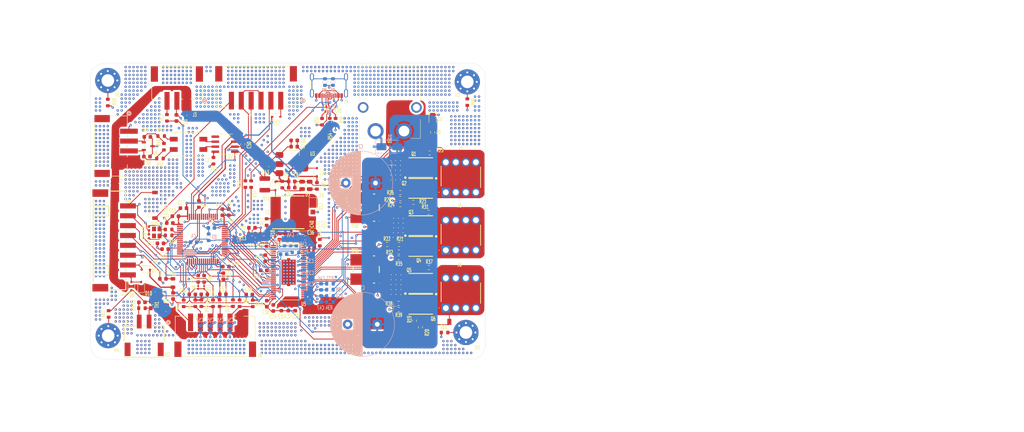
<source format=kicad_pcb>
(kicad_pcb (version 20240108) (generator "pcbnew") (generator_version "8.0")
  (layers (0 "F.Cu" signal "L1_SGN_(Top).Cu") (1 "In1.Cu" power "L2_GND.Cu") (2 "In2.Cu" power "L3_GND.Cu") (31 "B.Cu" signal "L4_SGN_(Btm).Cu") (34 "B.Paste" user) (35 "F.Paste" user) (36 "B.SilkS" user "B.Silkscreen") (37 "F.SilkS" user "F.Silkscreen") (38 "B.Mask" user) (39 "F.Mask" user) (44 "Edge.Cuts" user))
  (net 0 "")
  (net 1 "GND")
  (net 2 "+VDC")
  (net 3 "Net-(C3-Pad1)")
  (net 4 "AN_IN")
  (net 5 "+5V")
  (net 6 "/Step Down/+3V3_IC")
  (net 7 "+3V3")
  (net 8 "Net-(C9-Pad2)")
  (net 9 "Net-(C10-Pad2)")
  (net 10 "/MCU/NRST")
  (net 11 "/MCU/VCAP_1")
  (net 12 "/MCU/VCAP_2")
  (net 13 "/MCU/+3V3_A")
  (net 14 "/MCU/SERVO")
  (net 15 "/MOSFET DRIVER/DVDD")
  (net 16 "Net-(U5-GVDD)")
  (net 17 "Net-(C27-Pad2)")
  (net 18 "Net-(U5-COMP)")
  (net 19 "Net-(U5-AVDD)")
  (net 20 "Net-(U5-CP1)")
  (net 21 "Net-(U5-CP2)")
  (net 22 "SH1")
  (net 23 "/MOSFET DRIVER/BST1")
  (net 24 "/MOSFET DRIVER/BST2")
  (net 25 "SH2")
  (net 26 "SH3")
  (net 27 "/MOSFET DRIVER/BST3")
  (net 28 "/MOSFET DRIVER/PH")
  (net 29 "Net-(U5-BST_BK)")
  (net 30 "/MOSFET DRIVER/+5V_x")
  (net 31 "SP1")
  (net 32 "SN1")
  (net 33 "SN2")
  (net 34 "SP2")
  (net 35 "/CAN/C_CAN_P")
  (net 36 "/CAN/C_CAN_N")
  (net 37 "/Filters/HALL_1_IN")
  (net 38 "/Filters/HALL_3_IN")
  (net 39 "/Filters/HALL_2_IN")
  (net 40 "/Filters/TEMP_IN")
  (net 41 "/USB/USB-C_P")
  (net 42 "/USB/USB-C_N")
  (net 43 "/USB/CC1")
  (net 44 "/USB/CC2")
  (net 45 "/USB/+5V-C")
  (net 46 "Net-(D2-A)")
  (net 47 "Net-(D3-A)")
  (net 48 "Net-(D5-A)")
  (net 49 "/MCU/+5V_COM")
  (net 50 "/MCU/+3V3_COM")
  (net 51 "/MCU/RX_SCL_MOSI")
  (net 52 "/MCU/TX_SDA_NSS")
  (net 53 "/MCU/MISO_ADC_EXT2")
  (net 54 "/MCU/SCK_ADC_EXT")
  (net 55 "/MCU/SWCLK")
  (net 56 "/MCU/SWDIO")
  (net 57 "/MOSFETs/PHASE_1")
  (net 58 "/MOSFETs/PHASE_2")
  (net 59 "/MOSFETs/PHASE_3")
  (net 60 "Net-(J9-SHIELD)")
  (net 63 "/CAN/CAN_P")
  (net 64 "/CAN/R_CAN_N")
  (net 65 "/CAN/CAN_N")
  (net 66 "/CAN/R_CAN_P")
  (net 67 "SL1")
  (net 68 "Net-(NT2-Pad1)")
  (net 69 "Net-(NT3-Pad2)")
  (net 70 "SL2")
  (net 71 "Net-(NT5-Pad1)")
  (net 72 "Net-(NT6-Pad2)")
  (net 73 "SL3")
  (net 74 "/MOSFETs/GH1_RG")
  (net 75 "/MOSFETs/GL1_RG")
  (net 76 "/MOSFETs/GH2_RG")
  (net 77 "/MOSFETs/GL2_RG")
  (net 78 "/MOSFETs/GH3_RG")
  (net 79 "/MOSFETs/GL3_RG")
  (net 80 "ADC_TEMP")
  (net 81 "/MCU/LED_GREEN")
  (net 82 "/MCU/LED_RED")
  (net 83 "/MCU/PH_0_P")
  (net 84 "/MCU/PH_1_P")
  (net 85 "/MCU/BOOT0_P")
  (net 86 "Net-(U5-DTC)")
  (net 87 "Net-(U5-RT_CLK)")
  (net 88 "/MOSFET DRIVER/BIAS")
  (net 89 "/MOSFET DRIVER/VSENSE")
  (net 90 "SENS3")
  (net 91 "SENS2")
  (net 92 "SENS1")
  (net 93 "/MOSFETs/S1_P")
  (net 94 "/MOSFETs/S1_N")
  (net 95 "/MCU/+3V3_DBG")
  (net 96 "Net-(D9-A)")
  (net 97 "/MOSFETs/S2_P")
  (net 98 "/MOSFETs/S2_N")
  (net 99 "Net-(D11-A)")
  (net 100 "Net-(U7-Rs)")
  (net 101 "HALL_1_OUT")
  (net 102 "HALL_3_OUT")
  (net 103 "HALL_2_OUT")
  (net 104 "TEMP_OUT")
  (net 105 "USB_N")
  (net 106 "USB_P")
  (net 107 "Net-(H1-Pad1)")
  (net 108 "Net-(H2-Pad1)")
  (net 109 "Net-(H3-Pad1)")
  (net 110 "Net-(H4-Pad1)")
  (net 113 "L1")
  (net 114 "L3")
  (net 116 "EN_GATE")
  (net 118 "H1")
  (net 120 "H2")
  (net 127 "DC_CAL")
  (net 128 "FAULT")
  (net 130 "L2")
  (net 131 "H3")
  (net 134 "BR_SO2")
  (net 136 "GL2")
  (net 138 "BR_SO1")
  (net 139 "GH3")
  (net 140 "GH1")
  (net 142 "GH2")
  (net 143 "GL3")
  (net 144 "GL1")
  (net 146 "CAN_TX")
  (net 148 "CAN_RX")
  (net 149 "Net-(J3-Pad3)")
  (footprint "Resistor_SMD:R_0603_1608Metric" (layer "F.Cu") (at 53.45 67.72 90)
    (property "Reference" "R40")
    (property "Value" "120R")
  )
  (footprint "Diode_SMD:D_SOD-323" (layer "F.Cu") (at 92.22 74.2 90)
    (property "Reference" "D4")
    (property "Value" "BAT60A")
  )
  (footprint "Diode_SMD:D_SOD-323" (layer "F.Cu") (at 81.9 60.12)
    (property "Reference" "D12")
    (property "Value" "BAT60A")
  )
  (footprint "ESDCAN24-2BLY_ST_foot:SOT-23-3_L3.0-W1.7-P0.95-LS2.9-BR" (layer "F.Cu") (at 49.45 67.58 180)
    (property "Reference" "U6")
    (property "Value" "ESDCAN24-2BLY")
  )
  (footprint "HX25003-8AWB:CONN-SMD_8P-P2.50_HX25003-8AWB" (layer "F.Cu") (at 40.84 91.480089 -90)
    (property "Reference" "J1")
    (property "Value" "Conn_01x08")
  )
  (footprint "Resistor_SMD:R_0603_1608Metric" (layer "F.Cu") (at 112.94 94.43)
    (property "Reference" "R32")
    (property "Value" "4R7")
  )
  (footprint "NetTie:NetTie-2_SMD_Pad1.0mm_custom" (layer "F.Cu") (at 121.75 82.77)
    (property "Reference" "NT4" (hide yes))
    (property "Value" "NetTie_2")
  )
  (footprint "Resistor_SMD:R_0603_1608Metric" (layer "F.Cu") (at 120.49 84.36)
    (property "Reference" "R31")
    (property "Value" "4R7")
  )
  (footprint "Resistor_SMD:R_0603_1608Metric" (layer "F.Cu") (at 121.53 64.095 -90)
    (property "Reference" "R4")
    (property "Value" "39k")
  )
  (footprint "Resistor_SMD:R_0603_1608Metric" (layer "F.Cu") (at 112.92 109 180)
    (property "Reference" "R39")
    (property "Value" "39k")
  )
  (footprint "Diode_SMD:D_SOD-323" (layer "F.Cu") (at 81.69 77.69 -90)
    (property "Reference" "D14")
    (property "Value" "BAT60A")
  )
  (footprint "S4B-XH-SM4-TB:CONN4_S4B-XH_JST" (layer "F.Cu") (at 40.039449 67.540401 90)
    (property "Reference" "J7")
    (property "Value" "Conn_01x04")
  )
  (footprint "Resistor_SMD:R_0603_1608Metric" (layer "F.Cu") (at 78.76 89.81 180)
    (property "Reference" "R18")
    (property "Value" "3k3")
  )
  (footprint "Inductor_SMD:L_0805_2012Metric" (layer "F.Cu") (at 55.72 102.28 -90)
    (property "Reference" "FB1")
    (property "Value" "FerriteBead")
  )
  (footprint "NetTie:NetTie-2_SMD_Pad1.0mm_custom" (layer "F.Cu") (at 109.75 79.12)
    (property "Reference" "NT2" (hide yes))
    (property "Value" "NetTie_2")
  )
  (footprint "Diode_SMD:Nexperia_CFP3_SOD-123W" (layer "F.Cu") (at 91.1748 82.8826 -90)
    (property "Reference" "D13")
    (property "Value" "PMEG6020AELR")
  )
  (footprint "Resistor_SMD:R_0603_1608Metric" (layer "F.Cu") (at 66 71.27 -90)
    (property "Reference" "R43")
    (property "Value" "10k")
  )
  (footprint "Capacitor_SMD:C_0603_1608Metric" (layer "F.Cu") (at 85.7 90.4954 -90)
    (property "Reference" "C42")
    (property "Value" "10uF")
  )
  (footprint "Resistor_SMD:R_0603_1608Metric" (layer "F.Cu") (at 113.33 79.35)
    (property "Reference" "R26")
    (property "Value" "4R7")
  )
  (footprint "Capacitor_SMD:C_0603_1608Metric" (layer "F.Cu") (at 68.25 84.32 90)
    (property "Reference" "C11")
    (property "Value" "10u")
  )
  (footprint "Crystal:Crystal_SMD_2520-4Pin_2.5x2.0mm" (layer "F.Cu") (at 51.64 89.455 90)
    (property "Reference" "Y1")
    (property "Value" "Crystal")
  )
  (footprint "Resistor_SMD:R_0603_1608Metric" (layer "F.Cu") (at 120.73 69.3)
    (property "Reference" "R25")
    (property "Value" "4R7")
  )
  (footprint "Resistor_SMD:R_0603_1608Metric" (layer "F.Cu") (at 93.5 61.375 -90)
    (property "Reference" "R55")
    (property "Value" "5k1")
  )
  (footprint "Capacitor_SMD:C_0603_1608Metric" (layer "F.Cu") (at 86.45 66.12 180)
    (property "Reference" "C8")
    (property "Value" "1u")
  )
  (footprint "FKM5R0005FE-TR:RES-SMD_4P-L6.9-W6.6_OHMITE_FKM5RXXXXFE-TR" (layer "F.Cu") (at 105.530089 83.170038 90)
    (property "Reference" "R30")
    (property "Value" "FKM5R0005FE-TR")
  )
  (footprint "PUSB3AB6Z_foot:PUSB3AB6Z_NEX" (layer "F.Cu") (at 95.25 58.2271 90)
    (property "Reference" "CR1")
    (property "Value" "PUSB3AB6Z")
  )
  (footprint "Capacitor_SMD:C_0603_1608Metric" (layer "F.Cu") (at 83.2 108.5204 -90)
    (property "Reference" "C35")
    (property "Value" "10uF")
  )
  (footprint "NetTie:NetTie-2_SMD_Pad1.0mm_custom" (layer "F.Cu") (at 107.59 103.91 90)
    (property "Reference" "NT6" (hide yes))
    (property "Value" "NetTie_2")
  )
  (footprint "WP-BUTR_foot:7461084" (layer "F.Cu") (at 128.66 75.471928)
    (property "Reference" "J4")
    (property "Value" "WP-BUTR" (hide yes))
  )
  (footprint "Resistor_SMD:R_0603_1608Metric" (layer "F.Cu") (at 54.22 60.39 90)
    (property "Reference" "R12")
    (property "Value" "2k2")
  )
  (footprint "DRV8302DCA_foot:DCA56_6P35X3P61" (layer "F.Cu") (at 85.0311 99.5263)
    (property "Reference" "U5")
    (property "Value" "DRV8302DCA")
  )
  (footprint "Capacitor_SMD:C_0603_1608Metric" (layer "F.Cu") (at 60.64 105.18 180)
    (property "Reference" "C54")
    (property "Value" "100n")
  )
  (footprint "Capacitor_SMD:C_0603_1608Metric" (layer "F.Cu") (at 54.94 87.08 180)
    (property "Reference" "C13")
    (property "Value" "100n")
  )
  (footprint "Resistor_SMD:R_0603_1608Metric" (layer "F.Cu") (at 96.93 61.36 -90)
    (property "Reference" "R56")
    (property "Value" "5k1")
  )
  (footprint "HSBA15810C_foot:PQFN-8_L6.0-W5.0-P1.27-LS6.0-BL" (layer "F.Cu") (at 118.498799 73.15 90)
    (property "Reference" "Q1")
    (property "Value" "HSBA15810C")
  )
  (footprint "Resistor_SMD:R_0603_1608Metric" (layer "F.Cu") (at 47.885 108.67)
    (property "Reference" "R1")
    (property "Value" "2k2")
  )
  (footprint "Capacitor_SMD:C_0603_1608Metric" (layer "F.Cu") (at 86.45 67.72 180)
    (property "Reference" "C7")
    (property "Value" "1u")
  )
  (footprint "Capacitor_SMD:C_0603_1608Metric" (layer "F.Cu") (at 69.85 84.32 90)
    (property "Reference" "C20")
    (property "Value" "100n")
  )
  (footprint "LED_SMD:LED_0805_2012Metric" (layer "F.Cu") (at 90.37 77.54 -90)
    (property "Reference" "D5")
    (property "Value" "LED")
  )
  (footprint "Resistor_SMD:R_0603_1608Metric" (layer "F.Cu") (at 72.62 107.415 90)
    (property "Reference" "R51")
    (property "Value" "0R")
  )
  (footprint "Resistor_SMD:R_0603_1608Metric" (layer "F.Cu") (at 65.88 107.415 90)
    (property "Reference" "R50")
    (property "Value" "10k")
  )
  (footprint "Resistor_SMD:R_0603_1608Metric" (layer "F.Cu") (at 109.98 92.52 180)
    (property "Reference" "R22")
    (property "Value" "2k2")
  )
  (footprint "XT60PW-M:XT60PWM" (layer "F.Cu") (at 110.66 63.76)
    (property "Reference" "U1")
    (property "Value" "XT60PW-M" (hide yes))
  )
  (footprint "Resistor_SMD:R_0603_1608Metric" (layer "F.Cu") (at 75.95 107.45 -90)
    (property "Reference" "R49")
    (property "Value" "10k")
  )
  (footprint "Resistor_SMD:R_0603_1608Metric" (layer "F.Cu") (at 113.01 92.51 180)
    (property "Reference" "R21")
    (property "Value" "39k")
  )
  (footprint "Resistor_SMD:R_0603_1608Metric" (layer "F.Cu") (at 54.64 88.705)
    (property "Reference" "R9")
    (property "Value" "0R")
  )
  (footprint "Capacitor_SMD:C_0603_1608Metric" (layer "F.Cu") (at 79.52 107.53 -90)
    (property "Reference" "C30")
    (property "Value" "2u2")
  )
  (footprint "NetTie:NetTie-2_SMD_Pad1.0mm_custom" (layer "F.Cu") (at 125.74 112.12 90)
    (property "Reference" "NT7" (hide yes))
    (property "Value" "NetTie_2")
  )
  (footprint "Resistor_SMD:R_0603_1608Metric" (layer "F.Cu") (at 79.47 86.82 -90)
    (property "Reference" "R17")
    (property "Value" "10k")
  )
  (footprint "NetTie:NetTie-2_SMD_Pad1.0mm_custom" (layer "F.Cu") (at 120.22 67.93)
    (property "Reference" "NT1" (hide yes))
    (property "Value" "NetTie_2")
  )
  (footprint "Capacitor_SMD:C_0603_1608Metric" (layer "F.Cu") (at 68.38 105.125)
    (property "Reference" "C53")
    (property "Value" "100n")
  )
  (footprint "Resistor_SMD:R_0603_1608Metric" (layer "F.Cu") (at 75.77 89.8)
    (property "Reference" "R13")
    (property "Value" "16k2")
  )
  (footprint "WP-BUTR_foot:7461084" (layer "F.Cu") (at 128.66 104.84)
    (property "Reference" "J6")
    (property "Value" "WP-BUTR" (hide yes))
  )
  (footprint "Capacitor_SMD:C_0603_1608Metric" (layer "F.Cu") (at 89.17 90.83)
    (property "Reference" "C36")
    (property "Value" "100n")
  )
  (footprint "NetTie:NetTie-2_SMD_Pad1.0mm_custom" (layer "F.Cu") (at 120.09 112.915 90)
    (property "Reference" "NT8" (hide yes))
    (property "Value" "NetTie_2")
  )
  (footprint "S3B-XH-SM4-TB:CONN3_S3B-XH_JST" (layer "F.Cu") (at 56.733251 51.529449)
    (property "Reference" "J3")
    (property "Value" "Conn_01x03")
  )
  (footprint "Capacitor_SMD:C_0603_1608Metric" (layer "F.Cu") (at 68.49 100.56 -90)
    (property "Reference" "C19")
    (property "Value" "100n")
  )
  (footprint "Resistor_SMD:R_0603_1608Metric" (layer "F.Cu") (at 130.29 56.415 -90)
    (property "Reference" "R60")
    (property "Value" "0R")
  )
  (footprint "Resistor_SMD:R_0603_1608Metric" (layer "F.Cu") (at 113.33 80.88 180)
    (property "Reference" "R29")
    (property "Value" "39k")
  )
  (footprint "Resistor_SMD:R_0603_1608Metric" (layer "F.Cu") (at 92.21 77.65 -90)
    (property "Reference" "R6")
    (property "Value" "1k")
  )
  (footprint "Capacitor_SMD:C_0603_1608Metric" (layer "F.Cu") (at 47.885 107.17)
    (property "Reference" "C3")
    (property "Value" "100n")
  )
  (footprint "Capacitor_SMD:C_0603_1608Metric" (layer "F.Cu") (at 82.7 90.4954 -90)
    (property "Reference" "C40")
    (property "Value" "10uF")
  )
  (footprint "Capacitor_SMD:C_0402_1005Metric" (layer "F.Cu") (at 49.64 88.455 90)
    (property "Reference" "C9")
    (property "Value" "10p")
  )
  (footprint "Capacitor_SMD:C_0603_1608Metric" (layer "F.Cu") (at 84.95 108.5204 -90)
    (property "Reference" "C37")
    (property "Value" "10uF")
  )
  (footprint "Capacitor_SMD:C_0603_1608Metric" (layer "F.Cu") (at 73.44 67.08 -90)
    (property "Reference" "C50")
    (property "Value" "2u2")
  )
  (footprint "Capacitor_SMD:C_0603_1608Metric" (layer "F.Cu") (at 56.62 60.43 90)
    (property "Reference" "C23")
    (property "Value" "100n")
  )
  (footprint "HSBA15810C_foot:PQFN-8_L6.0-W5.0-P1.27-LS6.0-BL" (layer "F.Cu") (at 118.499406 107.564996 -90)
    (property "Reference" "Q6")
    (property "Value" "HSBA15810C")
  )
  (footprint "Diode_SMD:D_SOD-323" (layer "F.Cu") (at 48.8675 98.9 180)
    (property "Reference" "D7")
    (property "Value" "BAT60A")
  )
  (footprint "LED_SMD:LED_0805_2012Metric" (layer "F.Cu") (at 88.45 77.52 -90)
    (property "Reference" "D3")
    (property "Value" "LED")
  )
  (footprint "Capacitor_SMD:C_0603_1608Metric" (layer "F.Cu") (at 58.4 83.3 180)
    (property "Reference" "C17")
    (property "Value" "100n")
  )
  (footprint "Resistor_SMD:R_0603_1608Metric" (layer "F.Cu") (at 74.07 77.2 -90)
    (property "Reference" "R58")
    (property "Value" "22R")
  )
  (footprint "Resistor_SMD:R_0603_1608Metric" (layer "F.Cu") (at 39.25 56.52 -90)
    (property "Reference" "R59")
    (property "Value" "0R")
  )
  (footprint "Resistor_SMD:R_0603_1608Metric" (layer "F.Cu") (at 39.45 110.12 90)
    (property "Reference" "R62")
    (property "Value" "0R")
  )
  (footprint "Capacitor_SMD:C_0603_1608Metric_Pad1.08x0.95mm_HandSolder" (layer "F.Cu") (at 50.135 107.8075 90)
    (property "Reference" "TH1")
    (property "Value" "Thermistor_NTC")
  )
  (footprint "LED_SMD:LED_0201_0603Metric" (layer "F.Cu") (at 62.13 103.43 90)
    (property "Reference" "D9")
    (property "Value" "LED_G")
  )
  (footprint "Capacitor_SMD:C_0603_1608Metric" (layer "F.Cu") (at 76.58 91.31)
    (property "Reference" "C29")
    (property "Value" "120p")
  )
  (footprint "WP-BUTR_foot:7461084" (layer "F.Cu") (at 128.66 90.15)
    (property "Reference" "J5")
    (property "Value" "WP-BUTR" (hide yes))
  )
  (footprint "Capacitor_SMD:C_0603_1608Metric" (layer "F.Cu") (at 86.7 108.5204 -90)
    (property "Reference" "C39")
    (property "Value" "10uF")
  )
  (footprint "NetTie:NetTie-2_SMD_Pad1.0mm_custom" (layer "F.Cu") (at 109.07 97.56 -90)
    (property "Reference" "NT5" (hide yes))
    (property "Value" "NetTie_2")
  )
  (footprint "LED_SMD:LED_0201_0603Metric" (layer "F.Cu") (at 63.63 103.43 90)
    (property "Reference" "D11")
    (property "Value" "LED_R")
  )
  (footprint "MountingHole:MountingHole_3.2mm_M3_Pad_Via" (layer "F.Cu") (at 39.24 50.93)
    (property "Reference" "H1")
    (property "Value" "MountingHole_Pad")
  )
  (footprint "Package_SO:SOIC-8_3.9x4.9mm_P1.27mm" (layer "F.Cu") (at 68.94 67.08 180)
    (property "Reference" "U7")
    (property "Value" "SN65HVD230")
  )
  (footprint "Capacitor_SMD:C_0603_1608Metric" (layer "F.Cu") (at 56.36 85.34 180)
    (property "Reference" "C15")
    (property "Value" "100n")
  )
  (footprint "Capacitor_SMD:C_0603_1608Metric" (layer "F.Cu") (at 84.2 90.4954 -90)
    (property "Reference" "C41")
    (property "Value" "10uF")
  )
  (footprint "Resistor_SMD:R_0603_1608Metric" (layer "F.Cu") (at 113.315 82.42 180)
    (property "Reference" "R24")
    (property "Value" "2k2")
  )
  (footprint "Capacitor_SMD:C_0402_1005Metric" (layer "F.Cu") (at 49.64 90.435 -90)
    (property "Reference" "C10")
    (property "Value" "10p")
  )
  (footprint "Capacitor_SMD:C_0603_1608Metric" (layer "F.Cu") (at 69.14 98.13)
    (property "Reference" "C16")
    (property "Value" "2u2")
  )
  (footprint "Package_QFP:LQFP-64_10x10mm_P0.5mm" (layer "F.Cu") (at 63.19 91.155)
    (property "Reference" "U4")
    (property "Value" "STM32F405RGTx")
  )
  (footprint "Resistor_SMD:R_0603_1608Metric" (layer "F.Cu") (at 70.94 107.385 90)
    (property "Reference" "R46")
    (property "Value" "10k")
  )
  (footprint "HSBA15810C_foot:PQFN-8_L6.0-W5.0-P1.27-LS6.0-BL" (layer "F.Cu") (at 118.498799 102.49 90)
    (property "Reference" "Q5")
    (property "Value" "HSBA15810C")
  )
  (footprint "Capacitor_SMD:C_0603_1608Metric" (layer "F.Cu") (at 78.73 99.07 180)
    (property "Reference" "C31")
    (property "Value" "2u2")
  )
  (footprint "Capacitor_SMD:C_0603_1608Metric" (layer "F.Cu") (at 49.15 70.22 180)
    (property "Reference" "C48")
    (property "Value" "10p")
  )
  (footprint "Resistor_SMD:R_0603_1608Metric" (layer "F.Cu") (at 112.93 95.91 180)
    (property "Reference" "R35")
    (property "Value" "39k")
  )
  (footprint "Resistor_SMD:R_0603_1608Metric" (layer "F.Cu") (at 112.9 107.47)
    (property "Reference" "R38")
    (property "Value" "4R7")
  )
  (footprint "HSBA15810C_foot:PQFN-8_L6.0-W5.0-P1.27-LS6.0-BL" (layer "F.Cu") (at 118.5 92.88 -90)
    (property "Reference" "Q4")
    (property "Value" "HSBA15810C")
  )
  (footprint "Resistor_SMD:R_0603_1608Metric" (layer "F.Cu") (at 116.62 81.81 180)
    (property "Reference" "R23")
    (property "Value" "39k")
  )
  (footprint "Diode_SMD:D_SOD-323" (layer "F.Cu") (at 45.19 103.08 90)
    (property "Reference" "D8")
    (property "Value" "SD05_SOD323")
  )
  (footprint "Capacitor_SMD:C_1210_3225Metric" (layer "F.Cu") (at 79 77.27 90)
    (property "Reference" "C43")
    (property "Value" "100u")
  )
  (footprint "Resistor_SMD:R_0603_1608Metric" (layer "F.Cu") (at 61.4 107.42 -90)
    (property "Reference" "R45")
    (property "Value" "2k2")
  )
  (footprint "Capacitor_SMD:C_0603_1608Metric" (layer "F.Cu") (at 53.75 93.7 180)
    (property "Reference" "C21")
    (property "Value" "100n")
  )
  (footprint "Resistor_SMD:R_0603_1608Metric" (layer "F.Cu") (at 118.42 113.525 -90)
    (property "Reference" "R20")
    (property "Value" "2k2")
  )
  (footprint "Resistor_SMD:R_0603_1608Metric" (layer "F.Cu") (at 83.425 77.32 -90)
    (property "Reference" "R5")
    (property "Value" "1k")
  )
  (footprint "XH-2PWBPZ_foot:CONN-SMD_XH-2PWBPZ" (layer "F.Cu") (at 48.44 115.58 180)
    (property "Reference" "U2")
    (property "Value" "XH-2PWBPZ")
  )
  (footprint "Diode_SMD:D_SOD-323" (layer "F.Cu") (at 47.69 103.08 90)
    (property "Reference" "D10")
    (property "Value" "BAT60A")
  )
  (footprint "Resistor_SMD:R_0603_1608Metric" (layer "F.Cu") (at 62.93 107.395 -90)
    (property "Reference" "R48")
    (property "Value" "2k2")
  )
  (footprint "Capacitor_SMD:C_0603_1608Metric" (layer "F.Cu") (at 52.57 92.23 180)
    (property "Reference" "C12")
    (property "Value" "100n")
  )
  (footprint "Capacitor_SMD:C_0603_1608Metric" (layer "F.Cu") (at 75.07 105.205 180)
    (property "Reference" "C58")
    (property "Value" "100n")
  )
  (footprint "NetTie:NetTie-2_SMD_Pad1.0mm_custom" (layer "F.Cu") (at 105.87 88.04)
    (property "Reference" "NT3" (hide yes))
    (property "Value" "NetTie_2")
  )
  (footprint "Resistor_SMD:R_0603_1608Metric" (layer "F.Cu") (at 120.57 98.37)
    (property "Reference" "R37")
    (property "Value" "4R7")
  )
  (footprint "Resistor_SMD:R_0603_1608Metric" (layer "F.Cu") (at 58.45 107.43 90)
    (property "Reference" "R47")
    (property "Value" "10k")
  )
  (footprint "LED_SMD:LED_0805_2012Metric" (layer "F.Cu") (at 121.53 60.595 -90)
    (property "Reference" "D2")
    (property "Value" "LED_G")
  )
  (footprint "Connector_USB:USB_C_Receptacle_GCT_USB4105-xx-A_16P_TopMnt_Horizontal_mod" (layer "F.Cu") (at 95.25 51.08 180)
    (property "Reference" "J9")
    (property "Value" "USB_C_Receptacle_USB2.0_16P")
  )
  (footprint "Resistor_SMD:R_0603_1608Metric" (layer "F.Cu") (at 92.93 92.045 90)
    (property "Reference" "R16")
    (property "Value" "1M")
  )
  (footprint "Capacitor_SMD:C_0603_1608Metric" (layer "F.Cu") (at 85.825 76.52)
    (property "Reference" "C6")
    (property "Value" "1u")
  )
  (footprint "Capacitor_SMD:C_0603_1608Metric" (layer "F.Cu") (at 75.75 88.28 180)
    (property "Reference" "C27")
    (property "Value" "6n8")
  )
  (footprint "S6B-XH-SM4-TB:CONN_S6B-XH-SM4-TB_JST" (layer "F.Cu") (at 76.79 52.48 180)
    (property "Reference" "J2")
    (property "Value" "Conn_01x06")
  )
  (footprint "MountingHole:MountingHole_3.2mm_M3_Pad_Via" (layer "F.Cu") (at 130.29 51.28)
    (property "Reference" "H2")
    (property "Value" "MountingHole_Pad")
  )
  (footprint "Diode_SMD:D_SOD-323F" (layer "F.Cu") (at 48.92 96.97)
    (property "Reference" "D6")
    (property "Value" "PESD3V3U1UA")
  )
  (footprint "MountingHole:MountingHole_3.2mm_M3_Pad_Via" (layer "F.Cu") (at 39.34 115.63)
    (property "Reference" "H4")
    (property "Value" "MountingHole_Pad")
  )
  (footprint "Resistor_SMD:R_0603_1608Metric" (layer "F.Cu") (at 124.53 114.83 180)
    (property "Reference" "R61")
    (property "Value" "0R")
  )
  (footprint "PowerInductorSMD:IND-SMD_L7.8-W7.8_SDR0805" (layer "F.Cu") (at 84.95 84.36 180)
    (property "Reference" "L1")
    (property "Value" "22u")
  )
  (footprint "Resistor_SMD:R_0603_1608Metric" (layer "F.Cu") (at 63.63 101.21 90)
    (property "Reference" "R8")
    (property "Value" "1k")
  )
  (footprint "Capacitor_SMD:C_0603_1608Metric" (layer "F.Cu") (at 81.15 108.61 -90)
    (property "Reference" "C24")
    (property "Value" "2u2")
  )
  (footprint "Resistor_SMD:R_0603_1608Metric" (layer "F.Cu") (at 67.56 107.395 -90)
    (property "Reference" "R44")
    (property "Value" "2k2")
  )
  (footprint "S6B-XH-SM4-TB:CONN_S6B-XH-SM4-TB_JST" (layer "F.Cu") (at 66.44 115.83)
    (property "Reference" "J8")
    (property "Value" "Conn_01x06")
  )
  (footprint "FKM5R0005FE-TR:RES-SMD_4P-L6.9-W6.6_OHMITE_FKM5RXXXXFE-TR" (layer "F.Cu") (at 105.530089 98.851141 90)
    (property "Reference" "R36")
    (property "Value" "FKM5R0005FE-TR")
  )
  (footprint "Package_TO_SOT_SMD:SOT-223-3_TabPin2" (layer "F.Cu") (at 85.85 72.12)
    (property "Reference" "U3")
    (property "Value" "AMS1117-3.3")
  )
  (footprint "Resistor_SMD:R_0603_1608Metric" (layer "F.Cu") (at 62.31 82.24 -90)
    (property "Reference" "R11")
    (property "Value" "100R")
  )
  (footprint "Resistor_SMD:R_0603_1608Metric" (layer "F.Cu") (at 75.54 77.205 -90)
    (property "Reference" "R57")
    (property "Value" "22R")
  )
  (footprint "HSBA15810C_foot:PQFN-8_L6.0-W5.0-P1.27-LS6.0-BL" (layer "F.Cu") (at 118.490594 78.160578 -90)
    (property "Reference" "Q2")
    (property "Value" "HSBA15810C")
  )
  (footprint "Capacitor_SMD:C_0603_1608Metric" (layer "F.Cu") (at 55.77 105.56 -90)
    (property "Reference" "C14")
    (property "Value" "100n")
  )
  (footprint "MountingHole:MountingHole_3.2mm_M3_Pad_Via" (layer "F.Cu") (at 129.94 114.83)
    (property "Reference" "H3")
    (property "Value" "MountingHole_Pad")
  )
  (footprint "Capacitor_SMD:C_0603_1608Metric" (layer "F.Cu") (at 63.67 105.155)
    (property "Reference" "C57")
    (property "Value" "100n")
  )
  (footprint "744227S_foot:WE-SL274" (layer "F.Cu") (at 59.69 67.08)
    (property "Reference" "L2")
    (property "Value" "744227S" (hide yes))
  )
  (footprint "HSBA15810C_foot:PQFN-8_L6.0-W5.0-P1.27-LS6.0-BL" (layer "F.Cu") (at 118.498799 87.86 90)
    (property "Reference" "Q3")
    (property "Value" "HSBA15810C")
  )
  (footprint "Resistor_SMD:R_0603_1608Metric" (layer "F.Cu") (at 62.13 101.2 90)
    (property "Reference" "R7")
    (property "Value" "1k")
  )
  (footprint "Capacitor_SMD:C_0603_1608Metric" (layer "F.Cu") (at 85.825 78.12)
    (property "Reference" "C5")
    (property "Value" "1u")
  )
  (footprint "Pushbutton 2p:SW_PTS636_SM43J_SMTR_LFS" (layer "F.Cu") (at 51.19 82.58 -90)
    (property "Reference" "SW1")
    (property "Value" "Push Button")
  )
  (footprint "Resistor_SMD:R_0603_1608Metric" (layer "F.Cu") (at 79.47 92.15 90)
    (property "Reference" "R15")
    (property "Value" "205k")
  )
  (footprint "Capacitor_SMD:C_0603_1608Metric" (layer "F.Cu") (at 79.11 95.985 90)
    (property "Reference" "C25")
    (property "Value" "2u2")
  )
  (footprint "Resistor_SMD:R_0603_1608Metric" (layer "F.Cu") (at 52.75 65.02)
    (property "Reference" "R42")
    (property "Value" "60R")
  )
  (footprint "Capacitor_SMD:C_0603_1608Metric" (layer "F.Cu") (at 49.25 65.22)
    (property "Reference" "C49")
    (property "Value" "10p")
  )
  (footprint "Resistor_SMD:R_0603_1608Metric" (layer "F.Cu") (at 54.64 90.205)
    (property "Reference" "R10")
    (property "Value" "0R")
  )
  (footprint "Resistor_SMD:R_0603_1608Metric" (layer "F.Cu") (at 95.45 61.36 90)
    (property "Reference" "R54")
    (property "Value" "0R")
  )
  (footprint "Resistor_SMD:R_0603_1608Metric" (layer "F.Cu") (at 116.91 111.85 -90)
    (property "Reference" "R19")
    (property "Value" "39k")
  )
  (footprint "Capacitor_SMD:C_0603_1608Metric" (layer "F.Cu") (at 53.195 101.22 180)
    (property "Reference" "C22")
    (property "Value" "1u")
  )
  (footprint "Resistor_SMD:R_0603_1608Metric" (layer "F.Cu") (at 52.45 70.72)
    (property "Reference" "R41")
    (property "Value" "60R")
  )
  (footprint "Capacitor_SMD:C_0603_1608Metric" (layer "B.Cu") (at 93.25 103.245 -90)
    (property "Reference" "C46")
    (property "Value" "2n2")
  )
  (footprint "Capacitor_SMD:C_0603_1608Metric" (layer "B.Cu") (at 81 97.295 90)
    (property "Reference" "C26")
    (property "Value" "2u2")
  )
  (footprint "Capacitor_SMD:C_0603_1608Metric" (layer "B.Cu") (at 84 92.045 -90)
    (property "Reference" "C38")
    (property "Value" "10uF")
  )
  (footprint "Capacitor_SMD:C_0603_1608Metric" (layer "B.Cu") (at 88.88 102.755 -90)
    (property "Reference" "C34")
    (property "Value" "220n")
  )
  (footprint "Capacitor_THT:CP_Radial_D16.0mm_P7.50mm" (layer "B.Cu") (at 107.482755 112.76 180)
    (property "Reference" "C1")
    (property "Value" "820u")
  )
  (footprint "Resistor_SMD:R_0603_1608Metric" (layer "B.Cu") (at 86.78 94.5 180)
    (property "Reference" "R14")
    (property "Value" "10k")
  )
  (footprint "Capacitor_SMD:C_0603_1608Metric" (layer "B.Cu") (at 60.96 91.92)
    (property "Reference" "C4")
    (property "Value" "100n")
  )
  (footprint "Capacitor_SMD:C_0603_1608Metric" (layer "B.Cu") (at 88.88 96.755 -90)
    (property "Reference" "C32")
    (property "Value" "220n")
  )
  (footprint "Resistor_SMD:R_0603_1608Metric" (layer "B.Cu") (at 94.233 51.32 -90)
    (property "Reference" "R53")
    (property "Value" "0R")
  )
  (footprint "Capacitor_SMD:C_0603_1608Metric" (layer "B.Cu") (at 70.17 113.88 -90)
    (property "Reference" "C56")
    (property "Value" "4n7")
  )
  (footprint "Capacitor_THT:CP_Radial_D16.0mm_P7.50mm" (layer "B.Cu") (at 107.032755 76.93 180)
    (property "Reference" "C2")
    (property "Value" "820u")
  )
  (footprint "Resistor_SMD:R_0603_1608Metric" (layer "B.Cu") (at 64.78 90.68 -90)
    (property "Reference" "R3")
    (property "Value" "2k2")
  )
  (footprint "Resistor_SMD:R_0603_1608Metric" (layer "B.Cu") (at 95.5 107.07)
    (property "Reference" "R34")
    (property "Value" "100R")
  )
  (footprint "Capacitor_SMD:C_0603_1608Metric" (layer "B.Cu") (at 83.77 94.95)
    (property "Reference" "C28")
    (property "Value" "2u2")
  )
  (footprint "Capacitor_SMD:C_0603_1608Metric" (layer "B.Cu") (at 88.88 99.755 -90)
    (property "Reference" "C33")
    (property "Value" "220n")
  )
  (footprint "Capacitor_SMD:C_0603_1608Metric" (layer "B.Cu") (at 85.5 92.045 -90)
    (property "Reference" "C44")
    (property "Value" "10uF")
  )
  (footprint "Capacitor_SMD:C_0603_1608Metric" (layer "B.Cu") (at 86.98 92.065 -90)
    (property "Reference" "C45")
    (property "Value" "10uF")
  )
  (footprint "Capacitor_SMD:C_0603_1608Metric" (layer "B.Cu") (at 65.19 113.88 -90)
    (property "Reference" "C55")
    (property "Value" "4n7")
  )
  (footprint "Capacitor_SMD:C_0603_1608Metric" (layer "B.Cu") (at 65.47 88.3 180)
    (property "Reference" "C18")
    (property "Value" "2u2")
  )
  (footprint "Capacitor_SMD:C_0603_1608Metric" (layer "B.Cu") (at 62.69 113.88 -90)
    (property "Reference" "C52")
    (property "Value" "4n7")
  )
  (footprint "Diode_SMD:D_SMA" (layer "B.Cu") (at 110.55 67.72)
    (property "Reference" "D1")
    (property "Value" "SMAJ60CA")
  )
  (footprint "Resistor_SMD:R_0603_1608Metric" (layer "B.Cu") (at 96.267 51.32 -90)
    (property "Reference" "R52")
    (property "Value" "0R")
  )
  (footprint "Resistor_SMD:R_0603_1608Metric" (layer "B.Cu") (at 95.5 105.57)
    (property "Reference" "R33")
    (property "Value" "100R")
  )
  (footprint "Capacitor_SMD:C_0603_1608Metric" (layer "B.Cu") (at 93.25 106.32 -90)
    (property "Reference" "C47")
    (property "Value" "2n2")
  )
  (footprint "Capacitor_SMD:C_0603_1608Metric" (layer "B.Cu") (at 67.7 113.88 -90)
    (property "Reference" "C51")
    (property "Value" "4n7")
  )
  (footprint "Resistor_SMD:R_0603_1608Metric" (layer "B.Cu") (at 95.5 102.47)
    (property "Reference" "R27")
    (property "Value" "100R")
  )
  (footprint "Resistor_SMD:R_0603_1608Metric" (layer "B.Cu") (at 95.5 103.97)
    (property "Reference" "R28")
    (property "Value" "100R")
  )
  (footprint "Resistor_SMD:R_0603_1608Metric" (layer "B.Cu") (at 70.25 91.38)
    (property "Reference" "R2")
    (property "Value" "39k")
  )
  (gr_line (start 88.53 79.31) (end 89.24 79.6) (stroke (width 0.1)) (layer "F.SilkS"))
  (gr_line (start 89.79 89.05) (end 86.81 89.05) (stroke (width 0.1)) (layer "F.SilkS"))
  (gr_line (start 92.2 79.3) (end 92.69 79.66) (stroke (width 0.1)) (layer "F.SilkS"))
  (gr_line (start 90.85 88.38) (end 94.22 88.38) (stroke (width 0.1)) (layer "F.SilkS"))
  (gr_line (start 53.29 87.58) (end 53.33 87.87) (stroke (width 0.1)) (layer "F.SilkS"))
  (gr_line (start 80.38 80.23) (end 81.16 79.45) (stroke (width 0.1)) (layer "F.SilkS"))
  (gr_line (start 90.85 88.38) (end 89.79 89.05) (stroke (width 0.1)) (layer "F.SilkS"))
  (gr_line (start 52.64 87.61) (end 53.29 87.58) (stroke (width 0.1)) (layer "F.SilkS"))
  (gr_arc (start 131.34 46.58) (mid 133.814874 47.605126) (end 134.84 50.08) (stroke (width 0.05)) (layer "Edge.Cuts"))
  (gr_arc (start 134.84 118.08) (mid 133.814874 120.554874) (end 131.34 121.58) (stroke (width 0.05)) (layer "Edge.Cuts"))
  (gr_line (start 34.84 118.08) (end 34.84 50.08) (stroke (width 0.05)) (layer "Edge.Cuts"))
  (gr_arc (start 34.84 50.08) (mid 35.865126 47.605126) (end 38.34 46.58) (stroke (width 0.05)) (layer "Edge.Cuts"))
  (gr_line (start 131.34 121.58) (end 38.34 121.58) (stroke (width 0.05)) (layer "Edge.Cuts"))
  (gr_line (start 38.34 46.58) (end 131.34 46.58) (stroke (width 0.05)) (layer "Edge.Cuts"))
  (gr_arc (start 38.34 121.58) (mid 35.865126 120.554874) (end 34.84 118.08) (stroke (width 0.05)) (layer "Edge.Cuts"))
  (gr_line (start 134.84 50.08) (end 134.84 118.08) (stroke (width 0.05)) (layer "Edge.Cuts"))
  (segment (start 52.165355 93.685355) (end 51.75 93.27) (width 0.2) (layer "F.Cu") (net 1))
  (segment (start 50.536701 65.731701) (end 50.025 65.22) (width 0.2) (layer "F.Cu") (net 1))
  (segment (start 59.314645 107.290355) (end 59.92 106.685) (width 0.2) (layer "F.Cu") (net 1))
  (segment (start 107.59 104.41) (end 107.59 105.42) (width 0.2) (layer "F.Cu") (net 1))
  (segment (start 75.819645 88.985355) (end 76.525 88.28) (width 0.2) (layer "F.Cu") (net 1))
  (segment (start 64.445 105.155) (end 64.445 106.624289) (width 0.2) (layer "F.Cu") (net 1))
  (segment (start 90.37 76.6025) (end 91.277856 77.510356) (width 0.2) (layer "F.Cu") (net 1))
  (segment (start 49.64 89.955) (end 49.64 88.935) (width 0.2) (layer "F.Cu") (net 1))
  (segment (start 107.93 92.51) (end 107.131035 93.308965) (width 0.2) (layer "F.Cu") (net 1))
  (segment (start 68.49 101.335) (end 69.414289 101.335) (width 0.2) (layer "F.Cu") (net 1))
  (segment (start 123.71 115.96) (end 123.71 114.835) (width 0.2) (layer "F.Cu") (net 1))
  (segment (start 86.6 76.52) (end 88.366789 76.52) (width 0.2) (layer "F.Cu") (net 1))
  (segment (start 69.915 98.13) (end 70.839289 98.13) (width 0.2) (layer "F.Cu") (net 1))
  (segment (start 55.77 106.335) (end 56.725356 107.290356) (width 0.2) (layer "F.Cu") (net 1))
  (segment (start 119.28 114.225) (end 118.95 114.225) (width 0.2) (layer "F.Cu") (net 1))
  (segment (start 92.05 55.97) (end 92.04 55.98) (width 0.2) (layer "F.Cu") (net 1))
  (segment (start 96.915355 63.484645) (end 96.91 63.49) (width 0.2) (layer "F.Cu") (net 1))
  (segment (start 91.313211 77.525) (end 98.917044 77.525) (width 0.2) (layer "F.Cu") (net 1))
  (segment (start 73.649645 107.275355) (end 74.24 106.685) (width 0.2) (layer "F.Cu") (net 1))
  (segment (start 69.25 107.29) (end 73.614289 107.29) (width 0.2) (layer "F.Cu") (net 1))
  (segment (start 95.25 90.84) (end 93.31 90.84) (width 0.2) (layer "F.Cu") (net 1))
  (segment (start 55.77 106.335) (end 55.77 107.479289) (width 0.2) (layer "F.Cu") (net 1))
  (segment (start 59.92 106.685) (end 59.92 105.255711) (width 0.2) (layer "F.Cu") (net 1))
  (segment (start 40.039645 109.280355) (end 45.19 104.13) (width 0.2) (layer "F.Cu") (net 1))
  (segment (start 77.230546 53.500546) (end 78.025356 54.295356) (width 0.2) (layer "F.Cu") (net 1))
  (segment (start 47.725355 79.344645) (end 44.34 82.73) (width 0.2) (layer "F.Cu") (net 1))
  (segment (start 39.25 57.345) (end 40.054289 57.345) (width 0.2) (layer "F.Cu") (net 1))
  (segment (start 107.59 105.42) (end 107.58 105.43) (width 0.2) (layer "F.Cu") (net 1))
  (segment (start 93.5 62.2) (end 94.660356 61.039644) (width 0.2) (layer "F.Cu") (net 1))
  (segment (start 118.42 114.35) (end 117.21 115.56) (width 0.2) (layer "F.Cu") (net 1))
  (segment (start 65.060711 107.29) (end 69.25 107.29) (width 0.2) (layer "F.Cu") (net 1))
  (segment (start 98.9524 77.510355) (end 99.532755 76.93) (width 0.2) (layer "F.Cu") (net 1))
  (segment (start 49.925 70.115711) (end 49.925 70.22) (width 0.2) (layer "F.Cu") (net 1))
  (segment (start 47.5 95.230127) (end 48.259416 95.230127) (width 0.2) (layer "F.Cu") (net 1))
  (segment (start 88.45 76.5825) (end 90.329289 76.5825) (width 0.2) (layer "F.Cu") (net 1))
  (segment (start 121.53 59.6575) (end 122.981789 59.6575) (width 0.2) (layer "F.Cu") (net 1))
  (segment (start 130.29 57.24) (end 130.29 58.4) (width 0.2) (layer "F.Cu") (net 1))
  (segment (start 69.155 105.125) (end 69.155 102.020711) (width 0.2) (layer "F.Cu") (net 1))
  (segment (start 49.015355 87.285355) (end 48.75 87.02) (width 0.2) (layer "F.Cu") (net 1))
  (segment (start 90.364645 76.597145) (end 90.37 76.6025) (width 0.2) (layer "F.Cu") (net 1))
  (segment (start 80.320998 97.276304) (end 79.885 96.840306) (width 0.2) (layer "F.Cu") (net 1))
  (segment (start 48.294772 95.244772) (end 50.02 96.97) (width 0.2) (layer "F.Cu") (net 1))
  (segment (start 50.135 106.945) (end 52.545356 104.534644) (width 0.2) (layer "F.Cu") (net 1))
  (segment (start 48.870355 106.959645) (end 48.66 107.17) (width 0.2) (layer "F.Cu") (net 1))
  (segment (start 80.309645 107.175041) (end 81.2084 106.276286) (width 0.2) (layer "F.Cu") (net 1))
  (segment (start 73.054645 57.648646) (end 74.835356 59.429357) (width 0.2) (layer "F.Cu") (net 1))
  (segment (start 80.295 107.509289) (end 80.295 107.210397) (width 0.2) (layer "F.Cu") (net 1))
  (segment (start 85.7 91.2704) (end 84.2 91.2704) (width 0.2) (layer "F.Cu") (net 1))
  (segment (start 56.760711 107.305) (end 57 107.305) (width 0.2) (layer "F.Cu") (net 1))
  (segment (start 57 107.305) (end 59.279289 107.305) (width 0.2) (layer "F.Cu") (net 1))
  (segment (start 77.862015 93.02) (end 78.25 93.02) (width 0.2) (layer "F.Cu") (net 1))
  (segment (start 111.31 81.34) (end 111.434289 81.34) (width 0.2) (layer "F.Cu") (net 1))
  (segment (start 94.689645 59.531826) (end 94.985356 59.236115) (width 0.2) (layer "F.Cu") (net 1))
  (segment (start 79.52 108.305) (end 80.280356 107.544644) (width 0.2) (layer "F.Cu") (net 1))
  (segment (start 95 59.20076) (end 95 58.72) (width 0.2) (layer "F.Cu") (net 1))
  (segment (start 50.135 106.945) (end 48.905711 106.945) (width 0.2) (layer "F.Cu") (net 1))
  (segment (start 117.21 115.56) (end 102.63 115.56) (width 0.2) (layer "F.Cu") (net 1))
  (segment (start 69.85 82.62) (end 69.75 82.52) (width 0.2) (layer "F.Cu") (net 1))
  (segment (start 75.805 91.31) (end 75.805 89.020711) (width 0.2) (layer "F.Cu") (net 1))
  (segment (start 99.532755 74.597956) (end 99.532755 76.93) (width 0.2) (layer "F.Cu") (net 1))
  (segment (start 93.5 62.2) (end 92.15 62.2) (width 0.2) (layer "F.Cu") (net 1))
  (segment (start 51.704645 67.565355) (end 51.75 67.52) (width 0.2) (layer "F.Cu") (net 1))
  (segment (start 51.795 92.23) (end 51.795 93.204289) (width 0.2) (layer "F.Cu") (net 1))
  (segment (start 73.04 56.033801) (end 73.04 57.61329) (width 0.2) (layer "F.Cu") (net 1))
  (segment (start 111.469645 81.354645) (end 112.525 82.41) (width 0.2) (layer "F.Cu") (net 1))
  (segment (start 59.436699 86.77) (end 58.75 86.77) (width 0.2) (layer "F.Cu") (net 1))
  (segment (start 49.64 88.935) (end 49.044644 88.339644) (width 0.2) (layer "F.Cu") (net 1))
  (segment (start 107.131035 93.308965) (end 98.438965 93.308965) (width 0.2) (layer "F.Cu") (net 1))
  (segment (start 82.7 91.2704) (end 82.7 92.949289) (width 0.2) (layer "F.Cu") (net 1))
  (segment (start 44.34 95.230127) (end 47.5 95.230127) (width 0.2) (layer "F.Cu") (net 1))
  (segment (start 39.45 109.295) (end 40.004289 109.295) (width 0.2) (layer "F.Cu") (net 1))
  (segment (start 54.150355 86.420355) (end 53.5 85.77) (width 0.2) (layer "F.Cu") (net 1))
  (segment (start 109.145 92.51) (end 109.155 92.52) (width 0.2) (layer "F.Cu") (net 1))
  (segment (start 79 75.795) (end 77.764644 74.559644) (width 0.2) (layer "F.Cu") (net 1))
  (segment (start 112.059645 81.325355) (end 112.505 80.88) (width 0.2) (layer "F.Cu") (net 1))
  (segment (start 77.99 95.14) (end 78.119027 95.14) (width 0.2) (layer "F.Cu") (net 1))
  (segment (start 46.79 82.73) (end 46.79 85.039289) (width 0.2) (layer "F.Cu") (net 1))
  (segment (start 63.809645 107.280355) (end 64.42 106.67) (width 0.2) (layer "F.Cu") (net 1))
  (segment (start 81.224955 109.310045) (end 81.15 109.385) (width 0.2) (layer "F.Cu") (net 1))
  (segment (start 84.95 109.2954) (end 83.2 109.2954) (width 0.2) (layer "F.Cu") (net 1))
  (segment (start 130.29 58.4) (end 130.3 58.41) (width 0.2) (layer "F.Cu") (net 1))
  (segment (start 59.865 105.18) (end 59.865 103.905711) (width 0.2) (layer "F.Cu") (net 1))
  (segment (start 65.660355 72.109645) (end 65 72.77) (width 0.2) (layer "F.Cu") (net 1))
  (segment (start 55.755355 107.514645) (end 55.5 107.77) (width 0.2) (layer "F.Cu") (net 1))
  (segment (start 84.2 91.2704) (end 82.7 91.2704) (width 0.2) (layer "F.Cu") (net 1))
  (segment (start 86.6 78.12) (end 86.6 76.52) (width 0.2) (layer "F.Cu") (net 1))
  (segment (start 49.03 88.304289) (end 49.03 87.320711) (width 0.2) (layer "F.Cu") (net 1))
  (segment (start 79.885 96.840306) (end 79.885 96.28) (width 0.2) (layer "F.Cu") (net 1))
  (segment (start 74.295 105.205) (end 74.295 106.609289) (width 0.2) (layer "F.Cu") (net 1))
  (segment (start 61.280355 103.764645) (end 59.865 105.18) (width 0.2) (layer "F.Cu") (net 1))
  (segment (start 56.899645 59.669645) (end 57.75 60.52) (width 0.2) (layer "F.Cu") (net 1))
  (segment (start 79 75.795) (end 79 72.942182) (width 0.2) (layer "F.Cu") (net 1))
  (segment (start 120.09 113.415) (end 119.28 114.225) (width 0.2) (layer "F.Cu") (net 1))
  (segment (start 52.434645 101.454645) (end 53.25 102.27) (width 0.2) (layer "F.Cu") (net 1))
  (segment (start 82.122182 69.82) (end 82.7 69.82) (width 0.2) (layer "F.Cu") (net 1))
  (segment (start 69.85 83.545) (end 69.85 82.62) (width 0.2) (layer "F.Cu") (net 1))
  (segment (start 44.58895 63.790401) (end 44.58895 62.701761) (width 0.2) (layer "F.Cu") (net 1))
  (segment (start 59.94 96.83) (end 59.94 98.189289) (width 0.2) (layer "F.Cu") (net 1))
  (segment (start 75.805 91.31) (end 76.110593 91.31) (width 0.2) (layer "F.Cu") (net 1))
  (segment (start 84.785355 67.734645) (end 82.7 69.82) (width 0.2) (layer "F.Cu") (net 1))
  (segment (start 44.34 82.73) (end 46.79 82.73) (width 0.2) (layer "F.Cu") (net 1))
  (segment (start 52.42 99.390711) (end 52.42 101.22) (width 0.2) (layer "F.Cu") (net 1))
  (segment (start 110.915355 95.895355) (end 110.91 95.89) (width 0.2) (layer "F.Cu") (net 1))
  (segment (start 111.31 81.34) (end 112.024289 81.34) (width 0.2) (layer "F.Cu") (net 1))
  (segment (start 52.975 93.7) (end 52.200711 93.7) (width 0.2) (layer "F.Cu") (net 1))
  (segment (start 69.169645 106.634645) (end 69.18 106.645) (width 0.2) (layer "F.Cu") (net 1))
  (segment (start 69.75 68.52) (end 69.75 68.519027) (width 0.2) (layer "F.Cu") (net 1))
  (segment (start 51.780355 93.239645) (end 51.75 93.27) (width 0.2) (layer "F.Cu") (net 1))
  (segment (start 70.874645 98.144645) (end 71 98.27) (width 0.2) (layer "F.Cu") (net 1))
  (segment (start 79.11 95.21) (end 78.06 95.21) (width 0.2) (layer "F.Cu") (net 1))
  (segment (start 74.835355 66.459645) (end 73.44 67.855) (width 0.2) (layer "F.Cu") (net 1))
  (segment (start 59.905355 105.220355) (end 59.865 105.18) (width 0.2) (layer "F.Cu") (net 1))
  (segment (start 52.42 101.22) (end 52.42 101.419289) (width 0.2) (layer "F.Cu") (net 1))
  (segment (start 112.105 95.91) (end 110.950711 95.91) (width 0.2) (layer "F.Cu") (net 1))
  (segment (start 47.514645 95.284645) (end 48 95.77) (width 0.2) (layer "F.Cu") (net 1))
  (segment (start 85.675 67.72) (end 84.820711 67.72) (width 0.2) (layer "F.Cu") (net 1))
  (segment (start 74.85 59.464712) (end 74.85 66.424289) (width 0.2) (layer "F.Cu") (net 1))
  (segment (start 50.02 96.97) (end 52.405356 99.355356) (width 0.2) (layer "F.Cu") (net 1))
  (segment (start 107.93 92.51) (end 109.145 92.51) (width 0.2) (layer "F.Cu") (net 1))
  (segment (start 52.580711 104.52) (end 53.75 104.52) (width 0.2) (layer "F.Cu") (net 1))
  (segment (start 45.634645 104.144645) (end 48.66 107.17) (width 0.2) (layer "F.Cu") (net 1))
  (segment (start 86.7 109.2954) (end 84.95 109.2954) (width 0.2) (layer "F.Cu") (net 1))
  (segment (start 78.04 54.330711) (end 78.04 56.033801) (width 0.2) (layer "F.Cu") (net 1))
  (segment (start 59.92 106.685) (end 60.515356 107.280356) (width 0.2) (layer "F.Cu") (net 1))
  (segment (start 51.19 79.33) (end 47.760711 79.33) (width 0.2) (layer "F.Cu") (net 1))
  (segment (start 85.675 67.72) (end 85.675 66.12) (width 0.2) (layer "F.Cu") (net 1))
  (segment (start 76.145949 91.324645) (end 77.82666 93.005356) (width 0.2) (layer "F.Cu") (net 1))
  (segment (start 69.449645 101.320355) (end 69.5 101.27) (width 0.2) (layer "F.Cu") (net 1))
  (segment (start 54.165 87.08) (end 54.165 86.780711) (width 0.2) (layer "F.Cu") (net 1))
  (segment (start 73.264645 104.174645) (end 74.295 105.205) (width 0.2) (layer "F.Cu") (net 1))
  (segment (start 64.430355 106.659645) (end 64.42 106.67) (width 0.2) (layer "F.Cu") (net 1))
  (segment (start 54.165 87.08) (end 54.165 86.455711) (width 0.2) (layer "F.Cu") (net 1))
  (segment (start 79.47 92.975) (end 78.315711 92.975) (width 0.2) (layer "F.Cu") (net 1))
  (segment (start 81.2084 96.276306) (end 79.888694 96.276306) (width 0.2) (layer "F.Cu") (net 1))
  (segment (start 73.25 104.02) (end 73.25 104.139289) (width 0.2) (layer "F.Cu") (net 1))
  (segment (start 79.885 96.28) (end 79.885 95.985) (width 0.2) (layer "F.Cu") (net 1))
  (segment (start 64.430355 104.550355) (end 63.63 103.75) (width 0.2) (layer "F.Cu") (net 1))
  (segment (start 45.19 104.13) (end 45.599289 104.13) (width 0.2) (layer "F.Cu") (net 1))
  (segment (start 59.925355 86.302055) (end 59.472054 86.755356) (width 0.2) (layer "F.Cu") (net 1))
  (segment (start 94.675 61.004289) (end 94.675 59.567182) (width 0.2) (layer "F.Cu") (net 1))
  (segment (start 92.4226 84.2826) (end 92.43 84.29) (width 0.2) (layer "F.Cu") (net 1))
  (segment (start 55.585 85.34) (end 57.625 83.3) (width 0.2) (layer "F.Cu") (net 1))
  (segment (start 74.008411 53.485901) (end 77.19519 53.485901) (width 0.2) (layer "F.Cu") (net 1))
  (segment (start 81.2084 97.276304) (end 80.320998 97.276304) (width 0.2) (layer "F.Cu") (net 1))
  (segment (start 75.025355 107.470355) (end 74.24 106.685) (width 0.2) (layer "F.Cu") (net 1))
  (segment (start 78.280355 92.989645) (end 78.25 93.02) (width 0.2) (layer "F.Cu") (net 1))
  (segment (start 77.99 88.28) (end 78 88.27) (width 0.2) (layer "F.Cu") (net 1))
  (segment (start 46.79 82.73) (end 47.25 82.27) (width 0.2) (layer "F.Cu") (net 1))
  (segment (start 54.179645 86.745355) (end 55.585 85.34) (width 0.2) (layer "F.Cu") (net 1))
  (segment (start 123.71 114.835) (end 123.705 114.83) (width 0.2) (layer "F.Cu") (net 1))
  (segment (start 59.94 85.48) (end 59.94 86.266699) (width 0.2) (layer "F.Cu") (net 1))
  (segment (start 50.551346 67.58) (end 51.669289 67.58) (width 0.2) (layer "F.Cu") (net 1))
  (segment (start 123.017145 59.642855) (end 123.02 59.64) (width 0.2) (layer "F.Cu") (net 1))
  (segment (start 70.575711 67.715) (end 71.415 67.715) (width 0.2) (layer "F.Cu") (net 1))
  (segment (start 98.45 54.76) (end 98.45 55.94) (width 0.2) (layer "F.Cu") (net 1))
  (segment (start 79.014645 72.906826) (end 82.086827 69.834644) (width 0.2) (layer "F.Cu") (net 1))
  (segment (start 69.140355 101.985355) (end 68.49 101.335) (width 0.2) (layer "F.Cu") (net 1))
  (segment (start 69.18 106.645) (end 69.18 107.199289) (width 0.2) (layer "F.Cu") (net 1))
  (segment (start 69.155 105.125) (end 69.155 106.599289) (width 0.2) (layer "F.Cu") (net 1))
  (segment (start 105.37 88.04) (end 104.22 88.04) (width 0.2) (layer "F.Cu") (net 1))
  (segment (start 64.42 106.67) (end 65.025356 107.275356) (width 0.2) (layer "F.Cu") (net 1))
  (segment (start 99.59 74.52) (end 99.547399 74.562601) (width 0.2) (layer "F.Cu") (net 1))
  (segment (start 60.550711 107.295) (end 63.774289 107.295) (width 0.2) (layer "F.Cu") (net 1))
  (segment (start 71.415 67.715) (end 73.279289 67.715) (width 0.2) (layer "F.Cu") (net 1))
  (segment (start 73.314645 67.729645) (end 73.44 67.855) (width 0.2) (layer "F.Cu") (net 1))
  (segment (start 56.62 59.655) (end 56.62 56.212912) (width 0.2) (layer "F.Cu") (net 1))
  (segment (start 59.850355 103.870355) (end 59.75 103.77) (width 0.2) (layer "F.Cu") (net 1))
  (segment (start 62.13 103.75) (end 63.63 103.75) (width 0.2) (layer "F.Cu") (net 1))
  (segment (start 77.935 89.81) (end 77.935 88.355711) (width 0.2) (layer "F.Cu") (net 1))
  (segment (start 74.280355 106.644645) (end 74.24 106.685) (width 0.2) (layer "F.Cu") (net 1))
  (segment (start 60.19 112.276199) (end 57.014644 109.100843) (width 0.2) (layer "F.Cu") (net 1))
  (segment (start 79.52 108.305) (end 78.714644 107.499644) (width 0.2) (layer "F.Cu") (net 1))
  (segment (start 59.954645 98.224645) (end 60.5 98.77) (width 0.2) (layer "F.Cu") (net 1))
  (segment (start 57.515 92.905) (end 58.594289 92.905) (width 0.2) (layer "F.Cu") (net 1))
  (segment (start 44.603595 62.666405) (end 45 62.27) (width 0.2) (layer "F.Cu") (net 1))
  (segment (start 77.75 74.524289) (end 77.75 74.27) (width 0.2) (layer "F.Cu") (net 1))
  (segment (start 83.2 109.2954) (end 81.260311 109.2954) (width 0.2) (layer "F.Cu") (net 1))
  (segment (start 92.05 54.76) (end 92.05 55.97) (width 0.2) (layer "F.Cu") (net 1))
  (segment (start 88.402145 76.534645) (end 88.45 76.5825) (width 0.2) (layer "F.Cu") (net 1))
  (segment (start 69.75 68.519027) (end 70.546998 67.722029) (width 0.2) (layer "F.Cu") (net 1))
  (segment (start 110.59 109) (end 112.095 109) (width 0.2) (layer "F.Cu") (net 1))
  (segment (start 79.885 95.985) (end 79.11 95.21) (width 0.2) (layer "F.Cu") (net 1))
  (segment (start 80.585355 109.370355) (end 79.52 108.305) (width 0.2) (layer "F.Cu") (net 1))
  (segment (start 40.089645 57.359645) (end 40.5 57.77) (width 0.2) (layer "F.Cu") (net 1))
  (segment (start 47.5 95.230127) (end 47.5 95.249289) (width 0.2) (layer "F.Cu") (net 1))
  (segment (start 82.714645 92.984645) (end 82.75 93.02) (width 0.2) (layer "F.Cu") (net 1))
  (segment (start 57 109.065488) (end 57 107.305) (width 0.2) (layer "F.Cu") (net 1))
  (segment (start 73.04 56.033801) (end 73.04 54.454312) (width 0.2) (layer "F.Cu") (net 1))
  (segment (start 69.194645 107.234645) (end 69.25 107.29) (width 0.2) (layer "F.Cu") (net 1))
  (segment (start 79.888694 96.276306) (end 79.885 96.28) (width 0.2) (layer "F.Cu") (net 1))
  (segment (start 78.679289 107.485) (end 75.060711 107.485) (width 0.2) (layer "F.Cu") (net 1))
  (segment (start 50.551346 67.58) (end 50.551346 65.767057) (width 0.2) (layer "F.Cu") (net 1))
  (segment (start 98.438965 93.308965) (end 98.17 93.04) (width 0.2) (layer "F.Cu") (net 1))
  (segment (start 58.629645 92.890355) (end 58.75 92.77) (width 0.2) (layer "F.Cu") (net 1))
  (segment (start 56.62 59.655) (end 56.864289 59.655) (width 0.2) (layer "F.Cu") (net 1))
  (segment (start 62.13 103.75) (end 61.315711 103.75) (width 0.2) (layer "F.Cu") (net 1))
  (segment (start 93.31 90.84) (end 92.93 91.22) (width 0.2) (layer "F.Cu") (net 1))
  (segment (start 96.93 62.185) (end 96.93 63.449289) (width 0.2) (layer "F.Cu") (net 1))
  (segment (start 68.25 83.545) (end 69.85 83.545) (width 0.2) (layer "F.Cu") (net 1))
  (segment (start 78.06 95.21) (end 77.99 95.14) (width 0.2) (layer "F.Cu") (net 1))
  (segment (start 50.536701 69.483299) (end 49.939644 70.080356) (width 0.2) (layer "F.Cu") (net 1))
  (segment (start 46.804645 85.074645) (end 48.75 87.02) (width 0.2) (layer "F.Cu") (net 1))
  (segment (start 73.054645 54.418956) (end 73.973056 53.500545) (width 0.2) (layer "F.Cu") (net 1))
  (segment (start 66 72.095) (end 65.695711 72.095) (width 0.2) (layer "F.Cu") (net 1))
  (segment (start 64.445 105.155) (end 64.445 104.585711) (width 0.2) (layer "F.Cu") (net 1))
  (segment (start 81.15 109.385) (end 80.620711 109.385) (width 0.2) (layer "F.Cu") (net 1))
  (segment (start 76.525 88.28) (end 77.99 88.28) (width 0.2) (layer "F.Cu") (net 1))
  (segment (start 50.551346 67.58) (end 50.551346 69.447943) (width 0.2) (layer "F.Cu") (net 1))
  (segment (start 91.1748 84.2826) (end 92.4226 84.2826) (width 0.2) (layer "F.Cu") (net 1))
  (segment (start 77.949645 88.320355) (end 78 88.27) (width 0.2) (layer "F.Cu") (net 1))
  (via (at 54.25 50.52) (size 0.6) (drill 0.2) (layers "F.Cu" "B.Cu") (net 1))
  (via (at 130.25 65.02) (size 0.6) (drill 0.2) (layers "F.Cu" "B.Cu") (net 1))
  (via (at 121.25 120.02) (size 0.6) (drill 0.2) (layers "F.Cu" "B.Cu") (net 1))
  (via (at 75.31 97.44) (size 0.6) (drill 0.2) (layers "F.Cu" "B.Cu") (net 1))
  (via (at 50.75 74.02) (size 0.6) (drill 0.2) (layers "F.Cu" "B.Cu") (net 1))
  (via (at 85.25 58.52) (size 0.6) (drill 0.2) (layers "F.Cu" "B.Cu") (net 1))
  (via (at 96.25 112.02) (size 0.6) (drill 0.2) (layers "F.Cu" "B.Cu") (net 1))
  (via (at 51.75 84.02) (size 0.6) (drill 0.2) (layers "F.Cu" "B.Cu") (net 1))
  (via (at 61.75 118.02) (size 0.6) (drill 0.2) (layers "F.Cu" "B.Cu") (net 1))
  (via (at 57.75 60.52) (size 0.6) (drill 0.2) (layers "F.Cu" "B.Cu") (net 1))
  (via (at 80.75 113.52) (size 0.6) (drill 0.2) (layers "F.Cu" "B.Cu") (net 1))
  (via (at 98.75 47.52) (size 0.6) (drill 0.2) (layers "F.Cu" "B.Cu") (net 1))
  (via (at 49.25 58.52) (size 0.6) (drill 0.2) (layers "F.Cu" "B.Cu") (net 1))
  (via (at 36.25 91.52) (size 0.6) (drill 0.2) (layers "F.Cu" "B.Cu") (net 1))
  (via (at 70.25 74.52) (size 0.6) (drill 0.2) (layers "F.Cu" "B.Cu") (net 1))
  (via (at 80.75 114.52) (size 0.6) (drill 0.2) (layers "F.Cu" "B.Cu") (net 1))
  (via (at 87.25 57.52) (size 0.6) (drill 0.2) (layers "F.Cu" "B.Cu") (net 1))
  (via (at 36.25 67.52) (size 0.6) (drill 0.2) (layers "F.Cu" "B.Cu") (net 1))
  (via (at 83.75 114.52) (size 0.6) (drill 0.2) (layers "F.Cu" "B.Cu") (net 1))
  (via (at 117.75 50.52) (size 0.6) (drill 0.2) (layers "F.Cu" "B.Cu") (net 1))
  (via (at 51.75 82.02) (size 0.6) (drill 0.2) (layers "F.Cu" "B.Cu") (net 1))
  (via (at 44.25 113.02) (size 0.6) (drill 0.2) (layers "F.Cu" "B.Cu") (net 1))
  (via (at 95.25 113.02) (size 0.6) (drill 0.2) (layers "F.Cu" "B.Cu") (net 1))
  (via (at 131.25 64.02) (size 0.6) (drill 0.2) (layers "F.Cu" "B.Cu") (net 1))
  (via (at 48.25 62.52) (size 0.6) (drill 0.2) (layers "F.Cu" "B.Cu") (net 1))
  (via (at 53.25 62.52) (size 0.6) (drill 0.2) (layers "F.Cu" "B.Cu") (net 1))
  (via (at 96.25 111.02) (size 0.6) (drill 0.2) (layers "F.Cu" "B.Cu") (net 1))
  (via (at 66.75 52.52) (size 0.6) (drill 0.2) (layers "F.Cu" "B.Cu") (net 1))
  (via (at 117.25 120.02) (size 0.6) (drill 0.2) (layers "F.Cu" "B.Cu") (net 1))
  (via (at 111.75 49.52) (size 0.6) (drill 0.2) (layers "F.Cu" "B.Cu") (net 1))
  (via (at 94.25 111.02) (size 0.6) (drill 0.2) (layers "F.Cu" "B.Cu") (net 1))
  (via (at 47.25 61.52) (size 0.6) (drill 0.2) (layers "F.Cu" "B.Cu") (net 1))
  (via (at 95.25 72.52) (size 0.6) (drill 0.2) (layers "F.Cu" "B.Cu") (net 1))
  (via (at 128.25 60.02) (size 0.6) (drill 0.2) (layers "F.Cu" "B.Cu") (net 1))
  (via (at 64.25 48.52) (size 0.6) (drill 0.2) (layers "F.Cu" "B.Cu") (net 1))
  (via (at 131.25 63.02) (size 0.6) (drill 0.2) (layers "F.Cu" "B.Cu") (net 1))
  (via (at 52.75 78.02) (size 0.6) (drill 0.2) (layers "F.Cu" "B.Cu") (net 1))
  (via (at 133.25 63.02) (size 0.6) (drill 0.2) (layers "F.Cu" "B.Cu") (net 1))
  (via (at 77.75 47.52) (size 0.6) (drill 0.2) (layers "F.Cu" "B.Cu") (net 1))
  (via (at 68.75 80.02) (size 0.6) (drill 0.2) (layers "F.Cu" "B.Cu") (net 1))
  (via (at 116.75 49.52) (size 0.6) (drill 0.2) (layers "F.Cu" "B.Cu") (net 1))
  (via (at 129.25 67.02) (size 0.6) (drill 0.2) (layers "F.Cu" "B.Cu") (net 1))
  (via (at 107.75 49.52) (size 0.6) (drill 0.2) (layers "F.Cu" "B.Cu") (net 1))
  (via (at 51.75 81.02) (size 0.6) (drill 0.2) (layers "F.Cu" "B.Cu") (net 1))
  (via (at 101.25 120.02) (size 0.6) (drill 0.2) (layers "F.Cu" "B.Cu") (net 1))
  (via (at 101.25 64.52) (size 0.6) (drill 0.2) (layers "F.Cu" "B.Cu") (net 1))
  (via (at 118.25 120.02) (size 0.6) (drill 0.2) (layers "F.Cu" "B.Cu") (net 1))
  (via (at 84.75 113.52) (size 0.6) (drill 0.2) (layers "F.Cu" "B.Cu") (net 1))
  (via (at 103.75 48.52) (size 0.6) (drill 0.2) (layers "F.Cu" "B.Cu") (net 1))
  (via (at 76.75 51.52) (size 0.6) (drill 0.2) (layers "F.Cu" "B.Cu") (net 1))
  (via (at 77.25 82.52) (size 0.6) (drill 0.2) (layers "F.Cu" "B.Cu") (net 1))
  (via (at 45.75 79.02) (size 0.6) (drill 0.2) (layers "F.Cu" "B.Cu") (net 1))
  (via (at 130.3 58.41) (size 0.6) (drill 0.2) (layers "F.Cu" "B.Cu") (net 1))
  (via (at 104.75 51.52) (size 0.6) (drill 0.2) (layers "F.Cu" "B.Cu") (net 1))
  (via (at 70.75 118.02) (size 0.6) (drill 0.2) (layers "F.Cu" "B.Cu") (net 1))
  (via (at 114.75 53.52) (size 0.6) (drill 0.2) (layers "F.Cu" "B.Cu") (net 1))
  (via (at 124.75 50.52) (size 0.6) (drill 0.2) (layers "F.Cu" "B.Cu") (net 1))
  (via (at 68.75 75.02) (size 0.6) (drill 0.2) (layers "F.Cu" "B.Cu") (net 1))
  (via (at 78.75 61.52) (size 0.6) (drill 0.2) (layers "F.Cu" "B.Cu") (net 1))
  (via (at 88.25 120.02) (size 0.6) (drill 0.2) (layers "F.Cu" "B.Cu") (net 1))
  (via (at 87.5 95.52) (size 0.6) (drill 0.2) (layers "F.Cu" "B.Cu") (net 1))
  (via (at 50.75 82.02) (size 0.6) (drill 0.2) (layers "F.Cu" "B.Cu") (net 1))
  (via (at 36.25 63.52) (size 0.6) (drill 0.2) (layers "F.Cu" "B.Cu") (net 1))
  (via (at 46.75 51.52) (size 0.6) (drill 0.2) (layers "F.Cu" "B.Cu") (net 1))
  (via (at 83.75 49.52) (size 0.6) (drill 0.2) (layers "F.Cu" "B.Cu") (net 1))
  (via (at 47.75 115.52) (size 0.6) (drill 0.2) (layers "F.Cu" "B.Cu") (net 1))
  (via (at 55.25 47.52) (size 0.6) (drill 0.2) (layers "F.Cu" "B.Cu") (net 1))
  (via (at 37.25 85.52) (size 0.6) (drill 0.2) (layers "F.Cu" "B.Cu") (net 1))
  (via (at 115.75 50.52) (size 0.6) (drill 0.2) (layers "F.Cu" "B.Cu") (net 1))
  (via (at 99.25 65.52) (size 0.6) (drill 0.2) (layers "F.Cu" "B.Cu") (net 1))
  (via (at 79.25 118.02) (size 0.6) (drill 0.2) (layers "F.Cu" "B.Cu") (net 1))
  (via (at 115.75 54.52) (size 0.6) (drill 0.2) (layers "F.Cu" "B.Cu") (net 1))
  (via (at 56.5 98.27) (size 0.6) (drill 0.2) (layers "F.Cu" "B.Cu") (net 1))
  (via (at 36.25 64.52) (size 0.6) (drill 0.2) (layers "F.Cu" "B.Cu") (net 1))
  (via (at 48.75 77.02) (size 0.6) (drill 0.2) (layers "F.Cu" "B.Cu") (net 1))
  (via (at 36.25 110.52) (size 0.6) (drill 0.2) (layers "F.Cu" "B.Cu") (net 1))
  (via (at 78.25 118.02) (size 0.6) (drill 0.2) (layers "F.Cu" "B.Cu") (net 1))
  (via (at 64.75 52.52) (size 0.6) (drill 0.2) (layers "F.Cu" "B.Cu") (net 1))
  (via (at 125.75 57.52) (size 0.6) (drill 0.2) (layers "F.Cu" "B.Cu") (net 1))
  (via (at 99.48 105) (size 0.6) (drill 0.2) (layers "F.Cu" "B.Cu") (net 1))
  (via (at 43.75 76.02) (size 0.6) (drill 0.2) (layers "F.Cu" "B.Cu") (net 1))
  (via (at 55.75 80.02) (size 0.6) (drill 0.2) (layers "F.Cu" "B.Cu") (net 1))
  (via (at 77.75 59.52) (size 0.6) (drill 0.2) (layers "F.Cu" "B.Cu") (net 1))
  (via (at 96.25 69.52) (size 0.6) (drill 0.2) (layers "F.Cu" "B.Cu") (net 1))
  (via (at 95.75 48.52) (size 0.6) (drill 0.2) (layers "F.Cu" "B.Cu") (net 1))
  (via (at 59.75 116.92) (size 0.6) (drill 0.2) (layers "F.Cu" "B.Cu") (net 1))
  (via (at 37.25 77.52) (size 0.6) (drill 0.2) (layers "F.Cu" "B.Cu") (net 1))
  (via (at 40.25 103.52) (size 0.6) (drill 0.2) (layers "F.Cu" "B.Cu") (net 1))
  (via (at 44.25 114.02) (size 0.6) (drill 0.2) (layers "F.Cu" "B.Cu") (net 1))
  (via (at 76.75 60.52) (size 0.6) (drill 0.2) (layers "F.Cu" "B.Cu") (net 1))
  (via (at 61.75 54.52) (size 0.6) (drill 0.2) (layers "F.Cu" "B.Cu") (net 1))
  (via (at 70.75 48.52) (size 0.6) (drill 0.2) (layers "F.Cu" "B.Cu") (net 1))
  (via (at 81.75 47.52) (size 0.6) (drill 0.2) (layers "F.Cu" "B.Cu") (net 1))
  (via (at 55.5 107.77) (size 0.6) (drill 0.2) (layers "F.Cu" "B.Cu") (net 1))
  (via (at 55.75 77.02) (size 0.6) (drill 0.2) (layers "F.Cu" "B.Cu") (net 1))
  (via (at 54.75 80.02) (size 0.6) (drill 0.2) (layers "F.Cu" "B.Cu") (net 1))
  (via (at 123.75 54.52) (size 0.6) (drill 0.2) (layers "F.Cu" "B.Cu") (net 1))
  (via (at 61.75 57.52) (size 0.6) (drill 0.2) (layers "F.Cu" "B.Cu") (net 1))
  (via (at 68.75 52.52) (size 0.6) (drill 0.2) (layers "F.Cu" "B.Cu") (net 1))
  (via (at 91.25 118.02) (size 0.6) (drill 0.2) (layers "F.Cu" "B.Cu") (net 1))
  (via (at 54.25 114.52) (size 0.6) (drill 0.2) (layers "F.Cu" "B.Cu") (net 1))
  (via (at 110.75 52.52) (size 0.6) (drill 0.2) (layers "F.Cu" "B.Cu") (net 1))
  (via (at 42.25 109.02) (size 0.6) (drill 0.2) (layers "F.Cu" "B.Cu") (net 1))
  (via (at 59.25 49.52) (size 0.6) (drill 0.2) (layers "F.Cu" "B.Cu") (net 1))
  (via (at 93.25 111.02) (size 0.6) (drill 0.2) (layers "F.Cu" "B.Cu") (net 1))
  (via (at 71.75 119.02) (size 0.6) (drill 0.2) (layers "F.Cu" "B.Cu") (net 1))
  (via (at 89.25 119.02) (size 0.6) (drill 0.2) (layers "F.Cu" "B.Cu") (net 1))
  (via (at 78.75 51.52) (size 0.6) (drill 0.2) (layers "F.Cu" "B.Cu") (net 1))
  (via (at 53.25 113.52) (size 0.6) (drill 0.2) (layers "F.Cu" "B.Cu") (net 1))
  (via (at 76.25 82.52) (size 0.6) (drill 0.2) (layers "F.Cu" "B.Cu") (net 1))
  (via (at 58.25 51.52) (size 0.6) (drill 0.2) (layers "F.Cu" "B.Cu") (net 1))
  (via (at 83.75 51.52) (size 0.6) (drill 0.2) (layers "F.Cu" "B.Cu") (net 1))
  (via (at 38.25 85.52) (size 0.6) (drill 0.2) (layers "F.Cu" "B.Cu") (net 1))
  (via (at 69.75 50.52) (size 0.6) (drill 0.2) (layers "F.Cu" "B.Cu") (net 1))
  (via (at 78.02 104.31) (size 0.6) (drill 0.2) (layers "F.Cu" "B.Cu") (net 1))
  (via (at 67.75 116.92) (size 0.6) (drill 0.2) (layers "F.Cu" "B.Cu") (net 1))
  (via (at 124.75 47.52) (size 0.6) (drill 0.2) (layers "F.Cu" "B.Cu") (net 1))
  (via (at 97.25 71.52) (size 0.6) (drill 0.2) (layers "F.Cu" "B.Cu") (net 1))
  (via (at 53.75 76.02) (size 0.6) (drill 0.2) (layers "F.Cu" "B.Cu") (net 1))
  (via (at 49.75 81.02) (size 0.6) (drill 0.2) (layers "F.Cu" "B.Cu") (net 1))
  (via (at 105.75 54.52) (size 0.6) (drill 0.2) (layers "F.Cu" "B.Cu") (net 1))
  (via (at 43.75 77.02) (size 0.6) (drill 0.2) (layers "F.Cu" "B.Cu") (net 1))
  (via (at 109.75 52.52) (size 0.6) (drill 0.2) (layers "F.Cu" "B.Cu") (net 1))
  (via (at 54.25 63.52) (size 0.6) (drill 0.2) (layers "F.Cu" "B.Cu") (net 1))
  (via (at 124.75 49.52) (size 0.6) (drill 0.2) (layers "F.Cu" "B.Cu") (net 1))
  (via (at 77.75 48.52) (size 0.6) (drill 0.2) (layers "F.Cu" "B.Cu") (net 1))
  (via (at 71.25 73.52) (size 0.6) (drill 0.2) (layers "F.Cu" "B.Cu") (net 1))
  (via (at 66.75 79.02) (size 0.6) (drill 0.2) (layers "F.Cu" "B.Cu") (net 1))
  (via (at 92.25 119.02) (size 0.6) (drill 0.2) (layers "F.Cu" "B.Cu") (net 1))
  (via (at 82.75 115.52) (size 0.6) (drill 0.2) (layers "F.Cu" "B.Cu") (net 1))
  (via (at 49.75 117.02) (size 0.6) (drill 0.2) (layers "F.Cu" "B.Cu") (net 1))
  (via (at 90.25 112.02) (size 0.6) (drill 0.2) (layers "F.Cu" "B.Cu") (net 1))
  (via (at 53.75 80.02) (size 0.6) (drill 0.2) (layers "F.Cu" "B.Cu") (net 1))
  (via (at 82.25 118.02) (size 0.6) (drill 0.2) (layers "F.Cu" "B.Cu") (net 1))
  (via (at 118.75 53.52) (size 0.6) (drill 0.2) (layers "F.Cu" "B.Cu") (net 1))
  (via (at 95.25 81.02) (size 0.6) (drill 0.2) (layers "F.Cu" "B.Cu") (net 1))
  (via (at 38.25 99.52) (size 0.6) (drill 0.2) (layers "F.Cu" "B.Cu") (net 1))
  (via (at 72.25 59.52) (size 0.6) (drill 0.2) (layers "F.Cu" "B.Cu") (net 1))
  (via (at 78.75 114.52) (size 0.6) (drill 0.2) (layers "F.Cu" "B.Cu") (net 1))
  (via (at 95.25 112.02) (size 0.6) (drill 0.2) (layers "F.Cu" "B.Cu") (net 1))
  (via (at 52.25 58.52) (size 0.6) (drill 0.2) (layers "F.Cu" "B.Cu") (net 1))
  (via (at 95.25 120.02) (size 0.6) (drill 0.2) (layers "F.Cu" "B.Cu") (net 1))
  (via (at 73.75 47.52) (size 0.6) (drill 0.2) (layers "F.Cu" "B.Cu") (net 1))
  (via (at 73.75 49.52) (size 0.6) (drill 0.2) (layers "F.Cu" "B.Cu") (net 1))
  (via (at 89.25 120.02) (size 0.6) (drill 0.2) (layers "F.Cu" "B.Cu") (net 1))
  (via (at 50.75 77.02) (size 0.6) (drill 0.2) (layers "F.Cu" "B.Cu") (net 1))
  (via (at 123.02 59.64) (size 0.6) (drill 0.2) (layers "F.Cu" "B.Cu") (net 1))
  (via (at 60.25 65.02) (size 0.6) (drill 0.2) (layers "F.Cu" "B.Cu") (net 1))
  (via (at 74.75 52.52) (size 0.6) (drill 0.2) (layers "F.Cu" "B.Cu") (net 1))
  (via (at 77.75 52.52) (size 0.6) (drill 0.2) (layers "F.Cu" "B.Cu") (net 1))
  (via (at 37.25 109.52) (size 0.6) (drill 0.2) (layers "F.Cu" "B.Cu") (net 1))
  (via (at 72.75 47.52) (size 0.6) (drill 0.2) (layers "F.Cu" "B.Cu") (net 1))
  (via (at 55.25 50.52) (size 0.6) (drill 0.2) (layers "F.Cu" "B.Cu") (net 1))
  (via (at 78.36 100.05) (size 0.6) (drill 0.2) (layers "F.Cu" "B.Cu") (net 1))
  (via (at 79.75 114.52) (size 0.6) (drill 0.2) (layers "F.Cu" "B.Cu") (net 1))
  (via (at 103.75 52.52) (size 0.6) (drill 0.2) (layers "F.Cu" "B.Cu") (net 1))
  (via (at 64.75 116.92) (size 0.6) (drill 0.2) (layers "F.Cu" "B.Cu") (net 1))
  (via (at 98.25 67.52) (size 0.6) (drill 0.2) (layers "F.Cu" "B.Cu") (net 1))
  (via (at 106.75 51.52) (size 0.6) (drill 0.2) (layers "F.Cu" "B.Cu") (net 1))
  (via (at 116.75 50.52) (size 0.6) (drill 0.2) (layers "F.Cu" "B.Cu") (net 1))
  (via (at 90.25 118.02) (size 0.6) (drill 0.2) (layers "F.Cu" "B.Cu") (net 1))
  (via (at 36.25 106.52) (size 0.6) (drill 0.2) (layers "F.Cu" "B.Cu") (net 1))
  (via (at 37.25 99.52) (size 0.6) (drill 0.2) (layers "F.Cu" "B.Cu") (net 1))
  (via (at 112.75 47.52) (size 0.6) (drill 0.2) (layers "F.Cu" "B.Cu") (net 1))
  (via (at 46.75 117.02) (size 0.6) (drill 0.2) (layers "F.Cu" "B.Cu") (net 1))
  (via (at 49.25 60.52) (size 0.6) (drill 0.2) (layers "F.Cu" "B.Cu") (net 1))
  (via (at 95.25 119.02) (size 0.6) (drill 0.2) (layers "F.Cu" "B.Cu") (net 1))
  (via (at 65.75 116.92) (size 0.6) (drill 0.2) (layers "F.Cu" "B.Cu") (net 1))
  (via (at 60.75 63.02) (size 0.6) (drill 0.2) (layers "F.Cu" "B.Cu") (net 1))
  (via (at 49.75 74.02) (size 0.6) (drill 0.2) (layers "F.Cu" "B.Cu") (net 1))
  (via (at 80.75 48.52) (size 0.6) (drill 0.2) (layers "F.Cu" "B.Cu") (net 1))
  (via (at 52.75 115.52) (size 0.6) (drill 0.2) (layers "F.Cu" "B.Cu") (net 1))
  (via (at 37.25 63.52) (size 0.6) (drill 0.2) (layers "F.Cu" "B.Cu") (net 1))
  (via (at 82.25 117.02) (size 0.6) (drill 0.2) (layers "F.Cu" "B.Cu") (net 1))
  (via (at 126.75 47.52) (size 0.6) (drill 0.2) (layers "F.Cu" "B.Cu") (net 1))
  (via (at 53.75 75.02) (size 0.6) (drill 0.2) (layers "F.Cu" "B.Cu") (net 1))
  (via (at 41.25 105.52) (size 0.6) (drill 0.2) (layers "F.Cu" "B.Cu") (net 1))
  (via (at 102.25 70.52) (size 0.6) (drill 0.2) (layers "F.Cu" "B.Cu") (net 1))
  (via (at 87.25 120.02) (size 0.6) (drill 0.2) (layers "F.Cu" "B.Cu") (net 1))
  (via (at 117.75 48.52) (size 0.6) (drill 0.2) (layers "F.Cu" "B.Cu") (net 1))
  (via (at 37.25 92.52) (size 0.6) (drill 0.2) (layers "F.Cu" "B.Cu") (net 1))
  (via (at 101.75 52.52) (size 0.6) (drill 0.2) (layers "F.Cu" "B.Cu") (net 1))
  (via (at 133.25 58.52) (size 0.6) (drill 0.2) (layers "F.Cu" "B.Cu") (net 1))
  (via (at 42.75 54.52) (size 0.6) (drill 0.2) (layers "F.Cu" "B.Cu") (net 1))
  (via (at 81.25 119.02) (size 0.6) (drill 0.2) (layers "F.Cu" "B.Cu") (net 1))
  (via (at 56.247515 92.805001) (size 0.6) (drill 0.2) (layers "F.Cu" "B.Cu") (net 1))
  (via (at 107.25 120.02) (size 0.6) (drill 0.2) (layers "F.Cu" "B.Cu") (net 1))
  (via (at 42.25 111.02) (size 0.6) (drill 0.2) (layers "F.Cu" "B.Cu") (net 1))
  (via (at 101.25 66.52) (size 0.6) (drill 0.2) (layers "F.Cu" "B.Cu") (net 1))
  (via (at 74.75 50.52) (size 0.6) (drill 0.2) (layers "F.Cu" "B.Cu") (net 1))
  (via (at 95.25 118.02) (size 0.6) (drill 0.2) (layers "F.Cu" "B.Cu") (net 1))
  (via (at 111.75 54.52) (size 0.6) (drill 0.2) (layers "F.Cu" "B.Cu") (net 1))
  (via (at 110.75 48.52) (size 0.6) (drill 0.2) (layers "F.Cu" "B.Cu") (net 1))
  (via (at 51.25 63.52) (size 0.6) (drill 0.2) (layers "F.Cu" "B.Cu") (net 1))
  (via (at 127.25 61.02) (size 0.6) (drill 0.2) (layers "F.Cu" "B.Cu") (net 1))
  (via (at 120.75 53.52) (size 0.6) (drill 0.2) (layers "F.Cu" "B.Cu") (net 1))
  (via (at 63.75 57.52) (size 0.6) (drill 0.2) (layers "F.Cu" "B.Cu") (net 1))
  (via (at 44.75 75.02) (size 0.6) (drill 0.2) (layers "F.Cu" "B.Cu") (net 1))
  (via (at 65 72.77) (size 0.6) (drill 0.2) (layers "F.Cu" "B.Cu") (net 1))
  (via (at 37.25 65.52) (size 0.6) (drill 0.2) (layers "F.Cu" "B.Cu") (net 1))
  (via (at 52.75 73.02) (size 0.6) (drill 0.2) (layers "F.Cu" "B.Cu") (net 1))
  (via (at 65.75 120.02) (size 0.6) (drill 0.2) (layers "F.Cu" "B.Cu") (net 1))
  (via (at 119.25 120.02) (size 0.6) (drill 0.2) (layers "F.Cu" "B.Cu") (net 1))
  (via (at 93.75 48.52) (size 0.6) (drill 0.2) (layers "F.Cu" "B.Cu") (net 1))
  (via (at 37.25 110.52) (size 0.6) (drill 0.2) (layers "F.Cu" "B.Cu") (net 1))
  (via (at 103.75 53.52) (size 0.6) (drill 0.2) (layers "F.Cu" "B.Cu") (net 1))
  (via (at 73.75 116.92) (size 0.6) (drill 0.2) (layers "F.Cu" "B.Cu") (net 1))
  (via (at 79.75 113.52) (size 0.6) (drill 0.2) (layers "F.Cu" "B.Cu") (net 1))
  (via (at 66.75 80.02) (size 0.6) (drill 0.2) (layers "F.Cu" "B.Cu") (net 1))
  (via (at 87.25 52.52) (size 0.6) (drill 0.2) (layers "F.Cu" "B.Cu") (net 1))
  (via (at 65.75 54.52) (size 0.6) (drill 0.2) (layers "F.Cu" "B.Cu") (net 1))
  (via (at 63.5 87.77) (size 0.6) (drill 0.2) (layers "F.Cu" "B.Cu") (net 1))
  (via (at 66.75 55.52) (size 0.6) (drill 0.2) (layers "F.Cu" "B.Cu") (net 1))
  (via (at 101.25 69.52) (size 0.6) (drill 0.2) (layers "F.Cu" "B.Cu") (net 1))
  (via (at 104.75 48.52) (size 0.6) (drill 0.2) (layers "F.Cu" "B.Cu") (net 1))
  (via (at 110.75 51.52) (size 0.6) (drill 0.2) (layers "F.Cu" "B.Cu") (net 1))
  (via (at 40.25 105.52) (size 0.6) (drill 0.2) (layers "F.Cu" "B.Cu") (net 1))
  (via (at 70.75 50.52) (size 0.6) (drill 0.2) (layers "F.Cu" "B.Cu") (net 1))
  (via (at 52.75 80.02) (size 0.6) (drill 0.2) (layers "F.Cu" "B.Cu") (net 1))
  (via (at 37.25 94.52) (size 0.6) (drill 0.2) (layers "F.Cu" "B.Cu") (net 1))
  (via (at 97.25 68.52) (size 0.6) (drill 0.2) (layers "F.Cu" "B.Cu") (net 1))
  (via (at 57.25 63.02) (size 0.6) (drill 0.2) (layers "F.Cu" "B.Cu") (net 1))
  (via (at 130.25 64.02) (size 0.6) (drill 0.2) (layers "F.Cu" "B.Cu") (net 1))
  (via (at 86.25 117.02) (size 0.6) (drill 0.2) (layers "F.Cu" "B.Cu") (net 1))
  (via (at 115.75 51.52) (size 0.6) (drill 0.2) (layers "F.Cu" "B.Cu") (net 1))
  (via (at 60.25 50.52) (size 0.6) (drill 0.2) (layers "F.Cu" "B.Cu") (net 1))
  (via (at 56.25 50.52) (size 0.6) (drill 0.2) (layers "F.Cu" "B.Cu") (net 1))
  (via (at 56.75 75.02) (size 0.6) (drill 0.2) (layers "F.Cu" "B.Cu") (net 1))
  (via (at 61.75 63.02) (size 0.6) (drill 0.2) (layers "F.Cu" "B.Cu") (net 1))
  (via (at 59.25 51.52) (size 0.6) (drill 0.2) (layers "F.Cu" "B.Cu") (net 1))
  (via (at 37.25 100.52) (size 0.6) (drill 0.2) (layers "F.Cu" "B.Cu") (net 1))
  (via (at 123.75 53.52) (size 0.6) (drill 0.2) (layers "F.Cu" "B.Cu") (net 1))
  (via (at 123.75 57.52) (size 0.6) (drill 0.2) (layers "F.Cu" "B.Cu") (net 1))
  (via (at 113.75 54.52) (size 0.6) (drill 0.2) (layers "F.Cu" "B.Cu") (net 1))
  (via (at 59.25 72.02) (size 0.6) (drill 0.2) (layers "F.Cu" "B.Cu") (net 1))
  (via (at 60.25 74.02) (size 0.6) (drill 0.2) (layers "F.Cu" "B.Cu") (net 1))
  (via (at 48.75 75.02) (size 0.6) (drill 0.2) (layers "F.Cu" "B.Cu") (net 1))
  (via (at 36.25 84.52) (size 0.6) (drill 0.2) (layers "F.Cu" "B.Cu") (net 1))
  (via (at 38.25 72.52) (size 0.6) (drill 0.2) (layers "F.Cu" "B.Cu") (net 1))
  (via (at 118.75 49.52) (size 0.6) (drill 0.2) (layers "F.Cu" "B.Cu") (net 1))
  (via (at 36.25 108.52) (size 0.6) (drill 0.2) (layers "F.Cu" "B.Cu") (net 1))
  (via (at 71.75 48.52) (size 0.6) (drill 0.2) (layers "F.Cu" "B.Cu") (net 1))
  (via (at 37.25 82.52) (size 0.6) (drill 0.2) (layers "F.Cu" "B.Cu") (net 1))
  (via (at 66.75 57.52) (size 0.6) (drill 0.2) (layers "F.Cu" "B.Cu") (net 1))
  (via (at 69.75 116.92) (size 0.6) (drill 0.2) (layers "F.Cu" "B.Cu") (net 1))
  (via (at 55.25 49.52) (size 0.6) (drill 0.2) (layers "F.Cu" "B.Cu") (net 1))
  (via (at 62.75 56.52) (size 0.6) (drill 0.2) (layers "F.Cu" "B.Cu") (net 1))
  (via (at 54.75 78.02) (size 0.6) (drill 0.2) (layers "F.Cu" "B.Cu") (net 1))
  (via (at 37.25 87.52) (size 0.6) (drill 0.2) (layers "F.Cu" "B.Cu") (net 1))
  (via (at 67.7 115.99) (size 0.6) (drill 0.2) (layers "F.Cu" "B.Cu") (net 1))
  (via (at 102.75 49.52) (size 0.6) (drill 0.2) (layers "F.Cu" "B.Cu") (net 1))
  (via (at 76.25 83.52) (size 0.6) (drill 0.2) (layers "F.Cu" "B.Cu") (net 1))
  (via (at 96.25 67.52) (size 0.6) (drill 0.2) (layers "F.Cu" "B.Cu") (net 1))
  (via (at 37.25 97.52) (size 0.6) (drill 0.2) (layers "F.Cu" "B.Cu") (net 1))
  (via (at 38.25 69.52) (size 0.6) (drill 0.2) (layers "F.Cu" "B.Cu") (net 1))
  (via (at 57.25 48.52) (size 0.6) (drill 0.2) (layers "F.Cu" "B.Cu") (net 1))
  (via (at 63.75 120.02) (size 0.6) (drill 0.2) (layers "F.Cu" "B.Cu") (net 1))
  (via (at 38.25 106.52) (size 0.6) (drill 0.2) (layers "F.Cu" "B.Cu") (net 1))
  (via (at 98.17 93.04) (size 0.6) (drill 0.2) (layers "F.Cu" "B.Cu") (net 1))
  (via (at 66.75 77.02) (size 0.6) (drill 0.2) (layers "F.Cu" "B.Cu") (net 1))
  (via (at 43.75 74.02) (size 0.6) (drill 0.2) (layers "F.Cu" "B.Cu") (net 1))
  (via (at 129.25 61.02) (size 0.6) (drill 0.2) (layers "F.Cu" "B.Cu") (net 1))
  (via (at 38.25 65.52) (size 0.6) (drill 0.2) (layers "F.Cu" "B.Cu") (net 1))
  (via (at 48.75 82.02) (size 0.6) (drill 0.2) (layers "F.Cu" "B.Cu") (net 1))
  (via (at 50.75 115.52) (size 0.6) (drill 0.2) (layers "F.Cu" "B.Cu") (net 1))
  (via (at 47.75 119.02) (size 0.6) (drill 0.2) (layers "F.Cu" "B.Cu") (net 1))
  (via (at 36.25 99.52) (size 0.6) (drill 0.2) (layers "F.Cu" "B.Cu") (net 1))
  (via (at 133.25 66.02) (size 0.6) (drill 0.2) (layers "F.Cu" "B.Cu") (net 1))
  (via (at 71.25 59.52) (size 0.6) (drill 0.2) (layers "F.Cu" "B.Cu") (net 1))
  (via (at 48.75 119.02) (size 0.6) (drill 0.2) (layers "F.Cu" "B.Cu") (net 1))
  (via (at 127.25 62.02) (size 0.6) (drill 0.2) (layers "F.Cu" "B.Cu") (net 1))
  (via (at 70.25 75.52) (size 0.6) (drill 0.2) (layers "F.Cu" "B.Cu") (net 1))
  (via (at 97.25 111.02) (size 0.6) (drill 0.2) (layers "F.Cu" "B.Cu") (net 1))
  (via (at 96.25 68.52) (size 0.6) (drill 0.2) (layers "F.Cu" "B.Cu") (net 1))
  (via (at 46.75 52.52) (size 0.6) (drill 0.2) (layers "F.Cu" "B.Cu") (net 1))
  (via (at 46.75 120.02) (size 0.6) (drill 0.2) (layers "F.Cu" "B.Cu") (net 1))
  (via (at 63.75 118.02) (size 0.6) (drill 0.2) (layers "F.Cu" "B.Cu") (net 1))
  (via (at 132.25 56.02) (size 0.6) (drill 0.2) (layers "F.Cu" "B.Cu") (net 1))
  (via (at 37.25 93.52) (size 0.6) (drill 0.2) (layers "F.Cu" "B.Cu") (net 1))
  (via (at 36.25 72.52) (size 0.6) (drill 0.2) (layers "F.Cu" "B.Cu") (net 1))
  (via (at 100.25 66.52) (size 0.6) (drill 0.2) (layers "F.Cu" "B.Cu") (net 1))
  (via (at 83.75 112.52) (size 0.6) (drill 0.2) (layers "F.Cu" "B.Cu") (net 1))
  (via (at 94.25 78.52) (size 0.6) (drill 0.2) (layers "F.Cu" "B.Cu") (net 1))
  (via (at 97.75 48.52) (size 0.6) (drill 0.2) (layers "F.Cu" "B.Cu") (net 1))
  (via (at 51.25 113.52) (size 0.6) (drill 0.2) (layers "F.Cu" "B.Cu") (net 1))
  (via (at 74.25 86.52) (size 0.6) (drill 0.2) (layers "F.Cu" "B.Cu") (net 1))
  (via (at 43.75 49.52) (size 0.6) (drill 0.2) (layers "F.Cu" "B.Cu") (net 1))
  (via (at 114.75 54.52) (size 0.6) (drill 0.2) (layers "F.Cu" "B.Cu") (net 1))
  (via (at 126.75 58.52) (size 0.6) (drill 0.2) (layers "F.Cu" "B.Cu") (net 1))
  (via (at 125.75 53.52) (size 0.6) (drill 0.2) (layers "F.Cu" "B.Cu") (net 1))
  (via (at 69.75 51.52) (size 0.6) (drill 0.2) (layers "F.Cu" "B.Cu") (net 1))
  (via (at 77.25 86.02) (size 0.6) (drill 0.2) (layers "F.Cu" "B.Cu") (net 1))
  (via (at 38.25 77.52) (size 0.6) (drill 0.2) (layers "F.Cu" "B.Cu") (net 1))
  (via (at 71.25 82.52) (size 0.6) (drill 0.2) (layers "F.Cu" "B.Cu") (net 1))
  (via (at 126.25 60.02) (size 0.6) (drill 0.2) (layers "F.Cu" "B.Cu") (net 1))
  (via (at 62.25 72.02) (size 0.6) (drill 0.2) (layers "F.Cu" "B.Cu") (net 1))
  (via (at 80.25 120.02) (size 0.6) (drill 0.2) (layers "F.Cu" "B.Cu") (net 1))
  (via (at 43.75 78.02) (size 0.6) (drill 0.2) (layers "F.Cu" "B.Cu") (net 1))
  (via (at 99.59 74.52) (size 0.6) (drill 0.2) (layers "F.Cu" "B.Cu") (net 1))
  (via (at 95.25 88.02) (size 0.6) (drill 0.2) (layers "F.Cu" "B.Cu") (net 1))
  (via (at 119.75 52.52) (size 0.6) (drill 0.2) (layers "F.Cu" "B.Cu") (net 1))
  (via (at 102.25 61.52) (size 0.6) (drill 0.2) (layers "F.Cu" "B.Cu") (net 1))
  (via (at 115.25 120.02) (size 0.6) (drill 0.2) (layers "F.Cu" "B.Cu") (net 1))
  (via (at 90.25 111.02) (size 0.6) (drill 0.2) (layers "F.Cu" "B.Cu") (net 1))
  (via (at 133.25 67.02) (size 0.6) (drill 0.2) (layers "F.Cu" "B.Cu") (net 1))
  (via (at 126.25 66.02) (size 0.6) (drill 0.2) (layers "F.Cu" "B.Cu") (net 1))
  (via (at 43.75 50.52) (size 0.6) (drill 0.2) (layers "F.Cu" "B.Cu") (net 1))
  (via (at 100.25 82.77) (size 0.6) (drill 0.2) (layers "F.Cu" "B.Cu") (net 1))
  (via (at 107.75 53.52) (size 0.6) (drill 0.2) (layers "F.Cu" "B.Cu") (net 1))
  (via (at 38.25 100.52) (size 0.6) (drill 0.2) (layers "F.Cu" "B.Cu") (net 1))
  (via (at 79.75 49.52) (size 0.6) (drill 0.2) (layers "F.Cu" "B.Cu") (net 1))
  (via (at 37.25 81.52) (size 0.6) (drill 0.2) (layers "F.Cu" "B.Cu") (net 1))
  (via (at 61.75 116.92) (size 0.6) (drill 0.2) (layers "F.Cu" "B.Cu") (net 1))
  (via (at 85.25 57.52) (size 0.6) (drill 0.2) (layers "F.Cu" "B.Cu") (net 1))
  (via (at 124.75 56.52) (size 0.6) (drill 0.2) (layers "F.Cu" "B.Cu") (net 1))
  (via (at 67.92 86.16) (size 0.6) (drill 0.2) (layers "F.Cu" "B.Cu") (net 1))
  (via (at 127.25 67.02) (size 0.6) (drill 0.2) (layers "F.Cu" "B.Cu") (net 1))
  (via (at 66.75 56.52) (size 0.6) (drill 0.2) (layers "F.Cu" "B.Cu") (net 1))
  (via (at 108.75 53.52) (size 0.6) (drill 0.2) (layers "F.Cu" "B.Cu") (net 1))
  (via (at 88.25 114.27) (size 0.6) (drill 0.2) (layers "F.Cu" "B.Cu") (net 1))
  (via (at 53.75 82.02) (size 0.6) (drill 0.2) (layers "F.Cu" "B.Cu") (net 1))
  (via (at 62.25 75.02) (size 0.6) (drill 0.2) (layers "F.Cu" "B.Cu") (net 1))
  (via (at 46.75 48.52) (size 0.6) (drill 0.2) (layers "F.Cu" "B.Cu") (net 1))
  (via (at 101.08 90.82) (size 0.6) (drill 0.2) (layers "F.Cu" "B.Cu") (net 1))
  (via (at 111.75 52.52) (size 0.6) (drill 0.2) (layers "F.Cu" "B.Cu") (net 1))
  (via (at 90.25 119.02) (size 0.6) (drill 0.2) (layers "F.Cu" "B.Cu") (net 1))
  (via (at 127.25 60.02) (size 0.6) (drill 0.2) (layers "F.Cu" "B.Cu") (net 1))
  (via (at 96.25 73.52) (size 0.6) (drill 0.2) (layers "F.Cu" "B.Cu") (net 1))
  (via (at 84.23 80.03) (size 0.6) (drill 0.2) (layers "F.Cu" "B.Cu") (net 1))
  (via (at 44.75 54.52) (size 0.6) (drill 0.2) (layers "F.Cu" "B.Cu") (net 1))
  (via (at 41.25 104.52) (size 0.6) (drill 0.2) (layers "F.Cu" "B.Cu") (net 1))
  (via (at 106.25 120.02) (size 0.6) (drill 0.2) (layers "F.Cu" "B.Cu") (net 1))
  (via (at 50.75 83.02) (size 0.6) (drill 0.2) (layers "F.Cu" "B.Cu") (net 1))
  (via (at 112.75 51.52) (size 0.6) (drill 0.2) (layers "F.Cu" "B.Cu") (net 1))
  (via (at 69.75 118.02) (size 0.6) (drill 0.2) (layers "F.Cu" "B.Cu") (net 1))
  (via (at 122.75 49.52) (size 0.6) (drill 0.2) (layers "F.Cu" "B.Cu") (net 1))
  (via (at 60.25 67.02) (size 0.6) (drill 0.2) (layers "F.Cu" "B.Cu") (net 1))
  (via (at 84.23 81.53) (size 0.6) (drill 0.2) (layers "F.Cu" "B.Cu") (net 1))
  (via (at 108.75 52.52) (size 0.6) (drill 0.2) (layers "F.Cu" "B.Cu") (net 1))
  (via (at 55.75 72.02) (size 0.6) (drill 0.2) (layers "F.Cu" "B.Cu") (net 1))
  (via (at 100.75 48.52) (size 0.6) (drill 0.2) (layers "F.Cu" "B.Cu") (net 1))
  (via (at 62.25 70.02) (size 0.6) (drill 0.2) (layers "F.Cu" "B.Cu") (net 1))
  (via (at 56.75 72.02) (size 0.6) (drill 0.2) (layers "F.Cu" "B.Cu") (net 1))
  (via (at 39.25 62.52) (size 0.6) (drill 0.2) (layers "F.Cu" "B.Cu") (net 1))
  (via (at 96.25 78.52) (size 0.6) (drill 0.2) (layers "F.Cu" "B.Cu") (net 1))
  (via (at 127.75 56.52) (size 0.6) (drill 0.2) (layers "F.Cu" "B.Cu") (net 1))
  (via (at 40.5 57.77) (size 0.6) (drill 0.2) (layers "F.Cu" "B.Cu") (net 1))
  (via (at 101.25 63.52) (size 0.6) (drill 0.2) (layers "F.Cu" "B.Cu") (net 1))
  (via (at 36.25 88.52) (size 0.6) (drill 0.2) (layers "F.Cu" "B.Cu") (net 1))
  (via (at 45.25 113.02) (size 0.6) (drill 0.2) (layers "F.Cu" "B.Cu") (net 1))
  (via (at 125.75 50.52) (size 0.6) (drill 0.2) (layers "F.Cu" "B.Cu") (net 1))
  (via (at 63.25 73.02) (size 0.6) (drill 0.2) (layers "F.Cu" "B.Cu") (net 1))
  (via (at 130.25 67.02) (size 0.6) (drill 0.2) (layers "F.Cu" "B.Cu") (net 1))
  (via (at 112.75 53.52) (size 0.6) (drill 0.2) (layers "F.Cu" "B.Cu") (net 1))
  (via (at 75.75 50.52) (size 0.6) (drill 0.2) (layers "F.Cu" "B.Cu") (net 1))
  (via (at 43.75 55.52) (size 0.6) (drill 0.2) (layers "F.Cu" "B.Cu") (net 1))
  (via (at 126.25 65.02) (size 0.6) (drill 0.2) (layers "F.Cu" "B.Cu") (net 1))
  (via (at 63.75 52.52) (size 0.6) (drill 0.2) (layers "F.Cu" "B.Cu") (net 1))
  (via (at 59.75 101.27) (size 0.6) (drill 0.2) (layers "F.Cu" "B.Cu") (net 1))
  (via (at 99.25 72.52) (size 0.6) (drill 0.2) (layers "F.Cu" "B.Cu") (net 1))
  (via (at 69.25 76.02) (size 0.6) (drill 0.2) (layers "F.Cu" "B.Cu") (net 1))
  (via (at 117.75 47.52) (size 0.6) (drill 0.2) (layers "F.Cu" "B.Cu") (net 1))
  (via (at 36.25 89.52) (size 0.6) (drill 0.2) (layers "F.Cu" "B.Cu") (net 1))
  (via (at 79.75 48.52) (size 0.6) (drill 0.2) (layers "F.Cu" "B.Cu") (net 1))
  (via (at 60.75 64.02) (size 0.6) (drill 0.2) (layers "F.Cu" "B.Cu") (net 1))
  (via (at 98.25 66.52) (size 0.6) (drill 0.2) (layers "F.Cu" "B.Cu") (net 1))
  (via (at 57.75 77.02) (size 0.6) (drill 0.2) (layers "F.Cu" "B.Cu") (net 1))
  (via (at 76.75 50.52) (size 0.6) (drill 0.2) (layers "F.Cu" "B.Cu") (net 1))
  (via (at 37.25 91.52) (size 0.6) (drill 0.2) (layers "F.Cu" "B.Cu") (net 1))
  (via (at 120.75 52.52) (size 0.6) (drill 0.2) (layers "F.Cu" "B.Cu") (net 1))
  (via (at 67.75 119.02) (size 0.6) (drill 0.2) (layers "F.Cu" "B.Cu") (net 1))
  (via (at 88.25 64.02) (size 0.6) (drill 0.2) (layers "F.Cu" "B.Cu") (net 1))
  (via (at 82.75 48.52) (size 0.6) (drill 0.2) (layers "F.Cu" "B.Cu") (net 1))
  (via (at 43.25 108.02) (size 0.6) (drill 0.2) (layers "F.Cu" "B.Cu") (net 1))
  (via (at 103.75 50.52) (size 0.6) (drill 0.2) (layers "F.Cu" "B.Cu") (net 1))
  (via (at 81.25 118.02) (size 0.6) (drill 0.2) (layers "F.Cu" "B.Cu") (net 1))
  (via (at 121.75 48.52) (size 0.6) (drill 0.2) (layers "F.Cu" "B.Cu") (net 1))
  (via (at 67.75 118.02) (size 0.6) (drill 0.2) (layers "F.Cu" "B.Cu") (net 1))
  (via (at 101.75 48.52) (size 0.6) (drill 0.2) (layers "F.Cu" "B.Cu") (net 1))
  (via (at 36.25 65.52) (size 0.6) (drill 0.2) (layers "F.Cu" "B.Cu") (net 1))
  (via (at 92.3 106.32) (size 0.6) (drill 0.2) (layers "F.Cu" "B.Cu") (net 1))
  (via (at 96.25 79.52) (size 0.6) (drill 0.2) (layers "F.Cu" "B.Cu") (net 1))
  (via (at 64.5 80.77) (size 0.6) (drill 0.2) (layers "F.Cu" "B.Cu") (net 1))
  (via (at 121.75 58.52) (size 0.6) (drill 0.2) (layers "F.Cu" "B.Cu") (net 1))
  (via (at 110.75 49.52) (size 0.6) (drill 0.2) (layers "F.Cu" "B.Cu") (net 1))
  (via (at 93.25 71.52) (size 0.6) (drill 0.2) (layers "F.Cu" "B.Cu") (net 1))
  (via (at 125.75 58.52) (size 0.6) (drill 0.2) (layers "F.Cu" "B.Cu") (net 1))
  (via (at 38.25 87.52) (size 0.6) (drill 0.2) (layers "F.Cu" "B.Cu") (net 1))
  (via (at 52.25 59.52) (size 0.6) (drill 0.2) (layers "F.Cu" "B.Cu") (net 1))
  (via (at 37.25 55.52) (size 0.6) (drill 0.2) (layers "F.Cu" "B.Cu") (net 1))
  (via (at 48.75 87.02) (size 0.6) (drill 0.2) (layers "F.Cu" "B.Cu") (net 1))
  (via (at 52.25 57.52) (size 0.6) (drill 0.2) (layers "F.Cu" "B.Cu") (net 1))
  (via (at 98.25 68.52) (size 0.6) (drill 0.2) (layers "F.Cu" "B.Cu") (net 1))
  (via (at 85.25 54.52) (size 0.6) (drill 0.2) (layers "F.Cu" "B.Cu") (net 1))
  (via (at 39.25 63.52) (size 0.6) (drill 0.2) (layers "F.Cu" "B.Cu") (net 1))
  (via (at 65.75 55.52) (size 0.6) (drill 0.2) (layers "F.Cu" "B.Cu") (net 1))
  (via (at 47.75 48.52) (size 0.6) (drill 0.2) (layers "F.Cu" "B.Cu") (net 1))
  (via (at 62.69 115.99) (size 0.6) (drill 0.2) (layers "F.Cu" "B.Cu") (net 1))
  (via (at 63.75 55.52) (size 0.6) (drill 0.2) (layers "F.Cu" "B.Cu") (net 1))
  (via (at 37.25 98.52) (size 0.6) (drill 0.2) (layers "F.Cu" "B.Cu") (net 1))
  (via (at 128.25 63.02) (size 0.6) (drill 0.2) (layers "F.Cu" "B.Cu") (net 1))
  (via (at 85.75 114.52) (size 0.6) (drill 0.2) (layers "F.Cu" "B.Cu") (net 1))
  (via (at 86.25 54.52) (size 0.6) (drill 0.2) (layers "F.Cu" "B.Cu") (net 1))
  (via (at 37.25 71.52) (size 0.6) (drill 0.2) (layers "F.Cu" "B.Cu") (net 1))
  (via (at 72.44 82.79) (size 0.6) (drill 0.2) (layers "F.Cu" "B.Cu") (net 1))
  (via (at 45.75 80.02) (size 0.6) (drill 0.2) (layers "F.Cu" "B.Cu") (net 1))
  (via (at 102.25 66.52) (size 0.6) (drill 0.2) (layers "F.Cu" "B.Cu") (net 1))
  (via (at 86.25 58.52) (size 0.6) (drill 0.2) (layers "F.Cu" "B.Cu") (net 1))
  (via (at 88.25 53.52) (size 0.6) (drill 0.2) (layers "F.Cu" "B.Cu") (net 1))
  (via (at 99.75 48.52) (size 0.6) (drill 0.2) (layers "F.Cu" "B.Cu") (net 1))
  (via (at 53.75 81.02) (size 0.6) (drill 0.2) (layers "F.Cu" "B.Cu") (net 1))
  (via (at 119.75 50.52) (size 0.6) (drill 0.2) (layers "F.Cu" "B.Cu") (net 1))
  (via (at 50.75 81.02) (size 0.6) (drill 0.2) (layers "F.Cu" "B.Cu") (net 1))
  (via (at 49.75 118.02) (size 0.6) (drill 0.2) (layers "F.Cu" "B.Cu") (net 1))
  (via (at 97.3 113.16) (size 0.6) (drill 0.2) (layers "F.Cu" "B.Cu") (net 1))
  (via (at 113.75 52.52) (size 0.6) (drill 0.2) (layers "F.Cu" "B.Cu") (net 1))
  (via (at 93.25 113.02) (size 0.6) (drill 0.2) (layers "F.Cu" "B.Cu") (net 1))
  (via (at 48.25 61.52) (size 0.6) (drill 0.2) (layers "F.Cu" "B.Cu") (net 1))
  (via (at 59.75 64.02) (size 0.6) (drill 0.2) (layers "F.Cu" "B.Cu") (net 1))
  (via (at 53.25 51.52) (size 0.6) (drill 0.2) (layers "F.Cu" "B.Cu") (net 1))
  (via (at 100.25 72.52) (size 0.6) (drill 0.2) (layers "F.Cu" "B.Cu") (net 1))
  (via (at 72.63 102.04) (size 0.6) (drill 0.2) (layers "F.Cu" "B.Cu") (net 1))
  (via (at 62.25 71.02) (size 0.6) (drill 0.2) (layers "F.Cu" "B.Cu") (net 1))
  (via (at 82.75 93.02) (size 0.6) (drill 0.2) (layers "F.Cu" "B.Cu") (net 1))
  (via (at 53.75 74.02) (size 0.6) (drill 0.2) (layers "F.Cu" "B.Cu") (net 1))
  (via (at 55.75 76.02) (size 0.6) (drill 0.2) (layers "F.Cu" "B.Cu") (net 1))
  (via (at 86.25 59.52) (size 0.6) (drill 0.2) (layers "F.Cu" "B.Cu") (net 1))
  (via (at 49.25 59.52) (size 0.6) (drill 0.2) (layers "F.Cu" "B.Cu") (net 1))
  (via (at 99.25 61.52) (size 0.6) (drill 0.2) (layers "F.Cu" "B.Cu") (net 1))
  (via (at 71.25 76.52) (size 0.6) (drill 0.2) (layers "F.Cu" "B.Cu") (net 1))
  (via (at 63.25 74.02) (size 0.6) (drill 0.2) (layers "F.Cu" "B.Cu") (net 1))
  (via (at 69.75 47.52) (size 0.6) (drill 0.2) (layers "F.Cu" "B.Cu") (net 1))
  (via (at 68.75 120.02) (size 0.6) (drill 0.2) (layers "F.Cu" "B.Cu") (net 1))
  (via (at 123.25 120.02) (size 0.6) (drill 0.2) (layers "F.Cu" "B.Cu") (net 1))
  (via (at 71.25 84.02) (size 0.6) (drill 0.2) (layers "F.Cu" "B.Cu") (net 1))
  (via (at 70.75 116.92) (size 0.6) (drill 0.2) (layers "F.Cu" "B.Cu") (net 1))
  (via (at 48.75 83.02) (size 0.6) (drill 0.2) (layers "F.Cu" "B.Cu") (net 1))
  (via (at 38.25 92.52) (size 0.6) (drill 0.2) (layers "F.Cu" "B.Cu") (net 1))
  (via (at 120.75 50.52) (size 0.6) (drill 0.2) (layers "F.Cu" "B.Cu") (net 1))
  (via (at 79.75 69.02) (size 0.6) (drill 0.2) (layers "F.Cu" "B.Cu") (net 1))
  (via (at 119.75 53.52) (size 0.6) (drill 0.2) (layers "F.Cu" "B.Cu") (net 1))
  (via (at 126.75 56.52) (size 0.6) (drill 0.2) (layers "F.Cu" "B.Cu") (net 1))
  (via (at 78.25 81.52) (size 0.6) (drill 0.2) (layers "F.Cu" "B.Cu") (net 1))
  (via (at 47.75 47.52) (size 0.6) (drill 0.2) (layers "F.Cu" "B.Cu") (net 1))
  (via (at 48.75 74.02) (size 0.6) (drill 0.2) (layers "F.Cu" "B.Cu") (net 1))
  (via (at 45.75 55.52) (size 0.6) (drill 0.2) (layers "F.Cu" "B.Cu") (net 1))
  (via (at 75.25 86.02) (size 0.6) (drill 0.2) (layers "F.Cu" "B.Cu") (net 1))
  (via (at 94.25 118.02) (size 0.6) (drill 0.2) (layers "F.Cu" "B.Cu") (net 1))
  (via (at 122.75 50.52) (size 0.6) (drill 0.2) (layers "F.Cu" "B.Cu") (net 1))
  (via (at 116.75 48.52) (size 0.6) (drill 0.2) (layers "F.Cu" "B.Cu") (net 1))
  (via (at 66.75 119.02) (size 0.6) (drill 0.2) (layers "F.Cu" "B.Cu") (net 1))
  (via (at 59.25 74.02) (size 0.6) (drill 0.2) (layers "F.Cu" "B.Cu") (net 1))
  (via (at 102.63 115.56) (size 0.6) (drill 0.2) (layers "F.Cu" "B.Cu") (net 1))
  (via (at 90.75 48.52) (size 0.6) (drill 0.2) (layers "F.Cu" "B.Cu") (net 1))
  (via (at 94.25 119.02) (size 0.6) (drill 0.2) (layers "F.Cu" "B.Cu") (net 1))
  (via (at 50.75 75.02) (size 0.6) (drill 0.2) (layers "F.Cu" "B.Cu") (net 1))
  (via (at 63.75 56.52) (size 0.6) (drill 0.2) (layers "F.Cu" "B.Cu") (net 1))
  (via (at 100.25 71.52) (size 0.6) (drill 0.2) (layers "F.Cu" "B.Cu") (net 1))
  (via (at 101.25 71.52) (size 0.6) (drill 0.2) (layers "F.Cu" "B.Cu") (net 1))
  (via (at 37.25 68.52) (size 0.6) (drill 0.2) (layers "F.Cu" "B.Cu") (net 1))
  (via (at 41.75 58.52) (size 0.6) (drill 0.2) (layers "F.Cu" "B.Cu") (net 1))
  (via (at 77.25 87.02) (size 0.6) (drill 0.2) (layers "F.Cu" "B.Cu") (net 1))
  (via (at 71.75 120.02) (size 0.6) (drill 0.2) (layers "F.Cu" "B.Cu") (net 1))
  (via (at 70.75 49.52) (size 0.6) (drill 0.2) (layers "F.Cu" "B.Cu") (net 1))
  (via (at 37.25 95.52) (size 0.6) (drill 0.2) (layers "F.Cu" "B.Cu") (net 1))
  (via (at 129.25 120.02) (size 0.6) (drill 0.2) (layers "F.Cu" "B.Cu") (net 1))
  (via (at 108.75 47.52) (size 0.6) (drill 0.2) (layers "F.Cu" "B.Cu") (net 1))
  (via (at 38.25 93.52) (size 0.6) (drill 0.2) (layers "F.Cu" "B.Cu") (net 1))
  (via (at 131.25 66.02) (size 0.6) (drill 0.2) (layers "F.Cu" "B.Cu") (net 1))
  (via (at 36.25 70.52) (size 0.6) (drill 0.2) (layers "F.Cu" "B.Cu") (net 1))
  (via (at 49.75 84.02) (size 0.6) (drill 0.2) (layers "F.Cu" "B.Cu") (net 1))
  (via (at 52.75 81.02) (size 0.6) (drill 0.2) (layers "F.Cu" "B.Cu") (net 1))
  (via (at 109.75 50.52) (size 0.6) (drill 0.2) (layers "F.Cu" "B.Cu") (net 1))
  (via (at 36.25 83.52) (size 0.6) (drill 0.2) (layers "F.Cu" "B.Cu") (net 1))
  (via (at 64.75 53.52) (size 0.6) (drill 0.2) (layers "F.Cu" "B.Cu") (net 1))
  (via (at 36.25 95.52) (size 0.6) (drill 0.2) (layers "F.Cu" "B.Cu") (net 1))
  (via (at 56.25 47.52) (size 0.6) (drill 0.2) (layers "F.Cu" "B.Cu") (net 1))
  (via (at 39.25 77.52) (size 0.6) (drill 0.2) (layers "F.Cu" "B.Cu") (net 1))
  (via (at 94.25 72.52) (size 0.6) (drill 0.2) (layers "F.Cu" "B.Cu") (net 1))
  (via (at 37.25 84.52) (size 0.6) (drill 0.2) (layers "F.Cu" "B.Cu") (net 1))
  (via (at 59.75 119.02) (size 0.6) (drill 0.2) (layers "F.Cu" "B.Cu") (net 1))
  (via (at 36.25 68.52) (size 0.6) (drill 0.2) (layers "F.Cu" "B.Cu") (net 1))
  (via (at 44.25 112.02) (size 0.6) (drill 0.2) (layers "F.Cu" "B.Cu") (net 1))
  (via (at 90.25 120.02) (size 0.6) (drill 0.2) (layers "F.Cu" "B.Cu") (net 1))
  (via (at 48.75 50.52) (size 0.6) (drill 0.2) (layers "F.Cu" "B.Cu") (net 1))
  (via (at 97.25 67.52) (size 0.6) (drill 0.2) (layers "F.Cu" "B.Cu") (net 1))
  (via (at 114.25 120.02) (size 0.6) (drill 0.2) (layers "F.Cu" "B.Cu") (net 1))
  (via (at 67.75 54.52) (size 0.6) (drill 0.2) (layers "F.Cu" "B.Cu") (net 1))
  (via (at 64.75 56.52) (size 0.6) (drill 0.2) (layers "F.Cu" "B.Cu") (net 1))
  (via (at 109.75 54.52) (size 0.6) (drill 0.2) (layers "F.Cu" "B.Cu") (net 1))
  (via (at 37.25 58.52) (size 0.6) (drill 0.2) (layers "F.Cu" "B.Cu") (net 1))
  (via (at 120.75 58.52) (size 0.6) (drill 0.2) (layers "F.Cu" "B.Cu") (net 1))
  (via (at 68.75 79.02) (size 0.6) (drill 0.2) (layers "F.Cu" "B.Cu") (net 1))
  (via (at 65.75 56.52) (size 0.6) (drill 0.2) (layers "F.Cu" "B.Cu") (net 1))
  (via (at 124.75 48.52) (size 0.6) (drill 0.2) (layers "F.Cu" "B.Cu") (net 1))
  (via (at 86.25 53.52) (size 0.6) (drill 0.2) (layers "F.Cu" "B.Cu") (net 1))
  (via (at 98.25 118.02) (size 0.6) (drill 0.2) (layers "F.Cu" "B.Cu") (net 1))
  (via (at 121.75 53.52) (size 0.6) (drill 0.2) (layers "F.Cu" "B.Cu") (net 1))
  (via (at 43.75 54.52) (size 0.6) (drill 0.2) (layers "F.Cu" "B.Cu") (net 1))
  (via (at 132.25 61.02) (size 0.6) (drill 0.2) (layers "F.Cu" "B.Cu") (net 1))
  (via (at 36.25 82.52) (size 0.6) (drill 0.2) (layers "F.Cu" "B.Cu") (net 1))
  (via (at 88.25 65.02) (size 0.6) (drill 0.2) (layers "F.Cu" "B.Cu") (net 1))
  (via (at 36.25 109.52) (size 0.6) (drill 0.2) (layers "F.Cu" "B.Cu") (net 1))
  (via (at 51.75 115.52) (size 0.6) (drill 0.2) (layers "F.Cu" "B.Cu") (net 1))
  (via (at 97.25 118.02) (size 0.6) (drill 0.2) (layers "F.Cu" "B.Cu") (net 1))
  (via (at 96.25 119.02) (size 0.6) (drill 0.2) (layers "F.Cu" "B.Cu") (net 1))
  (via (at 116.75 53.52) (size 0.6) (drill 0.2) (layers "F.Cu" "B.Cu") (net 1))
  (via (at 48.75 78.02) (size 0.6) (drill 0.2) (layers "F.Cu" "B.Cu") (net 1))
  (via (at 88.25 63.02) (size 0.6) (drill 0.2) (layers "F.Cu" "B.Cu") (net 1))
  (via (at 85.25 60.52) (size 0.6) (drill 0.2) (layers "F.Cu" "B.Cu") (net 1))
  (via (at 97.75 47.52) (size 0.6) (drill 0.2) (layers "F.Cu" "B.Cu") (net 1))
  (via (at 61.75 52.52) (size 0.6) (drill 0.2) (layers "F.Cu" "B.Cu") (net 1))
  (via (at 98.25 71.52) (size 0.6) (drill 0.2) (layers "F.Cu" "B.Cu") (net 1))
  (via (at 67.75 57.52) (size 0.6) (drill 0.2) (layers "F.Cu" "B.Cu") (net 1))
  (via (at 96.25 72.52) (size 0.6) (drill 0.2) (layers "F.Cu" "B.Cu") (net 1))
  (via (at 75.75 49.52) (size 0.6) (drill 0.2) (layers "F.Cu" "B.Cu") (net 1))
  (via (at 131.25 67.02) (size 0.6) (drill 0.2) (layers "F.Cu" "B.Cu") (net 1))
  (via (at 52.25 56.52) (size 0.6) (drill 0.2) (layers "F.Cu" "B.Cu") (net 1))
  (via (at 60.25 73.02) (size 0.6) (drill 0.2) (layers "F.Cu" "B.Cu") (net 1))
  (via (at 83.25 118.02) (size 0.6) (drill 0.2) (layers "F.Cu" "B.Cu") (net 1))
  (via (at 60.25 48.52) (size 0.6) (drill 0.2) (layers "F.Cu" "B.Cu") (net 1))
  (via (at 101.25 70.52) (size 0.6) (drill 0.2) (layers "F.Cu" "B.Cu") (net 1))
  (via (at 130.25 62.02) (size 0.6) (drill 0.2) (layers "F.Cu" "B.Cu") (net 1))
  (via (at 46.75 54.52) (size 0.6) (drill 0.2) (layers "F.Cu" "B.Cu") (net 1))
  (via (at 99.25 63.52) (size 0.6) (drill 0.2) (layers "F.Cu" "B.Cu") (net 1))
  (via (at 102.75 50.52) (size 0.6) (drill 0.2) (layers "F.Cu" "B.Cu") (net 1))
  (via (at 45 62.27) (size 0.6) (drill 0.2) (layers "F.Cu" "B.Cu") (net 1))
  (via (at 63.75 116.92) (size 0.6) (drill 0.2) (layers "F.Cu" "B.Cu") (net 1))
  (via (at 36.25 86.52) (size 0.6) (drill 0.2) (layers "F.Cu" "B.Cu") (net 1))
  (via (at 60.75 119.02) (size 0.6) (drill 0.2) (layers "F.Cu" "B.Cu") (net 1))
  (via (at 89.25 117.02) (size 0.6) (drill 0.2) (layers "F.Cu" "B.Cu") (net 1))
  (via (at 95.25 79.52) (size 0.6) (drill 0.2) (layers "F.Cu" "B.Cu") (net 1))
  (via (at 37.25 56.52) (size 0.6) (drill 0.2) (layers "F.Cu" "B.Cu") (net 1))
  (via (at 101.75 53.52) (size 0.6) (drill 0.2) (layers "F.Cu" "B.Cu") (net 1))
  (via (at 41.25 111.02) (size 0.6) (drill 0.2) (layers "F.Cu" "B.Cu") (net 1))
  (via (at 109.75 53.52) (size 0.6) (drill 0.2) (layers "F.Cu" "B.Cu") (net 1))
  (via (at 36.25 94.52) (size 0.6) (drill 0.2) (layers "F.Cu" "B.Cu") (net 1))
  (via (at 111.75 48.52) (size 0.6) (drill 0.2) (layers "F.Cu" "B.Cu") (net 1))
  (via (at 111.75 51.52) (size 0.6) (drill 0.2) (layers "F.Cu" "B.Cu") (net 1))
  (via (at 94.25 113.02) (size 0.6) (drill 0.2) (layers "F.Cu" "B.Cu") (net 1))
  (via (at 106.75 49.52) (size 0.6) (drill 0.2) (layers "F.Cu" "B.Cu") (net 1))
  (via (at 45.75 74.02) (size 0.6) (drill 0.2) (layers "F.Cu" "B.Cu") (net 1))
  (via (at 97 100.77) (size 0.6) (drill 0.2) (layers "F.Cu" "B.Cu") (net 1))
  (via (at 74.75 51.52) (size 0.6) (drill 0.2) (layers "F.Cu" "B.Cu") (net 1))
  (via (at 111.31 81.34) (size 0.6) (drill 0.2) (layers "F.Cu" "B.Cu") (net 1))
  (via (at 71.75 118.02) (size 0.6) (drill 0.2) (layers "F.Cu" "B.Cu") (net 1))
  (via (at 64.75 118.02) (size 0.6) (drill 0.2) (layers "F.Cu" "B.Cu") (net 1))
  (via (at 114.75 50.52) (size 0.6) (drill 0.2) (layers "F.Cu" "B.Cu") (net 1))
  (via (at 39.25 76.52) (size 0.6) (drill 0.2) (layers "F.Cu" "B.Cu") (net 1))
  (via (at 43.75 52.52) (size 0.6) (drill 0.2) (layers "F.Cu" "B.Cu") (net 1))
  (via (at 37.25 106.52) (size 0.6) (drill 0.2) (layers "F.Cu" "B.Cu") (net 1))
  (via (at 101.75 47.52) (size 0.6) (drill 0.2) (layers "F.Cu" "B.Cu") (net 1))
  (via (at 37.25 96.52) (size 0.6) (drill 0.2) (layers "F.Cu" "B.Cu") (net 1))
  (via (at 44.75 50.52) (size 0.6) (drill 0.2) (layers "F.Cu" "B.Cu") (net 1))
  (via (at 79.75 51.52) (size 0.6) (drill 0.2) (layers "F.Cu" "B.Cu") (net 1))
  (via (at 99.25 67.52) (size 0.6) (drill 0.2) (layers "F.Cu" "B.Cu") (net 1))
  (via (at 94.25 73.52) (size 0.6) (drill 0.2) (layers "F.Cu" "B.Cu") (net 1))
  (via (at 43.75 75.02) (size 0.6) (drill 0.2) (layers "F.Cu" "B.Cu") (net 1))
  (via (at 43.75 79.02) (size 0.6) (drill 0.2) (layers "F.Cu" "B.Cu") (net 1))
  (via (at 113.75 50.52) (size 0.6) (drill 0.2) (layers "F.Cu" "B.Cu") (net 1))
  (via (at 49.75 75.02) (size 0.6) (drill 0.2) (layers "F.Cu" "B.Cu") (net 1))
  (via (at 130.25 66.02) (size 0.6) (drill 0.2) (layers "F.Cu" "B.Cu") (net 1))
  (via (at 57.25 51.52) (size 0.6) (drill 0.2) (layers "F.Cu" "B.Cu") (net 1))
  (via (at 45.25 114.02) (size 0.6) (drill 0.2) (layers "F.Cu" "B.Cu") (net 1))
  (via (at 97.25 74.52) (size 0.6) (drill 0.2) (layers "F.Cu" "B.Cu") (net 1))
  (via (at 60.25 66.02) (size 0.6) (drill 0.2) (layers "F.Cu" "B.Cu") (net 1))
  (via (at 132.25 60.02) (size 0.6) (drill 0.2) (layers "F.Cu" "B.Cu") (net 1))
  (via (at 94.25 70.52) (size 0.6) (drill 0.2) (layers "F.Cu" "B.Cu") (net 1))
  (via (at 112.75 48.52) (size 0.6) (drill 0.2) (layers "F.Cu" "B.Cu") (net 1))
  (via (at 94.25 76.02) (size 0.6) (drill 0.2) (layers "F.Cu" "B.Cu") (net 1))
  (via (at 97.25 119.02) (size 0.6) (drill 0.2) (layers "F.Cu" "B.Cu") (net 1))
  (via (at 57.25 47.52) (size 0.6) (drill 0.2) (layers "F.Cu" "B.Cu") (net 1))
  (via (at 99.25 60.52) (size 0.6) (drill 0.2) (layers "F.Cu" "B.Cu") (net 1))
  (via (at 95.75 47.52) (size 0.6) (drill 0.2) (layers "F.Cu" "B.Cu") (net 1))
  (via (at 95.25 70.52) (size 0.6) (drill 0.2) (layers "F.Cu" "B.Cu") (net 1))
  (via (at 65.75 119.02) (size 0.6) (drill 0.2) (layers "F.Cu" "B.Cu") (net 1))
  (via (at 96.75 47.52) (size 0.6) (drill 0.2) (layers "F.Cu" "B.Cu") (net 1))
  (via (at 119.75 54.52) (size 0.6) (drill 0.2) (layers "F.Cu" "B.Cu") (net 1))
  (via (at 95.25 82.02) (size 0.6) (drill 0.2) (layers "F.Cu" "B.Cu") (net 1))
  (via (at 38.25 97.52) (size 0.6) (drill 0.2) (layers "F.Cu" "B.Cu") (net 1))
  (via (at 70.75 119.02) (size 0.6) (drill 0.2) (layers "F.Cu" "B.Cu") (net 1))
  (via (at 43.75 47.52) (size 0.6) (drill 0.2) (layers "F.Cu" "B.Cu") (net 1))
  (via (at 65.25 48.52) (size 0.6) (drill 0.2) (layers "F.Cu" "B.Cu") (net 1))
  (via (at 47.75 77.02) (size 0.6) (drill 0.2) (layers "F.Cu" "B.Cu") (net 1))
  (via (at 122.75 47.52) (size 0.6) (drill 0.2) (layers "F.Cu" "B.Cu") (net 1))
  (via (at 61.75 120.02) (size 0.6) (drill 0.2) (layers "F.Cu" "B.Cu") (net 1))
  (via (at 55.75 71.02) (size 0.6) (drill 0.2) (layers "F.Cu" "B.Cu") (net 1))
  (via (at 128.25 64.02) (size 0.6) (drill 0.2) (layers "F.Cu" "B.Cu") (net 1))
  (via (at 42.75 58.52) (size 0.6) (drill 0.2) (layers "F.Cu" "B.Cu") (net 1))
  (via (at 117.75 54.52) (size 0.6) (drill 0.2) (layers "F.Cu" "B.Cu") (net 1))
  (via (at 36.25 98.52) (size 0.6) (drill 0.2) (layers "F.Cu" "B.Cu") (net 1))
  (via (at 47.75 118.02) (size 0.6) (drill 0.2) (layers "F.Cu" "B.Cu") (net 1))
  (via (at 71 98.27) (size 0.6) (drill 0.2) (layers "F.Cu" "B.Cu") (net 1))
  (via (at 63.25 70.02) (size 0.6) (drill 0.2) (layers "F.Cu" "B.Cu") (net 1))
  (via (at 130.25 60.02) (size 0.6) (drill 0.2) (layers "F.Cu" "B.Cu") (net 1))
  (via (at 38.25 89.52) (size 0.6) (drill 0.2) (layers "F.Cu" "B.Cu") (net 1))
  (via (at 55.75 115.52) (size 0.6) (drill 0.2) (layers "F.Cu" "B.Cu") (net 1))
  (via (at 107.75 51.52) (size 0.6) (drill 0.2) (layers "F.Cu" "B.Cu") (net 1))
  (via (at 49.75 83.02) (size 0.6) (drill 0.2) (layers "F.Cu" "B.Cu") (net 1))
  (via (at 82.75 113.52) (size 0.6) (drill 0.2) (layers "F.Cu" "B.Cu") (net 1))
  (via (at 45.25 110.02) (size 0.6) (drill 0.2) (layers "F.Cu" "B.Cu") (net 1))
  (via (at 109.75 47.52) (size 0.6) (drill 0.2) (layers "F.Cu" "B.Cu") (net 1))
  (via (at 48.75 51.52) (size 0.6) (drill 0.2) (layers "F.Cu" "B.Cu") (net 1))
  (via (at 131.25 62.02) (size 0.6) (drill 0.2) (layers "F.Cu" "B.Cu") (net 1))
  (via (at 48.75 117.02) (size 0.6) (drill 0.2) (layers "F.Cu" "B.Cu") (net 1))
  (via (at 118.75 47.52) (size 0.6) (drill 0.2) (layers "F.Cu" "B.Cu") (net 1))
  (via (at 92.25 111.02) (size 0.6) (drill 0.2) (layers "F.Cu" "B.Cu") (net 1))
  (via (at 107.75 47.52) (size 0.6) (drill 0.2) (layers "F.Cu" "B.Cu") (net 1))
  (via (at 123.75 48.52) (size 0.6) (drill 0.2) (layers "F.Cu" "B.Cu") (net 1))
  (via (at 69.5 101.27) (size 0.6) (drill 0.2) (layers "F.Cu" "B.Cu") (net 1))
  (via (at 54.75 77.02) (size 0.6) (drill 0.2) (layers "F.Cu" "B.Cu") (net 1))
  (via (at 42.75 57.52) (size 0.6) (drill 0.2) (layers "F.Cu" "B.Cu") (net 1))
  (via (at 73.75 119.02) (size 0.6) (drill 0.2) (layers "F.Cu" "B.Cu") (net 1))
  (via (at 37.25 66.52) (size 0.6) (drill 0.2) (layers "F.Cu" "B.Cu") (net 1))
  (via (at 89.25 65.02) (size 0.6) (drill 0.2) (layers "F.Cu" "B.Cu") (net 1))
  (via (at 101.75 50.52) (size 0.6) (drill 0.2) (layers "F.Cu" "B.Cu") (net 1))
  (via (at 80.75 47.52) (size 0.6) (drill 0.2) (layers "F.Cu" "B.Cu") (net 1))
  (via (at 75.25 71.02) (size 0.6) (drill 0.2) (layers "F.Cu" "B.Cu") (net 1))
  (via (at 38.25 71.52) (size 0.6) (drill 0.2) (layers "F.Cu" "B.Cu") (net 1))
  (via (at 59.25 50.52) (size 0.6) (drill 0.2) (layers "F.Cu" "B.Cu") (net 1))
  (via (at 99.25 66.52) (size 0.6) (drill 0.2) (layers "F.Cu" "B.Cu") (net 1))
  (via (at 80.25 117.02) (size 0.6) (drill 0.2) (layers "F.Cu" "B.Cu") (net 1))
  (via (at 73.75 120.02) (size 0.6) (drill 0.2) (layers "F.Cu" "B.Cu") (net 1))
  (via (at 76.75 72.02) (size 0.6) (drill 0.2) (layers "F.Cu" "B.Cu") (net 1))
  (via (at 51.75 78.02) (size 0.6) (drill 0.2) (layers "F.Cu" "B.Cu") (net 1))
  (via (at 91.75 48.52) (size 0.6) (drill 0.2) (layers "F.Cu" "B.Cu") (net 1))
  (via (at 86.25 55.52) (size 0.6) (drill 0.2) (layers "F.Cu" "B.Cu") (net 1))
  (via (at 56.25 51.52) (size 0.6) (drill 0.2) (layers "F.Cu" "B.Cu") (net 1))
  (via (at 105.75 53.52) (size 0.6) (drill 0.2) (layers "F.Cu" "B.Cu") (net 1))
  (via (at 113.25 120.02) (size 0.6) (drill 0.2) (layers "F.Cu" "B.Cu") (net 1))
  (via (at 110.75 50.52) (size 0.6) (drill 0.2) (layers "F.Cu" "B.Cu") (net 1))
  (via (at 70.75 51.52) (size 0.6) (drill 0.2) (layers "F.Cu" "B.Cu") (net 1))
  (via (at 77.75 51.52) (size 0.6) (drill 0.2) (layers "F.Cu" "B.Cu") (net 1))
  (via (at 102.25 67.52) (size 0.6) (drill 0.2) (layers "F.Cu" "B.Cu") (net 1))
  (via (at 37.25 76.52) (size 0.6) (drill 0.2) (layers "F.Cu" "B.Cu") (net 1))
  (via (at 127.25 64.02) (size 0.6) (drill 0.2) (layers "F.Cu" "B.Cu") (net 1))
  (via (at 104.22 88.04) (size 0.6) (drill 0.2) (layers "F.Cu" "B.Cu") (net 1))
  (via (at 50.75 73.02) (size 0.6) (drill 0.2) (layers "F.Cu" "B.Cu") (net 1))
  (via (at 39.25 68.52) (size 0.6) (drill 0.2) (layers "F.Cu" "B.Cu") (net 1))
  (via (at 55.75 79.02) (size 0.6) (drill 0.2) (layers "F.Cu" "B.Cu") (net 1))
  (via (at 37.25 67.52) (size 0.6) (drill 0.2) (layers "F.Cu" "B.Cu") (net 1))
  (via (at 104.75 47.52) (size 0.6) (drill 0.2) (layers "F.Cu" "B.Cu") (net 1))
  (via (at 120.75 47.52) (size 0.6) (drill 0.2) (layers "F.Cu" "B.Cu") (net 1))
  (via (at 123.75 52.52) (size 0.6) (drill 0.2) (layers "F.Cu" "B.Cu") (net 1))
  (via (at 78.75 113.52) (size 0.6) (drill 0.2) (layers "F.Cu" "B.Cu") (net 1))
  (via (at 100.25 70.52) (size 0.6) (drill 0.2) (layers "F.Cu" "B.Cu") (net 1))
  (via (at 52.75 82.02) (size 0.6) (drill 0.2) (layers "F.Cu" "B.Cu") (net 1))
  (via (at 126.75 57.52) (size 0.6) (drill 0.2) (layers "F.Cu" "B.Cu") (net 1))
  (via (at 38.25 94.52) (size 0.6) (drill 0.2) (layers "F.Cu" "B.Cu") (net 1))
  (via (at 104.25 120.02) (size 0.6) (drill 0.2) (layers "F.Cu" "B.Cu") (net 1))
  (via (at 96.25 118.02) (size 0.6) (drill 0.2) (layers "F.Cu" "B.Cu") (net 1))
  (via (at 95.25 87.02) (size 0.6) (drill 0.2) (layers "F.Cu" "B.Cu") (net 1))
  (via (at 70.75 47.52) (size 0.6) (drill 0.2) (layers "F.Cu" "B.Cu") (net 1))
  (via (at 65.75 92.77) (size 0.6) (drill 0.2) (layers "F.Cu" "B.Cu") (net 1))
  (via (at 43.25 115.02) (size 0.6) (drill 0.2) (layers "F.Cu" "B.Cu") (net 1))
  (via (at 70.17 115.99) (size 0.6) (drill 0.2) (layers "F.Cu" "B.Cu") (net 1))
  (via (at 107.75 50.52) (size 0.6) (drill 0.2) (layers "F.Cu" "B.Cu") (net 1))
  (via (at 96.75 48.52) (size 0.6) (drill 0.2) (layers "F.Cu" "B.Cu") (net 1))
  (via (at 52.75 75.02) (size 0.6) (drill 0.2) (layers "F.Cu" "B.Cu") (net 1))
  (via (at 71.75 80.52) (size 0.6) (drill 0.2) (layers "F.Cu" "B.Cu") (net 1))
  (via (at 59.25 66.02) (size 0.6) (drill 0.2) (layers "F.Cu" "B.Cu") (net 1))
  (via (at 125.25 120.02) (size 0.6) (drill 0.2) (layers "F.Cu" "B.Cu") (net 1))
  (via (at 45.75 77.02) (size 0.6) (drill 0.2) (layers "F.Cu" "B.Cu") (net 1))
  (via (at 39.25 67.52) (size 0.6) (drill 0.2) (layers "F.Cu" "B.Cu") (net 1))
  (via (at 101.25 74.52) (size 0.6) (drill 0.2) (layers "F.Cu" "B.Cu") (net 1))
  (via (at 38.25 82.52) (size 0.6) (drill 0.2) (layers "F.Cu" "B.Cu") (net 1))
  (via (at 95.29 52.69) (size 0.6) (drill 0.2) (layers "F.Cu" "B.Cu") (net 1))
  (via (at 71.25 75.52) (size 0.6) (drill 0.2) (layers "F.Cu" "B.Cu") (net 1))
  (via (at 40.25 104.52) (size 0.6) (drill 0.2) (layers "F.Cu" "B.Cu") (net 1))
  (via (at 52.25 60.52) (size 0.6) (drill 0.2) (layers "F.Cu" "B.Cu") (net 1))
  (via (at 74.75 80.02) (size 0.6) (drill 0.2) (layers "F.Cu" "B.Cu") (net 1))
  (via (at 127.25 118.02) (size 0.6) (drill 0.2) (layers "F.Cu" "B.Cu") (net 1))
  (via (at 103.25 120.02) (size 0.6) (drill 0.2) (layers "F.Cu" "B.Cu") (net 1))
  (via (at 48.25 60.52) (size 0.6) (drill 0.2) (layers "F.Cu" "B.Cu") (net 1))
  (via (at 95.25 69.52) (size 0.6) (drill 0.2) (layers "F.Cu" "B.Cu") (net 1))
  (via (at 59.25 65.02) (size 0.6) (drill 0.2) (layers "F.Cu" "B.Cu") (net 1))
  (via (at 74.75 81.52) (size 0.6) (drill 0.2) (layers "F.Cu" "B.Cu") (net 1))
  (via (at 120.75 57.52) (size 0.6) (drill 0.2) (layers "F.Cu" "B.Cu") (net 1))
  (via (at 96.25 71.52) (size 0.6) (drill 0.2) (layers "F.Cu" "B.Cu") (net 1))
  (via (at 127.25 63.02) (size 0.6) (drill 0.2) (layers "F.Cu" "B.Cu") (net 1))
  (via (at 47.75 52.52) (size 0.6) (drill 0.2) (layers "F.Cu" "B.Cu") (net 1))
  (via (at 47.75 117.02) (size 0.6) (drill 0.2) (layers "F.Cu" "B.Cu") (net 1))
  (via (at 69.75 48.52) (size 0.6) (drill 0.2) (layers "F.Cu" "B.Cu") (net 1))
  (via (at 92.25 118.02) (size 0.6) (drill 0.2) (layers "F.Cu" "B.Cu") (net 1))
  (via (at 85.25 118.02) (size 0.6) (drill 0.2) (layers "F.Cu" "B.Cu") (net 1))
  (via (at 43.25 111.02) (size 0.6) (drill 0.2) (layers "F.Cu" "B.Cu") (net 1))
  (via (at 77.75 74.27) (size 0.6) (drill 0.2) (layers "F.Cu" "B.Cu") (net 1))
  (via (at 95.25 83.02) (size 0.6) (drill 0.2) (layers "F.Cu" "B.Cu") (net 1))
  (via (at 99.25 70.52) (size 0.6) (drill 0.2) (layers "F.Cu" "B.Cu") (net 1))
  (via (at 60.75 120.02) (size 0.6) (drill 0.2) (layers "F.Cu" "B.Cu") (net 1))
  (via (at 115.75 52.52) (size 0.6) (drill 0.2) (layers "F.Cu" "B.Cu") (net 1))
  (via (at 43.75 57.52) (size 0.6) (drill 0.2) (layers "F.Cu" "B.Cu") (net 1))
  (via (at 44.75 79.02) (size 0.6) (drill 0.2) (layers "F.Cu" "B.Cu") (net 1))
  (via (at 133.25 60.02) (size 0.6) (drill 0.2) (layers "F.Cu" "B.Cu") (net 1))
  (via (at 51.25 56.52) (size 0.6) (drill 0.2) (layers "F.Cu" "B.Cu") (net 1))
  (via (at 99.75 81.77) (size 0.6) (drill 0.2) (layers "F.Cu" "B.Cu") (net 1))
  (via (at 59.25 68.02) (size 0.6) (drill 0.2) (layers "F.Cu" "B.Cu") (net 1))
  (via (at 76.25 86.02) (size 0.6) (drill 0.2) (layers "F.Cu" "B.Cu") (net 1))
  (via (at 126.25 118.02) (size 0.6) (drill 0.2) (layers "F.Cu" "B.Cu") (net 1))
  (via (at 46.75 79.02) (size 0.6) (drill 0.2) (layers "F.Cu" "B.Cu") (net 1))
  (via (at 78.25 120.02) (size 0.6) (drill 0.2) (layers "F.Cu" "B.Cu") (net 1))
  (via (at 133.25 57.52) (size 0.6) (drill 0.2) (layers "F.Cu" "B.Cu") (net 1))
  (via (at 69.75 120.02) (size 0.6) (drill 0.2) (layers "F.Cu" "B.Cu") (net 1))
  (via (at 75.75 47.52) (size 0.6) (drill 0.2) (layers "F.Cu" "B.Cu") (net 1))
  (via (at 82.75 114.52) (size 0.6) (drill 0.2) (layers "F.Cu" "B.Cu") (net 1))
  (via (at 92.25 112.02) (size 0.6) (drill 0.2) (layers "F.Cu" "B.Cu") (net 1))
  (via (at 62.25 74.02) (size 0.6) (drill 0.2) (layers "F.Cu" "B.Cu") (net 1))
  (via (at 93.25 120.02) (size 0.6) (drill 0.2) (layers "F.Cu" "B.Cu") (net 1))
  (via (at 89.25 63.02) (size 0.6) (drill 0.2) (layers "F.Cu" "B.Cu") (net 1))
  (via (at 46.75 76.02) (size 0.6) (drill 0.2) (layers "F.Cu" "B.Cu") (net 1))
  (via (at 130.25 61.02) (size 0.6) (drill 0.2) (layers "F.Cu" "B.Cu") (net 1))
  (via (at 91.25 113.02) (size 0.6) (drill 0.2) (layers "F.Cu" "B.Cu") (net 1))
  (via (at 45.75 52.52) (size 0.6) (drill 0.2) (layers "F.Cu" "B.Cu") (net 1))
  (via (at 87.25 55.52) (size 0.6) (drill 0.2) (layers "F.Cu" "B.Cu") (net 1))
  (via (at 36.25 69.52) (size 0.6) (drill 0.2) (layers "F.Cu" "B.Cu") (net 1))
  (via (at 38.25 88.52) (size 0.6) (drill 0.2) (layers "F.Cu" "B.Cu") (net 1))
  (via (at 54.75 72.02) (size 0.6) (drill 0.2) (layers "F.Cu" "B.Cu") (net 1))
  (via (at 85.25 117.02) (size 0.6) (drill 0.2) (layers "F.Cu" "B.Cu") (net 1))
  (via (at 100.25 69.52) (size 0.6) (drill 0.2) (layers "F.Cu" "B.Cu") (net 1))
  (via (at 114.75 48.52) (size 0.6) (drill 0.2) (layers "F.Cu" "B.Cu") (net 1))
  (via (at 97.25 70.52) (size 0.6) (drill 0.2) (layers "F.Cu" "B.Cu") (net 1))
  (via (at 56.75 71.02) (size 0.6) (drill 0.2) (layers "F.Cu" "B.Cu") (net 1))
  (via (at 74.75 83.02) (size 0.6) (drill 0.2) (layers "F.Cu" "B.Cu") (net 1))
  (via (at 83.25 120.02) (size 0.6) (drill 0.2) (layers "F.Cu" "B.Cu") (net 1))
  (via (at 38.25 90.52) (size 0.6) (drill 0.2) (layers "F.Cu" "B.Cu") (net 1))
  (via (at 124.25 117.02) (size 0.6) (drill 0.2) (layers "F.Cu" "B.Cu") (net 1))
  (via (at 56.75 74.02) (size 0.6) (drill 0.2) (layers "F.Cu" "B.Cu") (net 1))
  (via (at 121.75 57.52) (size 0.6) (drill 0.2) (layers "F.Cu" "B.Cu") (net 1))
  (via (at 125.25 118.02) (size 0.6) (drill 0.2) (layers "F.Cu" "B.Cu") (net 1))
  (via (at 72.75 48.52) (size 0.6) (drill 0.2) (layers "F.Cu" "B.Cu") (net 1))
  (via (at 72.75 116.92) (size 0.6) (drill 0.2) (layers "F.Cu" "B.Cu") (net 1))
  (via (at 71.75 50.52) (size 0.6) (drill 0.2) (layers "F.Cu" "B.Cu") (net 1))
  (via (at 121.75 52.52) (size 0.6) (drill 0.2) (layers "F.Cu" "B.Cu") (net 1))
  (via (at 103.75 54.52) (size 0.6) (drill 0.2) (layers "F.Cu" "B.Cu") (net 1))
  (via (at 38.25 91.52) (size 0.6) (drill 0.2) (layers "F.Cu" "B.Cu") (net 1))
  (via (at 124.75 57.52) (size 0.6) (drill 0.2) (layers "F.Cu" "B.Cu") (net 1))
  (via (at 54.25 62.52) (size 0.6) (drill 0.2) (layers "F.Cu" "B.Cu") (net 1))
  (via (at 49.75 115.52) (size 0.6) (drill 0.2) (layers "F.Cu" "B.Cu") (net 1))
  (via (at 60.75 118.02) (size 0.6) (drill 0.2) (layers "F.Cu" "B.Cu") (net 1))
  (via (at 75.75 48.52) (size 0.6) (drill 0.2) (layers "F.Cu" "B.Cu") (net 1))
  (via (at 95.25 73.52) (size 0.6) (drill 0.2) (layers "F.Cu" "B.Cu") (net 1))
  (via (at 58.25 49.52) (size 0.6) (drill 0.2) (layers "F.Cu" "B.Cu") (net 1))
  (via (at 71.25 72.52) (size 0.6) (drill 0.2) (layers "F.Cu" "B.Cu") (net 1))
  (via (at 59.75 63.02) (size 0.6) (drill 0.2) (layers "F.Cu" "B.Cu") (net 1))
  (via (at 47.75 74.02) (size 0.6) (drill 0.2) (layers "F.Cu" "B.Cu") (net 1))
  (via (at 53.25 63.52) (size 0.6) (drill 0.2) (layers "F.Cu" "B.Cu") (net 1))
  (via (at 110.91 95.89) (size 0.6) (drill 0.2) (layers "F.Cu" "B.Cu") (net 1))
  (via (at 121.75 50.52) (size 0.6) (drill 0.2) (layers "F.Cu" "B.Cu") (net 1))
  (via (at 79.75 112.52) (size 0.6) (drill 0.2) (layers "F.Cu" "B.Cu") (net 1))
  (via (at 53.75 104.52) (size 0.6) (drill 0.2) (layers "F.Cu" "B.Cu") (net 1))
  (via (at 130.25 63.02) (size 0.6) (drill 0.2) (layers "F.Cu" "B.Cu") (net 1))
  (via (at 38.25 86.52) (size 0.6) (drill 0.2) (layers "F.Cu" "B.Cu") (net 1))
  (via (at 87.25 53.52) (size 0.6) (drill 0.2) (layers "F.Cu" "B.Cu") (net 1))
  (via (at 80.25 118.02) (size 0.6) (drill 0.2) (layers "F.Cu" "B.Cu") (net 1))
  (via (at 94.75 47.52) (size 0.6) (drill 0.2) (layers "F.Cu" "B.Cu") (net 1))
  (via (at 115.75 49.52) (size 0.6) (drill 0.2) (layers "F.Cu" "B.Cu") (net 1))
  (via (at 126.25 62.02) (size 0.6) (drill 0.2) (layers "F.Cu" "B.Cu") (net 1))
  (via (at 75.75 52.52) (size 0.6) (drill 0.2) (layers "F.Cu" "B.Cu") (net 1))
  (via (at 45.75 50.52) (size 0.6) (drill 0.2) (layers "F.Cu" "B.Cu") (net 1))
  (via (at 111.25 120.02) (size 0.6) (drill 0.2) (layers "F.Cu" "B.Cu") (net 1))
  (via (at 102.25 68.52) (size 0.6) (drill 0.2) (layers "F.Cu" "B.Cu") (net 1))
  (via (at 67.75 78.02) (size 0.6) (drill 0.2) (layers "F.Cu" "B.Cu") (net 1))
  (via (at 93.25 118.02) (size 0.6) (drill 0.2) (layers "F.Cu" "B.Cu") (net 1))
  (via (at 133.25 62.02) (size 0.6) (drill 0.2) (layers "F.Cu" "B.Cu") (net 1))
  (via (at 122.75 56.52) (size 0.6) (drill 0.2) (layers "F.Cu" "B.Cu") (net 1))
  (via (at 48.75 115.52) (size 0.6) (drill 0.2) (layers "F.Cu" "B.Cu") (net 1))
  (via (at 53.75 77.02) (size 0.6) (drill 0.2) (layers "F.Cu" "B.Cu") (net 1))
  (via (at 102.75 47.52) (size 0.6) (drill 0.2) (layers "F.Cu" "B.Cu") (net 1))
  (via (at 53.25 50.52) (size 0.6) (drill 0.2) (layers "F.Cu" "B.Cu") (net 1))
  (via (at 82.75 52.52) (size 0.6) (drill 0.2) (layers "F.Cu" "B.Cu") (net 1))
  (via (at 67.75 53.52) (size 0.6) (drill 0.2) (layers "F.Cu" "B.Cu") (net 1))
  (via (at 44.75 48.52) (size 0.6) (drill 0.2) (layers "F.Cu" "B.Cu") (net 1))
  (via (at 38.25 83.52) (size 0.6) (drill 0.2) (layers "F.Cu" "B.Cu") (net 1))
  (via (at 38.25 76.52) (size 0.6) (drill 0.2) (layers "F.Cu" "B.Cu") (net 1))
  (via (at 80.75 49.52) (size 0.6) (drill 0.2) (layers "F.Cu" "B.Cu") (net 1))
  (via (at 58.75 92.77) (size 0.6) (drill 0.2) (layers "F.Cu" "B.Cu") (net 1))
  (via (at 46.75 77.02) (size 0.6) (drill 0.2) (layers "F.Cu" "B.Cu") (net 1))
  (via (at 71.75 116.92) (size 0.6) (drill 0.2) (layers "F.Cu" "B.Cu") (net 1))
  (via (at 92.25 113.02) (size 0.6) (drill 0.2) (layers "F.Cu" "B.Cu") (net 1))
  (via (at 57.75 78.02) (size 0.6) (drill 0.2) (layers "F.Cu" "B.Cu") (net 1))
  (via (at 66.75 53.52) (size 0.6) (drill 0.2) (layers "F.Cu" "B.Cu") (net 1))
  (via (at 74.75 49.52) (size 0.6) (drill 0.2) (layers "F.Cu" "B.Cu") (net 1))
  (via (at 46.75 75.02) (size 0.6) (drill 0.2) (layers "F.Cu" "B.Cu") (net 1))
  (via (at 127.75 57.52) (size 0.6) (drill 0.2) (layers "F.Cu" "B.Cu") (net 1))
  (via (at 59.75 103.77) (size 0.6) (drill 0.2) (layers "F.Cu" "B.Cu") (net 1))
  (via (at 70.75 52.52) (size 0.6) (drill 0.2) (layers "F.Cu" "B.Cu") (net 1))
  (via (at 59.75 120.02) (size 0.6) (drill 0.2) (layers "F.Cu" "B.Cu") (net 1))
  (via (at 82.25 120.02) (size 0.6) (drill 0.2) (layers "F.Cu" "B.Cu") (net 1))
  (via (at 38.25 68.52) (size 0.6) (drill 0.2) (layers "F.Cu" "B.Cu") (net 1))
  (via (at 94.25 112.02) (size 0.6) (drill 0.2) (layers "F.Cu" "B.Cu") (net 1))
  (via (at 47.75 50.52) (size 0.6) (drill 0.2) (layers "F.Cu" "B.Cu") (net 1))
  (via (at 49.25 62.52) (size 0.6) (drill 0.2) (layers "F.Cu" "B.Cu") (net 1))
  (via (at 85.75 112.52) (size 0.6) (drill 0.2) (layers "F.Cu" "B.Cu") (net 1))
  (via (at 39.25 66.52) (size 0.6) (drill 0.2) (layers "F.Cu" "B.Cu") (net 1))
  (via (at 104.75 54.52) (size 0.6) (drill 0.2) (layers "F.Cu" "B.Cu") (net 1))
  (via (at 76.75 59.52) (size 0.6) (drill 0.2) (layers "F.Cu" "B.Cu") (net 1))
  (via (at 51.25 62.52) (size 0.6) (drill 0.2) (layers "F.Cu" "B.Cu") (net 1))
  (via (at 42.25 110.02) (size 0.6) (drill 0.2) (layers "F.Cu" "B.Cu") (net 1))
  (via (at 109.75 49.52) (size 0.6) (drill 0.2) (layers "F.Cu" "B.Cu") (net 1))
  (via (at 97.75 79.02) (size 0.6) (drill 0.2) (layers "F.Cu" "B.Cu") (net 1))
  (via (at 100.25 63.52) (size 0.6) (drill 0.2) (layers "F.Cu" "B.Cu") (net 1))
  (via (at 72.25 61.52) (size 0.6) (drill 0.2) (layers "F.Cu" "B.Cu") (net 1))
  (via (at 50.25 57.52) (size 0.6) (drill 0.2) (layers "F.Cu" "B.Cu") (net 1))
  (via (at 51.75 75.02) (size 0.6) (drill 0.2) (layers "F.Cu" "B.Cu") (net 1))
  (via (at 64.25 47.52) (size 0.6) (drill 0.2) (layers "F.Cu" "B.Cu") (net 1))
  (via (at 64.75 119.02) (size 0.6) (drill 0.2) (layers "F.Cu" "B.Cu") (net 1))
  (via (at 100.25 118.02) (size 0.6) (drill 0.2) (layers "F.Cu" "B.Cu") (net 1))
  (via (at 124.25 118.02) (size 0.6) (drill 0.2) (layers "F.Cu" "B.Cu") (net 1))
  (via (at 98.25 119.02) (size 0.6) (drill 0.2) (layers "F.Cu" "B.Cu") (net 1))
  (via (at 75.25 87.02) (size 0.6) (drill 0.2) (layers "F.Cu" "B.Cu") (net 1))
  (via (at 85.75 113.52) (size 0.6) (drill 0.2) (layers "F.Cu" "B.Cu") (net 1))
  (via (at 118.75 50.52) (size 0.6) (drill 0.2) (layers "F.Cu" "B.Cu") (net 1))
  (via (at 102.75 48.52) (size 0.6) (drill 0.2) (layers "F.Cu" "B.Cu") (net 1))
  (via (at 121.75 54.52) (size 0.6) (drill 0.2) (layers "F.Cu" "B.Cu") (net 1))
  (via (at 92.75 48.52) (size 0.6) (drill 0.2) (layers "F.Cu" "B.Cu") (net 1))
  (via (at 94.25 74.52) (size 0.6) (drill 0.2) (layers "F.Cu" "B.Cu") (net 1))
  (via (at 77.75 115.52) (size 0.6) (drill 0.2) (layers "F.Cu" "B.Cu") (net 1))
  (via (at 83.75 48.52) (size 0.6) (drill 0.2) (layers "F.Cu" "B.Cu") (net 1))
  (via (at 132.25 57.52) (size 0.6) (drill 0.2) (layers "F.Cu" "B.Cu") (net 1))
  (via (at 63.25 71.02) (size 0.6) (drill 0.2) (layers "F.Cu" "B.Cu") (net 1))
  (via (at 82.25 119.02) (size 0.6) (drill 0.2) (layers "F.Cu" "B.Cu") (net 1))
  (via (at 51.25 112.52) (size 0.6) (drill 0.2) (layers "F.Cu" "B.Cu") (net 1))
  (via (at 105.75 49.52) (size 0.6) (drill 0.2) (layers "F.Cu" "B.Cu") (net 1))
  (via (at 56.75 78.02) (size 0.6) (drill 0.2) (layers "F.Cu" "B.Cu") (net 1))
  (via (at 83.75 115.52) (size 0.6) (drill 0.2) (layers "F.Cu" "B.Cu") (net 1))
  (via (at 62.75 54.52) (size 0.6) (drill 0.2) (layers "F.Cu" "B.Cu") (net 1))
  (via (at 58.75 86.77) (size 0.6) (drill 0.2) (layers "F.Cu" "B.Cu") (net 1))
  (via (at 75.75 51.52) (size 0.6) (drill 0.2) (layers "F.Cu" "B.Cu") (net 1))
  (via (at 39.25 71.52) (size 0.6) (drill 0.2) (layers "F.Cu" "B.Cu") (net 1))
  (via (at 97 80.27) (size 0.6) (drill 0.2) (layers "F.Cu" "B.Cu") (net 1))
  (via (at 41.75 59.52) (size 0.6) (drill 0.2) (layers "F.Cu" "B.Cu") (net 1))
  (via (at 69.75 68.52) (size 0.6) (drill 0.2) (layers "F.Cu" "B.Cu") (net 1))
  (via (at 103.75 49.52) (size 0.6) (drill 0.2) (layers "F.Cu" "B.Cu") (net 1))
  (via (at 98.25 120.02) (size 0.6) (drill 0.2) (layers "F.Cu" "B.Cu") (net 1))
  (via (at 45.25 115.02) (size 0.6) (drill 0.2) (layers "F.Cu" "B.Cu") (net 1))
  (via (at 124.25 119.02) (size 0.6) (drill 0.2) (layers "F.Cu" "B.Cu") (net 1))
  (via (at 123.75 50.52) (size 0.6) (drill 0.2) (layers "F.Cu" "B.Cu") (net 1))
  (via (at 52.75 77.02) (size 0.6) (drill 0.2) (layers "F.Cu" "B.Cu") (net 1))
  (via (at 115.75 47.52) (size 0.6) (drill 0.2) (layers "F.Cu" "B.Cu") (net 1))
  (via (at 79.75 115.52) (size 0.6) (drill 0.2) (layers "F.Cu" "B.Cu") (net 1))
  (via (at 132.25 66.02) (size 0.6) (drill 0.2) (layers "F.Cu" "B.Cu") (net 1))
  (via (at 60.25 69.02) (size 0.6) (drill 0.2) (layers "F.Cu" "B.Cu") (net 1))
  (via (at 119.75 47.52) (size 0.6) (drill 0.2) (layers "F.Cu" "B.Cu") (net 1))
  (via (at 110.75 54.52) (size 0.6) (drill 0.2) (layers "F.Cu" "B.Cu") (net 1))
  (via (at 118.75 51.52) (size 0.6) (drill 0.2) (layers "F.Cu" "B.Cu") (net 1))
  (via (at 36.25 81.52) (size 0.6) (drill 0.2) (layers "F.Cu" "B.Cu") (net 1))
  (via (at 86.25 118.02) (size 0.6) (drill 0.2) (layers "F.Cu" "B.Cu") (net 1))
  (via (at 44.25 111.02) (size 0.6) (drill 0.2) (layers "F.Cu" "B.Cu") (net 1))
  (via (at 98.25 74.52) (size 0.6) (drill 0.2) (layers "F.Cu" "B.Cu") (net 1))
  (via (at 49.75 82.02) (size 0.6) (drill 0.2) (layers "F.Cu" "B.Cu") (net 1))
  (via (at 53.75 73.02) (size 0.6) (drill 0.2) (layers "F.Cu" "B.Cu") (net 1))
  (via (at 129.25 66.02) (size 0.6) (drill 0.2) (layers "F.Cu" "B.Cu") (net 1))
  (via (at 95.25 74.52) (size 0.6) (drill 0.2) (layers "F.Cu" "B.Cu") (net 1))
  (via (at 107.58 105.43) (size 0.6) (drill 0.2) (layers "F.Cu" "B.Cu") (net 1))
  (via (at 101.25 118.02) (size 0.6) (drill 0.2) (layers "F.Cu" "B.Cu") (net 1))
  (via (at 62.75 93.52) (size 0.6) (drill 0.2) (layers "F.Cu" "B.Cu") (net 1))
  (via (at 45.75 47.52) (size 0.6) (drill 0.2) (layers "F.Cu" "B.Cu") (net 1))
  (via (at 67.75 55.52) (size 0.6) (drill 0.2) (layers "F.Cu" "B.Cu") (net 1))
  (via (at 51.75 77.02) (size 0.6) (drill 0.2) (layers "F.Cu" "B.Cu") (net 1))
  (via (at 48.75 49.52) (size 0.6) (drill 0.2) (layers "F.Cu" "B.Cu") (net 1))
  (via (at 108.75 54.52) (size 0.6) (drill 0.2) (layers "F.Cu" "B.Cu") (net 1))
  (via (at 102.25 69.52) (size 0.6) (drill 0.2) (layers "F.Cu" "B.Cu") (net 1))
  (via (at 96.25 74.52) (size 0.6) (drill 0.2) (layers "F.Cu" "B.Cu") (net 1))
  (via (at 68.75 77.02) (size 0.6) (drill 0.2) (layers "F.Cu" "B.Cu") (net 1))
  (via (at 36.25 71.52) (size 0.6) (drill 0.2) (layers "F.Cu" "B.Cu") (net 1))
  (via (at 59.25 70.02) (size 0.6) (drill 0.2) (layers "F.Cu" "B.Cu") (net 1))
  (via (at 102.25 64.52) (size 0.6) (drill 0.2) (layers "F.Cu" "B.Cu") (net 1))
  (via (at 132.25 58.52) (size 0.6) (drill 0.2) (layers "F.Cu" "B.Cu") (net 1))
  (via (at 88.25 118.02) (size 0.6) (drill 0.2) (layers "F.Cu" "B.Cu") (net 1))
  (via (at 44.75 78.02) (size 0.6) (drill 0.2) (layers "F.Cu" "B.Cu") (net 1))
  (via (at 36.25 100.52) (size 0.6) (drill 0.2) (layers "F.Cu" "B.Cu") (net 1))
  (via (at 103.75 47.52) (size 0.6) (drill 0.2) (layers "F.Cu" "B.Cu") (net 1))
  (via (at 86.25 120.02) (size 0.6) (drill 0.2) (layers "F.Cu" "B.Cu") (net 1))
  (via (at 40.25 106.52) (size 0.6) (drill 0.2) (layers "F.Cu" "B.Cu") (net 1))
  (via (at 130.25 120.02) (size 0.6) (drill 0.2) (layers "F.Cu" "B.Cu") (net 1))
  (via (at 51.25 59.52) (size 0.6) (drill 0.2) (layers "F.Cu" "B.Cu") (net 1))
  (via (at 43.25 109.02) (size 0.6) (drill 0.2) (layers "F.Cu" "B.Cu") (net 1))
  (via (at 98.25 72.52) (size 0.6) (drill 0.2) (layers "F.Cu" "B.Cu") (net 1))
  (via (at 65.75 53.52) (size 0.6) (drill 0.2) (layers "F.Cu" "B.Cu") (net 1))
  (via (at 59.25 75.02) (size 0.6) (drill 0.2) (layers "F.Cu" "B.Cu") (net 1))
  (via (at 38.25 96.52) (size 0.6) (drill 0.2) (layers "F.Cu" "B.Cu") (net 1))
  (via (at 125.75 49.52) (size 0.6) (drill 0.2) (layers "F.Cu" "B.Cu") (net 1))
  (via (at 74.75 48.52) (size 0.6) (drill 0.2) (layers "F.Cu" "B.Cu") (net 1))
  (via (at 59.25 71.02) (size 0.6) (drill 0.2) (layers "F.Cu" "B.Cu") (net 1))
  (via (at 132.25 67.02) (size 0.6) (drill 0.2) (layers "F.Cu" "B.Cu") (net 1))
  (via (at 36.25 66.52) (size 0.6) (drill 0.2) (layers "F.Cu" "B.Cu") (net 1))
  (via (at 61.75 55.52) (size 0.6) (drill 0.2) (layers "F.Cu" "B.Cu") (net 1))
  (via (at 44.75 80.02) (size 0.6) (drill 0.2) (layers "F.Cu" "B.Cu") (net 1))
  (via (at 96.25 70.52) (size 0.6) (drill 0.2) (layers "F.Cu" "B.Cu") (net 1))
  (via (at 125.75 47.52) (size 0.6) (drill 0.2) (layers "F.Cu" "B.Cu") (net 1))
  (via (at 84.23 83.03) (size 0.6) (drill 0.2) (layers "F.Cu" "B.Cu") (net 1))
  (via (at 110.75 53.52) (size 0.6) (drill 0.2) (layers "F.Cu" "B.Cu") (net 1))
  (via (at 108.75 51.52) (size 0.6) (drill 0.2) (layers "F.Cu" "B.Cu") (net 1))
  (via (at 88.75 47.52) (size 0.6) (drill 0.2) (layers "F.Cu" "B.Cu") (net 1))
  (via (at 85.25 59.52) (size 0.6) (drill 0.2) (layers "F.Cu" "B.Cu") (net 1))
  (via (at 38.25 67.52) (size 0.6) (drill 0.2) (layers "F.Cu" "B.Cu") (net 1))
  (via (at 69.75 79.02) (size 0.6) (drill 0.2) (layers "F.Cu" "B.Cu") (net 1))
  (via (at 114.75 51.52) (size 0.6) (drill 0.2) (layers "F.Cu" "B.Cu") (net 1))
  (via (at 63.25 75.02) (size 0.6) (drill 0.2) (layers "F.Cu" "B.Cu") (net 1))
  (via (at 98.25 73.52) (size 0.6) (drill 0.2) (layers "F.Cu" "B.Cu") (net 1))
  (via (at 133.25 55.02) (size 0.6) (drill 0.2) (layers "F.Cu" "B.Cu") (net 1))
  (via (at 37.25 69.52) (size 0.6) (drill 0.2) (layers "F.Cu" "B.Cu") (net 1))
  (via (at 64.75 54.52) (size 0.6) (drill 0.2) (layers "F.Cu" "B.Cu") (net 1))
  (via (at 69.75 78.02) (size 0.6) (drill 0.2) (layers "F.Cu" "B.Cu") (net 1))
  (via (at 60.75 116.92) (size 0.6) (drill 0.2) (layers "F.Cu" "B.Cu") (net 1))
  (via (at 85.25 119.02) (size 0.6) (drill 0.2) (layers "F.Cu" "B.Cu") (net 1))
  (via (at 91.75 113.77) (size 0.6) (drill 0.2) (layers "F.Cu" "B.Cu") (net 1))
  (via (at 125.75 56.52) (size 0.6) (drill 0.2) (layers "F.Cu" "B.Cu") (net 1))
  (via (at 41.25 106.52) (size 0.6) (drill 0.2) (layers "F.Cu" "B.Cu") (net 1))
  (via (at 42.75 55.52) (size 0.6) (drill 0.2) (layers "F.Cu" "B.Cu") (net 1))
  (via (at 48.75 47.52) (size 0.6) (drill 0.2) (layers "F.Cu" "B.Cu") (net 1))
  (via (at 80.75 115.52) (size 0.6) (drill 0.2) (layers "F.Cu" "B.Cu") (net 1))
  (via (at 46.75 78.02) (size 0.6) (drill 0.2) (layers "F.Cu" "B.Cu") (net 1))
  (via (at 47.75 76.02) (size 0.6) (drill 0.2) (layers "F.Cu" "B.Cu") (net 1))
  (via (at 123.75 58.52) (size 0.6) (drill 0.2) (layers "F.Cu" "B.Cu") (net 1))
  (via (at 84.25 120.02) (size 0.6) (drill 0.2) (layers "F.Cu" "B.Cu") (net 1))
  (via (at 45.75 49.52) (size 0.6) (drill 0.2) (layers "F.Cu" "B.Cu") (net 1))
  (via (at 106.75 52.52) (size 0.6) (drill 0.2) (layers "F.Cu" "B.Cu") (net 1))
  (via (at 77.75 113.52) (size 0.6) (drill 0.2) (layers "F.Cu" "B.Cu") (net 1))
  (via (at 120.75 48.52) (size 0.6) (drill 0.2) (layers "F.Cu" "B.Cu") (net 1))
  (via (at 128.25 120.02) (size 0.6) (drill 0.2) (layers "F.Cu" "B.Cu") (net 1))
  (via (at 44.75 77.02) (size 0.6) (drill 0.2) (layers "F.Cu" "B.Cu") (net 1))
  (via (at 43.75 51.52) (size 0.6) (drill 0.2) (layers "F.Cu" "B.Cu") (net 1))
  (via (at 85.25 55.52) (size 0.6) (drill 0.2) (layers "F.Cu" "B.Cu") (net 1))
  (via (at 80.75 112.52) (size 0.6) (drill 0.2) (layers "F.Cu" "B.Cu") (net 1))
  (via (at 72.77 89.98) (size 0.6) (drill 0.2) (layers "F.Cu" "B.Cu") (net 1))
  (via (at 38.270828 70.493176) (size 0.6) (drill 0.2) (layers "F.Cu" "B.Cu") (net 1))
  (via (at 48.75 81.02) (size 0.6) (drill 0.2) (layers "F.Cu" "B.Cu") (net 1))
  (via (at 80.25 119.02) (size 0.6) (drill 0.2) (layers "F.Cu" "B.Cu") (net 1))
  (via (at 43.25 107.02) (size 0.6) (drill 0.2) (layers "F.Cu" "B.Cu") (net 1))
  (via (at 72.75 49.52) (size 0.6) (drill 0.2) (layers "F.Cu" "B.Cu") (net 1))
  (via (at 85.25 52.52) (size 0.6) (drill 0.2) (layers "F.Cu" "B.Cu") (net 1))
  (via (at 102.25 71.52) (size 0.6) (drill 0.2) (layers "F.Cu" "B.Cu") (net 1))
  (via (at 95.25 78.52) (size 0.6) (drill 0.2) (layers "F.Cu" "B.Cu") (net 1))
  (via (at 123.75 51.52) (size 0.6) (drill 0.2) (layers "F.Cu" "B.Cu") (net 1))
  (via (at 100.25 120.02) (size 0.6) (drill 0.2) (layers "F.Cu" "B.Cu") (net 1))
  (via (at 54.75 115.52) (size 0.6) (drill 0.2) (layers "F.Cu" "B.Cu") (net 1))
  (via (at 128.25 65.02) (size 0.6) (drill 0.2) (layers "F.Cu" "B.Cu") (net 1))
  (via (at 115.75 48.52) (size 0.6) (drill 0.2) (layers "F.Cu" "B.Cu") (net 1))
  (via (at 90.25 113.02) (size 0.6) (drill 0.2) (layers "F.Cu" "B.Cu") (net 1))
  (via (at 45.75 76.02) (size 0.6) (drill 0.2) (layers "F.Cu" "B.Cu") (net 1))
  (via (at 78.75 66.02) (size 0.6) (drill 0.2) (layers "F.Cu" "B.Cu") (net 1))
  (via (at 128.25 119.02) (size 0.6) (drill 0.2) (layers "F.Cu" "B.Cu") (net 1))
  (via (at 118.75 54.52) (size 0.6) (drill 0.2) (layers "F.Cu" "B.Cu") (net 1))
  (via (at 70.25 73.52) (size 0.6) (drill 0.2) (layers "F.Cu" "B.Cu") (net 1))
  (via (at 81.25 120.02) (size 0.6) (drill 0.2) (layers "F.Cu" "B.Cu") (net 1))
  (via (at 68.25 76.02) (size 0.6) (drill 0.2) (layers "F.Cu" "B.Cu") (net 1))
  (via (at 84.25 118.02) (size 0.6) (drill 0.2) (layers "F.Cu" "B.Cu") (net 1))
  (via (at 51.75 73.02) (size 0.6) (drill 0.2) (layers "F.Cu" "B.Cu") (net 1))
  (via (at 46.75 50.52) (size 0.6) (drill 0.2) (layers "F.Cu" "B.Cu") (net 1))
  (via (at 111.75 50.52) (size 0.6) (drill 0.2) (layers "F.Cu" "B.Cu") (net 1))
  (via (at 104.75 53.52) (size 0.6) (drill 0.2) (layers "F.Cu" "B.Cu") (net 1))
  (via (at 86.25 52.52) (size 0.6) (drill 0.2) (layers "F.Cu" "B.Cu") (net 1))
  (via (at 42.25 112.02) (size 0.6) (drill 0.2) (layers "F.Cu" "B.Cu") (net 1))
  (via (at 79.25 119.02) (size 0.6) (drill 0.2) (layers "F.Cu" "B.Cu") (net 1))
  (via (at 70.75 81.52) (size 0.6) (drill 0.2) (layers "F.Cu" "B.Cu") (net 1))
  (via (at 90.25 63.02) (size 0.6) (drill 0.2) (layers "F.Cu" "B.Cu") (net 1))
  (via (at 62.75 119.02) (size 0.6) (drill 0.2) (layers "F.Cu" "B.Cu") (net 1))
  (via (at 43.25 110.02) (size 0.6) (drill 0.2) (layers "F.Cu" "B.Cu") (net 1))
  (via (at 44.75 81.02) (size 0.6) (drill 0.2) (layers "F.Cu" "B.Cu") (net 1))
  (via (at 105.25 120.02) (size 0.6) (drill 0.2) (layers "F.Cu" "B.Cu") (net 1))
  (via (at 79.75 66.52) (size 0.6) (drill 0.2) (layers "F.Cu" "B.Cu") (net 1))
  (via (at 87.25 117.02) (size 0.6) (drill 0.2) (layers "F.Cu" "B.Cu") (net 1))
  (via (at 67.75 56.52) (size 0.6) (drill 0.2) (layers "F.Cu" "B.Cu") (net 1))
  (via (at 88.75 48.52) (size 0.6) (drill 0.2) (layers "F.Cu" "B.Cu") (net 1))
  (via (at 88.25 119.02) (size 0.6) (drill 0.2) (layers "F.Cu" "B.Cu") (net 1))
  (via (at 95.25 84.02) (size 0.6) (drill 0.2) (layers "F.Cu" "B.Cu") (net 1))
  (via (at 103.75 51.52) (size 0.6) (drill 0.2) (layers "F.Cu" "B.Cu") (net 1))
  (via (at 62.25 73.02) (size 0.6) (drill 0.2) (layers "F.Cu" "B.Cu") (net 1))
  (via (at 76.25 75.02) (size 0.6) (drill 0.2) (layers "F.Cu" "B.Cu") (net 1))
  (via (at 93.25 70.52) (size 0.6) (drill 0.2) (layers "F.Cu" "B.Cu") (net 1))
  (via (at 113.75 51.52) (size 0.6) (drill 0.2) (layers "F.Cu" "B.Cu") (net 1))
  (via (at 49.75 73.02) (size 0.6) (drill 0.2) (layers "F.Cu" "B.Cu") (net 1))
  (via (at 95.25 85.02) (size 0.6) (drill 0.2) (layers "F.Cu" "B.Cu") (net 1))
  (via (at 79.75 47.52) (size 0.6) (drill 0.2) (layers "F.Cu" "B.Cu") (net 1))
  (via (at 91.75 47.52) (size 0.6) (drill 0.2) (layers "F.Cu" "B.Cu") (net 1))
  (via (at 47.75 51.52) (size 0.6) (drill 0.2) (layers "F.Cu" "B.Cu") (net 1))
  (via (at 98.75 48.52) (size 0.6) (drill 0.2) (layers "F.Cu" "B.Cu") (net 1))
  (via (at 78.75 50.52) (size 0.6) (drill 0.2) (layers "F.Cu" "B.Cu") (net 1))
  (via (at 62.75 52.52) (size 0.6) (drill 0.2) (layers "F.Cu" "B.Cu") (net 1))
  (via (at 102.75 51.52) (size 0.6) (drill 0.2) (layers "F.Cu" "B.Cu") (net 1))
  (via (at 95.25 71.52) (size 0.6) (drill 0.2) (layers "F.Cu" "B.Cu") (net 1))
  (via (at 122.75 48.52) (size 0.6) (drill 0.2) (layers "F.Cu" "B.Cu") (net 1))
  (via (at 123.75 47.52) (size 0.6) (drill 0.2) (layers "F.Cu" "B.Cu") (net 1))
  (via (at 125.75 51.52) (size 0.6) (drill 0.2) (layers "F.Cu" "B.Cu") (net 1))
  (via (at 67.75 52.52) (size 0.6) (drill 0.2) (layers "F.Cu" "B.Cu") (net 1))
  (via (at 81.75 115.52) (size 0.6) (drill 0.2) (layers "F.Cu" "B.Cu") (net 1))
  (via (at 36.25 111.52) (size 0.6) (drill 0.2) (layers "F.Cu" "B.Cu") (net 1))
  (via (at 78.75 47.52) (size 0.6) (drill 0.2) (layers "F.Cu" "B.Cu") (net 1))
  (via (at 51.25 114.52) (size 0.6) (drill 0.2) (layers "F.Cu" "B.Cu") (net 1))
  (via (at 86.75 113.52) (size 0.6) (drill 0.2) (layers "F.Cu" "B.Cu") (net 1))
  (via (at 113.75 49.52) (size 0.6) (drill 0.2) (layers "F.Cu" "B.Cu") (net 1))
  (via (at 54.75 71.02) (size 0.6) (drill 0.2) (layers "F.Cu" "B.Cu") (net 1))
  (via (at 37.25 108.52) (size 0.6) (drill 0.2) (layers "F.Cu" "B.Cu") (net 1))
  (via (at 108.75 48.52) (size 0.6) (drill 0.2) (layers "F.Cu" "B.Cu") (net 1))
  (via (at 101.75 49.52) (size 0.6) (drill 0.2) (layers "F.Cu" "B.Cu") (net 1))
  (via (at 90.25 64.02) (size 0.6) (drill 0.2) (layers "F.Cu" "B.Cu") (net 1))
  (via (at 133.25 65.02) (size 0.6) (drill 0.2) (layers "F.Cu" "B.Cu") (net 1))
  (via (at 109.75 51.52) (size 0.6) (drill 0.2) (layers "F.Cu" "B.Cu") (net 1))
  (via (at 46.75 74.02) (size 0.6) (drill 0.2) (layers "F.Cu" "B.Cu") (net 1))
  (via (at 53.25 49.52) (size 0.6) (drill 0.2) (layers "F.Cu" "B.Cu") (net 1))
  (via (at 116.75 54.52) (size 0.6) (drill 0.2) (layers "F.Cu" "B.Cu") (net 1))
  (via (at 127.25 119.02) (size 0.6) (drill 0.2) (layers "F.Cu" "B.Cu") (net 1))
  (via (at 37.25 89.52) (size 0.6) (drill 0.2) (layers "F.Cu" "B.Cu") (net 1))
  (via (at 44.25 108.02) (size 0.6) (drill 0.2) (layers "F.Cu" "B.Cu") (net 1))
  (via (at 47.75 53.52) (size 0.6) (drill 0.2) (layers "F.Cu" "B.Cu") (net 1))
  (via (at 43.25 113.02) (size 0.6) (drill 0.2) (layers "F.Cu" "B.Cu") (net 1))
  (via (at 48.75 76.02) (size 0.6) (drill 0.2) (layers "F.Cu" "B.Cu") (net 1))
  (via (at 95.25 76.02) (size 0.6) (drill 0.2) (layers "F.Cu" "B.Cu") (net 1))
  (via (at 100.25 119.02) (size 0.6) (drill 0.2) (layers "F.Cu" "B.Cu") (net 1))
  (via (at 59.75 118.02) (size 0.6) (drill 0.2) (layers "F.Cu" "B.Cu") (net 1))
  (via (at 38.25 98.52) (size 0.6) (drill 0.2) (layers "F.Cu" "B.Cu") (net 1))
  (via (at 62.75 57.52) (size 0.6) (drill 0.2) (layers "F.Cu" "B.Cu") (net 1))
  (via (at 71.75 51.52) (size 0.6) (drill 0.2) (layers "F.Cu" "B.Cu") (net 1))
  (via (at 86.25 119.02) (size 0.6) (drill 0.2) (layers "F.Cu" "B.Cu") (net 1))
  (via (at 78.75 60.52) (size 0.6) (drill 0.2) (layers "F.Cu" "B.Cu") (net 1))
  (via (at 100.25 60.52) (size 0.6) (drill 0.2) (layers "F.Cu" "B.Cu") (net 1))
  (via (at 95.25 86.02) (size 0.6) (drill 0.2) (layers "F.Cu" "B.Cu") (net 1))
  (via (at 79.25 120.02) (size 0.6) (drill 0.2) (layers "F.Cu" "B.Cu") (net 1))
  (via (at 50.25 59.52) (size 0.6) (drill 0.2) (layers "F.Cu" "B.Cu") (net 1))
  (via (at 100.25 65.52) (size 0.6) (drill 0.2) (layers "F.Cu" "B.Cu") (net 1))
  (via (at 121.75 51.52) (size 0.6) (drill 0.2) (layers "F.Cu" "B.Cu") (net 1))
  (via (at 88.25 54.52) (size 0.6) (drill 0.2) (layers "F.Cu" "B.Cu") (net 1))
  (via (at 129.25 60.02) (size 0.6) (drill 0.2) (layers "F.Cu" "B.Cu") (net 1))
  (via (at 97.25 76.02) (size 0.6) (drill 0.2) (layers "F.Cu" "B.Cu") (net 1))
  (via (at 66.75 116.92) (size 0.6) (drill 0.2) (layers "F.Cu" "B.Cu") (net 1))
  (via (at 95.25 90.84) (size 0.6) (drill 0.2) (layers "F.Cu" "B.Cu") (net 1))
  (via (at 59.25 69.02) (size 0.6) (drill 0.2) (layers "F.Cu" "B.Cu") (net 1))
  (via (at 97.25 72.52) (size 0.6) (drill 0.2) (layers "F.Cu" "B.Cu") (net 1))
  (via (at 118.75 52.52) (size 0.6) (drill 0.2) (layers "F.Cu" "B.Cu") (net 1))
  (via (at 47.75 78.02) (size 0.6) (drill 0.2) (layers "F.Cu" "B.Cu") (net 1))
  (via (at 116.75 52.52) (size 0.6) (drill 0.2) (layers "F.Cu" "B.Cu") (net 1))
  (via (at 112.75 52.52) (size 0.6) (drill 0.2) (layers "F.Cu" "B.Cu") (net 1))
  (via (at 74.25 70.02) (size 0.6) (drill 0.2) (layers "F.Cu" "B.Cu") (net 1))
  (via (at 84.75 112.52) (size 0.6) (drill 0.2) (layers "F.Cu" "B.Cu") (net 1))
  (via (at 38.25 64.52) (size 0.6) (drill 0.2) (layers "F.Cu" "B.Cu") (net 1))
  (via (at 78.25 119.02) (size 0.6) (drill 0.2) (layers "F.Cu" "B.Cu") (net 1))
  (via (at 124.75 51.52) (size 0.6) (drill 0.2) (layers "F.Cu" "B.Cu") (net 1))
  (via (at 128.25 67.02) (size 0.6) (drill 0.2) (layers "F.Cu" "B.Cu") (net 1))
  (via (at 58.25 47.52) (size 0.6) (drill 0.2) (layers "F.Cu" "B.Cu") (net 1))
  (via (at 52.75 79.02) (size 0.6) (drill 0.2) (layers "F.Cu" "B.Cu") (net 1))
  (via (at 122.75 51.52) (size 0.6) (drill 0.2) (layers "F.Cu" "B.Cu") (net 1))
  (via (at 107.75 52.52) (size 0.6) (drill 0.2) (layers "F.Cu" "B.Cu") (net 1))
  (via (at 114.75 52.52) (size 0.6) (drill 0.2) (layers "F.Cu" "B.Cu") (net 1))
  (via (at 83.75 47.52) (size 0.6) (drill 0.2) (layers "F.Cu" "B.Cu") (net 1))
  (via (at 47.75 49.52) (size 0.6) (drill 0.2) (layers "F.Cu" "B.Cu") (net 1))
  (via (at 36.25 93.52) (size 0.6) (drill 0.2) (layers "F.Cu" "B.Cu") (net 1))
  (via (at 36.25 62.52) (size 0.6) (drill 0.2) (layers "F.Cu" "B.Cu") (net 1))
  (via (at 106.75 53.52) (size 0.6) (drill 0.2) (layers "F.Cu" "B.Cu") (net 1))
  (via (at 90.75 47.52) (size 0.6) (drill 0.2) (layers "F.Cu" "B.Cu") (net 1))
  (via (at 50.75 78.02) (size 0.6) (drill 0.2) (layers "F.Cu" "B.Cu") (net 1))
  (via (at 62.97 91.88) (size 0.6) (drill 0.2) (layers "F.Cu" "B.Cu") (net 1))
  (via (at 106.75 54.52) (size 0.6) (drill 0.2) (layers "F.Cu" "B.Cu") (net 1))
  (via (at 127.25 66.02) (size 0.6) (drill 0.2) (layers "F.Cu" "B.Cu") (net 1))
  (via (at 77.75 61.52) (size 0.6) (drill 0.2) (layers "F.Cu" "B.Cu") (net 1))
  (via (at 76.25 85.02) (size 0.6) (drill 0.2) (layers "F.Cu" "B.Cu") (net 1))
  (via (at 81.75 112.52) (size 0.6) (drill 0.2) (layers "F.Cu" "B.Cu") (net 1))
  (via (at 59.25 67.02) (size 0.6) (drill 0.2) (layers "F.Cu" "B.Cu") (net 1))
  (via (at 60.25 49.52) (size 0.6) (drill 0.2) (layers "F.Cu" "B.Cu") (net 1))
  (via (at 129.25 62.02) (size 0.6) (drill 0.2) (layers "F.Cu" "B.Cu") (net 1))
  (via (at 122.75 54.52) (size 0.6) (drill 0.2) (layers "F.Cu" "B.Cu") (net 1))
  (via (at 85.75 115.52) (size 0.6) (drill 0.2) (layers "F.Cu" "B.Cu") (net 1))
  (via (at 76.25 87.02) (size 0.6) (drill 0.2) (layers "F.Cu" "B.Cu") (net 1))
  (via (at 129.25 63.02) (size 0.6) (drill 0.2) (layers "F.Cu" "B.Cu") (net 1))
  (via (at 82.75 49.52) (size 0.6) (drill 0.2) (layers "F.Cu" "B.Cu") (net 1))
  (via (at 45.75 48.52) (size 0.6) (drill 0.2) (layers "F.Cu" "B.Cu") (net 1))
  (via (at 52.25 63.52) (size 0.6) (drill 0.2) (layers "F.Cu" "B.Cu") (net 1))
  (via (at 64.75 55.52) (size 0.6) (drill 0.2) (layers "F.Cu" "B.Cu") (net 1))
  (via (at 73.67 102.76) (size 0.6) (drill 0.2) (layers "F.Cu" "B.Cu") (net 1))
  (via (at 84.75 115.52) (size 0.6) (drill 0.2) (layers "F.Cu" "B.Cu") (net 1))
  (via (at 54.75 79.02) (size 0.6) (drill 0.2) (layers "F.Cu" "B.Cu") (net 1))
  (via (at 120.25 120.02) (size 0.6) (drill 0.2) (layers "F.Cu" "B.Cu") (net 1))
  (via (at 55.25 62.52) (size 0.6) (drill 0.2) (layers "F.Cu" "B.Cu") (net 1))
  (via (at 122.75 53.52) (size 0.6) (drill 0.2) (layers "F.Cu" "B.Cu") (net 1))
  (via (at 55.25 63.52) (size 0.6) (drill 0.2) (layers "F.Cu" "B.Cu") (net 1))
  (via (at 49.25 63.52) (size 0.6) (drill 0.2) (layers "F.Cu" "B.Cu") (net 1))
  (via (at 91.25 120.02) (size 0.6) (drill 0.2) (layers "F.Cu" "B.Cu") (net 1))
  (via (at 101.25 72.52) (size 0.6) (drill 0.2) (layers "F.Cu" "B.Cu") (net 1))
  (via (at 43.75 81.02) (size 0.6) (drill 0.2) (layers "F.Cu" "B.Cu") (net 1))
  (via (at 86.25 57.52) (size 0.6) (drill 0.2) (layers "F.Cu" "B.Cu") (net 1))
  (via (at 41.25 110.02) (size 0.6) (drill 0.2) (layers "F.Cu" "B.Cu") (net 1))
  (via (at 55.75 74.02) (size 0.6) (drill 0.2) (layers "F.Cu" "B.Cu") (net 1))
  (via (at 100.25 61.52) (size 0.6) (drill 0.2) (layers "F.Cu" "B.Cu") (net 1))
  (via (at 116.75 51.52) (size 0.6) (drill 0.2) (layers "F.Cu" "B.Cu") (net 1))
  (via (at 80.75 51.52) (size 0.6) (drill 0.2) (layers "F.Cu" "B.Cu") (net 1))
  (via (at 39.25 65.52) (size 0.6) (drill 0.2) (layers "F.Cu" "B.Cu") (net 1))
  (via (at 52.75 74.02) (size 0.6) (drill 0.2) (layers "F.Cu" "B.Cu") (net 1))
  (via (at 101.25 67.52) (size 0.6) (drill 0.2) (layers "F.Cu" "B.Cu") (net 1))
  (via (at 48.75 52.52) (size 0.6) (drill 0.2) (layers "F.Cu" "B.Cu") (net 1))
  (via (at 37.25 57.52) (size 0.6) (drill 0.2) (layers "F.Cu" "B.Cu") (net 1))
  (via (at 98.25 65.52) (size 0.6) (drill 0.2) (layers "F.Cu" "B.Cu") (net 1))
  (via (at 53.5 85.77) (size 0.6) (drill 0.2) (layers "F.Cu" "B.Cu") (net 1))
  (via (at 36.25 55.52) (size 0.6) (drill 0.2) (layers "F.Cu" "B.Cu") (net 1))
  (via (at 56.25 49.52) (size 0.6) (drill 0.2) (layers "F.Cu" "B.Cu") (net 1))
  (via (at 79.75 50.52) (size 0.6) (drill 0.2) (layers "F.Cu" "B.Cu") (net 1))
  (via (at 101.25 62.52) (size 0.6) (drill 0.2) (layers "F.Cu" "B.Cu") (net 1))
  (via (at 111.75 47.52) (size 0.6) (drill 0.2) (layers "F.Cu" "B.Cu") (net 1))
  (via (at 94.25 120.02) (size 0.6) (drill 0.2) (layers "F.Cu" "B.Cu") (net 1))
  (via (at 36.25 90.52) (size 0.6) (drill 0.2) (layers "F.Cu" "B.Cu") (net 1))
  (via (at 63.75 119.02) (size 0.6) (drill 0.2) (layers "F.Cu" "B.Cu") (net 1))
  (via (at 48 95.77) (size 0.6) (drill 0.2) (layers "F.Cu" "B.Cu") (net 1))
  (via (at 60.25 71.02) (size 0.6) (drill 0.2) (layers "F.Cu" "B.Cu") (net 1))
  (via (at 97.25 73.52) (size 0.6) (drill 0.2) (layers "F.Cu" "B.Cu") (net 1))
  (via (at 92.75 47.52) (size 0.6) (drill 0.2) (layers "F.Cu" "B.Cu") (net 1))
  (via (at 54.75 76.02) (size 0.6) (drill 0.2) (layers "F.Cu" "B.Cu") (net 1))
  (via (at 53.25 102.27) (size 0.6) (drill 0.2) (layers "F.Cu" "B.Cu") (net 1))
  (via (at 102.25 73.52) (size 0.6) (drill 0.2) (layers "F.Cu" "B.Cu") (net 1))
  (via (at 99.25 119.02) (size 0.6) (drill 0.2) (layers "F.Cu" "B.Cu") (net 1))
  (via (at 46.25 61.52) (size 0.6) (drill 0.2) (layers "F.Cu" "B.Cu") (net 1))
  (via (at 85.25 56.52) (size 0.6) (drill 0.2) (layers "F.Cu" "B.Cu") (net 1))
  (via (at 96.91 63.49) (size 0.6) (drill 0.2) (layers "F.Cu" "B.Cu") (net 1))
  (via (at 44.75 55.52) (size 0.6) (drill 0.2) (layers "F.Cu" "B.Cu") (net 1))
  (via (at 124.25 120.02) (size 0.6) (drill 0.2) (layers "F.Cu" "B.Cu") (net 1))
  (via (at 95.25 111.02) (size 0.6) (drill 0.2) (layers "F.Cu" "B.Cu") (net 1))
  (via (at 87.25 56.52) (size 0.6) (drill 0.2) (layers "F.Cu" "B.Cu") (net 1))
  (via (at 89.25 111.02) (size 0.6) (drill 0.2) (layers "F.Cu" "B.Cu") (net 1))
  (via (at 110.25 120.02) (size 0.6) (drill 0.2) (layers "F.Cu" "B.Cu") (net 1))
  (via (at 68.75 78.02) (size 0.6) (drill 0.2) (layers "F.Cu" "B.Cu") (net 1))
  (via (at 68.75 119.02) (size 0.6) (drill 0.2) (layers "F.Cu" "B.Cu") (net 1))
  (via (at 98.45 55.94) (size 0.6) (drill 0.2) (layers "F.Cu" "B.Cu") (net 1))
  (via (at 67.75 79.02) (size 0.6) (drill 0.2) (layers "F.Cu" "B.Cu") (net 1))
  (via (at 90.25 65.02) (size 0.6) (drill 0.2) (layers "F.Cu" "B.Cu") (net 1))
  (via (at 89.75 48.52) (size 0.6) (drill 0.2) (layers "F.Cu" "B.Cu") (net 1))
  (via (at 106.75 50.52) (size 0.6) (drill 0.2) (layers "F.Cu" "B.Cu") (net 1))
  (via (at 70.25 72.52) (size 0.6) (drill 0.2) (layers "F.Cu" "B.Cu") (net 1))
  (via (at 38.25 107.52) (size 0.6) (drill 0.2) (layers "F.Cu" "B.Cu") (net 1))
  (via (at 92.3 103.22) (size 0.6) (drill 0.2) (layers "F.Cu" "B.Cu") (net 1))
  (via (at 65.75 78.02) (size 0.6) (drill 0.2) (layers "F.Cu" "B.Cu") (net 1))
  (via (at 83.75 113.52) (size 0.6) (drill 0.2) (layers "F.Cu" "B.Cu") (net 1))
  (via (at 70.75 120.02) (size 0.6) (drill 0.2) (layers "F.Cu" "B.Cu") (net 1))
  (via (at 71.75 49.52) (size 0.6) (drill 0.2) (layers "F.Cu" "B.Cu") (net 1))
  (via (at 91.25 111.02) (size 0.6) (drill 0.2) (layers "F.Cu" "B.Cu") (net 1))
  (via (at 108.75 49.52) (size 0.6) (drill 0.2) (layers "F.Cu" "B.Cu") (net 1))
  (via (at 105.75 47.52) (size 0.6) (drill 0.2) (layers "F.Cu" "B.Cu") (net 1))
  (via (at 45.25 107.02) (size 0.6) (drill 0.2) (layers "F.Cu" "B.Cu") (net 1))
  (via (at 37.25 70.52) (size 0.6) (drill 0.2) (layers "F.Cu" "B.Cu") (net 1))
  (via (at 98.22 90.35) (size 0.6) (drill 0.2) (layers "F.Cu" "B.Cu") (net 1))
  (via (at 105.75 48.52) (size 0.6) (drill 0.2) (layers "F.Cu" "B.Cu") (net 1))
  (via (at 101.25 61.52) (size 0.6) (drill 0.2) (layers "F.Cu" "B.Cu") (net 1))
  (via (at 112.25 120.02) (size 0.6) (drill 0.2) (layers "F.Cu" "B.Cu") (net 1))
  (via (at 81.75 114.52) (size 0.6) (drill 0.2) (layers "F.Cu" "B.Cu") (net 1))
  (via (at 65.75 80.02) (size 0.6) (drill 0.2) (layers "F.Cu" "B.Cu") (net 1))
  (via (at 72.75 119.02) (size 0.6) (drill 0.2) (layers "F.Cu" "B.Cu") (net 1))
  (via (at 122.25 120.02) (size 0.6) (drill 0.2) (layers "F.Cu" "B.Cu") (net 1))
  (via (at 37.25 64.52) (size 0.6) (drill 0.2) (layers "F.Cu" "B.Cu") (net 1))
  (via (at 71.75 52.52) (size 0.6) (drill 0.2) (layers "F.Cu" "B.Cu") (net 1))
  (via (at 124.75 58.52) (size 0.6) (drill 0.2) (layers "F.Cu" "B.Cu") (net 1))
  (via (at 74.75 75.02) (size 0.6) (drill 0.2) (layers "F.Cu" "B.Cu") (net 1))
  (via (at 99.25 120.02) (size 0.6) (drill 0.2) (layers "F.Cu" "B.Cu") (net 1))
  (via (at 78.25 83.52) (size 0.6) (drill 0.2) (layers "F.Cu" "B.Cu") (net 1))
  (via (at 56.75 77.02) (size 0.6) (drill 0.2) (layers "F.Cu" "B.Cu") (net 1))
  (via (at 60.25 70.02) (size 0.6) (drill 0.2) (layers "F.Cu" "B.Cu") (net 1))
  (via (at 65.19 115.99) (size 0.6) (drill 0.2) (layers "F.Cu" "B.Cu") (net 1))
  (via (at 100 97.52) (size 0.6) (drill 0.2) (layers "F.Cu" "B.Cu") (net 1))
  (via (at 47.75 75.02) (size 0.6) (drill 0.2) (layers "F.Cu" "B.Cu") (net 1))
  (via (at 53.25 47.52) (size 0.6) (drill 0.2) (layers "F.Cu" "B.Cu") (net 1))
  (via (at 88.25 52.52) (size 0.6) (drill 0.2) (layers "F.Cu" "B.Cu") (net 1))
  (via (at 89.25 64.02) (size 0.6) (drill 0.2) (layers "F.Cu" "B.Cu") (net 1))
  (via (at 63.75 53.52) (size 0.6) (drill 0.2) (layers "F.Cu" "B.Cu") (net 1))
  (via (at 128.25 62.02) (size 0.6) (drill 0.2) (layers "F.Cu" "B.Cu") (net 1))
  (via (at 44.75 52.52) (size 0.6) (drill 0.2) (layers "F.Cu" "B.Cu") (net 1))
  (via (at 126.25 117.02) (size 0.6) (drill 0.2) (layers "F.Cu" "B.Cu") (net 1))
  (via (at 81.75 50.52) (size 0.6) (drill 0.2) (layers "F.Cu" "B.Cu") (net 1))
  (via (at 87.25 119.02) (size 0.6) (drill 0.2) (layers "F.Cu" "B.Cu") (net 1))
  (via (at 125.75 54.52) (size 0.6) (drill 0.2) (layers "F.Cu" "B.Cu") (net 1))
  (via (at 56.75 76.02) (size 0.6) (drill 0.2) (layers "F.Cu" "B.Cu") (net 1))
  (via (at 112.75 54.52) (size 0.6) (drill 0.2) (layers "F.Cu" "B.Cu") (net 1))
  (via (at 93.75 47.52) (size 0.6) (drill 0.2) (layers "F.Cu" "B.Cu") (net 1))
  (via (at 38.25 84.52) (size 0.6) (drill 0.2) (layers "F.Cu" "B.Cu") (net 1))
  (via (at 104.75 50.52) (size 0.6) (drill 0.2) (layers "F.Cu" "B.Cu") (net 1))
  (via (at 62.75 118.02) (size 0.6) (drill 0.2) (layers "F.Cu" "B.Cu") (net 1))
  (via (at 100.75 47.52) (size 0.6) (drill 0.2) (layers "F.Cu" "B.Cu") (net 1))
  (via (at 93.25 119.02) (size 0.6) (drill 0.2) (layers "F.Cu" "B.Cu") (net 1))
  (via (at 48.75 120.02) (size 0.6) (drill 0.2) (layers "F.Cu" "B.Cu") (net 1))
  (via (at 41.25 112.02) (size 0.6) (drill 0.2) (layers "F.Cu" "B.Cu") (net 1))
  (via (at 87.25 54.52) (size 0.6) (drill 0.2) (layers "F.Cu" "B.Cu") (net 1))
  (via (at 37.25 107.52) (size 0.6) (drill 0.2) (layers "F.Cu" "B.Cu") (net 1))
  (via (at 89.25 118.02) (size 0.6) (drill 0.2) (layers "F.Cu" "B.Cu") (net 1))
  (via (at 79.75 52.52) (size 0.6) (drill 0.2) (layers "F.Cu" "B.Cu") (net 1))
  (via (at 54.75 73.02) (size 0.6) (drill 0.2) (layers "F.Cu" "B.Cu") (net 1))
  (via (at 126.25 61.02) (size 0.6) (drill 0.2) (layers "F.Cu" "B.Cu") (net 1))
  (via (at 94.75 48.52) (size 0.6) (drill 0.2) (layers "F.Cu" "B.Cu") (net 1))
  (via (at 60.25 51.52) (size 0.6) (drill 0.2) (layers "F.Cu" "B.Cu") (net 1))
  (via (at 60.25 72.02) (size 0.6) (drill 0.2) (layers "F.Cu" "B.Cu") (net 1))
  (via (at 55.75 73.02) (size 0.6) (drill 0.2) (layers "F.Cu" "B.Cu") (net 1))
  (via (at 99.25 69.52) (size 0.6) (drill 0.2) (layers "F.Cu" "B.Cu") (net 1))
  (via (at 45.75 53.52) (size 0.6) (drill 0.2) (layers "F.Cu" "B.Cu") (net 1))
  (via (at 64.75 57.52) (size 0.6) (drill 0.2) (layers "F.Cu" "B.Cu") (net 1))
  (via (at 54.25 47.52) (size 0.6) (drill 0.2) (layers "F.Cu" "B.Cu") (net 1))
  (via (at 99.25 68.52) (size 0.6) (drill 0.2) (layers "F.Cu" "B.Cu") (net 1))
  (via (at 60.5 98.77) (size 0.6) (drill 0.2) (layers "F.Cu" "B.Cu") (net 1))
  (via (at 69.75 82.52) (size 0.6) (drill 0.2) (layers "F.Cu" "B.Cu") (net 1))
  (via (at 36.25 58.52) (size 0.6) (drill 0.2) (layers "F.Cu" "B.Cu") (net 1))
  (via (at 133.25 56.02) (size 0.6) (drill 0.2) (layers "F.Cu" "B.Cu") (net 1))
  (via (at 36.25 97.52) (size 0.6) (drill 0.2) (layers "F.Cu" "B.Cu") (net 1))
  (via (at 124.75 54.52) (size 0.6) (drill 0.2) (layers "F.Cu" "B.Cu") (net 1))
  (via (at 62.75 120.02) (size 0.6) (drill 0.2) (layers "F.Cu" "B.Cu") (net 1))
  (via (at 38.25 62.52) (size 0.6) (drill 0.2) (layers "F.Cu" "B.Cu") (net 1))
  (via (at 119.75 51.52) (size 0.6) (drill 0.2) (layers "F.Cu" "B.Cu") (net 1))
  (via (at 72.25 60.52) (size 0.6) (drill 0.2) (layers "F.Cu" "B.Cu") (net 1))
  (via (at 56.75 73.02) (size 0.6) (drill 0.2) (layers "F.Cu" "B.Cu") (net 1))
  (via (at 102.25 72.52) (size 0.6) (drill 0.2) (layers "F.Cu" "B.Cu") (net 1))
  (via (at 126.25 63.02) (size 0.6) (drill 0.2) (layers "F.Cu" "B.Cu") (net 1))
  (via (at 77.25 83.52) (size 0.6) (drill 0.2) (layers "F.Cu" "B.Cu") (net 1))
  (via (at 100.25 68.52) (size 0.6) (drill 0.2) (layers "F.Cu" "B.Cu") (net 1))
  (via (at 39.25 69.52) (size 0.6) (drill 0.2) (layers "F.Cu" "B.Cu") (net 1))
  (via (at 104.75 49.52) (size 0.6) (drill 0.2) (layers "F.Cu" "B.Cu") (net 1))
  (via (at 62.75 55.52) (size 0.6) (drill 0.2) (layers "F.Cu" "B.Cu") (net 1))
  (via (at 36.25 92.52) (size 0.6) (drill 0.2) (layers "F.Cu" "B.Cu") (net 1))
  (via (at 53.75 115.52) (size 0.6) (drill 0.2) (layers "F.Cu" "B.Cu") (net 1))
  (via (at 53.25 114.52) (size 0.6) (drill 0.2) (layers "F.Cu" "B.Cu") (net 1))
  (via (at 129.25 65.02) (size 0.6) (drill 0.2) (layers "F.Cu" "B.Cu") (net 1))
  (via (at 100.25 64.52) (size 0.6) (drill 0.2) (layers "F.Cu" "B.Cu") (net 1))
  (via (at 51.75 74.02) (size 0.6) (drill 0.2) (layers "F.Cu" "B.Cu") (net 1))
  (via (at 62.75 116.92) (size 0.6) (drill 0.2) (layers "F.Cu" "B.Cu") (net 1))
  (via (at 101.25 119.02) (size 0.6) (drill 0.2) (layers "F.Cu" "B.Cu") (net 1))
  (via (at 60.25 47.52) (size 0.6) (drill 0.2) (layers "F.Cu" "B.Cu") (net 1))
  (via (at 101.25 68.52) (size 0.6) (drill 0.2) (layers "F.Cu" "B.Cu") (net 1))
  (via (at 51.25 111.52) (size 0.6) (drill 0.2) (layers "F.Cu" "B.Cu") (net 1))
  (via (at 51.75 93.27) (size 0.6) (drill 0.2) (layers "F.Cu" "B.Cu") (net 1))
  (via (at 127.25 120.02) (size 0.6) (drill 0.2) (layers "F.Cu" "B.Cu") (net 1))
  (via (at 60.25 75.02) (size 0.6) (drill 0.2) (layers "F.Cu" "B.Cu") (net 1))
  (via (at 88.25 55.52) (size 0.6) (drill 0.2) (layers "F.Cu" "B.Cu") (net 1))
  (via (at 54.25 48.52) (size 0.6) (drill 0.2) (layers "F.Cu" "B.Cu") (net 1))
  (via (at 65.75 57.52) (size 0.6) (drill 0.2) (layers "F.Cu" "B.Cu") (net 1))
  (via (at 118.75 48.52) (size 0.6) (drill 0.2) (layers "F.Cu" "B.Cu") (net 1))
  (via (at 78.75 112.52) (size 0.6) (drill 0.2) (layers "F.Cu" "B.Cu") (net 1))
  (via (at 86.75 103.77) (size 0.6) (drill 0.2) (layers "F.Cu" "B.Cu") (net 1))
  (via (at 107.75 54.52) (size 0.6) (drill 0.2) (layers "F.Cu" "B.Cu") (net 1))
  (via (at 83.25 119.02) (size 0.6) (drill 0.2) (layers "F.Cu" "B.Cu") (net 1))
  (via (at 125.75 52.52) (size 0.6) (drill 0.2) (layers "F.Cu" "B.Cu") (net 1))
  (via (at 101.25 73.52) (size 0.6) (drill 0.2) (layers "F.Cu" "B.Cu") (net 1))
  (via (at 121.75 47.52) (size 0.6) (drill 0.2) (layers "F.Cu" "B.Cu") (net 1))
  (via (at 68.75 116.92) (size 0.6) (drill 0.2) (layers "F.Cu" "B.Cu") (net 1))
  (via (at 102.25 65.52) (size 0.6) (drill 0.2) (layers "F.Cu" "B.Cu") (net 1))
  (via (at 127.75 58.52) (size 0.6) (drill 0.2) (layers "F.Cu" "B.Cu") (net 1))
  (via (at 119.75 48.52) (size 0.6) (drill 0.2) (layers "F.Cu" "B.Cu") (net 1))
  (via (at 131.25 120.02) (size 0.6) (drill 0.2) (layers "F.Cu" "B.Cu") (net 1))
  (via (at 97.25 66.52) (size 0.6) (drill 0.2) (layers "F.Cu" "B.Cu") (net 1))
  (via (at 47.25 60.52) (size 0.6) (drill 0.2) (layers "F.Cu" "B.Cu") (net 1))
  (via (at 50.75 84.02) (size 0.6) (drill 0.2) (layers "F.Cu" "B.Cu") (net 1))
  (via (at 102.25 120.02) (size 0.6) (drill 0.2) (layers "F.Cu" "B.Cu") (net 1))
  (via (at 66.75 118.02) (size 0.6) (drill 0.2) (layers "F.Cu" "B.Cu") (net 1))
  (via (at 132.25 63.02) (size 0.6) (drill 0.2) (layers "F.Cu" "B.Cu") (net 1))
  (via (at 82.75 47.52) (size 0.6) (drill 0.2) (layers "F.Cu" "B.Cu") (net 1))
  (via (at 121.75 56.52) (size 0.6) (drill 0.2) (layers "F.Cu" "B.Cu") (net 1))
  (via (at 41.25 109.02) (size 0.6) (drill 0.2) (layers "F.Cu" "B.Cu") (net 1))
  (via (at 101.75 54.52) (size 0.6) (drill 0.2) (layers "F.Cu" "B.Cu") (net 1))
  (via (at 92.43 84.29) (size 0.6) (drill 0.2) (layers "F.Cu" "B.Cu") (net 1))
  (via (at 125.25 117.02) (size 0.6) (drill 0.2) (layers "F.Cu" "B.Cu") (net 1))
  (via (at 129.25 119.02) (size 0.6) (drill 0.2) (layers "F.Cu" "B.Cu") (net 1))
  (via (at 38.25 95.52) (size 0.6) (drill 0.2) (layers "F.Cu" "B.Cu") (net 1))
  (via (at 97.25 69.52) (size 0.6) (drill 0.2) (layers "F.Cu" "B.Cu") (net 1))
  (via (at 73.75 52.52) (size 0.6) (drill 0.2) (layers "F.Cu" "B.Cu") (net 1))
  (via (at 84.25 119.02) (size 0.6) (drill 0.2) (layers "F.Cu" "B.Cu") (net 1))
  (via (at 49.75 120.02) (size 0.6) (drill 0.2) (layers "F.Cu" "B.Cu") (net 1))
  (via (at 48.75 118.02) (size 0.6) (drill 0.2) (layers "F.Cu" "B.Cu") (net 1))
  (via (at 79.25 117.02) (size 0.6) (drill 0.2) (layers "F.Cu" "B.Cu") (net 1))
  (via (at 51.25 57.52) (size 0.6) (drill 0.2) (layers "F.Cu" "B.Cu") (net 1))
  (via (at 109.25 120.02) (size 0.6) (drill 0.2) (layers "F.Cu" "B.Cu") (net 1))
  (via (at 128.25 61.02) (size 0.6) (drill 0.2) (layers "F.Cu" "B.Cu") (net 1))
  (via (at 72.4 83.9) (size 0.6) (drill 0.2) (layers "F.Cu" "B.Cu") (net 1))
  (via (at 76.75 52.52) (size 0.6) (drill 0.2) (layers "F.Cu" "B.Cu") (net 1))
  (via (at 57.25 50.52) (size 0.6) (drill 0.2) (layers "F.Cu" "B.Cu") (net 1))
  (via (at 112.75 50.52) (size 0.6) (drill 0.2) (layers "F.Cu" "B.Cu") (net 1))
  (via (at 54.75 75.02) (size 0.6) (drill 0.2) (layers "F.Cu" "B.Cu") (net 1))
  (via (at 77.99 95.14) (size 0.6) (drill 0.2) (layers "F.Cu" "B.Cu") (net 1))
  (via (at 71.25 60.52) (size 0.6) (drill 0.2) (layers "F.Cu" "B.Cu") (net 1))
  (via (at 120.75 51.52) (size 0.6) (drill 0.2) (layers "F.Cu" "B.Cu") (net 1))
  (via (at 52.25 61.52) (size 0.6) (drill 0.2) (layers "F.Cu" "B.Cu") (net 1))
  (via (at 126.25 119.02) (size 0.6) (drill 0.2) (layers "F.Cu" "B.Cu") (net 1))
  (via (at 45.25 112.02) (size 0.6) (drill 0.2) (layers "F.Cu" "B.Cu") (net 1))
  (via (at 109.75 48.52) (size 0.6) (drill 0.2) (layers "F.Cu" "B.Cu") (net 1))
  (via (at 58.25 48.52) (size 0.6) (drill 0.2) (layers "F.Cu" "B.Cu") (net 1))
  (via (at 111.75 53.52) (size 0.6) (drill 0.2) (layers "F.Cu" "B.Cu") (net 1))
  (via (at 125.25 119.02) (size 0.6) (drill 0.2) (layers "F.Cu" "B.Cu") (net 1))
  (via (at 96.25 76.02) (size 0.6) (drill 0.2) (layers "F.Cu" "B.Cu") (net 1))
  (via (at 102.75 52.52) (size 0.6) (drill 0.2) (layers "F.Cu" "B.Cu") (net 1))
  (via (at 106.65 67.71) (size 0.6) (drill 0.2) (layers "F.Cu" "B.Cu") (net 1))
  (via (at 101.75 51.52) (size 0.6) (drill 0.2) (layers "F.Cu" "B.Cu") (net 1))
  (via (at 86.75 112.52) (size 0.6) (drill 0.2) (layers "F.Cu" "B.Cu") (net 1))
  (via (at 44.75 51.52) (size 0.6) (drill 0.2) (layers "F.Cu" "B.Cu") (net 1))
  (via (at 82.75 50.52) (size 0.6) (drill 0.2) (layers "F.Cu" "B.Cu") (net 1))
  (via (at 99.75 47.52) (size 0.6) (drill 0.2) (layers "F.Cu" "B.Cu") (net 1))
  (via (at 50.25 60.52) (size 0.6) (drill 0.2) (layers "F.Cu" "B.Cu") (net 1))
  (via (at 108.25 120.02) (size 0.6) (drill 0.2) (layers "F.Cu" "B.Cu") (net 1))
  (via (at 132.25 65.02) (size 0.6) (drill 0.2) (layers "F.Cu" "B.Cu") (net 1))
  (via (at 102.25 62.52) (size 0.6) (drill 0.2) (layers "F.Cu" "B.Cu") (net 1))
  (via (at 55.25 48.52) (size 0.6) (drill 0.2) (layers "F.Cu" "B.Cu") (net 1))
  (via (at 87.25 58.52) (size 0.6) (drill 0.2) (layers "F.Cu" "B.Cu") (net 1))
  (via (at 102.25 63.52) (size 0.6) (drill 0.2) (layers "F.Cu" "B.Cu") (net 1))
  (via (at 110.75 47.52) (size 0.6) (drill 0.2) (layers "F.Cu" "B.Cu") (net 1))
  (via (at 45.25 111.02) (size 0.6) (drill 0.2) (layers "F.Cu" "B.Cu") (net 1))
  (via (at 65.75 118.02) (size 0.6) (drill 0.2) (layers "F.Cu" "B.Cu") (net 1))
  (via (at 52.25 111.52) (size 0.6) (drill 0.2) (layers "F.Cu" "B.Cu") (net 1))
  (via (at 57.25 49.52) (size 0.6) (drill 0.2) (layers "F.Cu" "B.Cu") (net 1))
  (via (at 97.25 120.02) (size 0.6) (drill 0.2) (layers "F.Cu" "B.Cu") (net 1))
  (via (at 36.25 96.52) (size 0.6) (drill 0.2) (layers "F.Cu" "B.Cu") (net 1))
  (via (at 36.25 87.52) (size 0.6) (drill 0.2) (layers "F.Cu" "B.Cu") (net 1))
  (via (at 48.25 63.52) (size 0.6) (drill 0.2) (layers "F.Cu" "B.Cu") (net 1))
  (via (at 55.75 75.02) (size 0.6) (drill 0.2) (layers "F.Cu" "B.Cu") (net 1))
  (via (at 102.25 60.52) (size 0.6) (drill 0.2) (layers "F.Cu" "B.Cu") (net 1))
  (via (at 126.75 48.52) (size 0.6) (drill 0.2) (layers "F.Cu" "B.Cu") (net 1))
  (via (at 49.75 119.02) (size 0.6) (drill 0.2) (layers "F.Cu" "B.Cu") (net 1))
  (via (at 61.75 119.02) (size 0.6) (drill 0.2) (layers "F.Cu" "B.Cu") (net 1))
  (via (at 44.75 47.52) (size 0.6) (drill 0.2) (layers "F.Cu" "B.Cu") (net 1))
  (via (at 81.75 49.52) (size 0.6) (drill 0.2) (layers "F.Cu" "B.Cu") (net 1))
  (via (at 100.25 62.52) (size 0.6) (drill 0.2) (layers "F.Cu" "B.Cu") (net 1))
  (via (at 53.25 48.52) (size 0.6) (drill 0.2) (layers "F.Cu" "B.Cu") (net 1))
  (via (at 115.75 53.52) (size 0.6) (drill 0.2) (layers "F.Cu" "B.Cu") (net 1))
  (via (at 125.75 48.52) (size 0.6) (drill 0.2) (layers "F.Cu" "B.Cu") (net 1))
  (via (at 54.25 51.52) (size 0.6) (drill 0.2) (layers "F.Cu" "B.Cu") (net 1))
  (via (at 84.23 86.03) (size 0.6) (drill 0.2) (layers "F.Cu" "B.Cu") (net 1))
  (via (at 107.93 92.51) (size 0.6) (drill 0.2) (layers "F.Cu" "B.Cu") (net 1))
  (via (at 37.25 62.52) (size 0.6) (drill 0.2) (layers "F.Cu" "B.Cu") (net 1))
  (via (at 113.75 53.52) (size 0.6) (drill 0.2) (layers "F.Cu" "B.Cu") (net 1))
  (via (at 44.25 107.02) (size 0.6) (drill 0.2) (layers "F.Cu" "B.Cu") (net 1))
  (via (at 73.75 50.52) (size 0.6) (drill 0.2) (layers "F.Cu" "B.Cu") (net 1))
  (via (at 43.25 114.02) (size 0.6) (drill 0.2) (layers "F.Cu" "B.Cu") (net 1))
  (via (at 108.75 50.52) (size 0.6) (drill 0.2) (layers "F.Cu" "B.Cu") (net 1))
  (via (at 52.25 97.27) (size 0.6) (drill 0.2) (layers "F.Cu" "B.Cu") (net 1))
  (via (at 52.25 112.52) (size 0.6) (drill 0.2) (layers "F.Cu" "B.Cu") (net 1))
  (via (at 52.25 114.52) (size 0.6) (drill 0.2) (layers "F.Cu" "B.Cu") (net 1))
  (via (at 49.25 61.52) (size 0.6) (drill 0.2) (layers "F.Cu" "B.Cu") (net 1))
  (via (at 43.75 56.52) (size 0.6) (drill 0.2) (layers "F.Cu" "B.Cu") (net 1))
  (via (at 126.25 120.02) (size 0.6) (drill 0.2) (layers "F.Cu" "B.Cu") (net 1))
  (via (at 51.25 110.52) (size 0.6) (drill 0.2) (layers "F.Cu" "B.Cu") (net 1))
  (via (at 96.25 113.02) (size 0.6) (drill 0.2) (layers "F.Cu" "B.Cu") (net 1))
  (via (at 65.75 79.02) (size 0.6) (drill 0.2) (layers "F.Cu" "B.Cu") (net 1))
  (via (at 52.25 113.52) (size 0.6) (drill 0.2) (layers "F.Cu" "B.Cu") (net 1))
  (via (at 46.75 47.52) (size 0.6) (drill 0.2) (layers "F.Cu" "B.Cu") (net 1))
  (via (at 56.25 48.52) (size 0.6) (drill 0.2) (layers "F.Cu" "B.Cu") (net 1))
  (via (at 51.75 67.52) (size 0.6) (drill 0.2) (layers "F.Cu" "B.Cu") (net 1))
  (via (at 78.25 82.52) (size 0.6) (drill 0.2) (layers "F.Cu" "B.Cu") (net 1))
  (via (at 75.25 73.52) (size 0.6) (drill 0.2) (layers "F.Cu" "B.Cu") (net 1))
  (via (at 72.25 81.52) (size 0.6) (drill 0.2) (layers "F.Cu" "B.Cu") (net 1))
  (via (at 44.25 109.02) (size 0.6) (drill 0.2) (layers "F.Cu" "B.Cu") (net 1))
  (via (at 81.75 113.52) (size 0.6) (drill 0.2) (layers "F.Cu" "B.Cu") (net 1))
  (via (at 39.270828 70.493176) (size 0.6) (drill 0.2) (layers "F.Cu" "B.Cu") (net 1))
  (via (at 66.75 78.02) (size 0.6) (drill 0.2) (layers "F.Cu" "B.Cu") (net 1))
  (via (at 45.75 54.52) (size 0.6) (drill 0.2) (layers "F.Cu" "B.Cu") (net 1))
  (via (at 82.75 51.52) (size 0.6) (drill 0.2) (layers "F.Cu" "B.Cu") (net 1))
  (via (at 52.25 62.52) (size 0.6) (drill 0.2) (layers "F.Cu" "B.Cu") (net 1))
  (via (at 78.75 49.52) (size 0.6) (drill 0.2) (layers "F.Cu" "B.Cu") (net 1))
  (via (at 124.75 52.52) (size 0.6) (drill 0.2) (layers "F.Cu" "B.Cu") (net 1))
  (via (at 105.75 50.52) (size 0.6) (drill 0.2) (layers "F.Cu" "B.Cu") (net 1))
  (via (at 101.25 75.52) (size 0.6) (drill 0.2) (layers "F.Cu" "B.Cu") (net 1))
  (via (at 99.25 64.52) (size 0.6) (drill 0.2) (layers "F.Cu" "B.Cu") (net 1))
  (via (at 110.59 109) (size 0.6) (drill 0.2) (layers "F.Cu" "B.Cu") (net 1))
  (via (at 123.75 56.52) (size 0.6) (drill 0.2) (layers "F.Cu" "B.Cu") (net 1))
  (via (at 77.75 50.52) (size 0.6) (drill 0.2) (layers "F.Cu" "B.Cu") (net 1))
  (via (at 126.25 64.02) (size 0.6) (drill 0.2) (layers "F.Cu" "B.Cu") (net 1))
  (via (at 45.75 75.02) (size 0.6) (drill 0.2) (layers "F.Cu" "B.Cu") (net 1))
  (via (at 52.25 55.52) (size 0.6) (drill 0.2) (layers "F.Cu" "B.Cu") (net 1))
  (via (at 65.75 52.52) (size 0.6) (drill 0.2) (layers "F.Cu" "B.Cu") (net 1))
  (via (at 77.75 114.52) (size 0.6) (drill 0.2) (layers "F.Cu" "B.Cu") (net 1))
  (via (at 105.75 51.52) (size 0.6) (drill 0.2) (layers "F.Cu" "B.Cu") (net 1))
  (via (at 44.75 76.02) (size 0.6) (drill 0.2) (layers "F.Cu" "B.Cu") (net 1))
  (via (at 48.25 59.52) (size 0.6) (drill 0.2) (layers "F.Cu" "B.Cu") (net 1))
  (via (at 97.3 83.12) (size 0.6) (drill 0.2) (layers "F.Cu" "B.Cu") (net 1))
  (via (at 39.25 107.52) (size 0.6) (drill 0.2) (layers "F.Cu" "B.Cu") (net 1))
  (via (at 61.75 53.52) (size 0.6) (drill 0.2) (layers "F.Cu" "B.Cu") (net 1))
  (via (at 105.75 52.52) (size 0.6) (drill 0.2) (layers "F.Cu" "B.Cu") (net 1))
  (via (at 114.75 49.52) (size 0.6) (drill 0.2) (layers "F.Cu" "B.Cu") (net 1))
  (via (at 37.25 83.52) (size 0.6) (drill 0.2) (layers "F.Cu" "B.Cu") (net 1))
  (via (at 93.25 112.02) (size 0.6) (drill 0.2) (layers "F.Cu" "B.Cu") (net 1))
  (via (at 72.75 51.52) (size 0.6) (drill 0.2) (layers "F.Cu" "B.Cu") (net 1))
  (via (at 73.25 104.02) (size 0.6) (drill 0.2) (layers "F.Cu" "B.Cu") (net 1))
  (via (at 92.25 71.52) (size 0.6) (drill 0.2) (layers "F.Cu" "B.Cu") (net 1))
  (via (at 48.75 84.02) (size 0.6) (drill 0.2) (layers "F.Cu" "B.Cu") (net 1))
  (via (at 81.75 52.52) (size 0.6) (drill 0.2) (layers "F.Cu" "B.Cu") (net 1))
  (via (at 116.75 47.52) (size 0.6) (drill 0.2) (layers "F.Cu" "B.Cu") (net 1))
  (via (at 46.75 49.52) (size 0.6) (drill 0.2) (layers "F.Cu" "B.Cu") (net 1))
  (via (at 131.25 61.02) (size 0.6) (drill 0.2) (layers "F.Cu" "B.Cu") (net 1))
  (via (at 62.75 53.52) (size 0.6) (drill 0.2) (layers "F.Cu" "B.Cu") (net 1))
  (via (at 65.25 47.52) (size 0.6) (drill 0.2) (layers "F.Cu" "B.Cu") (net 1))
  (via (at 101.25 65.52) (size 0.6) (drill 0.2) (layers "F.Cu" "B.Cu") (net 1))
  (via (at 124.75 53.52) (size 0.6) (drill 0.2) (layers "F.Cu" "B.Cu") (net 1))
  (via (at 126.25 67.02) (size 0.6) (drill 0.2) (layers "F.Cu" "B.Cu") (net 1))
  (via (at 102.75 53.52) (size 0.6) (drill 0.2) (layers "F.Cu" "B.Cu") (net 1))
  (via (at 78.75 52.52) (size 0.6) (drill 0.2) (layers "F.Cu" "B.Cu") (net 1))
  (via (at 94.25 69.52) (size 0.6) (drill 0.2) (layers "F.Cu" "B.Cu") (net 1))
  (via (at 44.25 115.02) (size 0.6) (drill 0.2) (layers "F.Cu" "B.Cu") (net 1))
  (via (at 51.75 76.02) (size 0.6) (drill 0.2) (layers "F.Cu" "B.Cu") (net 1))
  (via (at 54.25 49.52) (size 0.6) (drill 0.2) (layers "F.Cu" "B.Cu") (net 1))
  (via (at 50.25 62.52) (size 0.6) (drill 0.2) (layers "F.Cu" "B.Cu") (net 1))
  (via (at 45.75 51.52) (size 0.6) (drill 0.2) (layers "F.Cu" "B.Cu") (net 1))
  (via (at 53.75 78.02) (size 0.6) (drill 0.2) (layers "F.Cu" "B.Cu") (net 1))
  (via (at 133.25 64.02) (size 0.6) (drill 0.2) (layers "F.Cu" "B.Cu") (net 1))
  (via (at 83.75 50.52) (size 0.6) (drill 0.2) (layers "F.Cu" "B.Cu") (net 1))
  (via (at 46.75 119.02) (size 0.6) (drill 0.2) (layers "F.Cu" "B.Cu") (net 1))
  (via (at 67.25 76.02) (size 0.6) (drill 0.2) (layers "F.Cu" "B.Cu") (net 1))
  (via (at 99.25 71.52) (size 0.6) (drill 0.2) (layers "F.Cu" "B.Cu") (net 1))
  (via (at 77.25 85.02) (size 0.6) (drill 0.2) (layers "F.Cu" "B.Cu") (net 1))
  (via (at 78.75 115.52) (size 0.6) (drill 0.2) (layers "F.Cu" "B.Cu") (net 1))
  (via (at 59.25 47.52) (size 0.6) (drill 0.2) (layers "F.Cu" "B.Cu") (net 1))
  (via (at 54.75 74.02) (size 0.6) (drill 0.2) (layers "F.Cu" "B.Cu") (net 1))
  (via (at 129.25 64.02) (size 0.6) (drill 0.2) (layers "F.Cu" "B.Cu") (net 1))
  (via (at 71.25 74.52) (size 0.6) (drill 0.2) (layers "F.Cu" "B.Cu") (net 1))
  (via (at 36.25 56.52) (size 0.6) (drill 0.2) (layers "F.Cu" "B.Cu") (net 1))
  (via (at 39.25 64.52) (size 0.6) (drill 0.2) (layers "F.Cu" "B.Cu") (net 1))
  (via (at 87.25 118.02) (size 0.6) (drill 0.2) (layers "F.Cu" "B.Cu") (net 1))
  (via (at 76.75 48.52) (size 0.6) (drill 0.2) (layers "F.Cu" "B.Cu") (net 1))
  (via (at 92.04 55.98) (size 0.6) (drill 0.2) (layers "F.Cu" "B.Cu") (net 1))
  (via (at 51.25 58.52) (size 0.6) (drill 0.2) (layers "F.Cu" "B.Cu") (net 1))
  (via (at 78.75 59.52) (size 0.6) (drill 0.2) (layers "F.Cu" "B.Cu") (net 1))
  (via (at 38.25 81.52) (size 0.6) (drill 0.2) (layers "F.Cu" "B.Cu") (net 1))
  (via (at 76.25 81.52) (size 0.6) (drill 0.2) (layers "F.Cu" "B.Cu") (net 1))
  (via (at 45.75 78.02) (size 0.6) (drill 0.2) (layers "F.Cu" "B.Cu") (net 1))
  (via (at 89.75 47.52) (size 0.6) (drill 0.2) (layers "F.Cu" "B.Cu") (net 1))
  (via (at 57.58 96.84) (size 0.6) (drill 0.2) (layers "F.Cu" "B.Cu") (net 1))
  (via (at 45.25 109.02) (size 0.6) (drill 0.2) (layers "F.Cu" "B.Cu") (net 1))
  (via (at 73.75 51.52) (size 0.6) (drill 0.2) (layers "F.Cu" "B.Cu") (net 1))
  (via (at 67.75 80.02) (size 0.6) (drill 0.2) (layers "F.Cu" "B.Cu") (net 1))
  (via (at 72.75 118.02) (size 0.6) (drill 0.2) (layers "F.Cu" "B.Cu") (net 1))
  (via (at 82.75 112.52) (size 0.6) (drill 0.2) (layers "F.Cu" "B.Cu") (net 1))
  (via (at 52.75 76.02) (size 0.6) (drill 0.2) (layers "F.Cu" "B.Cu") (net 1))
  (via (at 120.75 54.52) (size 0.6) (drill 0.2) (layers "F.Cu" "B.Cu") (net 1))
  (via (at 51.75 83.02) (size 0.6) (drill 0.2) (layers "F.Cu" "B.Cu") (net 1))
  (via (at 46.75 115.52) (size 0.6) (drill 0.2) (layers "F.Cu" "B.Cu") (net 1))
  (via (at 36.25 85.52) (size 0.6) (drill 0.2) (layers "F.Cu" "B.Cu") (net 1))
  (via (at 99.25 118.02) (size 0.6) (drill 0.2) (layers "F.Cu" "B.Cu") (net 1))
  (via (at 51.25 60.52) (size 0.6) (drill 0.2) (layers "F.Cu" "B.Cu") (net 1))
  (via (at 96.25 120.02) (size 0.6) (drill 0.2) (layers "F.Cu" "B.Cu") (net 1))
  (via (at 61.75 56.52) (size 0.6) (drill 0.2) (layers "F.Cu" "B.Cu") (net 1))
  (via (at 72.75 120.02) (size 0.6) (drill 0.2) (layers "F.Cu" "B.Cu") (net 1))
  (via (at 81.75 51.52) (size 0.6) (drill 0.2) (layers "F.Cu" "B.Cu") (net 1))
  (via (at 49.75 77.02) (size 0.6) (drill 0.2) (layers "F.Cu" "B.Cu") (net 1))
  (via (at 91.25 112.02) (size 0.6) (drill 0.2) (layers "F.Cu" "B.Cu") (net 1))
  (via (at 44.75 49.52) (size 0.6) (drill 0.2) (layers "F.Cu" "B.Cu") (net 1))
  (via (at 72.75 50.52) (size 0.6) (drill 0.2) (layers "F.Cu" "B.Cu") (net 1))
  (via (at 83.25 117.02) (size 0.6) (drill 0.2) (layers "F.Cu" "B.Cu") (net 1))
  (via (at 46.75 118.02) (size 0.6) (drill 0.2) (layers "F.Cu" "B.Cu") (net 1))
  (via (at 132.25 62.02) (size 0.6) (drill 0.2) (layers "F.Cu" "B.Cu") (net 1))
  (via (at 81.75 48.52) (size 0.6) (drill 0.2) (layers "F.Cu" "B.Cu") (net 1))
  (via (at 127.25 65.02) (size 0.6) (drill 0.2) (layers "F.Cu" "B.Cu") (net 1))
  (via (at 78.75 48.52) (size 0.6) (drill 0.2) (layers "F.Cu" "B.Cu") (net 1))
  (via (at 78 88.27) (size 0.6) (drill 0.2) (layers "F.Cu" "B.Cu") (net 1))
  (via (at 36.25 107.52) (size 0.6) (drill 0.2) (layers "F.Cu" "B.Cu") (net 1))
  (via (at 49.75 78.02) (size 0.6) (drill 0.2) (layers "F.Cu" "B.Cu") (net 1))
  (via (at 114.75 47.52) (size 0.6) (drill 0.2) (layers "F.Cu" "B.Cu") (net 1))
  (via (at 78.25 117.02) (size 0.6) (drill 0.2) (layers "F.Cu" "B.Cu") (net 1))
  (via (at 119.75 49.52) (size 0.6) (drill 0.2) (layers "F.Cu" "B.Cu") (net 1))
  (via (at 66.75 54.52) (size 0.6) (drill 0.2) (layers "F.Cu" "B.Cu") (net 1))
  (via (at 88.25 57.52) (size 0.6) (drill 0.2) (layers "F.Cu" "B.Cu") (net 1))
  (via (at 132.25 64.02) (size 0.6) (drill 0.2) (layers "F.Cu" "B.Cu") (net 1))
  (via (at 43.25 112.02) (size 0.6) (drill 0.2) (layers "F.Cu" "B.Cu") (net 1))
  (via (at 50.25 61.52) (size 0.6) (drill 0.2) (layers "F.Cu" "B.Cu") (net 1))
  (via (at 92.15 62.2) (size 0.6) (drill 0.2) (layers "F.Cu" "B.Cu") (net 1))
  (via (at 113.75 47.52) (size 0.6) (drill 0.2) (layers "F.Cu" "B.Cu") (net 1))
  (via (at 91.25 119.02) (size 0.6) (drill 0.2) (layers "F.Cu" "B.Cu") (net 1))
  (via (at 36.25 76.52) (size 0.6) (drill 0.2) (layers "F.Cu" "B.Cu") (net 1))
  (via (at 47.75 120.02) (size 0.6) (drill 0.2) (layers "F.Cu" "B.Cu") (net 1))
  (via (at 85.25 120.02) (size 0.6) (drill 0.2) (layers "F.Cu" "B.Cu") (net 1))
  (via (at 74.25 72.02) (size 0.6) (drill 0.2) (layers "F.Cu" "B.Cu") (net 1))
  (via (at 69.75 49.52) (size 0.6) (drill 0.2) (layers "F.Cu" "B.Cu") (net 1))
  (via (at 37.25 86.52) (size 0.6) (drill 0.2) (layers "F.Cu" "B.Cu") (net 1))
  (via (at 120.75 56.52) (size 0.6) (drill 0.2) (layers "F.Cu" "B.Cu") (net 1))
  (via (at 107.75 48.52) (size 0.6) (drill 0.2) (layers "F.Cu" "B.Cu") (net 1))
  (via (at 63.25 72.02) (size 0.6) (drill 0.2) (layers "F.Cu" "B.Cu") (net 1))
  (via (at 97.42 112.04) (size 0.6) (drill 0.2) (layers "F.Cu" "B.Cu") (net 1))
  (via (at 64.75 120.02) (size 0.6) (drill 0.2) (layers "F.Cu" "B.Cu") (net 1))
  (via (at 43.75 53.52) (size 0.6) (drill 0.2) (layers "F.Cu" "B.Cu") (net 1))
  (via (at 117.75 49.52) (size 0.6) (drill 0.2) (layers "F.Cu" "B.Cu") (net 1))
  (via (at 59.25 48.52) (size 0.6) (drill 0.2) (layers "F.Cu" "B.Cu") (net 1))
  (via (at 51.25 61.52) (size 0.6) (drill 0.2) (layers "F.Cu" "B.Cu") (net 1))
  (via (at 101.25 60.52) (size 0.6) (drill 0.2) (layers "F.Cu" "B.Cu") (net 1))
  (via (at 72.75 52.52) (size 0.6) (drill 0.2) (layers "F.Cu" "B.Cu") (net 1))
  (via (at 80.75 50.52) (size 0.6) (drill 0.2) (layers "F.Cu" "B.Cu") (net 1))
  (via (at 71.25 77.52) (size 0.6) (drill 0.2) (layers "F.Cu" "B.Cu") (net 1))
  (via (at 117.75 51.52) (size 0.6) (drill 0.2) (layers "F.Cu" "B.Cu") (net 1))
  (via (at 36.25 77.52) (size 0.6) (drill 0.2) (layers "F.Cu" "B.Cu") (net 1))
  (via (at 42.75 56.52) (size 0.6) (drill 0.2) (layers "F.Cu" "B.Cu") (net 1))
  (via (at 122.75 52.52) (size 0.6) (drill 0.2) (layers "F.Cu" "B.Cu") (net 1))
  (via (at 117.75 52.52) (size 0.6) (drill 0.2) (layers "F.Cu" "B.Cu") (net 1))
  (via (at 98.25 69.52) (size 0.6) (drill 0.2) (layers "F.Cu" "B.Cu") (net 1))
  (via (at 76.75 61.52) (size 0.6) (drill 0.2) (layers "F.Cu" "B.Cu") (net 1))
  (via (at 120.75 49.52) (size 0.6) (drill 0.2) (layers "F.Cu" "B.Cu") (net 1))
  (via (at 63.75 54.52) (size 0.6) (drill 0.2) (layers "F.Cu" "B.Cu") (net 1))
  (via (at 77.25 81.52) (size 0.6) (drill 0.2) (layers "F.Cu" "B.Cu") (net 1))
  (via (at 48.75 48.52) (size 0.6) (drill 0.2) (layers "F.Cu" "B.Cu") (net 1))
  (via (at 77.75 112.52) (size 0.6) (drill 0.2) (layers "F.Cu" "B.Cu") (net 1))
  (via (at 79.75 65.02) (size 0.6) (drill 0.2) (layers "F.Cu" "B.Cu") (net 1))
  (via (at 37.25 88.52) (size 0.6) (drill 0.2) (layers "F.Cu" "B.Cu") (net 1))
  (via (at 104.75 52.52) (size 0.6) (drill 0.2) (layers "F.Cu" "B.Cu") (net 1))
  (via (at 73.75 48.52) (size 0.6) (drill 0.2) (layers "F.Cu" "B.Cu") (net 1))
  (via (at 49.75 76.02) (size 0.6) (drill 0.2) (layers "F.Cu" "B.Cu") (net 1))
  (via (at 122.75 58.52) (size 0.6) (drill 0.2) (layers "F.Cu" "B.Cu") (net 1))
  (via (at 131.25 65.02) (size 0.6) (drill 0.2) (layers "F.Cu" "B.Cu") (net 1))
  (via (at 128.25 66.02) (size 0.6) (drill 0.2) (layers "F.Cu" "B.Cu") (net 1))
  (via (at 98.25 70.52) (size 0.6) (drill 0.2) (layers "F.Cu" "B.Cu") (net 1))
  (via (at 69.75 119.02) (size 0.6) (drill 0.2) (layers "F.Cu" "B.Cu") (net 1))
  (via (at 102.75 54.52) (size 0.6) (drill 0.2) (layers "F.Cu" "B.Cu") (net 1))
  (via (at 131.25 60.02) (size 0.6) (drill 0.2) (layers "F.Cu" "B.Cu") (net 1))
  (via (at 50.75 76.02) (size 0.6) (drill 0.2) (layers "F.Cu" "B.Cu") (net 1))
  (via (at 117.75 53.52) (size 0.6) (drill 0.2) (layers "F.Cu" "B.Cu") (net 1))
  (via (at 77.75 49.52) (size 0.6) (drill 0.2) (layers "F.Cu" "B.Cu") (net 1))
  (via (at 39.25 106.52) (size 0.6) (drill 0.2) (layers "F.Cu" "B.Cu") (net 1))
  (via (at 66.75 120.02) (size 0.6) (drill 0.2) (layers "F.Cu" "B.Cu") (net 1))
  (via (at 50.25 58.52) (size 0.6) (drill 0.2) (layers "F.Cu" "B.Cu") (net 1))
  (via (at 58.25 50.52) (size 0.6) (drill 0.2) (layers "F.Cu" "B.Cu") (net 1))
  (via (at 39.25 72.52) (size 0.6) (drill 0.2) (layers "F.Cu" "B.Cu") (net 1))
  (via (at 74.75 47.52) (size 0.6) (drill 0.2) (layers "F.Cu" "B.Cu") (net 1))
  (via (at 36.25 57.52) (size 0.6) (drill 0.2) (layers "F.Cu" "B.Cu") (net 1))
  (via (at 106.75 48.52) (size 0.6) (drill 0.2) (layers "F.Cu" "B.Cu") (net 1))
  (via (at 44.75 53.52) (size 0.6) (drill 0.2) (layers "F.Cu" "B.Cu") (net 1))
  (via (at 55.25 51.52) (size 0.6) (drill 0.2) (layers "F.Cu" "B.Cu") (net 1))
  (via (at 86.75 114.52) (size 0.6) (drill 0.2) (layers "F.Cu" "B.Cu") (net 1))
  (via (at 59.25 73.02) (size 0.6) (drill 0.2) (layers "F.Cu" "B.Cu") (net 1))
  (via (at 123.75 49.52) (size 0.6) (drill 0.2) (layers "F.Cu" "B.Cu") (net 1))
  (via (at 60.25 68.02) (size 0.6) (drill 0.2) (layers "F.Cu" "B.Cu") (net 1))
  (via (at 38.25 66.52) (size 0.6) (drill 0.2) (layers "F.Cu" "B.Cu") (net 1))
  (via (at 68.75 118.02) (size 0.6) (drill 0.2) (layers "F.Cu" "B.Cu") (net 1))
  (via (at 81.25 117.02) (size 0.6) (drill 0.2) (layers "F.Cu" "B.Cu") (net 1))
  (via (at 88.25 56.52) (size 0.6) (drill 0.2) (layers "F.Cu" "B.Cu") (net 1))
  (via (at 69.75 52.52) (size 0.6) (drill 0.2) (layers "F.Cu" "B.Cu") (net 1))
  (via (at 76.75 47.52) (size 0.6) (drill 0.2) (layers "F.Cu" "B.Cu") (net 1))
  (via (at 47.25 82.27) (size 0.6) (drill 0.2) (layers "F.Cu" "B.Cu") (net 1))
  (via (at 85.25 53.52) (size 0.6) (drill 0.2) (layers "F.Cu" "B.Cu") (net 1))
  (via (at 83.75 52.52) (size 0.6) (drill 0.2) (layers "F.Cu" "B.Cu") (net 1))
  (via (at 84.75 114.52) (size 0.6) (drill 0.2) (layers "F.Cu" "B.Cu") (net 1))
  (via (at 113.75 48.52) (size 0.6) (drill 0.2) (layers "F.Cu" "B.Cu") (net 1))
  (via (at 84.25 117.02) (size 0.6) (drill 0.2) (layers "F.Cu" "B.Cu") (net 1))
  (via (at 37.25 111.52) (size 0.6) (drill 0.2) (layers "F.Cu" "B.Cu") (net 1))
  (via (at 43.75 48.52) (size 0.6) (drill 0.2) (layers "F.Cu" "B.Cu") (net 1))
  (via (at 122.75 57.52) (size 0.6) (drill 0.2) (layers "F.Cu" "B.Cu") (net 1))
  (via (at 95.25 68.52) (size 0.6) (drill 0.2) (layers "F.Cu" "B.Cu") (net 1))
  (via (at 45.25 108.02) (size 0.6) (drill 0.2) (layers "F.Cu" "B.Cu") (net 1))
  (via (at 106.75 47.52) (size 0.6) (drill 0.2) (layers "F.Cu" "B.Cu") (net 1))
  (via (at 44.25 110.02) (size 0.6) (drill 0.2) (layers "F.Cu" "B.Cu") (net 1))
  (via (at 73.25 87.52) (size 0.6) (drill 0.2) (layers "F.Cu" "B.Cu") (net 1))
  (via (at 69.75 77.02) (size 0.6) (drill 0.2) (layers "F.Cu" "B.Cu") (net 1))
  (via (at 67.75 120.02) (size 0.6) (drill 0.2) (layers "F.Cu" "B.Cu") (net 1))
  (via (at 84.23 84.53) (size 0.6) (drill 0.2) (layers "F.Cu" "B.Cu") (net 1))
  (via (at 112.75 49.52) (size 0.6) (drill 0.2) (layers "F.Cu" "B.Cu") (net 1))
  (via (at 116.25 120.02) (size 0.6) (drill 0.2) (layers "F.Cu" "B.Cu") (net 1))
  (via (at 121.75 49.52) (size 0.6) (drill 0.2) (layers "F.Cu" "B.Cu") (net 1))
  (via (at 37.25 90.52) (size 0.6) (drill 0.2) (layers "F.Cu" "B.Cu") (net 1))
  (via (at 37.25 72.52) (size 0.6) (drill 0.2) (layers "F.Cu" "B.Cu") (net 1))
  (via (at 44.75 56.52) (size 0.6) (drill 0.2) (layers "F.Cu" "B.Cu") (net 1))
  (via (at 102.25 74.52) (size 0.6) (drill 0.2) (layers "F.Cu" "B.Cu") (net 1))
  (via (at 38.25 63.52) (size 0.6) (drill 0.2) (layers "F.Cu" "B.Cu") (net 1))
  (via (at 92.25 120.02) (size 0.6) (drill 0.2) (layers "F.Cu" "B.Cu") (net 1))
  (via (at 133.25 61.02) (size 0.6) (drill 0.2) (layers "F.Cu" "B.Cu") (net 1))
  (via (at 77.75 60.52) (size 0.6) (drill 0.2) (layers "F.Cu" "B.Cu") (net 1))
  (via (at 76.75 49.52) (size 0.6) (drill 0.2) (layers "F.Cu" "B.Cu") (net 1))
  (via (at 86.25 56.52) (size 0.6) (drill 0.2) (layers "F.Cu" "B.Cu") (net 1))
  (via (at 86.75 115.52) (size 0.6) (drill 0.2) (layers "F.Cu" "B.Cu") (net 1))
  (via (at 67.75 77.02) (size 0.6) (drill 0.2) (layers "F.Cu" "B.Cu") (net 1))
  (via (at 46.75 53.52) (size 0.6) (drill 0.2) (layers "F.Cu" "B.Cu") (net 1))
  (via (at 73.75 118.02) (size 0.6) (drill 0.2) (layers "F.Cu" "B.Cu") (net 1))
  (via (at 88.25 117.02) (size 0.6) (drill 0.2) (layers "F.Cu" "B.Cu") (net 1))
  (via (at 123.71 115.96) (size 0.6) (drill 0.2) (layers "F.Cu" "B.Cu") (net 1))
  (via (at 44.75 74.02) (size 0.6) (drill 0.2) (layers "F.Cu" "B.Cu") (net 1))
  (via (at 132.25 55.02) (size 0.6) (drill 0.2) (layers "F.Cu" "B.Cu") (net 1))
  (via (at 78.25 67.28) (size 0.6) (drill 0.2) (layers "F.Cu" "B.Cu") (net 1))
  (via (at 43.75 80.02) (size 0.6) (drill 0.2) (layers "F.Cu" "B.Cu") (net 1))
  (via (at 71.75 47.52) (size 0.6) (drill 0.2) (layers "F.Cu" "B.Cu") (net 1))
  (via (at 80.75 52.52) (size 0.6) (drill 0.2) (layers "F.Cu" "B.Cu") (net 1))
  (via (at 50.25 63.52) (size 0.6) (drill 0.2) (layers "F.Cu" "B.Cu") (net 1))
  (via (at 48.75 73.02) (size 0.6) (drill 0.2) (layers "F.Cu" "B.Cu") (net 1))
  (via (at 94.25 71.52) (size 0.6) (drill 0.2) (layers "F.Cu" "B.Cu") (net 1))
  (via (at 70.25 59.52) (size 0.6) (drill 0.2) (layers "F.Cu" "B.Cu") (net 1))
  (via (at 100.25 67.52) (size 0.6) (drill 0.2) (layers "F.Cu" "B.Cu") (net 1))
  (via (at 53.75 79.02) (size 0.6) (drill 0.2) (layers "F.Cu" "B.Cu") (net 1))
  (via (at 78.25 93.02) (size 0.6) (drill 0.2) (layers "F.Cu" "B.Cu") (net 1))
  (arc (start 58.629645 92.890355) (mid 58.613424 92.901194) (end 58.594289 92.905) (width 0.2) (layer "F.Cu") (net 1))
  (arc (start 52.545356 104.534644) (mid 52.561577 104.523806) (end 52.580711 104.52) (width 0.2) (layer "F.Cu") (net 1))
  (arc (start 49.925 70.115711) (mid 49.928806 70.096577) (end 49.939644 70.080356) (width 0.2) (layer "F.Cu") (net 1))
  (arc (start 73.614289 107.29) (mid 73.633423 107.286194) (end 73.649645 107.275355) (width 0.2) (layer "F.Cu") (net 1))
  (arc (start 74.85 59.464712) (mid 74.846194 59.445578) (end 74.835356 59.429357) (width 0.2) (layer "F.Cu") (net 1))
  (arc (start 60.550711 107.295) (mid 60.531577 107.291194) (end 60.515356 107.280356) (width 0.2) (layer "F.Cu") (net 1))
  (arc (start 77.862015 93.02) (mid 77.842881 93.016194) (end 77.82666 93.005356) (width 0.2) (layer "F.Cu") (net 1))
  (arc (start 69.155 102.020711) (mid 69.151194 102.001577) (end 69.140355 101.985355) (width 0.2) (layer "F.Cu") (net 1))
  (arc (start 73.973056 53.500545) (mid 73.989277 53.489707) (end 74.008411 53.485901) (width 0.2) (layer "F.Cu") (net 1))
  (arc (start 75.025355 107.470355) (mid 75.041576 107.481194) (end 75.060711 107.485) (width 0.2) (layer "F.Cu") (net 1))
  (arc (start 84.820711 67.72) (mid 84.801577 67.723806) (end 84.785355 67.734645) (width 0.2) (layer "F.Cu") (net 1))
  (arc (start 77.935 88.355711) (mid 77.938806 88.336577) (end 77.949645 88.320355) (width 0.2) (layer "F.Cu") (net 1))
  (arc (start 52.42 101.419289) (mid 52.423806 101.438423) (end 52.434645 101.454645) (width 0.2) (layer "F.Cu") (net 1))
  (arc (start 82.7 92.949289) (mid 82.703806 92.968423) (end 82.714645 92.984645) (width 0.2) (layer "F.Cu") (net 1))
  (arc (start 64.445 106.624289) (mid 64.441194 106.643423) (end 64.430355 106.659645) (width 0.2) (layer "F.Cu") (net 1))
  (arc (start 65.060711 107.29) (mid 65.041577 107.286194) (end 65.025356 107.275356) (width 0.2) (layer "F.Cu") (net 1))
  (arc (start 91.313211 77.525) (mid 91.294077 77.521194) (end 91.277856 77.510356) (width 0.2) (layer "F.Cu") (net 1))
  (arc (start 98.9524 77.510355) (mid 98.936179 77.521194) (end 98.917044 77.525) (width 0.2) (layer "F.Cu") (net 1))
  (arc (start 78.280355 92.989645) (mid 78.296576 92.978806) (end 78.315711 92.975) (width 0.2) (layer "F.Cu") (net 1))
  (arc (start 40.054289 57.345) (mid 40.073423 57.348806) (end 40.089645 57.359645) (width 0.2) (layer "F.Cu") (net 1))
  (arc (start 88.402145 76.534645) (mid 88.385924 76.523806) (end 88.366789 76.52) (width 0.2) (layer "F.Cu") (net 1))
  (arc (start 90.329289 76.5825) (mid 90.348423 76.586306) (end 90.364645 76.597145) (width 0.2) (layer "F.Cu") (net 1))
  (arc (start 47.5 95.249289) (mid 47.503806 95.268423) (end 47.514645 95.284645) (width 0.2) (layer "F.Cu") (net 1))
  (arc (start 80.585355 109.370355) (mid 80.601576 109.381194) (end 80.620711 109.385) (width 0.2) (layer "F.Cu") (net 1))
  (arc (start 54.165 86.455711) (mid 54.161194 86.436577) (end 54.150355 86.420355) (width 0.2) (layer "F.Cu") (net 1))
  (arc (start 50.536701 65.731701) (mid 50.54754 65.747922) (end 50.551346 65.767057) (width 0.2) (layer "F.Cu") (net 1))
  (arc (start 52.165355 93.685355) (mid 52.181576 93.696194) (end 52.200711 93.7) (width 0.2) (layer "F.Cu") (net 1))
  (arc (start 78.04 54.330711) (mid 78.036194 54.311577) (end 78.025356 54.295356) (width 0.2) (layer "F.Cu") (net 1))
  (arc (start 112.059645 81.325355) (mid 112.043424 81.336194) (end 112.024289 81.34) (width 0.2) (layer "F.Cu") (net 1))
  (arc (start 70.839289 98.13) (mid 70.858423 98.133806) (end 70.874645 98.144645) (width 0.2) (layer "F.Cu") (net 1))
  (arc (start 80.295 107.509289) (mid 80.291194 107.528423) (end 80.280356 107.544644) (width 0.2) (layer "F.Cu") (net 1))
  (arc (start 59.472054 86.755356) (mid 59.455833 86.766194) (end 59.436699 86.77) (width 0.2) (layer "F.Cu") (net 1))
  (arc (start 59.925355 86.302055) (mid 59.936194 86.285834) (end 59.94 86.266699) (width 0.2) (layer "F.Cu") (net 1))
  (arc (start 59.905355 105.220355) (mid 59.916194 105.236576) (end 59.92 105.255711) (width 0.2) (layer "F.Cu") (net 1))
  (arc (start 77.75 74.524289) (mid 77.753806 74.543423) (end 77.764644 74.559644) (width 0.2) (layer "F.Cu") (net 1))
  (arc (start 81.260311 109.2954) (mid 81.241177 109.299206) (end 81.224955 109.310045) (width 0.2) (layer "F.Cu") (net 1))
  (arc (start 96.915355 63.484645) (mid 96.926194 63.468424) (end 96.93 63.449289) (width 0.2) (layer "F.Cu") (net 1))
  (arc (start 56.899645 59.669645) (mid 56.883424 59.658806) (end 56.864289 59.655) (width 0.2) (layer "F.Cu") (net 1))
  (arc (start 78.714644 107.499644) (mid 78.698423 107.488806) (end 78.679289 107.485) (width 0.2) (layer "F.Cu") (net 1))
  (arc (start 122.981789 59.6575) (mid 123.000923 59.653694) (end 123.017145 59.642855) (width 0.2) (layer "F.Cu") (net 1))
  (arc (start 49.044644 88.339644) (mid 49.033806 88.323423) (end 49.03 88.304289) (width 0.2) (layer "F.Cu") (net 1))
  (arc (start 70.546998 67.722029) (mid 70.561195 67.71715) (end 70.575711 67.715) (width 0.2) (layer "F.Cu") (net 1))
  (arc (start 94.689645 59.531826) (mid 94.678806 59.548047) (end 94.675 59.567182) (width 0.2) (layer "F.Cu") (net 1))
  (arc (start 56.725356 107.290356) (mid 56.741577 107.301194) (end 56.760711 107.305) (width 0.2) (layer "F.Cu") (net 1))
  (arc (start 64.445 104.585711) (mid 64.441194 104.566577) (end 64.430355 104.550355) (width 0.2) (layer "F.Cu") (net 1))
  (arc (start 73.04 54.454312) (mid 73.043806 54.435178) (end 73.054645 54.418956) (width 0.2) (layer "F.Cu") (net 1))
  (arc (start 73.279289 67.715) (mid 73.298423 67.718806) (end 73.314645 67.729645) (width 0.2) (layer "F.Cu") (net 1))
  (arc (start 82.122182 69.82) (mid 82.103048 69.823806) (end 82.086827 69.834644) (width 0.2) (layer "F.Cu") (net 1))
  (arc (start 59.314645 107.290355) (mid 59.298424 107.301194) (end 59.279289 107.305) (width 0.2) (layer "F.Cu") (net 1))
  (arc (start 55.77 107.479289) (mid 55.766194 107.498423) (end 55.755355 107.514645) (width 0.2) (layer "F.Cu") (net 1))
  (arc (start 73.25 104.139289) (mid 73.253806 104.158423) (end 73.264645 104.174645) (width 0.2) (layer "F.Cu") (net 1))
  (arc (start 50.551346 69.447943) (mid 50.54754 69.467077) (end 50.536701 69.483299) (width 0.2) (layer "F.Cu") (net 1))
  (arc (start 80.309645 107.175041) (mid 80.298806 107.191262) (end 80.295 107.210397) (width 0.2) (layer "F.Cu") (net 1))
  (arc (start 95 59.20076) (mid 94.996194 59.219894) (end 94.985356 59.236115) (width 0.2) (layer "F.Cu") (net 1))
  (arc (start 49.015355 87.285355) (mid 49.026194 87.301576) (end 49.03 87.320711) (width 0.2) (layer "F.Cu") (net 1))
  (arc (start 74.85 66.424289) (mid 74.846194 66.443423) (end 74.835355 66.459645) (width 0.2) (layer "F.Cu") (net 1))
  (arc (start 73.04 57.61329) (mid 73.043806 57.632424) (end 73.054645 57.648646) (width 0.2) (layer "F.Cu") (net 1))
  (arc (start 46.79 85.039289) (mid 46.793806 85.058423) (end 46.804645 85.074645) (width 0.2) (layer "F.Cu") (net 1))
  (arc (start 47.725355 79.344645) (mid 47.741576 79.333806) (end 47.760711 79.33) (width 0.2) (layer "F.Cu") (net 1))
  (arc (start 59.865 103.905711) (mid 59.861194 103.886577) (end 59.850355 103.870355) (width 0.2) (layer "F.Cu") (net 1))
  (arc (start 52.42 99.390711) (mid 52.416194 99.371577) (end 52.405356 99.355356) (width 0.2) (layer "F.Cu") (net 1))
  (arc (start 111.434289 81.34) (mid 111.453423 81.343806) (end 111.469645 81.354645) (width 0.2) (layer "F.Cu") (net 1))
  (arc (start 51.704645 67.565355) (mid 51.688424 67.576194) (end 51.669289 67.58) (width 0.2) (layer "F.Cu") (net 1))
  (arc (start 59.94 98.189289) (mid 59.943806 98.208423) (end 59.954645 98.224645) (width 0.2) (layer "F.Cu") (net 1))
  (arc (start 48.294772 95.244772) (mid 48.278551 95.233933) (end 48.259416 95.230127) (width 0.2) (layer "F.Cu") (net 1))
  (arc (start 79 72.942182) (mid 79.003806 72.923048) (end 79.014645 72.906826) (width 0.2) (layer "F.Cu") (net 1))
  (arc (start 65.660355 72.109645) (mid 65.676576 72.098806) (end 65.695711 72.095) (width 0.2) (layer "F.Cu") (net 1))
  (arc (start 61.280355 103.764645) (mid 61.296576 103.753806) (end 61.315711 103.75) (width 0.2) (layer "F.Cu") (net 1))
  (arc (start 51.795 93.204289) (mid 51.791194 93.223423) (end 51.780355 93.239645) (width 0.2) (layer "F.Cu") (net 1))
  (arc (start 48.870355 106.959645) (mid 48.886576 106.948806) (end 48.905711 106.945) (width 0.2) (layer "F.Cu") (net 1))
  (arc (start 77.19519 53.485901) (mid 77.214324 53.489707) (end 77.230546 53.500546) (width 0.2) (layer "F.Cu") (net 1))
  (arc (start 76.145949 91.324645) (mid 76.129728 91.313806) (end 76.110593 91.31) (width 0.2) (layer "F.Cu") (net 1))
  (arc (start 94.660356 61.039644) (mid 94.671194 61.023423) (end 94.675 61.004289) (width 0.2) (layer "F.Cu") (net 1))
  (arc (start 69.194645 107.234645) (mid 69.183806 107.218424) (end 69.18 107.199289) (width 0.2) (layer "F.Cu") (net 1))
  (arc (start 63.809645 107.280355) (mid 63.793424 107.291194) (end 63.774289 107.295) (width 0.2) (layer "F.Cu") (net 1))
  (arc (start 99.532755 74.597956) (mid 99.536561 74.578822) (end 99.547399 74.562601) (width 0.2) (layer "F.Cu") (net 1))
  (arc (start 44.58895 62.701761) (mid 44.592756 62.682627) (end 44.603595 62.666405) (width 0.2) (layer "F.Cu") (net 1))
  (arc (start 69.414289 101.335) (mid 69.433423 101.331194) (end 69.449645 101.320355) (width 0.2) (layer "F.Cu") (net 1))
  (arc (start 45.599289 104.13) (mid 45.618423 104.133806) (end 45.634645 104.144645) (width 0.2) (layer "F.Cu") (net 1))
  (arc (start 110.915355 95.895355) (mid 110.931576 95.906194) (end 110.950711 95.91) (width 0.2) (layer "F.Cu") (net 1))
  (arc (start 40.039645 109.280355) (mid 40.023424 109.291194) (end 40.004289 109.295) (width 0.2) (layer "F.Cu") (net 1))
  (arc (start 54.165 86.780711) (mid 54.168806 86.761577) (end 54.179645 86.745355) (width 0.2) (layer "F.Cu") (net 1))
  (arc (start 57 109.065488) (mid 57.003806 109.084622) (end 57.014644 109.100843) (width 0.2) (layer "F.Cu") (net 1))
  (arc (start 74.280355 106.644645) (mid 74.291194 106.628424) (end 74.295 106.609289) (width 0.2) (layer "F.Cu") (net 1))
  (arc (start 75.805 89.020711) (mid 75.808806 89.001577) (end 75.819645 88.985355) (width 0.2) (layer "F.Cu") (net 1))
  (arc (start 69.155 106.599289) (mid 69.158806 106.618423) (end 69.169645 106.634645) (width 0.2) (layer "F.Cu") (net 1))
  (segment (start 64.03 88.3) (end 63.5 87.77) (width 0.2) (layer "B.Cu") (net 1))
  (segment (start 86.844645 95.260355) (end 87.605 94.5) (width 0.2) (layer "B.Cu") (net 1))
  (segment (start 84 92.82) (end 85.5 92.82) (width 0.2) (layer "B.Cu") (net 1))
  (segment (start 94.233 52.145) (end 95.29 52.145) (width 0.2) (layer "B.Cu") (net 1))
  (segment (start 64.695 88.3) (end 64.03 88.3) (width 0.2) (layer "B.Cu") (net 1))
  (segment (start 95.29 52.69) (end 95.29 52.145) (width 0.2) (layer "B.Cu") (net 1))
  (segment (start 64.78 89.855) (end 64.78 88.405711) (width 0.2) (layer "B.Cu") (net 1))
  (segment (start 62.69 114.655) (end 62.69 115.99) (width 0.2) (layer "B.Cu") (net 1))
  (segment (start 85.5 92.82) (end 86.96 92.82) (width 0.2) (layer "B.Cu") (net 1))
  (segment (start 108.55 67.72) (end 108.55 65.723211) (width 0.5) (layer "B.Cu") (net 1))
  (segment (start 54.014645 106.284645) (end 55.5 107.77) (width 0.2) (layer "B.Cu") (net 1))
  (segment (start 61.735 91.92) (end 62.909289 91.92) (width 0.2) (layer "B.Cu") (net 1))
  (segment (start 87.514645 94.590355) (end 87.605 94.5) (width 0.2) (layer "B.Cu") (net 1))
  (segment (start 84.545 94.95) (end 84.855356 95.260356) (width 0.2) (layer "B.Cu") (net 1))
  (segment (start 54 104.790711) (end 54 106.249289) (width 0.2) (layer "B.Cu") (net 1))
  (segment (start 83.814645 93.005355) (end 84 92.82) (width 0.2) (layer "B.Cu") (net 1))
  (segment (start 87.5 95.52) (end 87.5 94.625711) (width 0.2) (layer "B.Cu") (net 1))
  (segment (start 84.890711 95.275) (end 86.809289 95.275) (width 0.2) (layer "B.Cu") (net 1))
  (segment (start 81 96.52) (end 79.37 96.52) (width 0.2) (layer "B.Cu") (net 1))
  (segment (start 82.75 93.02) (end 83.779289 93.02) (width 0.2) (layer "B.Cu") (net 1))
  (segment (start 69.750685 68.519315) (end 71.989371 68.519315) (width 0.2) (layer "B.Cu") (net 1))
  (segment (start 65.19 114.655) (end 65.19 115.99) (width 0.2) (layer "B.Cu") (net 1))
  (segment (start 70.17 114.655) (end 70.17 115.99) (width 0.2) (layer "B.Cu") (net 1))
  (segment (start 64.765355 88.370355) (end 64.695 88.3) (width 0.2) (layer "B.Cu") (net 1))
  (segment (start 108.55 67.72) (end 106.66 67.72) (width 0.5) (layer "B.Cu") (net 1))
  (segment (start 53.75 104.52) (end 53.985356 104.755356) (width 0.2) (layer "B.Cu") (net 1))
  (segment (start 108.535355 65.687855) (end 106.99 64.1425) (width 0.5) (layer "B.Cu") (net 1))
  (segment (start 79.37 96.52) (end 77.99 95.14) (width 0.2) (layer "B.Cu") (net 1))
  (segment (start 106.66 67.72) (end 106.65 67.71) (width 0.5) (layer "B.Cu") (net 1))
  (segment (start 67.7 114.655) (end 67.7 115.99) (width 0.2) (layer "B.Cu") (net 1))
  (segment (start 72.014645 68.534645) (end 77.75 74.27) (width 0.2) (layer "B.Cu") (net 1))
  (segment (start 62.944645 91.905355) (end 62.97 91.88) (width 0.2) (layer "B.Cu") (net 1))
  (segment (start 95.29 52.145) (end 96.267 52.145) (width 0.2) (layer "B.Cu") (net 1))
  (segment (start 69.75 68.52) (end 69.750685 68.519315) (width 0.2) (layer "B.Cu") (net 1))
  (arc (start 53.985356 104.755356) (mid 53.996194 104.771577) (end 54 104.790711) (width 0.2) (layer "B.Cu") (net 1))
  (arc (start 86.844645 95.260355) (mid 86.828424 95.271194) (end 86.809289 95.275) (width 0.2) (layer "B.Cu") (net 1))
  (arc (start 108.535355 65.687855) (mid 108.546194 65.704076) (end 108.55 65.723211) (width 0.5) (layer "B.Cu") (net 1))
  (arc (start 84.855356 95.260356) (mid 84.871577 95.271194) (end 84.890711 95.275) (width 0.2) (layer "B.Cu") (net 1))
  (arc (start 62.909289 91.92) (mid 62.928423 91.916194) (end 62.944645 91.905355) (width 0.2) (layer "B.Cu") (net 1))
  (arc (start 83.814645 93.005355) (mid 83.798424 93.016194) (end 83.779289 93.02) (width 0.2) (layer "B.Cu") (net 1))
  (arc (start 71.989371 68.519315) (mid 72.002859 68.525906) (end 72.014645 68.534645) (width 0.2) (layer "B.Cu") (net 1))
  (arc (start 87.514645 94.590355) (mid 87.503806 94.606576) (end 87.5 94.625711) (width 0.2) (layer "B.Cu") (net 1))
  (arc (start 54.014645 106.284645) (mid 54.003806 106.268424) (end 54 106.249289) (width 0.2) (layer "B.Cu") (net 1))
  (arc (start 64.78 88.405711) (mid 64.776194 88.386577) (end 64.765355 88.370355) (width 0.2) (layer "B.Cu") (net 1))
  (segment (start 87.706845 107.423241) (end 88.701398 106.428688) (width 0.6) (layer "F.Cu") (net 2))
  (segment (start 88.8538 106.5838) (end 88.9 106.63) (width 0.2) (layer "F.Cu") (net 2))
  (segment (start 121.53 64.92) (end 114.988211 64.92) (width 0.6) (layer "F.Cu") (net 2))
  (segment (start 89.928757 107.091243) (end 89.928757 107.351243) (width 0.6) (layer "F.Cu") (net 2))
  (segment (start 90.00631 94.27631) (end 90.25 94.52) (width 0.2) (layer "F.Cu") (net 2))
  (segment (start 83.2 107.7454) (end 84.95 107.7454) (width 0.6) (layer "F.Cu") (net 2))
  (segment (start 87.28 90.04) (end 86.9604 89.7204) (width 0.6) (layer "F.Cu") (net 2))
  (segment (start 113.822856 88.480356) (end 113.655 88.3125) (width 0.6) (layer "F.Cu") (net 2))
  (segment (start 83.2 107.7454) (end 86.7 107.7454) (width 0.6) (layer "F.Cu") (net 2))
  (segment (start 85.685355 88.705355) (end 85.5 88.52) (width 0.6) (layer "F.Cu") (net 2))
  (segment (start 113.371246 71.244996) (end 113.36 71.23375) (width 0.6) (layer "F.Cu") (net 2))
  (segment (start 87.706845 107.730755) (end 87.706845 107.423241) (width 0.6) (layer "F.Cu") (net 2))
  (segment (start 114.952855 64.905355) (end 114.19 64.1425) (width 0.6) (layer "F.Cu") (net 2))
  (segment (start 84.2 89.7204) (end 85.7 89.7204) (width 0.6) (layer "F.Cu") (net 2))
  (segment (start 88.701398 106.428688) (end 89.266202 106.428688) (width 0.6) (layer "F.Cu") (net 2))
  (segment (start 90.73 108.173197) (end 90.73 108.27) (width 0.6) (layer "F.Cu") (net 2))
  (segment (start 90.33 93.135112) (end 89.6888 93.776312) (width 0.2) (layer "F.Cu") (net 2))
  (segment (start 88.8538 106.276286) (end 88.8538 106.5838) (width 0.2) (layer "F.Cu") (net 2))
  (segment (start 86.7 107.7454) (end 87.466377 107.7454) (width 0.6) (layer "F.Cu") (net 2))
  (segment (start 89.68 93.95) (end 89.655 93.925) (width 0.2) (layer "F.Cu") (net 2))
  (segment (start 88.8538 93.776312) (end 89.506312 93.776312) (width 0.2) (layer "F.Cu") (net 2))
  (segment (start 89.928757 107.091243) (end 90.5 106.52) (width 0.6) (layer "F.Cu") (net 2))
  (segment (start 90.78 108.32) (end 103.042755 108.32) (width 0.6) (layer "F.Cu") (net 2))
  (segment (start 89.655 93.925) (end 90.25 94.52) (width 0.2) (layer "F.Cu") (net 2))
  (segment (start 89.506312 93.776312) (end 89.655 93.925) (width 0.2) (layer "F.Cu") (net 2))
  (segment (start 89.68 94.27631) (end 90.00631 94.27631) (width 0.2) (layer "F.Cu") (net 2))
  (segment (start 82.7 89.7204) (end 84.2 89.7204) (width 0.6) (layer "F.Cu") (net 2))
  (segment (start 90.33 92.55) (end 90.33 93.135112) (width 0.2) (layer "F.Cu") (net 2))
  (segment (start 88.8538 94.27631) (end 88.8538 93.776312) (width 0.2) (layer "F.Cu") (net 2))
  (segment (start 89.68 94.27631) (end 89.68 93.95) (width 0.2) (layer "F.Cu") (net 2))
  (segment (start 85.7 89.7204) (end 85.7 88.740711) (width 0.6) (layer "F.Cu") (net 2))
  (segment (start 89.266202 106.428688) (end 89.928757 107.091243) (width 0.6) (layer "F.Cu") (net 2))
  (segment (start 89.928757 107.351243) (end 90.715355 108.137841) (width 0.6) (layer "F.Cu") (net 2))
  (segment (start 86.9604 89.7204) (end 85.7 89.7204) (width 0.6) (layer "F.Cu") (net 2))
  (segment (start 87.501733 107.730755) (end 87.706845 107.730755) (width 0.6) (layer "F.Cu") (net 2))
  (segment (start 115.679393 88.495001) (end 113.858212 88.495001) (width 0.6) (layer "F.Cu") (net 2))
  (segment (start 89.6888 93.776312) (end 88.8538 93.776312) (width 0.2) (layer "F.Cu") (net 2))
  (segment (start 115.679393 71.244996) (end 113.371246 71.244996) (width 0.6) (layer "F.Cu") (net 2))
  (segment (start 103.042755 108.32) (end 107.482755 112.76) (width 0.6) (layer "F.Cu") (net 2))
  (segment (start 88.8538 94.27631) (end 89.68 94.27631) (width 0.2) (layer "F.Cu") (net 2))
  (segment (start 112.44 88.3125) (end 113.655 88.3125) (width 0.6) (layer "F.Cu") (net 2))
  (via (at 87.28 90.04) (size 0.6) (drill 0.2) (layers "F.Cu" "B.Cu") (net 2))
  (via (at 110.995 101.4525) (size 1.2) (drill 0.2) (layers "F.Cu" "B.Cu") (net 2))
  (via (at 112.73 90.74125) (size 1.2) (drill 0.2) (layers "F.Cu" "B.Cu") (net 2))
  (via (at 113.995 89.51125) (size 1.2) (drill 0.2) (layers "F.Cu" "B.Cu") (net 2))
  (via (at 111.61 88.26) (size 1.2) (drill 0.2) (layers "F.Cu" "B.Cu") (net 2))
  (via (at 113.465 103.96) (size 1.2) (drill 0.2) (layers "F.Cu" "B.Cu") (net 2))
  (via (at 112.78 89.51125) (size 1.2) (drill 0.2) (layers "F.Cu" "B.Cu") (net 2))
  (via (at 90.25 94.52) (size 0.6) (drill 0.2) (layers "F.Cu" "B.Cu") (net 2))
  (via (at 110.975 103.9225) (size 1.2) (drill 0.2) (layers "F.Cu" "B.Cu") (net 2))
  (via (at 112.81 88.2925) (size 1.2) (drill 0.2) (layers "F.Cu" "B.Cu") (net 2))
  (via (at 110.9 74.91) (size 1.2) (drill 0.2) (layers "F.Cu" "B.Cu") (net 2))
  (via (at 114.04 85.855) (size 1.2) (drill 0.2) (layers "F.Cu" "B.Cu") (net 2))
  (via (at 110.965 102.6825) (size 1.2) (drill 0.2) (layers "F.Cu" "B.Cu") (net 2))
  (via (at 112.21 105.17) (size 1.2) (drill 0.2) (layers "F.Cu" "B.Cu") (net 2))
  (via (at 112.16 72.4525) (size 1.2) (drill 0.2) (layers "F.Cu" "B.Cu") (net 2))
  (via (at 112.145 71.23375) (size 1.2) (drill 0.2) (layers "F.Cu" "B.Cu") (net 2))
  (via (at 112.1 74.89) (size 1.2) (drill 0.2) (layers "F.Cu" "B.Cu") (net 2))
  (via (at 111.005 100.195) (size 1.2) (drill 0.2) (layers "F.Cu" "B.Cu") (net 2))
  (via (at 112.115 76.10875) (size 1.2) (drill 0.2) (layers "F.Cu" "B.Cu") (net 2))
  (via (at 112.21 102.7) (size 1.2) (drill 0.2) (layers "F.Cu" "B.Cu") (net 2))
  (via (at 114.055 87.07375) (size 1.2) (drill 0.2) (layers "F.Cu" "B.Cu") (net 2))
  (via (at 113.455 105.19) (size 1.2) (drill 0.2) (layers "F.Cu" "B.Cu") (net 2))
  (via (at 114.025 88.2925) (size 1.2) (drill 0.2) (layers "F.Cu" "B.Cu") (net 2))
  (via (at 112.825 85.855) (size 1.2) (drill 0.2) (layers "F.Cu" "B.Cu") (net 2))
  (via (at 113.495 100.2325) (size 1.2) (drill 0.2) (layers "F.Cu" "B.Cu") (net 2))
  (via (at 111.56 89.47) (size 1.2) (drill 0.2) (layers "F.Cu" "B.Cu") (net 2))
  (via (at 112.84 87.07375) (size 1.2) (drill 0.2) (layers "F.Cu" "B.Cu") (net 2))
  (via (at 113.945 90.74125) (size 1.2) (drill 0.2) (layers "F.Cu" "B.Cu") (net 2))
  (via (at 113.36 71.23375) (size 1.2) (drill 0.2) (layers "F.Cu" "B.Cu") (net 2))
  (via (at 112.13 73.67125) (size 1.2) (drill 0.2) (layers "F.Cu" "B.Cu") (net 2))
  (via (at 113.375 72.4525) (size 1.2) (drill 0.2) (layers "F.Cu" "B.Cu") (net 2))
  (via (at 90.33 92.55) (size 0.6) (drill 0.2) (layers "F.Cu" "B.Cu") (net 2))
  (via (at 112.24 101.47) (size 1.2) (drill 0.2) (layers "F.Cu" "B.Cu") (net 2))
  (via (at 111.61 85.84) (size 1.2) (drill 0.2) (layers "F.Cu" "B.Cu") (net 2))
  (via (at 90.5 106.52) (size 0.6) (drill 0.2) (layers "F.Cu" "B.Cu") (net 2))
  (via (at 85.5 88.52) (size 0.6) (drill 0.2) (layers "F.Cu" "B.Cu") (net 2))
  (via (at 111.62 87.05) (size 1.2) (drill 0.2) (layers "F.Cu" "B.Cu") (net 2))
  (via (at 110.915 76.12875) (size 1.2) (drill 0.2) (layers "F.Cu" "B.Cu") (net 2))
  (via (at 113.345 73.67125) (size 1.2) (drill 0.2) (layers "F.Cu" "B.Cu") (net 2))
  (via (at 110.965 105.1525) (size 1.2) (drill 0.2) (layers "F.Cu" "B.Cu") (net 2))
  (via (at 110.96 72.4725) (size 1.2) (drill 0.2) (layers "F.Cu" "B.Cu") (net 2))
  (via (at 113.485 101.49) (size 1.2) (drill 0.2) (layers "F.Cu" "B.Cu") (net 2))
  (via (at 112.22 103.94) (size 1.2) (drill 0.2) (layers "F.Cu" "B.Cu") (net 2))
  (via (at 110.945 71.25375) (size 1.2) (drill 0.2) (layers "F.Cu" "B.Cu") (net 2))
  (via (at 112.25 100.2125) (size 1.2) (drill 0.2) (layers "F.Cu" "B.Cu") (net 2))
  (via (at 113.315 74.89) (size 1.2) (drill 0.2) (layers "F.Cu" "B.Cu") (net 2))
  (via (at 110.93 73.69125) (size 1.2) (drill 0.2) (layers "F.Cu" "B.Cu") (net 2))
  (via (at 111.51 90.7) (size 1.2) (drill 0.2) (layers "F.Cu" "B.Cu") (net 2))
  (via (at 113.455 102.72) (size 1.2) (drill 0.2) (layers "F.Cu" "B.Cu") (net 2))
  (via (at 113.33 76.10875) (size 1.2) (drill 0.2) (layers "F.Cu" "B.Cu") (net 2))
  (arc (start 114.988211 64.92) (mid 114.969077 64.916194) (end 114.952855 64.905355) (width 0.6) (layer "F.Cu") (net 2))
  (arc (start 113.822856 88.480356) (mid 113.839077 88.491195) (end 113.858212 88.495001) (width 0.6) (layer "F.Cu") (net 2))
  (arc (start 85.685355 88.705355) (mid 85.696194 88.721576) (end 85.7 88.740711) (width 0.6) (layer "F.Cu") (net 2))
  (arc (start 87.466377 107.7454) (mid 87.485511 107.741594) (end 87.501733 107.730755) (width 0.6) (layer "F.Cu") (net 2))
  (arc (start 90.715355 108.137841) (mid 90.726194 108.154062) (end 90.73 108.173197) (width 0.6) (layer "F.Cu") (net 2))
  (arc (start 90.73 108.27) (mid 90.744645 108.305355) (end 90.78 108.32) (width 0.6) (layer "F.Cu") (net 2))
  (segment (start 71.075 91.38) (end 79.236251 91.38) (width 0.6) (layer "B.Cu") (net 2))
  (segment (start 84 91.27) (end 85.5 91.27) (width 0.6) (layer "B.Cu") (net 2))
  (segment (start 81.887673 88.77) (end 85.229289 88.77) (width 0.6) (layer "B.Cu") (net 2))
  (segment (start 90.5 106.52) (end 90.5 94.790711) (width 0.6) (layer "B.Cu") (net 2))
  (segment (start 112.55 67.72) (end 112.55 65.803211) (width 0.6) (layer "B.Cu") (net 2))
  (segment (start 85.264645 88.755355) (end 85.5 88.52) (width 0.6) (layer "B.Cu") (net 2))
  (segment (start 86.98 90.810711) (end 86.98 91.29) (width 0.6) (layer "B.Cu") (net 2))
  (segment (start 90.485355 94.755355) (end 90.25 94.52) (width 0.6) (layer "B.Cu") (net 2))
  (segment (start 113.36 68.550711) (end 113.36 71.23375) (width 0.6) (layer "B.Cu") (net 2))
  (segment (start 85.5 91.27) (end 86.96 91.27) (width 0.6) (layer "B.Cu") (net 2))
  (segment (start 87.28 90.485928) (end 86.985171 90.780757) (width 0.6) (layer "B.Cu") (net 2))
  (segment (start 112.55 67.72) (end 113.345356 68.515356) (width 0.6) (layer "B.Cu") (net 2))
  (segment (start 87.28 90.04) (end 87.28 90.485928) (width 0.6) (layer "B.Cu") (net 2))
  (segment (start 112.564645 65.767855) (end 114.19 64.1425) (width 0.6) (layer "B.Cu") (net 2))
  (segment (start 79.271607 91.365355) (end 81.852318 88.784644) (width 0.6) (layer "B.Cu") (net 2))
  (arc (start 79.271607 91.365355) (mid 79.255386 91.376194) (end 79.236251 91.38) (width 0.6) (layer "B.Cu") (net 2))
  (arc (start 90.5 94.790711) (mid 90.496194 94.771577) (end 90.485355 94.755355) (width 0.6) (layer "B.Cu") (net 2))
  (arc (start 112.564645 65.767855) (mid 112.553806 65.784076) (end 112.55 65.803211) (width 0.6) (layer "B.Cu") (net 2))
  (arc (start 85.264645 88.755355) (mid 85.248424 88.766194) (end 85.229289 88.77) (width 0.6) (layer "B.Cu") (net 2))
  (arc (start 81.852318 88.784644) (mid 81.868539 88.773806) (end 81.887673 88.77) (width 0.6) (layer "B.Cu") (net 2))
  (arc (start 86.985171 90.780757) (mid 86.98215 90.796195) (end 86.98 90.810711) (width 0.6) (layer "B.Cu") (net 2))
  (arc (start 113.345356 68.515356) (mid 113.356194 68.531577) (end 113.36 68.550711) (width 0.6) (layer "B.Cu") (net 2))
  (segment (start 47.06 108.67) (end 47.06 107.240711) (width 0.2) (layer "F.Cu") (net 3))
  (segment (start 47.074645 111.939715) (end 47.189936 112.055006) (width 0.2) (layer "F.Cu") (net 3))
  (segment (start 47.06 108.67) (end 47.06 111.904359) (width 0.2) (layer "F.Cu") (net 3))
  (segment (start 47.074645 107.205355) (end 47.11 107.17) (width 0.2) (layer "F.Cu") (net 3))
  (arc (start 47.06 107.240711) (mid 47.063806 107.221577) (end 47.074645 107.205355) (width 0.2) (layer "F.Cu") (net 3))
  (arc (start 47.074645 111.939715) (mid 47.063806 111.923494) (end 47.06 111.904359) (width 0.2) (layer "F.Cu") (net 3))
  (segment (start 58.979645 91.919645) (end 58.99 91.93) (width 0.2) (layer "F.Cu") (net 4))
  (segment (start 57.515 91.905) (end 58.944289 91.905) (width 0.2) (layer "F.Cu") (net 4))
  (via (at 58.99 91.93) (size 0.6) (drill 0.2) (layers "F.Cu" "B.Cu") (net 4))
  (arc (start 58.979645 91.919645) (mid 58.963424 91.908806) (end 58.944289 91.905) (width 0.2) (layer "F.Cu") (net 4))
  (segment (start 60.185 91.92) (end 59 91.92) (width 0.2) (layer "B.Cu") (net 4))
  (segment (start 64.78 91.505) (end 66.319289 91.505) (width 0.2) (layer "B.Cu") (net 4))
  (segment (start 64.78 91.505) (end 64.434644 91.159644) (width 0.2) (layer "B.Cu") (net 4))
  (segment (start 60.945355 91.159645) (end 60.185 91.92) (width 0.2) (layer "B.Cu") (net 4))
  (segment (start 64.399289 91.145) (end 60.980711 91.145) (width 0.2) (layer "B.Cu") (net 4))
  (segment (start 66.485711 91.38) (end 69.425 91.38) (width 0.2) (layer "B.Cu") (net 4))
  (segment (start 66.354645 91.490355) (end 66.450356 91.394644) (width 0.2) (layer "B.Cu") (net 4))
  (segment (start 59 91.92) (end 58.99 91.93) (width 0.2) (layer "B.Cu") (net 4))
  (arc (start 66.450356 91.394644) (mid 66.466577 91.383806) (end 66.485711 91.38) (width 0.2) (layer "B.Cu") (net 4))
  (arc (start 64.434644 91.159644) (mid 64.418423 91.148806) (end 64.399289 91.145) (width 0.2) (layer "B.Cu") (net 4))
  (arc (start 60.945355 91.159645) (mid 60.961576 91.148806) (end 60.980711 91.145) (width 0.2) (layer "B.Cu") (net 4))
  (arc (start 66.319289 91.505) (mid 66.338423 91.501194) (end 66.354645 91.490355) (width 0.2) (layer "B.Cu") (net 4))
  (segment (start 43.428875 103.255355) (end 41.014644 100.841124) (width 0.4) (layer "F.Cu") (net 5))
  (segment (start 41 100.805769) (end 41 72.57) (width 0.4) (layer "F.Cu") (net 5))
  (segment (start 85.05 74.22) (end 85.05 76.52) (width 0.4) (layer "F.Cu") (net 5))
  (segment (start 95.464645 63.734645) (end 95.5 63.77) (width 0.4) (layer "F.Cu") (net 5))
  (segment (start 81.635355 74.405355) (end 80 72.77) (width 0.4) (layer "F.Cu") (net 5))
  (segment (start 72.69 112.276199) (end 72.69 113.251088) (width 0.4) (layer "F.Cu") (net 5))
  (segment (start 42.98875 71.290401) (end 44.58895 71.290401) (width 0.4) (layer "F.Cu") (net 5))
  (segment (start 95.45 62.185) (end 95.45 63.699289) (width 0.4) (layer "F.Cu") (net 5))
  (segment (start 59.233251 54.47875) (end 57.764501 53.01) (width 0.4) (layer "F.Cu") (net 5))
  (segment (start 82.7 74.42) (end 82.7 75.749289) (width 0.4) (layer "F.Cu") (net 5))
  (segment (start 41.94105 70.242701) (end 42.98875 71.290401) (width 0.4) (layer "F.Cu") (net 5))
  (segment (start 85.039645 76.509645) (end 85.05 76.52) (width 0.4) (layer "F.Cu") (net 5))
  (segment (start 41.94105 62.963412) (end 41.94105 70.242701) (width 0.4) (layer "F.Cu") (net 5))
  (segment (start 44.58895 71.290401) (end 43.009461 71.290401) (width 0.4) (layer "F.Cu") (net 5))
  (segment (start 59.233251 56.07895) (end 59.233251 59.73254) (width 0.4) (layer "F.Cu") (net 5))
  (segment (start 72.69 112.276199) (end 72.69 113.876399) (width 0.4) (layer "F.Cu") (net 5))
  (segment (start 71.6423 114.924099) (end 59.364099 114.924099) (width 0.4) (layer "F.Cu") (net 5))
  (segment (start 81.820355 76.509645) (end 81.69 76.64) (width 0.4) (layer "F.Cu") (net 5))
  (segment (start 72.69 113.876399) (end 71.6423 114.924099) (width 0.4) (layer "F.Cu") (net 5))
  (segment (start 43.373996 72.505355) (end 44.58895 71.290401) (width 0.4) (layer "F.Cu") (net 5))
  (segment (start 85.05 76.52) (end 85.05 78.12) (width 0.4) (layer "F.Cu") (net 5))
  (segment (start 59.233251 56.07895) (end 59.233251 54.47875) (width 0.4) (layer "F.Cu") (net 5))
  (segment (start 47.69 104.13) (end 46.844644 103.284644) (width 0.4) (layer "F.Cu") (net 5))
  (segment (start 82.7 74.42) (end 81.670711 74.42) (width 0.4) (layer "F.Cu") (net 5))
  (segment (start 83.425 76.495) (end 81.855711 76.495) (width 0.4) (layer "F.Cu") (net 5))
  (segment (start 51.894462 53.01) (end 41.94105 62.963412) (width 0.4) (layer "F.Cu") (net 5))
  (segment (start 50.874645 104.144645) (end 51.25 104.52) (width 0.4) (layer "F.Cu") (net 5))
  (segment (start 86.375 72.895) (end 85.05 74.22) (width 0.4) (layer "F.Cu") (net 5))
  (segment (start 54 109.56) (end 54 109.52) (width 0.4) (layer "F.Cu") (net 5))
  (segment (start 46.809289 103.27) (end 43.464231 103.27) (width 0.4) (layer "F.Cu") (net 5))
  (segment (start 59.233251 54.499461) (end 59.233251 56.07895) (width 0.4) (layer "F.Cu") (net 5))
  (segment (start 41.05 72.52) (end 43.33864 72.52) (width 0.4) (layer "F.Cu") (net 5))
  (segment (start 57.764501 53.01) (end 51.894462 53.01) (width 0.4) (layer "F.Cu") (net 5))
  (segment (start 59.247896 59.767896) (end 59.25 59.77) (width 0.4) (layer "F.Cu") (net 5))
  (segment (start 59.364099 114.924099) (end 54 109.56) (width 0.4) (layer "F.Cu") (net 5))
  (segment (start 82.714645 75.784645) (end 83.425 76.495) (width 0.4) (layer "F.Cu") (net 5))
  (segment (start 47.69 104.13) (end 50.839289 104.13) (width 0.4) (layer "F.Cu") (net 5))
  (segment (start 83.425 76.495) (end 85.004289 76.495) (width 0.4) (layer "F.Cu") (net 5))
  (via (at 80 72.77) (size 0.6) (drill 0.2) (layers "F.Cu" "B.Cu") (net 5))
  (via (at 51.25 104.52) (size 0.6) (drill 0.2) (layers "F.Cu" "B.Cu") (net 5))
  (via (at 95.5 63.77) (size 0.6) (drill 0.2) (layers "F.Cu" "B.Cu") (net 5))
  (via (at 86.375 72.895) (size 0.6) (drill 0.2) (layers "F.Cu" "B.Cu") (net 5))
  (via (at 59.25 59.77) (size 0.6) (drill 0.2) (layers "F.Cu" "B.Cu") (net 5))
  (via (at 54 109.52) (size 0.6) (drill 0.2) (layers "F.Cu" "B.Cu") (net 5))
  (arc (start 43.464231 103.27) (mid 43.445097 103.266194) (end 43.428875 103.255355) (width 0.4) (layer "F.Cu") (net 5))
  (arc (start 82.7 75.749289) (mid 82.703806 75.768423) (end 82.714645 75.784645) (width 0.4) (layer "F.Cu") (net 5))
  (arc (start 59.233251 54.499461) (mid 59.229445 54.480327) (end 59.218607 54.464106) (width 0.4) (layer "F.Cu") (net 5))
  (arc (start 41.05 72.52) (mid 41.014645 72.534645) (end 41 72.57) (width 0.4) (layer "F.Cu") (net 5))
  (arc (start 72.69 113.251088) (mid 72.686194 113.270222) (end 72.675355 113.286444) (width 0.4) (layer "F.Cu") (net 5))
  (arc (start 81.635355 74.405355) (mid 81.651576 74.416194) (end 81.670711 74.42) (width 0.4) (layer "F.Cu") (net 5))
  (arc (start 50.839289 104.13) (mid 50.858423 104.133806) (end 50.874645 104.144645) (width 0.4) (layer "F.Cu") (net 5))
  (arc (start 95.45 63.699289) (mid 95.453806 63.718423) (end 95.464645 63.734645) (width 0.4) (layer "F.Cu") (net 5))
  (arc (start 46.809289 103.27) (mid 46.828423 103.273806) (end 46.844644 103.284644) (width 0.4) (layer "F.Cu") (net 5))
  (arc (start 59.247896 59.767896) (mid 59.237057 59.751675) (end 59.233251 59.73254) (width 0.4) (layer "F.Cu") (net 5))
  (arc (start 41.014644 100.841124) (mid 41.003806 100.824903) (end 41 100.805769) (width 0.4) (layer "F.Cu") (net 5))
  (arc (start 42.974105 71.275756) (mid 42.990326 71.286595) (end 43.009461 71.290401) (width 0.4) (layer "F.Cu") (net 5))
  (arc (start 43.373996 72.505355) (mid 43.357775 72.516194) (end 43.33864 72.52) (width 0.4) (layer "F.Cu") (net 5))
  (arc (start 81.820355 76.509645) (mid 81.836576 76.498806) (end 81.855711 76.495) (width 0.4) (layer "F.Cu") (net 5))
  (arc (start 85.004289 76.495) (mid 85.023423 76.498806) (end 85.039645 76.509645) (width 0.4) (layer "F.Cu") (net 5))
  (segment (start 51.25 106.749289) (end 51.25 104.52) (width 0.4) (layer "B.Cu") (net 5))
  (segment (start 80 72.77) (end 67.014644 59.784644) (width 0.4) (layer "B.Cu") (net 5))
  (segment (start 86.375 72.895) (end 95.5 63.77) (width 0.4) (layer "B.Cu") (net 5))
  (segment (start 54 109.52) (end 51.264644 106.784644) (width 0.4) (layer "B.Cu") (net 5))
  (segment (start 66.979289 59.77) (end 59.25 59.77) (width 0.4) (layer "B.Cu") (net 5))
  (arc (start 67.014644 59.784644) (mid 66.998423 59.773806) (end 66.979289 59.77) (width 0.4) (layer "B.Cu") (net 5))
  (arc (start 51.25 106.749289) (mid 51.253806 106.768423) (end 51.264644 106.784644) (width 0.4) (layer "B.Cu") (net 5))
  (segment (start 89 72.12) (end 89 69.515711) (width 0.2) (layer "F.Cu") (net 6))
  (segment (start 89 72.12) (end 90.015356 73.135356) (width 0.2) (layer "F.Cu") (net 6))
  (segment (start 90.050711 73.15) (end 92.22 73.15) (width 0.2) (layer "F.Cu") (net 6))
  (segment (start 88.985355 69.480355) (end 87.225 67.72) (width 0.2) (layer "F.Cu") (net 6))
  (segment (start 82.7 72.12) (end 89 72.12) (width 0.2) (layer "F.Cu") (net 6))
  (segment (start 87.225 67.72) (end 87.225 66.12) (width 0.2) (layer "F.Cu") (net 6))
  (arc (start 90.050711 73.15) (mid 90.031577 73.146194) (end 90.015356 73.135356) (width 0.2) (layer "F.Cu") (net 6))
  (arc (start 89 69.515711) (mid 88.996194 69.496577) (end 88.985355 69.480355) (width 0.2) (layer "F.Cu") (net 6))
  (segment (start 92.21 75.26) (end 92.22 75.25) (width 0.3) (layer "F.Cu") (net 7))
  (segment (start 49.9175 98.9) (end 49.9175 100.666789) (width 0.3) (layer "F.Cu") (net 7))
  (segment (start 73.461566 65.31509) (end 74.25 64.77) (width 0.3) (layer "F.Cu") (net 7))
  (segment (start 66.2 87.47) (end 66 87.27) (width 0.3) (layer "F.Cu") (net 7))
  (segment (start 75.95 106.625) (end 77.334289 106.625) (width 0.3) (layer "F.Cu") (net 7))
  (segment (start 71.090159 66.445) (end 71.415 66.445) (width 0.3) (layer "F.Cu") (net 7))
  (segment (start 75.935355 105.295355) (end 75.845 105.205) (width 0.3) (layer "F.Cu") (net 7))
  (segment (start 71.689645 66.430355) (end 71.800356 66.319644) (width 0.3) (layer "F.Cu") (net 7))
  (segment (start 71.835711 66.305) (end 73.44 66.305) (width 0.3) (layer "F.Cu") (net 7))
  (segment (start 79.791475 104.350005) (end 79.86519 104.27629) (width 0.2) (layer "F.Cu") (net 7))
  (segment (start 55.72 103.3425) (end 55.72 104.714289) (width 0.3) (layer "F.Cu") (net 7))
  (segment (start 61.19016 98.365423) (end 61.014662 98.365423) (width 0.3) (layer "F.Cu") (net 7))
  (segment (start 80.75 61.52) (end 80.75 60.240711) (width 0.3) (layer "F.Cu") (net 7))
  (segment (start 68.49 99.785) (end 67.285711 99.785) (width 0.3) (layer "F.Cu") (net 7))
  (segment (start 61.414645 105.180355) (end 61.415 105.18) (width 0.3) (layer "F.Cu") (net 7))
  (segment (start 68.25 85.095) (end 68.69 85.535) (width 0.3) (layer "F.Cu") (net 7))
  (segment (start 57.135 85.34) (end 57.135 87.004289) (width 0.3) (layer "F.Cu") (net 7))
  (segment (start 59.314645 85.354645) (end 59.44 85.48) (width 0.3) (layer "F.Cu") (net 7))
  (segment (start 82.458508 96.776306) (end 81.2084 96.776306) (width 0.2) (layer "F.Cu") (net 7))
  (segment (start 57.515 87.405) (end 56.060711 87.405) (width 0.3) (layer "F.Cu") (net 7))
  (segment (start 67.250355 99.770355) (end 67.25 99.77) (width 0.3) (layer "F.Cu") (net 7))
  (segment (start 69 68.535159) (end 69 68.3) (width 0.3) (layer "F.Cu") (net 7))
  (segment (start 60.44 97.616699) (end 60.44 96.83) (width 0.3) (layer "F.Cu") (net 7))
  (segment (start 59.425355 83.550355) (end 59.175 83.3) (width 0.3) (layer "F.Cu") (net 7))
  (segment (start 75.95 106.625) (end 75.95 105.330711) (width 0.3) (layer "F.Cu") (net 7))
  (segment (start 71.415 66.445) (end 71.654289 66.445) (width 0.3) (layer "F.Cu") (net 7))
  (segment (start 55.77 104.785) (end 56.714289 104.785) (width 0.3) (layer "F.Cu") (net 7))
  (segment (start 57.149645 87.039645) (end 57.515 87.405) (width 0.3) (layer "F.Cu") (net 7))
  (segment (start 77.369645 106.639645) (end 77.5 106.77) (width 0.3) (layer "F.Cu") (net 7))
  (segment (start 69.85 85.095) (end 71.154289 85.095) (width 0.3) (layer "F.Cu") (net 7))
  (segment (start 92.21 76.825) (end 92.21 75.26) (width 0.3) (layer "F.Cu") (net 7))
  (segment (start 67.150711 97.02) (end 67.75 97.02) (width 0.3) (layer "F.Cu") (net 7))
  (segment (start 66.94 96.83) (end 67.115356 97.005356) (width 0.3) (layer "F.Cu") (net 7))
  (segment (start 62.93 106.57) (end 62.93 105.210711) (width 0.3) (layer "F.Cu") (net 7))
  (segment (start 56.749645 104.770355) (end 56.75 104.77) (width 0.3) (layer "F.Cu") (net 7))
  (segment (start 69 73.254975) (end 69 68.535159) (width 0.3) (layer "F.Cu") (net 7))
  (segment (start 69.85 85.095) (end 68.25 85.095) (width 0.3) (layer "F.Cu") (net 7))
  (segment (start 66.94 96.83) (end 67.485356 96.284644) (width 0.3) (layer "F.Cu") (net 7))
  (segment (start 49.932145 100.702145) (end 52.557856 103.327856) (width 0.3) (layer "F.Cu") (net 7))
  (segment (start 67.605 105.125) (end 67.605 106.504289) (width 0.3) (layer "F.Cu") (net 7))
  (segment (start 59.175 83.3) (end 59.175 82.115711) (width 0.3) (layer "F.Cu") (net 7))
  (segment (start 87.215355 75.235355) (end 86.25 74.27) (width 0.3) (layer "F.Cu") (net 7))
  (segment (start 62.31 81.415) (end 62.374289 81.415) (width 0.3) (layer "F.Cu") (net 7))
  (segment (start 67.605 105.125) (end 67.605 101.645711) (width 0.3) (layer "F.Cu") (net 7))
  (segment (start 62.31 81.415) (end 62.31 79.986397) (width 0.3) (layer "F.Cu") (net 7))
  (segment (start 63.64 105.88) (end 62.95 106.57) (width 0.3) (layer "F.Cu") (net 7))
  (segment (start 82.75 104.52) (end 82.50629 104.27629) (width 0.2) (layer "F.Cu") (net 7))
  (segment (start 61.014662 98.365423) (end 60.454645 97.805406) (width 0.3) (layer "F.Cu") (net 7))
  (segment (start 57.135 85.34) (end 59.279289 85.34) (width 0.3) (layer "F.Cu") (net 7))
  (segment (start 79.86519 104.27629) (end 81.2084 104.27629) (width 0.2) (layer "F.Cu") (net 7))
  (segment (start 72.235355 94.255355) (end 70.25 92.27) (width 0.3) (layer "F.Cu") (net 7))
  (segment (start 61.4 106.595) (end 62.884289 106.595) (width 0.3) (layer "F.Cu") (net 7))
  (segment (start 67.56 106.57) (end 67.55 106.57) (width 0.3) (layer "F.Cu") (net 7))
  (segment (start 61.4 106.595) (end 61.4 105.215711) (width 0.3) (layer "F.Cu") (net 7))
  (segment (start 92.22 75.25) (end 87.250711 75.25) (width 0.3) (layer "F.Cu") (net 7))
  (segment (start 60.454645 97.805406) (end 60.454645 97.652055) (width 0.3) (layer "F.Cu") (net 7))
  (segment (start 68.69 85.535) (end 68.69 87.23) (width 0.3) (layer "F.Cu") (net 7))
  (segment (start 67.590355 101.610355) (end 67.25 101.27) (width 0.3) (layer "F.Cu") (net 7))
  (segment (start 68.865 87.405) (end 67.424239 87.405) (width 0.3) (layer "F.Cu") (net 7))
  (segment (start 62.324645 79.951041) (end 68.985356 73.29033) (width 0.3) (layer "F.Cu") (net 7))
  (segment (start 80.764645 60.205355) (end 80.85 60.12) (width 0.3) (layer "F.Cu") (net 7))
  (segment (start 68.69 87.23) (end 68.865 87.405) (width 0.3) (layer "F.Cu") (net 7))
  (segment (start 73.44 66.305) (end 73.44 65.356218) (width 0.3) (layer "F.Cu") (net 7))
  (segment (start 67.590355 106.539645) (end 67.56 106.57) (width 0.3) (layer "F.Cu") (net 7))
  (segment (start 67.239239 87.59) (end 66.2 87.59) (width 0.3) (layer "F.Cu") (net 7))
  (segment (start 67.424239 87.405) (end 67.239239 87.59) (width 0.3) (layer "F.Cu") (net 7))
  (segment (start 62.95 106.57) (end 62.93 106.57) (width 0.3) (layer "F.Cu") (net 7))
  (segment (start 62.915355 105.175355) (end 62.895 105.155) (width 0.3) (layer "F.Cu") (net 7))
  (segment (start 55.734645 104.749645) (end 55.77 104.785) (width 0.3) (layer "F.Cu") (net 7))
  (segment (start 72.25 94.77) (end 72.25 94.290711) (width 0.3) (layer "F.Cu") (net 7))
  (segment (start 59.44 85.48) (end 59.44 83.585711) (width 0.3) (layer "F.Cu") (net 7))
  (segment (start 82.50629 104.27629) (end 81.2084 104.27629) (width 0.2) (layer "F.Cu") (net 7))
  (segment (start 62.919645 106.580355) (end 62.93 106.57) (width 0.3) (layer "F.Cu") (net 7))
  (segment (start 69 68.3) (end 70.840356 66.459644) (width 0.3) (layer "F.Cu") (net 7))
  (segment (start 82.726101 97.043899) (end 82.458508 96.776306) (width 0.2) (layer "F.Cu") (net 7))
  (segment (start 59.189645 82.080355) (end 59.25 82.02) (width 0.3) (layer "F.Cu") (net 7))
  (segment (start 70.840356 66.459644) (end 71.054804 66.459644) (width 0.3) (layer "F.Cu") (net 7))
  (segment (start 52.593211 103.3425) (end 55.72 103.3425) (width 0.3) (layer "F.Cu") (net 7))
  (segment (start 56.025355 87.390355) (end 55.715 87.08) (width 0.3) (layer "F.Cu") (net 7))
  (segment (start 62.409645 81.429645) (end 63 82.02) (width 0.3) (layer "F.Cu") (net 7))
  (segment (start 67.520711 96.27) (end 68.75 96.27) (width 0.3) (layer "F.Cu") (net 7))
  (segment (start 71.189645 85.080355) (end 71.25 85.02) (width 0.3) (layer "F.Cu") (net 7))
  (segment (start 66.2 87.59) (end 66.2 87.47) (width 0.3) (layer "F.Cu") (net 7))
  (segment (start 67.55 106.57) (end 66.75 105.77) (width 0.3) (layer "F.Cu") (net 7))
  (via (at 66.75 105.77) (size 0.6) (drill 0.2) (layers "F.Cu" "B.Cu") (net 7))
  (via (at 67.25 101.27) (size 0.6) (drill 0.2) (layers "F.Cu" "B.Cu") (net 7))
  (via (at 86.25 74.27) (size 0.6) (drill 0.2) (layers "F.Cu" "B.Cu") (net 7))
  (via (at 82.726101 97.043899) (size 0.6) (drill 0.2) (layers "F.Cu" "B.Cu") (net 7))
  (via (at 82.75 104.52) (size 0.6) (drill 0.2) (layers "F.Cu" "B.Cu") (net 7))
  (via (at 77.5 106.77) (size 0.6) (drill 0.2) (layers "F.Cu" "B.Cu") (net 7))
  (via (at 74.25 64.77) (size 0.6) (drill 0.2) (layers "F.Cu" "B.Cu") (net 7))
  (via (at 67.25 99.77) (size 0.6) (drill 0.2) (layers "F.Cu" "B.Cu") (net 7))
  (via (at 61.19016 98.365423) (size 0.6) (drill 0.2) (layers "F.Cu" "B.Cu") (net 7))
  (via (at 63.64 105.88) (size 0.6) (drill 0.2) (layers "F.Cu" "B.Cu") (net 7))
  (via (at 72.25 94.77) (size 0.6) (drill 0.2) (layers "F.Cu" "B.Cu") (net 7))
  (via (at 63 82.02) (size 0.6) (drill 0.2) (layers "F.Cu" "B.Cu") (net 7))
  (via (at 66 87.27) (size 0.6) (drill 0.2) (layers "F.Cu" "B.Cu") (net 7))
  (via (at 56.75 104.77) (size 0.6) (drill 0.2) (layers "F.Cu" "B.Cu") (net 7))
  (via (at 68.75 96.27) (size 0.6) (drill 0.2) (layers "F.Cu" "B.Cu") (net 7))
  (via (at 67.75 97.02) (size 0.6) (drill 0.2) (layers "F.Cu" "B.Cu") (net 7))
  (via (at 80.75 61.52) (size 0.6) (drill 0.2) (layers "F.Cu" "B.Cu") (net 7))
  (via (at 59.25 82.02) (size 0.6) (drill 0.2) (layers "F.Cu" "B.Cu") (net 7))
  (via (at 71.25 85.02) (size 0.6) (drill 0.2) (layers "F.Cu" "B.Cu") (net 7))
  (via (at 70.25 92.27) (size 0.6) (drill 0.2) (layers "F.Cu" "B.Cu") (net 7))
  (via (at 79.791475 104.350005) (size 0.6) (drill 0.2) (layers "F.Cu" "B.Cu") (net 7))
  (arc (start 75.95 105.330711) (mid 75.946194 105.311577) (end 75.935355 105.295355) (width 0.3) (layer "F.Cu") (net 7))
  (arc (start 77.334289 106.625) (mid 77.353423 106.628806) (end 77.369645 106.639645) (width 0.3) (layer "F.Cu") (net 7))
  (arc (start 62.31 79.986397) (mid 62.313806 79.967263) (end 62.324645 79.951041) (width 0.3) (layer "F.Cu") (net 7))
  (arc (start 71.654289 66.445) (mid 71.673423 66.441194) (end 71.689645 66.430355) (width 0.3) (layer "F.Cu") (net 7))
  (arc (start 71.154289 85.095) (mid 71.173423 85.091194) (end 71.189645 85.080355) (width 0.3) (layer "F.Cu") (net 7))
  (arc (start 67.285711 99.785) (mid 67.266577 99.781194) (end 67.250355 99.770355) (width 0.3) (layer "F.Cu") (net 7))
  (arc (start 60.454645 97.652055) (mid 60.443806 97.635834) (end 60.44 97.616699) (width 0.3) (layer "F.Cu") (net 7))
  (arc (start 59.189645 82.080355) (mid 59.178806 82.096576) (end 59.175 82.115711) (width 0.3) (layer "F.Cu") (net 7))
  (arc (start 67.485356 96.284644) (mid 67.501577 96.273806) (end 67.520711 96.27) (width 0.3) (layer "F.Cu") (net 7))
  (arc (start 68.985356 73.29033) (mid 68.996194 73.274109) (end 69 73.254975) (width 0.3) (layer "F.Cu") (net 7))
  (arc (start 72.235355 94.255355) (mid 72.246194 94.271576) (end 72.25 94.290711) (width 0.3) (layer "F.Cu") (net 7))
  (arc (start 67.590355 106.539645) (mid 67.601194 106.523424) (end 67.605 106.504289) (width 0.3) (layer "F.Cu") (net 7))
  (arc (start 52.593211 103.3425) (mid 52.574077 103.338694) (end 52.557856 103.327856) (width 0.3) (layer "F.Cu") (net 7))
  (arc (start 59.44 83.585711) (mid 59.436194 83.566577) (end 59.425355 83.550355) (width 0.3) (layer "F.Cu") (net 7))
  (arc (start 62.919645 106.580355) (mid 62.903424 106.591194) (end 62.884289 106.595) (width 0.3) (layer "F.Cu") (net 7))
  (arc (start 62.374289 81.415) (mid 62.393423 81.418806) (end 62.409645 81.429645) (width 0.3) (layer "F.Cu") (net 7))
  (arc (start 73.461566 65.31509) (mid 73.445718 65.332998) (end 73.44 65.356218) (width 0.3) (layer "F.Cu") (net 7))
  (arc (start 80.75 60.240711) (mid 80.753806 60.221577) (end 80.764645 60.205355) (width 0.3) (layer "F.Cu") (net 7))
  (arc (start 67.605 101.645711) (mid 67.601194 101.626577) (end 67.590355 101.610355) (width 0.3) (layer "F.Cu") (net 7))
  (arc (start 57.149645 87.039645) (mid 57.138806 87.023424) (end 57.135 87.004289) (width 0.3) (layer "F.Cu") (net 7))
  (arc (start 56.025355 87.390355) (mid 56.041576 87.401194) (end 56.060711 87.405) (width 0.3) (layer "F.Cu") (net 7))
  (arc (start 87.215355 75.235355) (mid 87.231576 75.246194) (end 87.250711 75.25) (width 0.3) (layer "F.Cu") (net 7))
  (arc (start 71.054804 66.459644) (mid 71.071025 66.448806) (end 71.090159 66.445) (width 0.3) (layer "F.Cu") (net 7))
  (arc (start 59.279289 85.34) (mid 59.298423 85.343806) (end 59.314645 85.354645) (width 0.3) (layer "F.Cu") (net 7))
  (arc (start 71.835711 66.305) (mid 71.816577 66.308806) (end 71.800356 66.319644) (width 0.3) (layer "F.Cu") (net 7))
  (arc (start 49.9175 100.666789) (mid 49.921306 100.685923) (end 49.932145 100.702145) (width 0.3) (layer "F.Cu") (net 7))
  (arc (start 67.150711 97.02) (mid 67.131577 97.016194) (end 67.115356 97.005356) (width 0.3) (layer "F.Cu") (net 7))
  (arc (start 61.4 105.215711) (mid 61.403806 105.196577) (end 61.414645 105.180355) (width 0.3) (layer "F.Cu") (net 7))
  (arc (start 56.714289 104.785) (mid 56.733423 104.781194) (end 56.749645 104.770355) (width 0.3) (layer "F.Cu") (net 7))
  (arc (start 55.734645 104.749645) (mid 55.723806 104.733424) (end 55.72 104.714289) (width 0.3) (layer "F.Cu") (net 7))
  (arc (start 62.915355 105.175355) (mid 62.926194 105.191576) (end 62.93 105.210711) (width 0.3) (layer "F.Cu") (net 7))
  (segment (start 70.235355 89.095355) (end 68.624644 87.484644) (width 0.3) (layer "B.Cu") (net 7))
  (segment (start 61.19016 98.365423) (end 61.19016 97.828102) (width 0.3) (layer "B.Cu") (net 7))
  (segment (start 79.791475 104.478525) (end 77.5 106.77) (width 0.3) (layer "B.Cu") (net 7))
  (segment (start 67.75 97.77) (end 67.75 99.249289) (width 0.3) (layer "B.Cu") (net 7))
  (segment (start 66.75 105.77) (end 76.5 105.77) (width 0.3) (layer "B.Cu") (net 7))
  (segment (start 86.25 74.27) (end 80.764644 68.784644) (width 0.3) (layer "B.Cu") (net 7))
  (segment (start 82.726101 97.043899) (end 82.89 97.207798) (width 0.2) (layer "B.Cu") (net 7))
  (segment (start 79.791475 104.350005) (end 79.791475 104.478525) (width 0.3) (layer "B.Cu") (net 7))
  (segment (start 59.25 82.02) (end 63 82.02) (width 0.3) (layer "B.Cu") (net 7))
  (segment (start 66 87.27) (end 66.25 87.27) (width 0.3) (layer "B.Cu") (net 7))
  (segment (start 63 82.02) (end 68.229289 82.02) (width 0.3) (layer "B.Cu") (net 7))
  (segment (start 67.25 99.77) (end 67.25 101.27) (width 0.3) (layer "B.Cu") (net 7))
  (segment (start 80.75 68.749289) (end 80.75 61.52) (width 0.3) (layer "B.Cu") (net 7))
  (segment (start 82.89 104.38) (end 82.75 104.52) (width 0.2) (layer "B.Cu") (net 7))
  (segment (start 76.5 105.77) (end 77.5 106.77) (width 0.3) (layer "B.Cu") (net 7))
  (segment (start 68.589289 87.47) (end 66.460611 87.47) (width 0.3) (layer "B.Cu") (net 7))
  (segment (start 61.19016 97.828102) (end 61.431692 97.58657) (width 0.3) (layer "B.Cu") (net 7))
  (segment (start 67.574645 97.594645) (end 67.75 97.77) (width 0.3) (layer "B.Cu") (net 7))
  (segment (start 63.64 105.88) (end 63.638251 105.88) (width 0.3) (layer "B.Cu") (net 7))
  (segment (start 67.75 97.02) (end 67.75 97.77) (width 0.3) (layer "B.Cu") (net 7))
  (segment (start 56.75 104.77) (end 57.86 105.88) (width 0.3) (layer "B.Cu") (net 7))
  (segment (start 70.270711 94.77) (end 72.25 94.77) (width 0.3) (layer "B.Cu") (net 7))
  (segment (start 80.75 61.52) (end 77.514644 64.755356) (width 0.3) (layer "B.Cu") (net 7))
  (segment (start 68.264645 82.034645) (end 71.25 85.02) (width 0.3) (layer "B.Cu") (net 7))
  (segment (start 61.460711 97.58) (end 67.539289 97.58) (width 0.3) (layer "B.Cu") (net 7))
  (segment (start 66.64 105.88) (end 66.75 105.77) (width 0.3) (layer "B.Cu") (net 7))
  (segment (start 67.735355 99.284645) (end 67.25 99.77) (width 0.3) (layer "B.Cu") (net 7))
  (segment (start 70.25 92.27) (end 70.25 89.130711) (width 0.3) (layer "B.Cu") (net 7))
  (segment (start 68.75 96.27) (end 70.235356 94.784644) (width 0.3) (layer "B.Cu") (net 7))
  (segment (start 61.431692 97.58657) (end 61.460711 97.58) (width 0.3) (layer "B.Cu") (net 7))
  (segment (start 63.64 105.88) (end 66.64 105.88) (width 0.3) (layer "B.Cu") (net 7))
  (segment (start 82.89 97.207798) (end 82.89 104.38) (width 0.2) (layer "B.Cu") (net 7))
  (segment (start 77.479289 64.77) (end 74.25 64.77) (width 0.3) (layer "B.Cu") (net 7))
  (segment (start 57.86 105.88) (end 63.64 105.88) (width 0.3) (layer "B.Cu") (net 7))
  (segment (start 66.440304 87.465691) (end 66 87.27) (width 0.3) (layer "B.Cu") (net 7))
  (arc (start 80.764644 68.784644) (mid 80.753806 68.768423) (end 80.75 68.749289) (width 0.3) (layer "B.Cu") (net 7))
  (arc (start 66.440304 87.465691) (mid 66.450231 87.468911) (end 66.460611 87.47) (width 0.3) (layer "B.Cu") (net 7))
  (arc (start 68.229289 82.02) (mid 68.248423 82.023806) (end 68.264645 82.034645) (width 0.3) (layer "B.Cu") (net 7))
  (arc (start 68.624644 87.484644) (mid 68.608423 87.473806) (end 68.589289 87.47) (width 0.3) (layer "B.Cu") (net 7))
  (arc (start 67.539289 97.58) (mid 67.558424 97.583806) (end 67.574645 97.594645) (width 0.3) (layer "B.Cu") (net 7))
  (arc (start 70.235356 94.784644) (mid 70.251577 94.773806) (end 70.270711 94.77) (width 0.3) (layer "B.Cu") (net 7))
  (arc (start 77.479289 64.77) (mid 77.498423 64.766194) (end 77.514644 64.755356) (width 0.3) (layer "B.Cu") (net 7))
  (arc (start 67.75 99.249289) (mid 67.746194 99.268423) (end 67.735355 99.284645) (width 0.3) (layer "B.Cu") (net 7))
  (arc (start 70.25 89.130711) (mid 70.246194 89.111577) (end 70.235355 89.095355) (width 0.3) (layer "B.Cu") (net 7))
  (segment (start 53.815 88.705) (end 52.485711 88.705) (width 0.2) (layer "F.Cu") (net 8))
  (segment (start 52.450355 88.690355) (end 52.34 88.58) (width 0.2) (layer "F.Cu") (net 8))
  (segment (start 49.64 87.975) (end 49.895356 87.719644) (width 0.2) (layer "F.Cu") (net 8))
  (segment (start 49.930711 87.705) (end 52.219289 87.705) (width 0.2) (layer "F.Cu") (net 8))
  (segment (start 52.254645 87.719645) (end 52.325356 87.790356) (width 0.2) (layer "F.Cu") (net 8))
  (segment (start 52.34 87.825711) (end 52.34 88.58) (width 0.2) (layer "F.Cu") (net 8))
  (arc (start 52.450355 88.690355) (mid 52.466576 88.701194) (end 52.485711 88.705) (width 0.2) (layer "F.Cu") (net 8))
  (arc (start 49.930711 87.705) (mid 49.911577 87.708806) (end 49.895356 87.719644) (width 0.2) (layer "F.Cu") (net 8))
  (arc (start 52.254645 87.719645) (mid 52.238424 87.708806) (end 52.219289 87.705) (width 0.2) (layer "F.Cu") (net 8))
  (arc (start 52.325356 87.790356) (mid 52.336194 87.806577) (end 52.34 87.825711) (width 0.2) (layer "F.Cu") (net 8))
  (segment (start 52.254645 91.190355) (end 52.325356 91.119644) (width 0.2) (layer "F.Cu") (net 9))
  (segment (start 53.704645 90.315355) (end 53.815 90.205) (width 0.2) (layer "F.Cu") (net 9))
  (segment (start 49.950711 91.205) (end 52.219289 91.205) (width 0.2) (layer "F.Cu") (net 9))
  (segment (start 52.34 90.33) (end 53.669289 90.33) (width 0.2) (layer "F.Cu") (net 9))
  (segment (start 52.34 91.084289) (end 52.34 90.33) (width 0.2) (layer "F.Cu") (net 9))
  (segment (start 49.64 90.915) (end 49.915356 91.190356) (width 0.2) (layer "F.Cu") (net 9))
  (arc (start 53.704645 90.315355) (mid 53.688424 90.326194) (end 53.669289 90.33) (width 0.2) (layer "F.Cu") (net 9))
  (arc (start 49.915356 91.190356) (mid 49.931577 91.201194) (end 49.950711 91.205) (width 0.2) (layer "F.Cu") (net 9))
  (arc (start 52.254645 91.190355) (mid 52.238424 91.201194) (end 52.219289 91.205) (width 0.2) (layer "F.Cu") (net 9))
  (arc (start 52.34 91.084289) (mid 52.336194 91.103423) (end 52.325356 91.119644) (width 0.2) (layer "F.Cu") (net 9))
  (segment (start 51.19 85.83) (end 51.379289 85.83) (width 0.2) (layer "F.Cu") (net 10))
  (segment (start 56.480355 90.419645) (end 55.304644 91.595356) (width 0.2) (layer "F.Cu") (net 10))
  (segment (start 57.515 90.405) (end 56.515711 90.405) (width 0.2) (layer "F.Cu") (net 10))
  (segment (start 70.54 56.033801) (end 61.094644 65.479157) (width 0.2) (layer "F.Cu") (net 10))
  (segment (start 51.414645 85.844645) (end 52.76 87.19) (width 0.2) (layer "F.Cu") (net 10))
  (segment (start 61.08 65.514512) (end 61.08 75.919289) (width 0.2) (layer "F.Cu") (net 10))
  (segment (start 55.269289 91.61) (end 54.55 91.61) (width 0.2) (layer "F.Cu") (net 10))
  (segment (start 53.944645 92.215355) (end 54.55 91.61) (width 0.2) (layer "F.Cu") (net 10))
  (segment (start 53.345 92.23) (end 53.909289 92.23) (width 0.2) (layer "F.Cu") (net 10))
  (segment (start 61.065355 75.954645) (end 51.19 85.83) (width 0.2) (layer "F.Cu") (net 10))
  (via (at 54.55 91.61) (size 0.6) (drill 0.2) (layers "F.Cu" "B.Cu") (net 10))
  (via (at 52.76 87.19) (size 0.6) (drill 0.2) (layers "F.Cu" "B.Cu") (net 10))
  (arc (start 55.269289 91.61) (mid 55.288423 91.606194) (end 55.304644 91.595356) (width 0.2) (layer "F.Cu") (net 10))
  (arc (start 61.08 75.919289) (mid 61.076194 75.938423) (end 61.065355 75.954645) (width 0.2) (layer "F.Cu") (net 10))
  (arc (start 61.08 65.514512) (mid 61.083806 65.495378) (end 61.094644 65.479157) (width 0.2) (layer "F.Cu") (net 10))
  (arc (start 53.909289 92.23) (mid 53.928423 92.226194) (end 53.944645 92.215355) (width 0.2) (layer "F.Cu") (net 10))
  (arc (start 56.480355 90.419645) (mid 56.496576 90.408806) (end 56.515711 90.405) (width 0.2) (layer "F.Cu") (net 10))
  (arc (start 51.414645 85.844645) (mid 51.398424 85.833806) (end 51.379289 85.83) (width 0.2) (layer "F.Cu") (net 10))
  (segment (start 52.774645 89.834645) (end 54.55 91.61) (width 0.2) (layer "B.Cu") (net 10))
  (segment (start 52.76 87.19) (end 52.76 89.799289) (width 0.2) (layer "B.Cu") (net 10))
  (arc (start 52.76 89.799289) (mid 52.763806 89.818423) (end 52.774645 89.834645) (width 0.2) (layer "B.Cu") (net 10))
  (segment (start 66.44 97.616699) (end 66.44 96.83) (width 0.2) (layer "F.Cu") (net 11))
  (segment (start 68.365 98.13) (end 66.953301 98.13) (width 0.2) (layer "F.Cu") (net 11))
  (segment (start 66.917945 98.115355) (end 66.454644 97.652054) (width 0.2) (layer "F.Cu") (net 11))
  (arc (start 66.917945 98.115355) (mid 66.934166 98.126194) (end 66.953301 98.13) (width 0.2) (layer "F.Cu") (net 11))
  (arc (start 66.454644 97.652054) (mid 66.443806 97.635833) (end 66.44 97.616699) (width 0.2) (layer "F.Cu") (net 11))
  (segment (start 67.5 88.22) (end 67.5 88.059027) (width 0.2) (layer "F.Cu") (net 12))
  (segment (start 67.5 88.059027) (end 67.646998 87.912029) (width 0.2) (layer "F.Cu") (net 12))
  (segment (start 67.675711 87.905) (end 68.865 87.905) (width 0.2) (layer "F.Cu") (net 12))
  (via (at 67.5 88.22) (size 0.6) (drill 0.2) (layers "F.Cu" "B.Cu") (net 12))
  (arc (start 67.646998 87.912029) (mid 67.661195 87.90715) (end 67.675711 87.905) (width 0.2) (layer "F.Cu") (net 12))
  (segment (start 67.5 88.22) (end 67.340973 88.22) (width 0.2) (layer "B.Cu") (net 12))
  (segment (start 67.239289 88.3) (end 66.245 88.3) (width 0.2) (layer "B.Cu") (net 12))
  (segment (start 67.340973 88.22) (end 67.268002 88.292971) (width 0.2) (layer "B.Cu") (net 12))
  (arc (start 67.268002 88.292971) (mid 67.253805 88.29785) (end 67.239289 88.3) (width 0.2) (layer "B.Cu") (net 12))
  (segment (start 54.525 93.7) (end 54.805356 93.419644) (width 0.2) (layer "F.Cu") (net 13))
  (segment (start 54.524795 94.497259) (end 54.5 94.77) (width 0.2) (layer "F.Cu") (net 13))
  (segment (start 54.5 94.77) (end 54.5 94.52) (width 0.2) (layer "F.Cu") (net 13))
  (segment (start 54.840711 93.405) (end 57.515 93.405) (width 0.2) (layer "F.Cu") (net 13))
  (segment (start 53.97 101.22) (end 55.7175 101.22) (width 0.2) (layer "F.Cu") (net 13))
  (segment (start 53.97 101.22) (end 53.97 97.570711) (width 0.2) (layer "F.Cu") (net 13))
  (segment (start 55.7175 101.22) (end 55.72 101.2175) (width 0.2) (layer "F.Cu") (net 13))
  (segment (start 53.984645 97.535355) (end 54.5 97.02) (width 0.2) (layer "F.Cu") (net 13))
  (segment (start 54.525 93.7) (end 54.525 94.492732) (width 0.2) (layer "F.Cu") (net 13))
  (via (at 54.5 94.77) (size 0.6) (drill 0.2) (layers "F.Cu" "B.Cu") (net 13))
  (via (at 54.5 97.02) (size 0.6) (drill 0.2) (layers "F.Cu" "B.Cu") (net 13))
  (arc (start 54.524795 94.497259) (mid 54.524949 94.494998) (end 54.525 94.492732) (width 0.2) (layer "F.Cu") (net 13))
  (arc (start 54.840711 93.405) (mid 54.821577 93.408806) (end 54.805356 93.419644) (width 0.2) (layer "F.Cu") (net 13))
  (arc (start 53.984645 97.535355) (mid 53.973806 97.551576) (end 53.97 97.570711) (width 0.2) (layer "F.Cu") (net 13))
  (segment (start 54.5 97.02) (end 54.5 94.77) (width 0.2) (layer "B.Cu") (net 13))
  (segment (start 56.62 61.205) (end 57.074289 61.205) (width 0.2) (layer "F.Cu") (net 14))
  (segment (start 56.61 61.215) (end 56.62 61.205) (width 0.2) (layer "F.Cu") (net 14))
  (segment (start 62.954645 83.608003) (end 63.845195 82.717453) (width 0.2) (layer "F.Cu") (net 14))
  (segment (start 57.109645 61.219645) (end 58.28 62.39) (width 0.2) (layer "F.Cu") (net 14))
  (segment (start 63.859838 82.681711) (end 63.84 80.12) (width 0.2) (layer "F.Cu") (net 14))
  (segment (start 63.84 80.12) (end 63.86 80.12) (width 0.2) (layer "F.Cu") (net 14))
  (segment (start 54.22 61.215) (end 56.61 61.215) (width 0.2) (layer "F.Cu") (net 14))
  (segment (start 62.94 85.48) (end 62.94 83.643359) (width 0.2) (layer "F.Cu") (net 14))
  (via (at 58.28 62.39) (size 0.6) (drill 0.2) (layers "F.Cu" "B.Cu") (net 14))
  (via (at 63.84 80.12) (size 0.6) (drill 0.2) (layers "F.Cu" "B.Cu") (net 14))
  (arc (start 63.845195 82.717453) (mid 63.856107 82.701053) (end 63.859838 82.681711) (width 0.2) (layer "F.Cu") (net 14))
  (arc (start 57.109645 61.219645) (mid 57.093424 61.208806) (end 57.074289 61.205) (width 0.2) (layer "F.Cu") (net 14))
  (arc (start 62.94 83.643359) (mid 62.943806 83.624225) (end 62.954645 83.608003) (width 0.2) (layer "F.Cu") (net 14))
  (segment (start 63.336826 80.105355) (end 58.294644 75.063173) (width 0.2) (layer "B.Cu") (net 14))
  (segment (start 58.28 75.027818) (end 58.28 62.39) (width 0.2) (layer "B.Cu") (net 14))
  (segment (start 63.84 80.12) (end 63.372182 80.12) (width 0.2) (layer "B.Cu") (net 14))
  (arc (start 58.294644 75.063173) (mid 58.283806 75.046952) (end 58.28 75.027818) (width 0.2) (layer "B.Cu") (net 14))
  (arc (start 63.372182 80.12) (mid 63.353048 80.116194) (end 63.336826 80.105355) (width 0.2) (layer "B.Cu") (net 14))
  (segment (start 82.42 103.59) (end 82.89 103.12) (width 0.2) (layer "F.Cu") (net 15))
  (segment (start 82.336304 97.776304) (end 82.41 97.85) (width 0.2) (layer "F.Cu") (net 15))
  (segment (start 82.233709 103.776291) (end 81.2084 103.776291) (width 0.2) (layer "F.Cu") (net 15))
  (segment (start 81.15 107.835) (end 83.485356 105.499644) (width 0.2) (layer "F.Cu") (net 15))
  (segment (start 81.2084 97.776304) (end 82.336304 97.776304) (width 0.2) (layer "F.Cu") (net 15))
  (segment (start 82.89 98.33) (end 82.41 97.85) (width 0.2) (layer "F.Cu") (net 15))
  (segment (start 83.45 103.776291) (end 82.606291 103.776291) (width 0.2) (layer "F.Cu") (net 15))
  (segment (start 82.89 103.12) (end 82.89 98.33) (width 0.2) (layer "F.Cu") (net 15))
  (segment (start 80.126304 97.776304) (end 79.11 96.76) (width 0.2) (layer "F.Cu") (net 15))
  (segment (start 83.5 105.464289) (end 83.5 103.826291) (width 0.2) (layer "F.Cu") (net 15))
  (segment (start 82.42 103.59) (end 82.233709 103.776291) (width 0.2) (layer "F.Cu") (net 15))
  (segment (start 80.126304 97.776304) (end 81.2084 97.776304) (width 0.2) (layer "F.Cu") (net 15))
  (segment (start 82.606291 103.776291) (end 82.233709 103.776291) (width 0.2) (layer "F.Cu") (net 15))
  (arc (start 83.485356 105.499644) (mid 83.496194 105.483423) (end 83.5 105.464289) (width 0.2) (layer "F.Cu") (net 15))
  (arc (start 83.5 103.826291) (mid 83.485355 103.790936) (end 83.45 103.776291) (width 0.2) (layer "F.Cu") (net 15))
  (segment (start 81.2084 98.776302) (end 82.243698 98.776302) (width 0.2) (layer "F.Cu") (net 16))
  (via (at 82.254822 98.71284) (size 0.6) (drill 0.2) (layers "F.Cu" "B.Cu") (net 16))
  (segment (start 82.502182 96.44) (end 82.809289 96.44) (width 0.2) (layer "B.Cu") (net 16))
  (segment (start 82.844645 96.425355) (end 83.035356 96.234644) (width 0.2) (layer "B.Cu") (net 16))
  (segment (start 82.213233 98.71284) (end 81.577604 98.077211) (width 0.2) (layer "B.Cu") (net 16))
  (segment (start 81.577604 98.077211) (end 81.549013 98.07) (width 0.2) (layer "B.Cu") (net 16))
  (segment (start 83.05 96.199289) (end 83.05 95.025711) (width 0.2) (layer "B.Cu") (net 16))
  (segment (start 81.014645 97.906826) (end 82.466827 96.454644) (width 0.2) (layer "B.Cu") (net 16))
  (segment (start 81 98.07) (end 81 97.942182) (width 0.2) (layer "B.Cu") (net 16))
  (segment (start 81.549013 98.07) (end 81 98.07) (width 0.2) (layer "B.Cu") (net 16))
  (segment (start 82.254822 98.71284) (end 82.213233 98.71284) (width 0.2) (layer "B.Cu") (net 16))
  (segment (start 83.035355 94.990355) (end 82.995 94.95) (width 0.2) (layer "B.Cu") (net 16))
  (arc (start 82.844645 96.425355) (mid 82.828424 96.436194) (end 82.809289 96.44) (width 0.2) (layer "B.Cu") (net 16))
  (arc (start 83.035356 96.234644) (mid 83.046194 96.218423) (end 83.05 96.199289) (width 0.2) (layer "B.Cu") (net 16))
  (arc (start 83.035355 94.990355) (mid 83.046194 95.006576) (end 83.05 95.025711) (width 0.2) (layer "B.Cu") (net 16))
  (arc (start 82.466827 96.454644) (mid 82.483048 96.443806) (end 82.502182 96.44) (width 0.2) (layer "B.Cu") (net 16))
  (arc (start 81 97.942182) (mid 81.003806 97.923048) (end 81.014645 97.906826) (width 0.2) (layer "B.Cu") (net 16))
  (segment (start 74.959645 88.295355) (end 74.975 88.28) (width 0.2) (layer "F.Cu") (net 17))
  (segment (start 74.945 89.8) (end 74.945 88.330711) (width 0.2) (layer "F.Cu") (net 17))
  (arc (start 74.959645 88.295355) (mid 74.948806 88.311576) (end 74.945 88.330711) (width 0.2) (layer "F.Cu") (net 17))
  (segment (start 80.25 93.184603) (end 80.25 92.570711) (width 0.2) (layer "F.Cu") (net 18))
  (segment (start 78.055355 92.010355) (end 77.355 91.31) (width 0.2) (layer "F.Cu") (net 18))
  (segment (start 79.704289 92.025) (end 78.090711 92.025) (width 0.2) (layer "F.Cu") (net 18))
  (segment (start 80.235355 92.535355) (end 79.739644 92.039644) (width 0.2) (layer "F.Cu") (net 18))
  (segment (start 76.595 89.8) (end 76.595 90.529289) (width 0.2) (layer "F.Cu") (net 18))
  (segment (start 80.306353 93.261667) (end 80.264644 93.219958) (width 0.2) (layer "F.Cu") (net 18))
  (segment (start 76.609645 90.564645) (end 77.355 91.31) (width 0.2) (layer "F.Cu") (net 18))
  (segment (start 81.2084 93.276312) (end 80.341709 93.276312) (width 0.2) (layer "F.Cu") (net 18))
  (arc (start 79.704289 92.025) (mid 79.723423 92.028806) (end 79.739644 92.039644) (width 0.2) (layer "F.Cu") (net 18))
  (arc (start 80.25 92.570711) (mid 80.246194 92.551577) (end 80.235355 92.535355) (width 0.2) (layer "F.Cu") (net 18))
  (arc (start 80.25 93.184603) (mid 80.253806 93.203737) (end 80.264644 93.219958) (width 0.2) (layer "F.Cu") (net 18))
  (arc (start 76.595 90.529289) (mid 76.598806 90.548423) (end 76.609645 90.564645) (width 0.2) (layer "F.Cu") (net 18))
  (arc (start 80.341709 93.276312) (mid 80.322575 93.272506) (end 80.306353 93.261667) (width 0.2) (layer "F.Cu") (net 18))
  (arc (start 78.055355 92.010355) (mid 78.071576 92.021194) (end 78.090711 92.025) (width 0.2) (layer "F.Cu") (net 18))
  (segment (start 80.2734 106.4766) (end 79.995 106.755) (width 0.2) (layer "F.Cu") (net 19))
  (segment (start 79.995 106.755) (end 79.52 106.755) (width 0.2) (layer "F.Cu") (net 19))
  (segment (start 80.2734 105.847971) (end 80.2734 106.4766) (width 0.2) (layer "F.Cu") (net 19))
  (segment (start 81.2084 105.776288) (end 80.345083 105.776288) (width 0.2) (layer "F.Cu") (net 19))
  (segment (start 80.345083 105.776288) (end 80.2734 105.847971) (width 0.2) (layer "F.Cu") (net 19))
  (segment (start 79.732011 99.2763) (end 81.2084 99.2763) (width 0.2) (layer "F.Cu") (net 20))
  (segment (start 79.505 99.07) (end 79.696656 99.261656) (width 0.2) (layer "F.Cu") (net 20))
  (arc (start 79.732011 99.2763) (mid 79.712877 99.272494) (end 79.696656 99.261656) (width 0.2) (layer "F.Cu") (net 20))
  (segment (start 79.974407 99.845) (end 79.056304 99.845) (width 0.2) (layer "F.Cu") (net 21))
  (segment (start 78.281304 99.07) (end 77.955 99.07) (width 0.2) (layer "F.Cu") (net 21))
  (segment (start 80.043107 99.7763) (end 81.2084 99.7763) (width 0.2) (layer "F.Cu") (net 21))
  (segment (start 80.043107 99.7763) (end 79.974407 99.845) (width 0.2) (layer "F.Cu") (net 21))
  (segment (start 79.056304 99.845) (end 78.281304 99.07) (width 0.2) (layer "F.Cu") (net 21))
  (segment (start 90.252985 97.776304) (end 88.8538 97.776304) (width 0.2) (layer "F.Cu") (net 22))
  (segment (start 96.68 81.37) (end 96.67 81.37) (width 0.2) (layer "F.Cu") (net 22))
  (segment (start 96.74 83.96) (end 96.74 91.289289) (width 0.2) (layer "F.Cu") (net 22))
  (segment (start 96.69 81.36) (end 96.68 81.37) (width 0.2) (layer "F.Cu") (net 22))
  (segment (start 87.4 97.81) (end 87.505594 97.778403) (width 0.2) (layer "F.Cu") (net 22))
  (segment (start 96.725355 91.324645) (end 90.28834 97.76166) (width 0.2) (layer "F.Cu") (net 22))
  (segment (start 87.57544 97.777158) (end 87.4 97.81) (width 0.2) (layer "F.Cu") (net 22))
  (segment (start 88.8538 97.776304) (end 87.58464 97.776304) (width 0.2) (layer "F.Cu") (net 22))
  (segment (start 110.639431 68.150569) (end 97.434644 81.355356) (width 0.2) (layer "F.Cu") (net 22))
  (segment (start 110.639431 68.150569) (end 118.940569 68.150569) (width 0.2) (layer "F.Cu") (net 22))
  (segment (start 87.519928 97.776304) (end 87.546304 97.776304) (width 0.2) (layer "F.Cu") (net 22))
  (segment (start 119.161138 67.93) (end 119.72 67.93) (width 0.2) (layer "F.Cu") (net 22))
  (segment (start 96.7 81.37) (end 96.69 81.36) (width 0.2) (layer "F.Cu") (net 22))
  (segment (start 118.940569 68.150569) (end 119.161138 67.93) (width 0.2) (layer "F.Cu") (net 22))
  (segment (start 97.434644 81.355356) (end 97.22872 81.355356) (width 0.2) (layer "F.Cu") (net 22))
  (segment (start 97.193365 81.37) (end 96.7 81.37) (width 0.2) (layer "F.Cu") (net 22))
  (via (at 96.74 83.96) (size 0.6) (drill 0.2) (layers "F.Cu" "B.Cu") (net 22))
  (via (at 96.69 81.36) (size 0.6) (drill 0.2) (layers "F.Cu" "B.Cu") (net 22))
  (via (at 87.4 97.81) (size 0.6) (drill 0.2) (layers "F.Cu" "B.Cu") (net 22))
  (arc (start 87.57544 97.777158) (mid 87.58002 97.776518) (end 87.58464 97.776304) (width 0.2) (layer "F.Cu") (net 22))
  (arc (start 87.505594 97.778403) (mid 87.512685 97.776832) (end 87.519928 97.776304) (width 0.2) (layer "F.Cu") (net 22))
  (arc (start 90.252985 97.776304) (mid 90.272119 97.772498) (end 90.28834 97.76166) (width 0.2) (layer "F.Cu") (net 22))
  (arc (start 96.725355 91.324645) (mid 96.736194 91.308424) (end 96.74 91.289289) (width 0.2) (layer "F.Cu") (net 22))
  (arc (start 97.22872 81.355356) (mid 97.212499 81.366194) (end 97.193365 81.37) (width 0.2) (layer "F.Cu") (net 22))
  (segment (start 88.88 97.53) (end 87.700711 97.53) (width 0.2) (layer "B.Cu") (net 22))
  (segment (start 96.69 81.36) (end 96.69 83.889289) (width 0.2) (layer "B.Cu") (net 22))
  (segment (start 96.704645 83.924645) (end 96.74 83.96) (width 0.2) (layer "B.Cu") (net 22))
  (segment (start 87.665355 97.544645) (end 87.4 97.81) (width 0.2) (layer "B.Cu") (net 22))
  (arc (start 96.704645 83.924645) (mid 96.693806 83.908424) (end 96.69 83.889289) (width 0.2) (layer "B.Cu") (net 22))
  (arc (start 87.700711 97.53) (mid 87.681577 97.533806) (end 87.665355 97.544645) (width 0.2) (layer "B.Cu") (net 22))
  (segment (start 88.8538 96.776306) (end 87.569886 96.776306) (width 0.2) (layer "F.Cu") (net 23))
  (segment (start 87.557688 96.777817) (end 87.39 96.82) (width 0.2) (layer "F.Cu") (net 23))
  (segment (start 87.39 96.82) (end 87.56 96.78) (width 0.2) (layer "F.Cu") (net 23))
  (via (at 87.39 96.82) (size 0.6) (drill 0.2) (layers "F.Cu" "B.Cu") (net 23))
  (arc (start 87.557688 96.777817) (mid 87.56374 96.776685) (end 87.569886 96.776306) (width 0.2) (layer "F.Cu") (net 23))
  (segment (start 88.215355 95.994645) (end 87.39 96.82) (width 0.2) (layer "B.Cu") (net 23))
  (segment (start 88.88 95.98) (end 88.250711 95.98) (width 0.2) (layer "B.Cu") (net 23))
  (arc (start 88.250711 95.98) (mid 88.231577 95.983806) (end 88.215355 95.994645) (width 0.2) (layer "B.Cu") (net 23))
  (segment (start 88.8538 99.2763) (end 87.569821 99.2763) (width 0.2) (layer "F.Cu") (net 24))
  (segment (start 87.43 99.35) (end 87.54 99.26) (width 0.2) (layer "F.Cu") (net 24))
  (segment (start 87.544621 99.283115) (end 87.43 99.35) (width 0.2) (layer "F.Cu") (net 24))
  (via (at 87.43 99.35) (size 0.6) (drill 0.2) (layers "F.Cu" "B.Cu") (net 24))
  (arc (start 87.544621 99.283115) (mid 87.556768 99.278034) (end 87.569821 99.2763) (width 0.2) (layer "F.Cu") (net 24))
  (segment (start 88.88 98.98) (end 87.820711 98.98) (width 0.2) (layer "B.Cu") (net 24))
  (segment (start 87.785355 98.994645) (end 87.43 99.35) (width 0.2) (layer "B.Cu") (net 24))
  (arc (start 87.785355 98.994645) (mid 87.801576 98.983806) (end 87.820711 98.98) (width 0.2) (layer "B.Cu") (net 24))
  (segment (start 102.09 92.26) (end 101.760757 92.269977) (width 0.2) (layer "F.Cu") (net 25))
  (segment (start 109.59 86.679874) (end 109.59 85.540711) (width 0.2) (layer "F.Cu") (net 25))
  (segment (start 90.023429 100.276298) (end 88.8538 100.276298) (width 0.2) (layer "F.Cu") (net 25))
  (segment (start 101.759243 92.27) (end 98.071149 92.27) (width 0.2) (layer "F.Cu") (net 25))
  (segment (start 121.214645 82.805355) (end 121.25 82.77) (width 0.2) (layer "F.Cu") (net 25))
  (segment (start 102.23 90.24) (end 102.53 89.94) (width 0.2) (layer "F.Cu") (net 25))
  (segment (start 102.53 89.94) (end 106.329874 89.94) (width 0.2) (layer "F.Cu") (net 25))
  (segment (start 98.035793 92.284645) (end 90.058784 100.261654) (width 0.2) (layer "F.Cu") (net 25))
  (segment (start 109.604644 85.505356) (end 111.515356 83.594644) (width 0.2) (layer "F.Cu") (net 25))
  (segment (start 111.550712 83.579999) (end 120.440001 83.579999) (width 0.2) (layer "F.Cu") (net 25))
  (segment (start 102.09 92.26) (end 101.780806 92.269974) (width 0.2) (layer "F.Cu") (net 25))
  (segment (start 87.39 100.29) (end 87.53 100.28) (width 0.2) (layer "F.Cu") (net 25))
  (segment (start 120.440001 83.579999) (end 121.25 82.77) (width 0.2) (layer "F.Cu") (net 25))
  (segment (start 101.779194 92.27) (end 101.77 92.27) (width 0.2) (layer "F.Cu") (net 25))
  (segment (start 87.531334 100.276524) (end 87.39 100.29) (width 0.2) (layer "F.Cu") (net 25))
  (segment (start 88.8538 100.276298) (end 87.53608 100.276298) (width 0.2) (layer "F.Cu") (net 25))
  (segment (start 106.329874 89.94) (end 109.59 86.679874) (width 0.2) (layer "F.Cu") (net 25))
  (via (at 87.39 100.29) (size 0.6) (drill 0.2) (layers "F.Cu" "B.Cu") (net 25))
  (via (at 102.09 92.26) (size 0.6) (drill 0.2) (layers "F.Cu" "B.Cu") (net 25))
  (via (at 102.23 90.24) (size 0.6) (drill 0.2) (layers "F.Cu" "B.Cu") (net 25))
  (arc (start 98.035793 92.284645) (mid 98.052014 92.273806) (end 98.071149 92.27) (width 0.2) (layer "F.Cu") (net 25))
  (arc (start 109.59 85.540711) (mid 109.593806 85.521577) (end 109.604644 85.505356) (width 0.2) (layer "F.Cu") (net 25))
  (arc (start 101.760757 92.269977) (mid 101.76 92.269994) (end 101.759243 92.27) (width 0.2) (layer "F.Cu") (net 25))
  (arc (start 121.179289 82.82) (mid 121.198423 82.816194) (end 121.214645 82.805355) (width 0.2) (layer "F.Cu") (net 25))
  (arc (start 87.531334 100.276524) (mid 87.533704 100.276355) (end 87.53608 100.276298) (width 0.2) (layer "F.Cu") (net 25))
  (arc (start 111.515356 83.594644) (mid 111.531577 83.583805) (end 111.550712 83.579999) (width 0.2) (layer "F.Cu") (net 25))
  (arc (start 101.780806 92.269974) (mid 101.78 92.269993) (end 101.779194 92.27) (width 0.2) (layer "F.Cu") (net 25))
  (arc (start 90.058784 100.261654) (mid 90.042563 100.272492) (end 90.023429 100.276298) (width 0.2) (layer "F.Cu") (net 25))
  (segment (start 88.88 100.53) (end 87.650711 100.53) (width 0.2) (layer "B.Cu") (net 25))
  (segment (start 87.615355 100.515355) (end 87.39 100.29) (width 0.2) (layer "B.Cu") (net 25))
  (segment (start 102.23 90.24) (end 102.09 90.38) (width 0.2) (layer "B.Cu") (net 25))
  (segment (start 102.09 90.38) (end 102.09 92.26) (width 0.2) (layer "B.Cu") (net 25))
  (arc (start 87.615355 100.515355) (mid 87.631576 100.526194) (end 87.650711 100.53) (width 0.2) (layer "B.Cu") (net 25))
  (segment (start 87.88 108.88) (end 87.91 108.91) (width 0.2) (layer "F.Cu") (net 26))
  (segment (start 125.524645 112.835355) (end 125.74 112.62) (width 0.2) (layer "F.Cu") (net 26))
  (segment (start 88.8538 102.776294) (end 87.734417 102.776294) (width 0.2) (layer "F.Cu") (net 26))
  (segment (start 122.65 112.85) (end 125.489289 112.85) (width 0.2) (layer "F.Cu") (net 26))
  (segment (start 91.400711 116.48) (end 119.032818 116.48) (width 0.2) (layer "F.Cu") (net 26))
  (segment (start 87.95 108.95) (end 87.95 108.95) (width 0.2) (layer "F.Cu") (net 26))
  (segment (start 87.964645 113.064645) (end 91.365356 116.465356) (width 0.2) (layer "F.Cu") (net 26))
  (segment (start 87.699061 102.790939) (end 87.51 102.98) (width 0.2) (layer "F.Cu") (net 26))
  (segment (start 122.65 112.862818) (end 122.65 112.85) (width 0.2) (layer "F.Cu") (net 26))
  (segment (start 119.068174 116.465355) (end 122.635356 112.898173) (width 0.2) (layer "F.Cu") (net 26))
  (segment (start 87.95 113.029289) (end 87.95 108.95) (width 0.2) (layer "F.Cu") (net 26))
  (segment (start 87.95 108.95) (end 87.95 108.88) (width 0.2) (layer "F.Cu") (net 26))
  (segment (start 87.95 108.88) (end 87.88 108.88) (width 0.2) (layer "F.Cu") (net 26))
  (via (at 87.575834 102.995174) (size 0.6) (drill 0.2) (layers "F.Cu" "B.Cu") (net 26))
  (via (at 87.95 108.88) (size 0.6) (drill 0.2) (layers "F.Cu" "B.Cu") (net 26))
  (arc (start 87.964645 113.064645) (mid 87.953806 113.048424) (end 87.95 113.029289) (width 0.2) (layer "F.Cu") (net 26))
  (arc (start 119.068174 116.465355) (mid 119.051953 116.476194) (end 119.032818 116.48) (width 0.2) (layer "F.Cu") (net 26))
  (arc (start 125.524645 112.835355) (mid 125.508424 112.846194) (end 125.489289 112.85) (width 0.2) (layer "F.Cu") (net 26))
  (arc (start 122.65 112.862818) (mid 122.646194 112.881952) (end 122.635356 112.898173) (width 0.2) (layer "F.Cu") (net 26))
  (arc (start 91.400711 116.48) (mid 91.381577 116.476194) (end 91.365356 116.465356) (width 0.2) (layer "F.Cu") (net 26))
  (arc (start 87.734417 102.776294) (mid 87.715283 102.7801) (end 87.699061 102.790939) (width 0.2) (layer "F.Cu") (net 26))
  (segment (start 87.95 108.88) (end 87.590478 108.520478) (width 0.2) (layer "B.Cu") (net 26))
  (segment (start 87.575834 108.485123) (end 87.575834 102.995174) (width 0.2) (layer "B.Cu") (net 26))
  (segment (start 88.096015 103.515355) (end 87.575834 102.995174) (width 0.2) (layer "B.Cu") (net 26))
  (segment (start 88.88 103.53) (end 88.131371 103.53) (width 0.2) (layer "B.Cu") (net 26))
  (arc (start 88.096015 103.515355) (mid 88.112236 103.526194) (end 88.131371 103.53) (width 0.2) (layer "B.Cu") (net 26))
  (arc (start 87.590478 108.520478) (mid 87.57964 108.504257) (end 87.575834 108.485123) (width 0.2) (layer "B.Cu") (net 26))
  (segment (start 87.44 101.76) (end 87.493564 101.774548) (width 0.2) (layer "F.Cu") (net 27))
  (segment (start 87.506669 101.776296) (end 87.516296 101.776296) (width 0.2) (layer "F.Cu") (net 27))
  (segment (start 88.8538 101.776296) (end 87.536958 101.776296) (width 0.2) (layer "F.Cu") (net 27))
  (segment (start 87.528291 101.775539) (end 87.44 101.76) (width 0.2) (layer "F.Cu") (net 27))
  (via (at 87.44 101.76) (size 0.6) (drill 0.2) (layers "F.Cu" "B.Cu") (net 27))
  (arc (start 87.506669 101.776296) (mid 87.500058 101.775857) (end 87.493564 101.774548) (width 0.2) (layer "F.Cu") (net 27))
  (arc (start 87.528291 101.775539) (mid 87.532608 101.776106) (end 87.536958 101.776296) (width 0.2) (layer "F.Cu") (net 27))
  (segment (start 87.645355 101.965355) (end 87.44 101.76) (width 0.2) (layer "B.Cu") (net 27))
  (segment (start 88.88 101.98) (end 87.680711 101.98) (width 0.2) (layer "B.Cu") (net 27))
  (arc (start 87.680711 101.98) (mid 87.661577 101.976194) (end 87.645355 101.965355) (width 0.2) (layer "B.Cu") (net 27))
  (segment (start 90.47298 95.276309) (end 88.8538 95.276309) (width 0.2) (layer "F.Cu") (net 28))
  (segment (start 88.8538 95.276309) (end 88.8538 95.776308) (width 0.2) (layer "F.Cu") (net 28))
  (segment (start 91.485355 94.284645) (end 90.508335 95.261665) (width 0.2) (layer "F.Cu") (net 28))
  (segment (start 91.1748 81.4826) (end 91.1748 81.495498) (width 0.2) (layer "F.Cu") (net 28))
  (segment (start 91.5 92.405711) (end 91.5 94.249289) (width 0.2) (layer "F.Cu") (net 28))
  (segment (start 89.945 90.83) (end 91.485356 92.370356) (width 0.2) (layer "F.Cu") (net 28))
  (segment (start 88.164543 88.184543) (end 89.930356 89.950356) (width 0.2) (layer "F.Cu") (net 28))
  (segment (start 91.1748 81.495498) (end 88.149898 84.5204) (width 0.2) (layer "F.Cu") (net 28))
  (segment (start 89.945 89.985711) (end 89.945 90.83) (width 0.2) (layer "F.Cu") (net 28))
  (segment (start 88.149898 84.5204) (end 88.149898 88.149187) (width 0.2) (layer "F.Cu") (net 28))
  (arc (start 91.485356 92.370356) (mid 91.496194 92.386577) (end 91.5 92.405711) (width 0.2) (layer "F.Cu") (net 28))
  (arc (start 88.149898 88.149187) (mid 88.153704 88.168321) (end 88.164543 88.184543) (width 0.2) (layer "F.Cu") (net 28))
  (arc (start 91.485355 94.284645) (mid 91.496194 94.268424) (end 91.5 94.249289) (width 0.2) (layer "F.Cu") (net 28))
  (arc (start 89.945 89.985711) (mid 89.941194 89.966577) (end 89.930356 89.950356) (width 0.2) (layer "F.Cu") (net 28))
  (arc (start 90.508335 95.261665) (mid 90.492114 95.272503) (end 90.47298 95.276309) (width 0.2) (layer "F.Cu") (net 28))
  (segment (start 87.9188 91.326911) (end 87.9188 94.551998) (width 0.2) (layer "F.Cu") (net 29))
  (segment (start 87.933445 94.587354) (end 88.107757 94.761666) (width 0.2) (layer "F.Cu") (net 29))
  (segment (start 88.395 90.83) (end 87.933444 91.291556) (width 0.2) (layer "F.Cu") (net 29))
  (segment (start 88.143112 94.77631) (end 88.8538 94.77631) (width 0.2) (layer "F.Cu") (net 29))
  (arc (start 87.9188 91.326911) (mid 87.922606 91.307777) (end 87.933444 91.291556) (width 0.2) (layer "F.Cu") (net 29))
  (arc (start 88.143112 94.77631) (mid 88.123978 94.772504) (end 88.107757 94.761666) (width 0.2) (layer "F.Cu") (net 29))
  (arc (start 87.9188 94.551998) (mid 87.922606 94.571132) (end 87.933445 94.587354) (width 0.2) (layer "F.Cu") (net 29))
  (segment (start 81.685 78.745) (end 81.69 78.74) (width 0.2) (layer "F.Cu") (net 30))
  (segment (start 80.290147 85.980355) (end 81.750102 84.5204) (width 0.2) (layer "F.Cu") (net 30))
  (segment (start 79 78.745) (end 81.685 78.745) (width 0.2) (layer "F.Cu") (net 30))
  (segment (start 81.704645 84.474943) (end 81.750102 84.5204) (width 0.2) (layer "F.Cu") (net 30))
  (segment (start 81.69 78.74) (end 81.69 84.439587) (width 0.2) (layer "F.Cu") (net 30))
  (segment (start 79.47 85.995) (end 80.254791 85.995) (width 0.2) (layer "F.Cu") (net 30))
  (arc (start 81.69 84.439587) (mid 81.693806 84.458721) (end 81.704645 84.474943) (width 0.2) (layer "F.Cu") (net 30))
  (arc (start 80.290147 85.980355) (mid 80.273926 85.991194) (end 80.254791 85.995) (width 0.2) (layer "F.Cu") (net 30))
  (segment (start 88.8538 104.77629) (end 91.172999 104.77629) (width 0.2) (layer "F.Cu") (net 31))
  (segment (start 91.208355 104.761645) (end 92 103.97) (width 0.2) (layer "F.Cu") (net 31))
  (via (at 92 103.97) (size 0.6) (drill 0.2) (layers "F.Cu" "B.Cu") (net 31))
  (arc (start 91.208355 104.761645) (mid 91.192134 104.772484) (end 91.172999 104.77629) (width 0.2) (layer "F.Cu") (net 31))
  (segment (start 92 103.97) (end 93.179289 103.97) (width 0.2) (layer "B.Cu") (net 31))
  (segment (start 93.25 104.02) (end 94.604289 104.02) (width 0.2) (layer "B.Cu") (net 31))
  (segment (start 94.639645 104.005355) (end 94.675 103.97) (width 0.2) (layer "B.Cu") (net 31))
  (segment (start 93.214645 103.984645) (end 93.25 104.02) (width 0.2) (layer "B.Cu") (net 31))
  (arc (start 94.604289 104.02) (mid 94.623423 104.016194) (end 94.639645 104.005355) (width 0.2) (layer "B.Cu") (net 31))
  (arc (start 93.214645 103.984645) (mid 93.198424 103.973806) (end 93.179289 103.97) (width 0.2) (layer "B.Cu") (net 31))
  (segment (start 90.208355 104.261645) (end 92 102.47) (width 0.2) (layer "F.Cu") (net 32))
  (segment (start 88.8538 104.27629) (end 90.172999 104.27629) (width 0.2) (layer "F.Cu") (net 32))
  (via (at 92 102.47) (size 0.6) (drill 0.2) (layers "F.Cu" "B.Cu") (net 32))
  (arc (start 90.208355 104.261645) (mid 90.192134 104.272484) (end 90.172999 104.27629) (width 0.2) (layer "F.Cu") (net 32))
  (segment (start 92 102.47) (end 93.25 102.47) (width 0.2) (layer "B.Cu") (net 32))
  (segment (start 93.25 102.47) (end 94.675 102.47) (width 0.2) (layer "B.Cu") (net 32))
  (segment (start 91.720933 105.290933) (end 92 105.57) (width 0.2) (layer "F.Cu") (net 33))
  (segment (start 88.8538 105.276288) (end 91.685577 105.276288) (width 0.2) (layer "F.Cu") (net 33))
  (via (at 92 105.57) (size 0.6) (drill 0.2) (layers "F.Cu" "B.Cu") (net 33))
  (arc (start 91.685577 105.276288) (mid 91.704711 105.280094) (end 91.720933 105.290933) (width 0.2) (layer "F.Cu") (net 33))
  (segment (start 94.664645 105.559645) (end 94.675 105.57) (width 0.2) (layer "B.Cu") (net 33))
  (segment (start 93.239645 105.555355) (end 93.25 105.545) (width 0.2) (layer "B.Cu") (net 33))
  (segment (start 92 105.57) (end 93.204289 105.57) (width 0.2) (layer "B.Cu") (net 33))
  (segment (start 93.25 105.545) (end 94.629289 105.545) (width 0.2) (layer "B.Cu") (net 33))
  (arc (start 94.664645 105.559645) (mid 94.648424 105.548806) (end 94.629289 105.545) (width 0.2) (layer "B.Cu") (net 33))
  (arc (start 93.239645 105.555355) (mid 93.223424 105.566194) (end 93.204289 105.57) (width 0.2) (layer "B.Cu") (net 33))
  (segment (start 88.8538 105.776288) (end 90.685577 105.776288) (width 0.2) (layer "F.Cu") (net 34))
  (segment (start 90.720933 105.790933) (end 92 107.07) (width 0.2) (layer "F.Cu") (net 34))
  (via (at 92 107.07) (size 0.6) (drill 0.2) (layers "F.Cu" "B.Cu") (net 34))
  (arc (start 90.720933 105.790933) (mid 90.704712 105.780094) (end 90.685577 105.776288) (width 0.2) (layer "F.Cu") (net 34))
  (segment (start 92 107.07) (end 93.204289 107.07) (width 0.2) (layer "B.Cu") (net 34))
  (segment (start 93.25 107.095) (end 94.629289 107.095) (width 0.2) (layer "B.Cu") (net 34))
  (segment (start 93.239645 107.084645) (end 93.25 107.095) (width 0.2) (layer "B.Cu") (net 34))
  (segment (start 94.664645 107.080355) (end 94.675 107.07) (width 0.2) (layer "B.Cu") (net 34))
  (arc (start 93.204289 107.07) (mid 93.223423 107.073806) (end 93.239645 107.084645) (width 0.2) (layer "B.Cu") (net 34))
  (arc (start 94.629289 107.095) (mid 94.648423 107.091194) (end 94.664645 107.080355) (width 0.2) (layer "B.Cu") (net 34))
  (segment (start 51.364645 70.980355) (end 51.625 70.72) (width 0.2) (layer "F.Cu") (net 35))
  (segment (start 48.10286 68.775756) (end 48.348654 68.529962) (width 0.2) (layer "F.Cu") (net 35))
  (segment (start 48.363299 70.208299) (end 48.375 70.22) (width 0.2) (layer "F.Cu") (net 35))
  (segment (start 51.639645 70.355355) (end 53.45 68.545) (width 0.2) (layer "F.Cu") (net 35))
  (segment (start 48.375 70.22) (end 49.135356 70.980356) (width 0.2) (layer "F.Cu") (net 35))
  (segment (start 48.348654 68.529962) (end 48.348654 70.172943) (width 0.2) (layer "F.Cu") (net 35))
  (segment (start 44.58895 68.790401) (end 48.067504 68.790401) (width 0.2) (layer "F.Cu") (net 35))
  (segment (start 49.170711 70.995) (end 51.329289 70.995) (width 0.2) (layer "F.Cu") (net 35))
  (segment (start 51.625 70.72) (end 51.625 70.390711) (width 0.2) (layer "F.Cu") (net 35))
  (arc (start 49.135356 70.980356) (mid 49.151577 70.991194) (end 49.170711 70.995) (width 0.2) (layer "F.Cu") (net 35))
  (arc (start 51.364645 70.980355) (mid 51.348424 70.991194) (end 51.329289 70.995) (width 0.2) (layer "F.Cu") (net 35))
  (arc (start 48.363299 70.208299) (mid 48.35246 70.192078) (end 48.348654 70.172943) (width 0.2) (layer "F.Cu") (net 35))
  (arc (start 48.10286 68.775756) (mid 48.086639 68.786595) (end 48.067504 68.790401) (width 0.2) (layer "F.Cu") (net 35))
  (arc (start 51.639645 70.355355) (mid 51.628806 70.371576) (end 51.625 70.390711) (width 0.2) (layer "F.Cu") (net 35))
  (segment (start 48.475 65.22) (end 49.235356 64.459644) (width 0.2) (layer "F.Cu") (net 36))
  (segment (start 48.475 65.22) (end 48.475 66.482981) (width 0.2) (layer "F.Cu") (net 36))
  (segment (start 44.58895 66.290401) (end 47.988306 66.290401) (width 0.2) (layer "F.Cu") (net 36))
  (segment (start 48.460355 66.518337) (end 48.348654 66.630038) (width 0.2) (layer "F.Cu") (net 36))
  (segment (start 49.270711 64.445) (end 51.329289 64.445) (width 0.2) (layer "F.Cu") (net 36))
  (segment (start 48.023662 66.305046) (end 48.348654 66.630038) (width 0.2) (layer "F.Cu") (net 36))
  (segment (start 53.435355 66.530355) (end 51.925 65.02) (width 0.2) (layer "F.Cu") (net 36))
  (segment (start 53.45 66.895) (end 53.45 66.565711) (width 0.2) (layer "F.Cu") (net 36))
  (segment (start 51.364645 64.459645) (end 51.925 65.02) (width 0.2) (layer "F.Cu") (net 36))
  (arc (start 51.329289 64.445) (mid 51.348423 64.448806) (end 51.364645 64.459645) (width 0.2) (layer "F.Cu") (net 36))
  (arc (start 49.270711 64.445) (mid 49.251577 64.448806) (end 49.235356 64.459644) (width 0.2) (layer "F.Cu") (net 36))
  (arc (start 53.45 66.565711) (mid 53.446194 66.546577) (end 53.435355 66.530355) (width 0.2) (layer "F.Cu") (net 36))
  (arc (start 48.475 66.482981) (mid 48.471194 66.502115) (end 48.460355 66.518337) (width 0.2) (layer "F.Cu") (net 36))
  (arc (start 47.988306 66.290401) (mid 48.00744 66.294207) (end 48.023662 66.305046) (width 0.2) (layer "F.Cu") (net 36))
  (segment (start 69.18 108.195) (end 67.605711 108.195) (width 0.2) (layer "F.Cu") (net 37))
  (segment (start 67.69 112.276199) (end 67.69 108.370711) (width 0.2) (layer "F.Cu") (net 37))
  (segment (start 69.180355 108.195355) (end 69.18 108.195) (width 0.2) (layer "F.Cu") (net 37))
  (segment (start 67.570355 108.209645) (end 67.56 108.22) (width 0.2) (layer "F.Cu") (net 37))
  (segment (start 67.713801 112.3) (end 67.69 112.276199) (width 0.2) (layer "F.Cu") (net 37))
  (segment (start 70.94 108.21) (end 69.215711 108.21) (width 0.2) (layer "F.Cu") (net 37))
  (segment (start 67.675355 108.335355) (end 67.56 108.22) (width 0.2) (layer "F.Cu") (net 37))
  (segment (start 68.926666 112.3) (end 67.713801 112.3) (width 0.2) (layer "F.Cu") (net 37))
  (via (at 68.926666 112.3) (size 0.6) (drill 0.2) (layers "F.Cu" "B.Cu") (net 37))
  (arc (start 67.605711 108.195) (mid 67.586577 108.198806) (end 67.570355 108.209645) (width 0.2) (layer "F.Cu") (net 37))
  (arc (start 67.69 108.370711) (mid 67.686194 108.351577) (end 67.675355 108.335355) (width 0.2) (layer "F.Cu") (net 37))
  (arc (start 69.215711 108.21) (mid 69.196577 108.206194) (end 69.180355 108.195355) (width 0.2) (layer "F.Cu") (net 37))
  (segment (start 67.7 113.105) (end 68.121666 113.105) (width 0.2) (layer "B.Cu") (net 37))
  (segment (start 68.121666 113.105) (end 68.926666 112.3) (width 0.2) (layer "B.Cu") (net 37))
  (segment (start 59.92 108.235) (end 58.490711 108.235) (width 0.2) (layer "F.Cu") (net 38))
  (segment (start 62.675355 109.520355) (end 61.4 108.245) (width 0.2) (layer "F.Cu") (net 38))
  (segment (start 59.93 108.245) (end 59.92 108.235) (width 0.2) (layer "F.Cu") (net 38))
  (segment (start 62.713801 112.3) (end 62.69 112.276199) (width 0.2) (layer "F.Cu") (net 38))
  (segment (start 58.455355 108.249645) (end 58.45 108.255) (width 0.2) (layer "F.Cu") (net 38))
  (segment (start 63.92 112.3) (end 62.713801 112.3) (width 0.2) (layer "F.Cu") (net 38))
  (segment (start 62.69 112.276199) (end 62.69 109.555711) (width 0.2) (layer "F.Cu") (net 38))
  (segment (start 61.4 108.245) (end 59.93 108.245) (width 0.2) (layer "F.Cu") (net 38))
  (via (at 63.92 112.3) (size 0.6) (drill 0.2) (layers "F.Cu" "B.Cu") (net 38))
  (arc (start 58.490711 108.235) (mid 58.471577 108.238806) (end 58.455355 108.249645) (width 0.2) (layer "F.Cu") (net 38))
  (arc (start 62.69 109.555711) (mid 62.686194 109.536577) (end 62.675355 109.520355) (width 0.2) (layer "F.Cu") (net 38))
  (segment (start 63.115 113.105) (end 63.92 112.3) (width 0.2) (layer "B.Cu") (net 38))
  (segment (start 62.69 113.105) (end 63.115 113.105) (width 0.2) (layer "B.Cu") (net 38))
  (segment (start 64.425355 108.225355) (end 64.42 108.22) (width 0.2) (layer "F.Cu") (net 39))
  (segment (start 66.423333 112.3) (end 65.213801 112.3) (width 0.2) (layer "F.Cu") (net 39))
  (segment (start 65.88 108.24) (end 64.460711 108.24) (width 0.2) (layer "F.Cu") (net 39))
  (segment (start 65.88 108.24) (end 62.970711 108.24) (width 0.2) (layer "F.Cu") (net 39))
  (segment (start 65.213801 112.3) (end 65.19 112.276199) (width 0.2) (layer "F.Cu") (net 39))
  (segment (start 65.88 108.24) (end 65.88 111.565488) (width 0.2) (layer "F.Cu") (net 39))
  (segment (start 65.865355 111.600844) (end 65.19 112.276199) (width 0.2) (layer "F.Cu") (net 39))
  (segment (start 62.935355 108.225355) (end 62.93 108.22) (width 0.2) (layer "F.Cu") (net 39))
  (via (at 66.423333 112.3) (size 0.6) (drill 0.2) (layers "F.Cu" "B.Cu") (net 39))
  (arc (start 64.460711 108.24) (mid 64.441577 108.236194) (end 64.425355 108.225355) (width 0.2) (layer "F.Cu") (net 39))
  (arc (start 62.970711 108.24) (mid 62.951577 108.236194) (end 62.935355 108.225355) (width 0.2) (layer "F.Cu") (net 39))
  (arc (start 65.865355 111.600844) (mid 65.876194 111.584623) (end 65.88 111.565488) (width 0.2) (layer "F.Cu") (net 39))
  (segment (start 65.19 113.105) (end 65.618333 113.105) (width 0.2) (layer "B.Cu") (net 39))
  (segment (start 65.618333 113.105) (end 66.423333 112.3) (width 0.2) (layer "B.Cu") (net 39))
  (segment (start 70.213801 112.3) (end 70.19 112.276199) (width 0.2) (layer "F.Cu") (net 40))
  (segment (start 72.625 108.235) (end 72.62 108.24) (width 0.2) (layer "F.Cu") (net 40))
  (segment (start 70.204645 110.655355) (end 72.62 108.24) (width 0.2) (layer "F.Cu") (net 40))
  (segment (start 74.24 108.235) (end 72.625 108.235) (width 0.2) (layer "F.Cu") (net 40))
  (segment (start 75.95 108.275) (end 74.300711 108.275) (width 0.2) (layer "F.Cu") (net 40))
  (segment (start 71.43 112.3) (end 70.213801 112.3) (width 0.2) (layer "F.Cu") (net 40))
  (segment (start 74.265355 108.260355) (end 74.24 108.235) (width 0.2) (layer "F.Cu") (net 40))
  (segment (start 70.19 112.276199) (end 70.19 110.690711) (width 0.2) (layer "F.Cu") (net 40))
  (via (at 71.43 112.3) (size 0.6) (drill 0.2) (layers "F.Cu" "B.Cu") (net 40))
  (arc (start 74.300711 108.275) (mid 74.281577 108.271194) (end 74.265355 108.260355) (width 0.2) (layer "F.Cu") (net 40))
  (arc (start 70.19 110.690711) (mid 70.193806 110.671577) (end 70.204645 110.655355) (width 0.2) (layer "F.Cu") (net 40))
  (segment (start 70.625 113.105) (end 71.43 112.3) (width 0.2) (layer "B.Cu") (net 40))
  (segment (start 70.17 113.105) (end 70.625 113.105) (width 0.2) (layer "B.Cu") (net 40))
  (segment (start 74.084645 73.367155) (end 89.702956 57.748844) (width 0.2) (layer "F.Cu") (net 41))
  (segment (start 94.5 54.14) (end 94.5 54.76) (width 0.2) (layer "F.Cu") (net 41))
  (segment (start 95.5 54.76) (end 95.5 54.15259) (width 0.2) (layer "F.Cu") (net 41))
  (segment (start 95.23241 53.885) (end 94.755 53.885) (width 0.2) (layer "F.Cu") (net 41))
  (segment (start 95.5 54.15259) (end 95.23241 53.885) (width 0.2) (layer "F.Cu") (net 41))
  (segment (start 89.738311 57.7342) (end 94.749874 57.7342) (width 0.2) (layer "F.Cu") (net 41))
  (segment (start 94.5 54.76) (end 94.5 57.463615) (width 0.2) (layer "F.Cu") (net 41))
  (segment (start 74.07 76.375) (end 74.07 73.402511) (width 0.2) (layer "F.Cu") (net 41))
  (segment (start 94.755 53.885) (end 94.5 54.14) (width 0.2) (layer "F.Cu") (net 41))
  (segment (start 94.514645 57.498971) (end 94.749874 57.7342) (width 0.2) (layer "F.Cu") (net 41))
  (arc (start 74.084645 73.367155) (mid 74.073806 73.383376) (end 74.07 73.402511) (width 0.2) (layer "F.Cu") (net 41))
  (arc (start 89.738311 57.7342) (mid 89.719177 57.738006) (end 89.702956 57.748844) (width 0.2) (layer "F.Cu") (net 41))
  (arc (start 94.5 57.463615) (mid 94.503806 57.482749) (end 94.514645 57.498971) (width 0.2) (layer "F.Cu") (net 41))
  (segment (start 95.73241 55.635) (end 95.265 55.635) (width 0.2) (layer "F.Cu") (net 42))
  (segment (start 95.52 56.5) (end 95.154543 56.865457) (width 0.2) (layer "F.Cu") (net 42))
  (segment (start 75.554645 74.185355) (end 91.13 58.61) (width 0.2) (layer "F.Cu") (net 42))
  (segment (start 95 55.37) (end 95 54.76) (width 0.2) (layer "F.Cu") (net 42))
  (segment (start 75.54 76.38) (end 75.54 74.220711) (width 0.2) (layer "F.Cu") (net 42))
  (segment (start 96 55.36741) (end 95.73241 55.635) (width 0.2) (layer "F.Cu") (net 42))
  (segment (start 96 54.76) (end 96 55.36741) (width 0.2) (layer "F.Cu") (net 42))
  (segment (start 95.265 55.635) (end 95 55.37) (width 0.2) (layer "F.Cu") (net 42))
  (segment (start 95 54.76) (end 95 57.00949) (width 0.2) (layer "F.Cu") (net 42))
  (segment (start 95.139899 56.900812) (end 95.139899 57.170101) (width 0.2) (layer "F.Cu") (net 42))
  (segment (start 95.139899 57.170101) (end 95.235355 57.265556) (width 0.2) (layer "F.Cu") (net 42))
  (segment (start 95.014644 57.044845) (end 95.139899 57.170101) (width 0.2) (layer "F.Cu") (net 42))
  (segment (start 95.25 57.300912) (end 95.25 57.7342) (width 0.2) (layer "F.Cu") (net 42))
  (via (at 91.13 58.61) (size 0.6) (drill 0.2) (layers "F.Cu" "B.Cu") (net 42))
  (via (at 95.52 56.5) (size 0.6) (drill 0.2) (layers "F.Cu" "B.Cu") (net 42))
  (arc (start 75.54 74.220711) (mid 75.543806 74.201577) (end 75.554645 74.185355) (width 0.2) (layer "F.Cu") (net 42))
  (arc (start 95 57.00949) (mid 95.003806 57.028624) (end 95.014644 57.044845) (width 0.2) (layer "F.Cu") (net 42))
  (arc (start 95.25 57.300912) (mid 95.246194 57.281778) (end 95.235355 57.265556) (width 0.2) (layer "F.Cu") (net 42))
  (arc (start 95.154543 56.865457) (mid 95.143705 56.881678) (end 95.139899 56.900812) (width 0.2) (layer "F.Cu") (net 42))
  (segment (start 92.955355 56.514645) (end 91.13 58.34) (width 0.2) (layer "B.Cu") (net 42))
  (segment (start 95.52 56.5) (end 92.990711 56.5) (width 0.2) (layer "B.Cu") (net 42))
  (arc (start 92.955355 56.514645) (mid 92.971576 56.503806) (end 92.990711 56.5) (width 0.2) (layer "B.Cu") (net 42))
  (segment (start 96.5 54.76) (end 96.5 56.029289) (width 0.2) (layer "F.Cu") (net 43))
  (segment (start 96.014646 58.595354) (end 97.13 57.48) (width 0.2) (layer "F.Cu") (net 43))
  (segment (start 96.000001 58.72) (end 96.000001 58.63071) (width 0.2) (layer "F.Cu") (net 43))
  (segment (start 96.514645 56.064645) (end 96.54 56.09) (width 0.2) (layer "F.Cu") (net 43))
  (segment (start 96.93 60.535) (end 96.93 59.67071) (width 0.2) (layer "F.Cu") (net 43))
  (segment (start 96.915355 59.635354) (end 96.000001 58.72) (width 0.2) (layer "F.Cu") (net 43))
  (via (at 97.13 57.48) (size 0.6) (drill 0.2) (layers "F.Cu" "B.Cu") (net 43))
  (via (at 96.54 56.09) (size 0.6) (drill 0.2) (layers "F.Cu" "B.Cu") (net 43))
  (arc (start 96.014646 58.595354) (mid 96.003807 58.611575) (end 96.000001 58.63071) (width 0.2) (layer "F.Cu") (net 43))
  (arc (start 96.514645 56.064645) (mid 96.503806 56.048424) (end 96.5 56.029289) (width 0.2) (layer "F.Cu") (net 43))
  (arc (start 96.93 59.67071) (mid 96.926194 59.651576) (end 96.915355 59.635354) (width 0.2) (layer "F.Cu") (net 43))
  (segment (start 97.13 57.48) (end 97.13 56.700711) (width 0.2) (layer "B.Cu") (net 43))
  (segment (start 97.115355 56.665355) (end 96.54 56.09) (width 0.2) (layer "B.Cu") (net 43))
  (arc (start 97.13 56.700711) (mid 97.126194 56.681577) (end 97.115355 56.665355) (width 0.2) (layer "B.Cu") (net 43))
  (segment (start 93.5 60.55) (end 93.5 59.74071) (width 0.2) (layer "F.Cu") (net 44))
  (segment (start 93.77 57.1) (end 93.87 57.1) (width 0.2) (layer "F.Cu") (net 44))
  (segment (start 93.919027 58.41) (end 94.221998 58.712971) (width 0.2) (layer "F.Cu") (net 44))
  (segment (start 94.250711 58.72) (end 94.499999 58.72) (width 0.2) (layer "F.Cu") (net 44))
  (segment (start 93.514645 56.744645) (end 93.755356 56.985356) (width 0.2) (layer "F.Cu") (net 44))
  (segment (start 93.87 57.1) (end 93.87 57.1) (width 0.2) (layer "F.Cu") (net 44))
  (segment (start 93.77 57.020711) (end 93.77 57.1) (width 0.2) (layer "F.Cu") (net 44))
  (segment (start 93.6 58.41) (end 93.919027 58.41) (width 0.2) (layer "F.Cu") (net 44))
  (segment (start 93.514645 59.705354) (end 94.499999 58.72) (width 0.2) (layer "F.Cu") (net 44))
  (segment (start 93.5 54.76) (end 93.5 56.709289) (width 0.2) (layer "F.Cu") (net 44))
  (via (at 93.6 58.41) (size 0.6) (drill 0.2) (layers "F.Cu" "B.Cu") (net 44))
  (via (at 93.77 57.1) (size 0.6) (drill 0.2) (layers "F.Cu" "B.Cu") (net 44))
  (arc (start 94.221998 58.712971) (mid 94.236195 58.71785) (end 94.250711 58.72) (width 0.2) (layer "F.Cu") (net 44))
  (arc (start 93.514645 56.744645) (mid 93.503806 56.728424) (end 93.5 56.709289) (width 0.2) (layer "F.Cu") (net 44))
  (arc (start 93.755356 56.985356) (mid 93.766194 57.001577) (end 93.77 57.020711) (width 0.2) (layer "F.Cu") (net 44))
  (arc (start 93.5 59.74071) (mid 93.503806 59.721576) (end 93.514645 59.705354) (width 0.2) (layer "F.Cu") (net 44))
  (segment (start 93.6 58.41) (end 93.635031 58.41) (width 0.2) (layer "B.Cu") (net 44))
  (segment (start 93.77 58.239289) (end 93.77 57.1) (width 0.2) (layer "B.Cu") (net 44))
  (segment (start 93.635031 58.41) (end 93.777029 58.268002) (width 0.2) (layer "B.Cu") (net 44))
  (arc (start 93.777029 58.268002) (mid 93.77215 58.253805) (end 93.77 58.239289) (width 0.2) (layer "B.Cu") (net 44))
  (segment (start 96.27 57.235037) (end 96.27 57.29) (width 0.2) (layer "F.Cu") (net 45))
  (segment (start 97.635355 55.848971) (end 96.284644 57.199682) (width 0.2) (layer "F.Cu") (net 45))
  (segment (start 96.914645 53.494645) (end 97.635356 54.215356) (width 0.2) (layer "F.Cu") (net 45))
  (segment (start 96.27 57.29) (end 96.215037 57.29) (width 0.2) (layer "F.Cu") (net 45))
  (segment (start 92.864645 54.287945) (end 93.657946 53.494644) (width 0.2) (layer "F.Cu") (net 45))
  (segment (start 92.85 54.76) (end 92.85 54.323301) (width 0.2) (layer "F.Cu") (net 45))
  (segment (start 93.693301 53.48) (end 96.879289 53.48) (width 0.2) (layer "F.Cu") (net 45))
  (segment (start 97.65 54.250711) (end 97.65 54.76) (width 0.2) (layer "F.Cu") (net 45))
  (segment (start 96.179681 57.304645) (end 95.750126 57.7342) (width 0.2) (layer "F.Cu") (net 45))
  (segment (start 95.5 58.72) (end 95.5 59.57) (width 0.2) (layer "F.Cu") (net 45))
  (segment (start 97.65 54.76) (end 97.65 55.813615) (width 0.2) (layer "F.Cu") (net 45))
  (segment (start 95.45 59.640711) (end 95.45 60.535) (width 0.2) (layer "F.Cu") (net 45))
  (segment (start 95.5 59.57) (end 95.464644 59.605356) (width 0.2) (layer "F.Cu") (net 45))
  (segment (start 95.5 59.57) (end 95.464644 59.534644) (width 0.2) (layer "F.Cu") (net 45))
  (via (at 95.5 59.57) (size 0.6) (drill 0.2) (layers "F.Cu" "B.Cu") (net 45))
  (via (at 96.27 57.29) (size 0.6) (drill 0.2) (layers "F.Cu" "B.Cu") (net 45))
  (arc (start 96.879289 53.48) (mid 96.898423 53.483806) (end 96.914645 53.494645) (width 0.2) (layer "F.Cu") (net 45))
  (arc (start 93.693301 53.48) (mid 93.674167 53.483806) (end 93.657946 53.494644) (width 0.2) (layer "F.Cu") (net 45))
  (arc (start 96.215037 57.29) (mid 96.195903 57.293806) (end 96.179681 57.304645) (width 0.2) (layer "F.Cu") (net 45))
  (arc (start 96.27 57.235037) (mid 96.273806 57.215903) (end 96.284644 57.199682) (width 0.2) (layer "F.Cu") (net 45))
  (arc (start 95.45 59.499289) (mid 95.453806 59.518423) (end 95.464644 59.534644) (width 0.2) (layer "F.Cu") (net 45))
  (arc (start 97.635355 55.848971) (mid 97.646194 55.83275) (end 97.65 55.813615) (width 0.2) (layer "F.Cu") (net 45))
  (arc (start 95.464644 59.605356) (mid 95.453806 59.621577) (end 95.45 59.640711) (width 0.2) (layer "F.Cu") (net 45))
  (arc (start 92.85 54.323301) (mid 92.853806 54.304167) (end 92.864645 54.287945) (width 0.2) (layer "F.Cu") (net 45))
  (arc (start 97.635356 54.215356) (mid 97.646194 54.231577) (end 97.65 54.250711) (width 0.2) (layer "F.Cu") (net 45))
  (segment (start 95.514645 58.045355) (end 96.27 57.29) (width 0.2) (layer "B.Cu") (net 45))
  (segment (start 95.5 59.57) (end 95.5 58.080711) (width 0.2) (layer "B.Cu") (net 45))
  (arc (start 95.5 58.080711) (mid 95.503806 58.061577) (end 95.514645 58.045355) (width 0.2) (layer "B.Cu") (net 45))
  (segment (start 121.53 63.27) (end 121.53 61.5325) (width 0.5) (layer "F.Cu") (net 46))
  (segment (start 88.027145 78.880355) (end 88.45 78.4575) (width 0.2) (layer "F.Cu") (net 47))
  (segment (start 84.195711 78.895) (end 87.991789 78.895) (width 0.2) (layer "F.Cu") (net 47))
  (segment (start 83.425 78.145) (end 84.160356 78.880356) (width 0.2) (layer "F.Cu") (net 47))
  (arc (start 88.027145 78.880355) (mid 88.010924 78.891194) (end 87.991789 78.895) (width 0.2) (layer "F.Cu") (net 47))
  (arc (start 84.160356 78.880356) (mid 84.176577 78.891194) (end 84.195711 78.895) (width 0.2) (layer "F.Cu") (net 47))
  (segment (start 90.37 78.4775) (end 92.2075 78.4775) (width 0.2) (layer "F.Cu") (net 48))
  (segment (start 92.2075 78.4775) (end 92.21 78.475) (width 0.2) (layer "F.Cu") (net 48))
  (segment (start 45.19 102.03) (end 45.19 101.100838) (width 0.2) (layer "F.Cu") (net 49))
  (segment (start 45.175355 101.065482) (end 44.34 100.230127) (width 0.2) (layer "F.Cu") (net 49))
  (segment (start 45.19 102.03) (end 47.69 102.03) (width 0.2) (layer "F.Cu") (net 49))
  (arc (start 45.19 101.100838) (mid 45.186194 101.081704) (end 45.175355 101.065482) (width 0.2) (layer "F.Cu") (net 49))
  (segment (start 47.802855 98.472855) (end 47.06 97.73) (width 0.2) (layer "F.Cu") (net 50))
  (segment (start 47.8175 98.9) (end 47.8175 98.508211) (width 0.2) (layer "F.Cu") (net 50))
  (segment (start 44.34 97.73) (end 47.06 97.73) (width 0.2) (layer "F.Cu") (net 50))
  (segment (start 47.06 97.73) (end 47.82 96.97) (width 0.2) (layer "F.Cu") (net 50))
  (arc (start 47.8175 98.508211) (mid 47.813694 98.489077) (end 47.802855 98.472855) (width 0.2) (layer "F.Cu") (net 50))
  (segment (start 51.4 95.22) (end 51.4 95.28) (width 0.2) (layer "F.Cu") (net 51))
  (segment (start 45.704645 87.744645) (end 47.235356 89.275356) (width 0.2) (layer "F.Cu") (net 51))
  (segment (start 68.012615 92.405) (end 68.865 92.405) (width 0.2) (layer "F.Cu") (net 51))
  (segment (start 47.25 89.310711) (end 47.25 91.109289) (width 0.2) (layer "F.Cu") (net 51))
  (segment (start 47.264645 91.144645) (end 51.325356 95.205356) (width 0.2) (layer "F.Cu") (net 51))
  (segment (start 62.15 99.45) (end 62.425356 99.174644) (width 0.2) (layer "F.Cu") (net 51))
  (segment (start 65.44 96.83) (end 65.44 98.27) (width 0.2) (layer "F.Cu") (net 51))
  (segment (start 65.454645 94.942259) (end 67.97726 92.419644) (width 0.2) (layer "F.Cu") (net 51))
  (segment (start 44.34 87.73) (end 45.669289 87.73) (width 0.2) (layer "F.Cu") (net 51))
  (segment (start 51.4 95.28) (end 51.4 95.28) (width 0.2) (layer "F.Cu") (net 51))
  (segment (start 65.44 96.83) (end 65.44 94.977615) (width 0.2) (layer "F.Cu") (net 51))
  (segment (start 62.44 99.139289) (end 62.44 96.83) (width 0.2) (layer "F.Cu") (net 51))
  (segment (start 65.44 98.27) (end 65.48 98.31) (width 0.2) (layer "F.Cu") (net 51))
  (segment (start 51.360711 95.22) (end 51.4 95.22) (width 0.2) (layer "F.Cu") (net 51))
  (via (at 62.15 99.45) (size 0.6) (drill 0.2) (layers "F.Cu" "B.Cu") (net 51))
  (via (at 65.48 98.31) (size 0.6) (drill 0.2) (layers "F.Cu" "B.Cu") (net 51))
  (via (at 51.4 95.22) (size 0.6) (drill 0.2) (layers "F.Cu" "B.Cu") (net 51))
  (arc (start 68.012615 92.405) (mid 67.993481 92.408806) (end 67.97726 92.419644) (width 0.2) (layer "F.Cu") (net 51))
  (arc (start 62.44 99.139289) (mid 62.436194 99.158423) (end 62.425356 99.174644) (width 0.2) (layer "F.Cu") (net 51))
  (arc (start 47.235356 89.275356) (mid 47.246194 89.291577) (end 47.25 89.310711) (width 0.2) (layer "F.Cu") (net 51))
  (arc (start 47.264645 91.144645) (mid 47.253806 91.128424) (end 47.25 91.109289) (width 0.2) (layer "F.Cu") (net 51))
  (arc (start 65.454645 94.942259) (mid 65.443806 94.95848) (end 65.44 94.977615) (width 0.2) (layer "F.Cu") (net 51))
  (arc (start 45.704645 87.744645) (mid 45.688424 87.733806) (end 45.669289 87.73) (width 0.2) (layer "F.Cu") (net 51))
  (arc (start 51.325356 95.205356) (mid 51.341577 95.216194) (end 51.360711 95.22) (width 0.2) (layer "F.Cu") (net 51))
  (segment (start 65.48 98.31) (end 65.310973 98.31) (width 0.2) (layer "B.Cu") (net 51))
  (segment (start 54.3 98.13) (end 54.3 98.12) (width 0.2) (layer "B.Cu") (net 51))
  (segment (start 54.3 98.12) (end 51.4 95.22) (width 0.2) (layer "B.Cu") (net 51))
  (segment (start 65.310973 98.31) (end 64.178002 99.442971) (width 0.2) (layer "B.Cu") (net 51))
  (segment (start 61.899289 99.68) (end 55.870711 99.68) (width 0.2) (layer "B.Cu") (net 51))
  (segment (start 62.15 99.45) (end 61.934644 99.665356) (width 0.2) (layer "B.Cu") (net 51))
  (segment (start 64.149289 99.45) (end 62.15 99.45) (width 0.2) (layer "B.Cu") (net 51))
  (segment (start 55.835355 99.665355) (end 54.3 98.13) (width 0.2) (layer "B.Cu") (net 51))
  (arc (start 61.934644 99.665356) (mid 61.918423 99.676194) (end 61.899289 99.68) (width 0.2) (layer "B.Cu") (net 51))
  (arc (start 64.178002 99.442971) (mid 64.163805 99.44785) (end 64.149289 99.45) (width 0.2) (layer "B.Cu") (net 51))
  (arc (start 55.835355 99.665355) (mid 55.851576 99.676194) (end 55.870711 99.68) (width 0.2) (layer "B.Cu") (net 51))
  (segment (start 59.228301 95.755) (end 60.651699 95.755) (width 0.2) (layer "F.Cu") (net 52))
  (segment (start 44.949416 90.230127) (end 44.34 90.230127) (width 0.2) (layer "F.Cu") (net 52))
  (segment (start 65.954645 95.007945) (end 68.042946 92.919644) (width 0.2) (layer "F.Cu") (net 52))
  (segment (start 50.935355 96.195355) (end 44.984771 90.244771) (width 0.2) (layer "F.Cu") (net 52))
  (segment (start 60.687055 95.769645) (end 60.925356 96.007946) (width 0.2) (layer "F.Cu") (net 52))
  (segment (start 65.954645 96.007945) (end 66.392945 95.569645) (width 0.2) (layer "F.Cu") (net 52))
  (segment (start 58.79 96.175076) (end 58.76972 96.195356) (width 0.2) (layer "F.Cu") (net 52))
  (segment (start 65.94 96.83) (end 65.94 95.043301) (width 0.2) (layer "F.Cu") (net 52))
  (segment (start 68.078301 92.905) (end 68.865 92.905) (width 0.2) (layer "F.Cu") (net 52))
  (segment (start 65.94 96.83) (end 65.94 96.043301) (width 0.2) (layer "F.Cu") (net 52))
  (segment (start 66.4283 95.555001) (end 66.436473 95.555001) (width 0.2) (layer "F.Cu") (net 52))
  (segment (start 58.79 96.175076) (end 58.79 96.17259) (width 0.2) (layer "F.Cu") (net 52))
  (segment (start 58.734365 96.21) (end 50.970711 96.21) (width 0.2) (layer "F.Cu") (net 52))
  (segment (start 60.94 96.043301) (end 60.94 96.83) (width 0.2) (layer "F.Cu") (net 52))
  (segment (start 58.79 96.17259) (end 59.192946 95.769644) (width 0.2) (layer "F.Cu") (net 52))
  (via (at 66.436473 95.555001) (size 0.6) (drill 0.2) (layers "F.Cu" "B.Cu") (net 52))
  (via (at 58.79 96.175076) (size 0.6) (drill 0.2) (layers "F.Cu" "B.Cu") (net 52))
  (arc (start 58.76972 96.195356) (mid 58.753499 96.206194) (end 58.734365 96.21) (width 0.2) (layer "F.Cu") (net 52))
  (arc (start 60.651699 95.755) (mid 60.670833 95.758806) (end 60.687055 95.769645) (width 0.2) (layer "F.Cu") (net 52))
  (arc (start 50.935355 96.195355) (mid 50.951576 96.206194) (end 50.970711 96.21) (width 0.2) (layer "F.Cu") (net 52))
  (arc (start 59.228301 95.755) (mid 59.209167 95.758806) (end 59.192946 95.769644) (width 0.2) (layer "F.Cu") (net 52))
  (arc (start 65.94 95.043301) (mid 65.943806 95.024167) (end 65.954645 95.007945) (width 0.2) (layer "F.Cu") (net 52))
  (arc (start 44.984771 90.244771) (mid 44.96855 90.233933) (end 44.949416 90.230127) (width 0.2) (layer "F.Cu") (net 52))
  (arc (start 66.4283 95.555001) (mid 66.409166 95.558807) (end 66.392945 95.569645) (width 0.2) (layer "F.Cu") (net 52))
  (arc (start 60.925356 96.007946) (mid 60.936194 96.024167) (end 60.94 96.043301) (width 0.2) (layer "F.Cu") (net 52))
  (arc (start 68.078301 92.905) (mid 68.059167 92.908806) (end 68.042946 92.919644) (width 0.2) (layer "F.Cu") (net 52))
  (arc (start 65.94 96.043301) (mid 65.943806 96.024167) (end 65.954645 96.007945) (width 0.2) (layer "F.Cu") (net 52))
  (segment (start 58.79 96.175076) (end 59.395431 95.569645) (width 0.2) (layer "B.Cu") (net 52))
  (segment (start 59.430786 95.555001) (end 66.436473 95.555001) (width 0.2) (layer "B.Cu") (net 52))
  (arc (start 59.395431 95.569645) (mid 59.411652 95.558807) (end 59.430786 95.555001) (width 0.2) (layer "B.Cu") (net 52))
  (segment (start 59.02726 95.369645) (end 58.961549 95.435356) (width 0.2) (layer "F.Cu") (net 53))
  (segment (start 48.25 90.799289) (end 48.25 88.300775) (width 0.2) (layer "F.Cu") (net 53))
  (segment (start 61.925355 96.007945) (end 61.287054 95.369644) (width 0.2) (layer "F.Cu") (net 53))
  (segment (start 61.94 96.83) (end 61.94 96.043301) (width 0.2) (layer "F.Cu") (net 53))
  (segment (start 45.179352 85.230127) (end 44.34 85.230127) (width 0.2) (layer "F.Cu") (net 53))
  (segment (start 61.251699 95.355) (end 59.062616 95.355) (width 0.2) (layer "F.Cu") (net 53))
  (segment (start 52.865355 95.435355) (end 48.264644 90.834644) (width 0.2) (layer "F.Cu") (net 53))
  (segment (start 48.235355 88.265419) (end 45.214707 85.244771) (width 0.2) (layer "F.Cu") (net 53))
  (segment (start 58.926194 95.45) (end 52.900711 95.45) (width 0.2) (layer "F.Cu") (net 53))
  (arc (start 48.264644 90.834644) (mid 48.253806 90.818423) (end 48.25 90.799289) (width 0.2) (layer "F.Cu") (net 53))
  (arc (start 59.062616 95.355) (mid 59.043482 95.358806) (end 59.02726 95.369645) (width 0.2) (layer "F.Cu") (net 53))
  (arc (start 45.214707 85.244771) (mid 45.198486 85.233933) (end 45.179352 85.230127) (width 0.2) (layer "F.Cu") (net 53))
  (arc (start 48.235355 88.265419) (mid 48.246194 88.28164) (end 48.25 88.300775) (width 0.2) (layer "F.Cu") (net 53))
  (arc (start 58.926194 95.45) (mid 58.945328 95.446194) (end 58.961549 95.435356) (width 0.2) (layer "F.Cu") (net 53))
  (arc (start 61.287054 95.369644) (mid 61.270833 95.358806) (end 61.251699 95.355) (width 0.2) (layer "F.Cu") (net 53))
  (arc (start 61.925355 96.007945) (mid 61.936194 96.024166) (end 61.94 96.043301) (width 0.2) (layer "F.Cu") (net 53))
  (arc (start 52.865355 95.435355) (mid 52.881576 95.446194) (end 52.900711 95.45) (width 0.2) (layer "F.Cu") (net 53))
  (segment (start 61.79016 97.98757) (end 61.44 97.63741) (width 0.2) (layer "F.Cu") (net 54))
  (segment (start 46.104645 92.744645) (end 47.6 94.24) (width 0.2) (layer "F.Cu") (net 54))
  (segment (start 61.425355 99.891997) (end 61.169644 100.147708) (width 0.2) (layer "F.Cu") (net 54))
  (segment (start 61.425355 98.978757) (end 61.79016 98.613952) (width 0.2) (layer "F.Cu") (net 54))
  (segment (start 61.79016 98.613952) (end 61.79016 97.98757) (width 0.2) (layer "F.Cu") (net 54))
  (segment (start 61.425355 99.891997) (end 61.425355 98.978757) (width 0.2) (layer "F.Cu") (net 54))
  (segment (start 61.155 100.183063) (end 61.155 100.286472) (width 0.2) (layer "F.Cu") (net 54))
  (segment (start 61.44 97.63741) (end 61.44 96.83) (width 0.2) (layer "F.Cu") (net 54))
  (segment (start 44.34 92.73) (end 46.069289 92.73) (width 0.2) (layer "F.Cu") (net 54))
  (via (at 61.155 100.286472) (size 0.6) (drill 0.2) (layers "F.Cu" "B.Cu") (net 54))
  (via (at 47.6 94.24) (size 0.6) (drill 0.2) (layers "F.Cu" "B.Cu") (net 54))
  (arc (start 61.169644 100.147708) (mid 61.158806 100.163929) (end 61.155 100.183063) (width 0.2) (layer "F.Cu") (net 54))
  (arc (start 46.104645 92.744645) (mid 46.088424 92.733806) (end 46.069289 92.73) (width 0.2) (layer "F.Cu") (net 54))
  (segment (start 54.287183 100.286472) (end 61.155 100.286472) (width 0.2) (layer "B.Cu") (net 54))
  (segment (start 47.6 94.24) (end 48.199289 94.24) (width 0.2) (layer "B.Cu") (net 54))
  (segment (start 47.49 94.24) (end 47.53 94.28) (width 0.2) (layer "B.Cu") (net 54))
  (segment (start 48.234645 94.254645) (end 54.251828 100.271828) (width 0.2) (layer "B.Cu") (net 54))
  (segment (start 47.6 94.24) (end 47.49 94.24) (width 0.2) (layer "B.Cu") (net 54))
  (arc (start 48.234645 94.254645) (mid 48.218424 94.243806) (end 48.199289 94.24) (width 0.2) (layer "B.Cu") (net 54))
  (arc (start 54.251828 100.271828) (mid 54.268049 100.282666) (end 54.287183 100.286472) (width 0.2) (layer "B.Cu") (net 54))
  (segment (start 66.94 85.48) (end 66.94 83.652015) (width 0.2) (layer "F.Cu") (net 55))
  (segment (start 72.704645 69.814051) (end 75.525356 66.99334) (width 0.2) (layer "F.Cu") (net 55))
  (segment (start 72.69 77.860593) (end 72.69 69.849407) (width 0.2) (layer "F.Cu") (net 55))
  (segment (start 75.54 66.957985) (end 75.54 56.033801) (width 0.2) (layer "F.Cu") (net 55))
  (segment (start 66.954645 83.616659) (end 72.675356 77.895948) (width 0.2) (layer "F.Cu") (net 55))
  (arc (start 66.954645 83.616659) (mid 66.943806 83.63288) (end 66.94 83.652015) (width 0.2) (layer "F.Cu") (net 55))
  (arc (start 72.69 77.860593) (mid 72.686194 77.879727) (end 72.675356 77.895948) (width 0.2) (layer "F.Cu") (net 55))
  (arc (start 72.69 69.849407) (mid 72.693806 69.830273) (end 72.704645 69.814051) (width 0.2) (layer "F.Cu") (net 55))
  (arc (start 75.54 66.957985) (mid 75.536194 66.977119) (end 75.525356 66.99334) (width 0.2) (layer "F.Cu") (net 55))
  (segment (start 73.309645 70.100355) (end 80.14 63.27) (width 0.2) (layer "F.Cu") (net 56))
  (segment (start 69.687055 88.390355) (end 73.280356 84.797054) (width 0.2) (layer "F.Cu") (net 56))
  (segment (start 73.295 84.761699) (end 73.295 70.135711) (width 0.2) (layer "F.Cu") (net 56))
  (segment (start 80.184645 56.389156) (end 80.54 56.033801) (width 0.2) (layer "F.Cu") (net 56))
  (segment (start 80.14 63.27) (end 80.14 63.189289) (width 0.2) (layer "F.Cu") (net 56))
  (segment (start 80.14 63.189289) (end 80.14 56.454512) (width 0.2) (layer "F.Cu") (net 56))
  (segment (start 80.14 56.454512) (end 80.17 56.424512) (width 0.2) (layer "F.Cu") (net 56))
  (segment (start 68.865 88.405) (end 69.651699 88.405) (width 0.2) (layer "F.Cu") (net 56))
  (arc (start 80.17 56.424512) (mid 80.173806 56.405378) (end 80.184645 56.389156) (width 0.2) (layer "F.Cu") (net 56))
  (arc (start 73.280356 84.797054) (mid 73.291194 84.780833) (end 73.295 84.761699) (width 0.2) (layer "F.Cu") (net 56))
  (arc (start 69.651699 88.405) (mid 69.670833 88.401194) (end 69.687055 88.390355) (width 0.2) (layer "F.Cu") (net 56))
  (arc (start 73.295 70.135711) (mid 73.298806 70.116576) (end 73.309645 70.100355) (width 0.2) (layer "F.Cu") (net 56))
  (segment (start 121.318205 75.055004) (end 121.318205 76.247369) (width 0.5) (layer "F.Cu") (net 57))
  (segment (start 129.93 71.661928) (end 127.39 71.661928) (width 0.5) (layer "F.Cu") (net 57))
  (segment (start 129.93 79.281928) (end 132.47 79.281928) (width 0.5) (layer "F.Cu") (net 57))
  (segment (start 124.080991 80.050937) (end 124.85 79.281928) (width 0.5) (layer "F.Cu") (net 57))
  (segment (start 126.096675 70.435964) (end 126.164036 70.435964) (width 0.5) (layer "F.Cu") (net 57))
  (segment (start 132.47 71.661928) (end 129.93 71.661928) (width 0.5) (layer "F.Cu") (net 57))
  (segment (start 124.85 79.281928) (end 127.39 79.281928) (width 0.5) (layer "F.Cu") (net 57))
  (segment (start 121.31 80.065582) (end 124.045635 80.065582) (width 0.5) (layer "F.Cu") (net 57))
  (segment (start 123.976218 72.514999) (end 121.318205 72.514999) (width 0.5) (layer "F.Cu") (net 57))
  (segment (start 124.363651 78.795579) (end 124.85 79.281928) (width 0.5) (layer "F.Cu") (net 57))
  (segment (start 121.31 78.795579) (end 121.31 80.065582) (width 0.5) (layer "F.Cu") (net 57))
  (segment (start 121.31 77.525577) (end 121.31 78.795579) (width 0.5) (layer "F.Cu") (net 57))
  (segment (start 121.318205 72.514999) (end 121.318205 73.785001) (width 0.5) (layer "F.Cu") (net 57))
  (segment (start 127.39 71.661928) (end 124.85 71.661928) (width 0.5) (layer "F.Cu") (net 57))
  (segment (start 126.164036 70.435964) (end 127.39 71.661928) (width 0.2) (layer "F.Cu") (net 57))
  (segment (start 124.85 71.661928) (end 126.06132 70.450608) (width 0.5) (layer "F.Cu") (net 57))
  (segment (start 121.318205 73.785001) (end 121.318205 75.055004) (width 0.5) (layer "F.Cu") (net 57))
  (segment (start 121.318205 76.247369) (end 121.31 76.255574) (width 0.5) (layer "F.Cu") (net 57))
  (segment (start 120.72 67.93) (end 123.637361 67.93) (width 0.2) (layer "F.Cu") (net 57))
  (segment (start 127.39 79.281928) (end 129.93 79.281928) (width 0.5) (layer "F.Cu") (net 57))
  (segment (start 123.672717 67.944645) (end 126.164036 70.435964) (width 0.2) (layer "F.Cu") (net 57))
  (segment (start 124.85 71.661928) (end 124.011573 72.500355) (width 0.5) (layer "F.Cu") (net 57))
  (segment (start 121.31 76.255574) (end 121.31 77.525577) (width 0.5) (layer "F.Cu") (net 57))
  (arc (start 123.672717 67.944645) (mid 123.656496 67.933806) (end 123.637361 67.93) (width 0.2) (layer "F.Cu") (net 57))
  (arc (start 123.976218 72.514999) (mid 123.995352 72.511193) (end 124.011573 72.500355) (width 0.5) (layer "F.Cu") (net 57))
  (arc (start 124.080991 80.050937) (mid 124.06477 80.061776) (end 124.045635 80.065582) (width 0.5) (layer "F.Cu") (net 57))
  (arc (start 126.06132 70.450608) (mid 126.077541 70.43977) (end 126.096675 70.435964) (width 0.5) (layer "F.Cu") (net 57))
  (segment (start 124.85 93.96) (end 127.39 93.96) (width 0.5) (layer "F.Cu") (net 58))
  (segment (start 124.85 86.34) (end 123.979645 87.210355) (width 0.5) (layer "F.Cu") (net 58))
  (segment (start 121.318205 88.495001) (end 122.694999 88.495001) (width 0.5) (layer "F.Cu") (net 58))
  (segment (start 121.319406 93.515001) (end 121.319406 94.785004) (width 0.5) (layer "F.Cu") (net 58))
  (segment (start 124.835355 85.355355) (end 122.25 82.77) (width 0.5) (layer "F.Cu") (net 58))
  (segment (start 121.318205 88.495001) (end 121.318205 89.765004) (width 0.5) (layer "F.Cu") (net 58))
  (segment (start 129.93 93.96) (end 132.47 93.96) (width 0.5) (layer "F.Cu") (net 58))
  (segment (start 124.85 86.34) (end 124.85 85.390711) (width 0.5) (layer "F.Cu") (net 58))
  (segment (start 127.39 86.34) (end 124.85 86.34) (width 0.5) (layer "F.Cu") (net 58))
  (segment (start 121.319406 90.974996) (end 121.319406 92.244999) (width 0.5) (layer "F.Cu") (net 58))
  (segment (start 121.318205 89.765004) (end 121.318205 90.973795) (width 0.5) (layer "F.Cu") (net 58))
  (segment (start 121.319406 93.515001) (end 121.319406 92.244999) (width 0.5) (layer "F.Cu") (net 58))
  (segment (start 132.47 86.34) (end 129.93 86.34) (width 0.5) (layer "F.Cu") (net 58))
  (segment (start 129.93 86.34) (end 127.39 86.34) (width 0.5) (layer "F.Cu") (net 58))
  (segment (start 123.94429 87.224999) (end 121.318205 87.224999) (width 0.5) (layer "F.Cu") (net 58))
  (segment (start 124.405001 93.515001) (end 124.85 93.96) (width 0.5) (layer "F.Cu") (net 58))
  (segment (start 127.39 93.96) (end 129.93 93.96) (width 0.5) (layer "F.Cu") (net 58))
  (segment (start 124.039641 94.770359) (end 124.85 93.96) (width 0.5) (layer "F.Cu") (net 58))
  (segment (start 121.319406 94.785004) (end 124.004285 94.785004) (width 0.5) (layer "F.Cu") (net 58))
  (segment (start 121.318205 90.973795) (end 121.319406 90.974996) (width 0.5) (layer "F.Cu") (net 58))
  (segment (start 121.318205 87.224999) (end 121.318205 88.495001) (width 0.5) (layer "F.Cu") (net 58))
  (arc (start 123.979645 87.210355) (mid 123.963424 87.221193) (end 123.94429 87.224999) (width 0.5) (layer "F.Cu") (net 58))
  (arc (start 124.004285 94.785004) (mid 124.023419 94.781198) (end 124.039641 94.770359) (width 0.5) (layer "F.Cu") (net 58))
  (arc (start 124.835355 85.355355) (mid 124.846194 85.371576) (end 124.85 85.390711) (width 0.5) (layer "F.Cu") (net 58))
  (segment (start 121.318812 109.47) (end 124.009289 109.47) (width 0.5) (layer "F.Cu") (net 59))
  (segment (start 121.318205 105.659385) (end 121.318812 105.659992) (width 0.5) (layer "F.Cu") (net 59))
  (segment (start 125.74 111.62) (end 125.74 109.560711) (width 0.2) (layer "F.Cu") (net 59))
  (segment (start 127.39 108.65) (end 129.93 108.65) (width 0.5) (layer "F.Cu") (net 59))
  (segment (start 124.00429 101.854999) (end 121.318205 101.854999) (width 0.5) (layer "F.Cu") (net 59))
  (segment (start 121.318205 102.598205) (end 121.33 102.61) (width 0.5) (layer "F.Cu") (net 59))
  (segment (start 125.725355 109.525355) (end 124.85 108.65) (width 0.2) (layer "F.Cu") (net 59))
  (segment (start 132.47 101.03) (end 129.93 101.03) (width 0.5) (layer "F.Cu") (net 59))
  (segment (start 121.318812 108.199997) (end 121.318812 109.47) (width 0.5) (layer "F.Cu") (net 59))
  (segment (start 121.318205 102.621795) (end 121.318205 103.125001) (width 0.5) (layer "F.Cu") (net 59))
  (segment (start 121.33 102.61) (end 121.318205 102.621795) (width 0.5) (layer "F.Cu") (net 59))
  (segment (start 124.85 108.65) (end 127.39 108.65) (width 0.5) (layer "F.Cu") (net 59))
  (segment (start 121.318205 103.125001) (end 121.318205 104.395004) (width 0.5) (layer "F.Cu") (net 59))
  (segment (start 129.93 108.65) (end 132.47 108.65) (width 0.5) (layer "F.Cu") (net 59))
  (segment (start 124.85 101.03) (end 124.039645 101.840355) (width 0.5) (layer "F.Cu") (net 59))
  (segment (start 121.318812 105.659992) (end 121.318812 106.929995) (width 0.5) (layer "F.Cu") (net 59))
  (segment (start 124.044645 109.455355) (end 124.85 108.65) (width 0.5) (layer "F.Cu") (net 59))
  (segment (start 121.318205 101.854999) (end 121.318205 102.598205) (width 0.5) (layer "F.Cu") (net 59))
  (segment (start 121.318812 106.929995) (end 121.318812 108.199997) (width 0.5) (layer "F.Cu") (net 59))
  (segment (start 124.399997 108.199997) (end 124.85 108.65) (width 0.5) (layer "F.Cu") (net 59))
  (segment (start 129.93 101.03) (end 127.39 101.03) (width 0.5) (layer "F.Cu") (net 59))
  (segment (start 121.318205 104.395004) (end 121.318205 105.659385) (width 0.5) (layer "F.Cu") (net 59))
  (segment (start 127.39 101.03) (end 124.85 101.03) (width 0.5) (layer "F.Cu") (net 59))
  (arc (start 124.044645 109.455355) (mid 124.028424 109.466194) (end 124.009289 109.47) (width 0.5) (layer "F.Cu") (net 59))
  (arc (start 124.00429 101.854999) (mid 124.023424 101.851193) (end 124.039645 101.840355) (width 0.5) (layer "F.Cu") (net 59))
  (arc (start 125.725355 109.525355) (mid 125.736194 109.541576) (end 125.74 109.560711) (width 0.2) (layer "F.Cu") (net 59))
  (segment (start 94.233 50.495) (end 96.267 50.495) (width 0.2) (layer "B.Cu") (net 60))
  (segment (start 99.57 50.005) (end 99.57 54.185) (width 0.2) (layer "B.Cu") (net 60))
  (segment (start 90.93 54.185) (end 90.93 50.005) (width 0.2) (layer "B.Cu") (net 60))
  (segment (start 96.267 50.495) (end 99.059289 50.495) (width 0.2) (layer "B.Cu") (net 60))
  (segment (start 94.233 50.495) (end 91.42 50.495) (width 0.2) (layer "B.Cu") (net 60))
  (segment (start 99.094645 50.480355) (end 99.57 50.005) (width 0.2) (layer "B.Cu") (net 60))
  (arc (start 99.094645 50.480355) (mid 99.078424 50.491194) (end 99.059289 50.495) (width 0.2) (layer "B.Cu") (net 60))
  (segment (start 64.130355 67.729645) (end 63.44 68.42) (width 0.2) (layer "F.Cu") (net 63))
  (segment (start 66.465 67.715) (end 64.165711 67.715) (width 0.2) (layer "F.Cu") (net 63))
  (arc (start 64.165711 67.715) (mid 64.146577 67.718806) (end 64.130355 67.729645) (width 0.2) (layer "F.Cu") (net 63))
  (segment (start 55.94 65.81) (end 54.385711 65.81) (width 0.2) (layer "F.Cu") (net 64))
  (segment (start 54.350355 65.795355) (end 53.575 65.02) (width 0.2) (layer "F.Cu") (net 64))
  (arc (start 54.350355 65.795355) (mid 54.366576 65.806194) (end 54.385711 65.81) (width 0.2) (layer "F.Cu") (net 64))
  (segment (start 64.060355 66.430355) (end 63.44 65.81) (width 0.2) (layer "F.Cu") (net 65))
  (segment (start 66.465 66.445) (end 64.095711 66.445) (width 0.2) (layer "F.Cu") (net 65))
  (arc (start 64.060355 66.430355) (mid 64.076576 66.441194) (end 64.095711 66.445) (width 0.2) (layer "F.Cu") (net 65))
  (segment (start 55.560355 68.434645) (end 53.275 70.72) (width 0.2) (layer "F.Cu") (net 66))
  (segment (start 55.94 68.42) (end 55.595711 68.42) (width 0.2) (layer "F.Cu") (net 66))
  (arc (start 55.560355 68.434645) (mid 55.576576 68.423806) (end 55.595711 68.42) (width 0.2) (layer "F.Cu") (net 66))
  (segment (start 115.465254 78.589645) (end 115.671188 78.795579) (width 0.2) (layer "F.Cu") (net 67))
  (segment (start 116.982146 79.742146) (end 116.050223 78.810223) (width 0.2) (layer "F.Cu") (net 67))
  (segment (start 115.671188 77.525577) (end 115.671188 76.255574) (width 0.2) (layer "F.Cu") (net 67))
  (segment (start 115.671188 78.795579) (end 115.671188 77.525577) (width 0.2) (layer "F.Cu") (net 67))
  (segment (start 117.445 81.81) (end 117.445 81.429289) (width 0.2) (layer "F.Cu") (net 67))
  (segment (start 90.427409 98.761657) (end 97.602046 91.58702) (width 0.2) (layer "F.Cu") (net 67))
  (segment (start 97.61669 91.551665) (end 97.61669 86.434021) (width 0.2) (layer "F.Cu") (net 67))
  (segment (start 97.631335 86.398665) (end 101.125356 82.904644) (width 0.2) (layer "F.Cu") (net 67))
  (segment (start 110.235355 80.634645) (end 107.994644 82.875356) (width 0.2) (layer "F.Cu") (net 67))
  (segment (start 90.392053 98.776302) (end 88.8538 98.776302) (width 0.2) (layer "F.Cu") (net 67))
  (segment (start 107.959289 82.89) (end 101.160711 82.89) (width 0.2) (layer "F.Cu") (net 67))
  (segment (start 117.445 81.429289) (end 116.996791 80.98108) (width 0.2) (layer "F.Cu") (net 67))
  (segment (start 110.25 79.12) (end 110.25 80.599289) (width 0.2) (layer "F.Cu") (net 67))
  (segment (start 116.014868 78.795579) (end 115.671188 78.795579) (width 0.2) (layer "F.Cu") (net 67))
  (segment (start 111.595711 78.575) (end 115.429898 78.575) (width 0.2) (layer "F.Cu") (net 67))
  (segment (start 111.044645 79.105355) (end 111.560356 78.589644) (width 0.2) (layer "F.Cu") (net 67))
  (segment (start 116.996791 80.98108) (end 116.996791 79.777502) (width 0.2) (layer "F.Cu") (net 67))
  (segment (start 110.25 79.12) (end 111.009289 79.12) (width 0.2) (layer "F.Cu") (net 67))
  (arc (start 97.61669 86.434021) (mid 97.620496 86.414887) (end 97.631335 86.398665) (width 0.2) (layer "F.Cu") (net 67))
  (arc (start 116.014868 78.795579) (mid 116.034002 78.799385) (end 116.050223 78.810223) (width 0.2) (layer "F.Cu") (net 67))
  (arc (start 116.996791 79.777502) (mid 116.992985 79.758368) (end 116.982146 79.742146) (width 0.2) (layer "F.Cu") (net 67))
  (arc (start 107.994644 82.875356) (mid 107.978423 82.886194) (end 107.959289 82.89) (width 0.2) (layer "F.Cu") (net 67))
  (arc (start 90.427409 98.761657) (mid 90.411188 98.772496) (end 90.392053 98.776302) (width 0.2) (layer "F.Cu") (net 67))
  (arc (start 115.465254 78.589645) (mid 115.449033 78.578806) (end 115.429898 78.575) (width 0.2) (layer "F.Cu") (net 67))
  (arc (start 111.560356 78.589644) (mid 111.576577 78.578806) (end 111.595711 78.575) (width 0.2) (layer "F.Cu") (net 67))
  (arc (start 110.235355 80.634645) (mid 110.246194 80.618424) (end 110.25 80.599289) (width 0.2) (layer "F.Cu") (net 67))
  (arc (start 97.61669 91.551665) (mid 97.612884 91.570799) (end 97.602046 91.58702) (width 0.2) (layer "F.Cu") (net 67))
  (arc (start 111.044645 79.105355) (mid 111.028424 79.116194) (end 111.009289 79.12) (width 0.2) (layer "F.Cu") (net 67))
  (arc (start 101.125356 82.904644) (mid 101.141577 82.893806) (end 101.160711 82.89) (width 0.2) (layer "F.Cu") (net 67))
  (segment (start 109.25 79.12) (end 107.649924 80.720076) (width 0.2) (layer "F.Cu") (net 68))
  (segment (start 107.649924 80.720076) (end 107.580076 80.720076) (width 0.2) (layer "F.Cu") (net 68))
  (segment (start 107.580076 86.809213) (end 107.580076 85.62) (width 0.2) (layer "F.Cu") (net 69))
  (segment (start 106.37 88.04) (end 107.565432 86.844568) (width 0.2) (layer "F.Cu") (net 69))
  (arc (start 107.565432 86.844568) (mid 107.57627 86.828347) (end 107.580076 86.809213) (width 0.2) (layer "F.Cu") (net 69))
  (segment (start 116.86 94.21) (end 116.165001 93.515001) (width 0.2) (layer "F.Cu") (net 70))
  (segment (start 115.680594 93.515001) (end 116.053584 93.515001) (width 0.2) (layer "F.Cu") (net 70))
  (segment (start 115.680594 92.244999) (end 115.680594 93.515001) (width 0.2) (layer "F.Cu") (net 70))
  (segment (start 115.680594 92.244999) (end 114.120712 92.244999) (width 0.2) (layer "F.Cu") (net 70))
  (segment (start 116.86 95.24) (end 116.86 94.21) (width 0.2) (layer "F.Cu") (net 70))
  (segment (start 115.680594 90.974996) (end 115.680594 92.244999) (width 0.2) (layer "F.Cu") (net 70))
  (segment (start 88.8538 101.276296) (end 90.154803 101.276296) (width 0.2) (layer "F.Cu") (net 70))
  (segment (start 114.085356 92.259644) (end 113.835 92.51) (width 0.2) (layer "F.Cu") (net 70))
  (segment (start 108.862893 98.267107) (end 109.07 98.06) (width 0.2) (layer "F.Cu") (net 70))
  (segment (start 93.184703 98.267107) (end 108.862893 98.267107) (width 0.2) (layer "F.Cu") (net 70))
  (segment (start 90.190158 101.261652) (end 93.184703 98.267107) (width 0.2) (layer "F.Cu") (net 70))
  (segment (start 116.165001 93.515001) (end 115.680594 93.515001) (width 0.2) (layer "F.Cu") (net 70))
  (segment (start 114.04 98.06) (end 116.86 95.24) (width 0.2) (layer "F.Cu") (net 70))
  (segment (start 109.07 98.06) (end 114.04 98.06) (width 0.2) (layer "F.Cu") (net 70))
  (arc (start 114.120712 92.244999) (mid 114.101578 92.248805) (end 114.085356 92.259644) (width 0.2) (layer "F.Cu") (net 70))
  (arc (start 90.154803 101.276296) (mid 90.173937 101.27249) (end 90.190158 101.261652) (width 0.2) (layer "F.Cu") (net 70))
  (arc (start 116.053584 93.515001) (mid 116.072718 93.518807) (end 116.08894 93.529646) (width 0.2) (layer "F.Cu") (net 70))
  (segment (start 109.07 97.06) (end 108.259608 97.06) (width 0.2) (layer "F.Cu") (net 71))
  (segment (start 108.224252 97.045355) (end 107.580076 96.401179) (width 0.2) (layer "F.Cu") (net 71))
  (arc (start 108.259608 97.06) (mid 108.240474 97.056194) (end 108.224252 97.045355) (width 0.2) (layer "F.Cu") (net 71))
  (segment (start 107.59 103.41) (end 107.59 101.311027) (width 0.2) (layer "F.Cu") (net 72))
  (segment (start 107.59 101.311027) (end 107.580076 101.301103) (width 0.2) (layer "F.Cu") (net 72))
  (segment (start 116.91 111.025) (end 116.91 109.057007) (width 0.2) (layer "F.Cu") (net 73))
  (segment (start 98.647856 101.884645) (end 106.958567 110.195356) (width 0.2) (layer "F.Cu") (net 73))
  (segment (start 91.772182 101.87) (end 98.6125 101.87) (width 0.2) (layer "F.Cu") (net 73))
  (segment (start 106.993922 110.21) (end 116.074289 110.21) (width 0.2) (layer "F.Cu") (net 73))
  (segment (start 91.736826 101.884645) (end 89.859824 103.761647) (width 0.2) (layer "F.Cu") (net 73))
  (segment (start 89.824469 103.776291) (end 88.8538 103.776291) (width 0.2) (layer "F.Cu") (net 73))
  (segment (start 120.09 112.415) (end 118.714644 111.039644) (width 0.2) (layer "F.Cu") (net 73))
  (segment (start 116.109645 110.224645) (end 116.91 111.025) (width 0.2) (layer "F.Cu") (net 73))
  (segment (start 116.05299 108.199997) (end 115.68 108.199997) (width 0.2) (layer "F.Cu") (net 73))
  (segment (start 118.679289 111.025) (end 116.91 111.025) (width 0.2) (layer "F.Cu") (net 73))
  (segment (start 115.68 106.929995) (end 115.68 108.199997) (width 0.2) (layer "F.Cu") (net 73))
  (segment (start 116.895355 109.021651) (end 116.088345 108.214641) (width 0.2) (layer "F.Cu") (net 73))
  (segment (start 115.68 105.659992) (end 115.68 106.929995) (width 0.2) (layer "F.Cu") (net 73))
  (arc (start 98.647856 101.884645) (mid 98.631635 101.873806) (end 98.6125 101.87) (width 0.2) (layer "F.Cu") (net 73))
  (arc (start 116.074289 110.21) (mid 116.093423 110.213806) (end 116.109645 110.224645) (width 0.2) (layer "F.Cu") (net 73))
  (arc (start 116.088345 108.214641) (mid 116.072124 108.203803) (end 116.05299 108.199997) (width 0.2) (layer "F.Cu") (net 73))
  (arc (start 118.679289 111.025) (mid 118.698423 111.028806) (end 118.714644 111.039644) (width 0.2) (layer "F.Cu") (net 73))
  (arc (start 89.824469 103.776291) (mid 89.843603 103.772485) (end 89.859824 103.761647) (width 0.2) (layer "F.Cu") (net 73))
  (arc (start 106.993922 110.21) (mid 106.974788 110.206194) (end 106.958567 110.195356) (width 0.2) (layer "F.Cu") (net 73))
  (arc (start 116.895355 109.021651) (mid 116.906194 109.037872) (end 116.91 109.057007) (width 0.2) (layer "F.Cu") (net 73))
  (arc (start 91.772182 101.87) (mid 91.753048 101.873806) (end 91.736826 101.884645) (width 0.2) (layer "F.Cu") (net 73))
  (segment (start 121.318205 71.244996) (end 121.318205 69.557506) (width 0.2) (layer "F.Cu") (net 74))
  (segment (start 121.33285 69.52215) (end 121.555 69.3) (width 0.2) (layer "F.Cu") (net 74))
  (arc (start 121.33285 69.52215) (mid 121.322011 69.538371) (end 121.318205 69.557506) (width 0.2) (layer "F.Cu") (net 74))
  (segment (start 115.671188 80.065582) (end 114.891293 80.065582) (width 0.2) (layer "F.Cu") (net 75))
  (segment (start 114.855937 80.050937) (end 114.155 79.35) (width 0.2) (layer "F.Cu") (net 75))
  (segment (start 114.155 79.35) (end 114.155 80.88) (width 0.2) (layer "F.Cu") (net 75))
  (arc (start 114.891293 80.065582) (mid 114.872159 80.061776) (end 114.855937 80.050937) (width 0.2) (layer "F.Cu") (net 75))
  (segment (start 121.315 85.951791) (end 121.318205 85.954996) (width 0.2) (layer "F.Cu") (net 76))
  (segment (start 121.315 84.36) (end 121.315 85.951791) (width 0.2) (layer "F.Cu") (net 76))
  (segment (start 113.755 94.44) (end 113.765 94.43) (width 0.2) (layer "F.Cu") (net 77))
  (segment (start 115.680594 94.785004) (end 114.140715 94.785004) (width 0.2) (layer "F.Cu") (net 77))
  (segment (start 114.105359 94.770359) (end 113.765 94.43) (width 0.2) (layer "F.Cu") (net 77))
  (segment (start 113.755 95.91) (end 113.755 94.44) (width 0.2) (layer "F.Cu") (net 77))
  (arc (start 114.140715 94.785004) (mid 114.121581 94.781198) (end 114.105359 94.770359) (width 0.2) (layer "F.Cu") (net 77))
  (segment (start 121.318205 100.584996) (end 121.318205 98.446795) (width 0.2) (layer "F.Cu") (net 78))
  (segment (start 121.318205 98.446795) (end 121.395 98.37) (width 0.2) (layer "F.Cu") (net 78))
  (segment (start 113.745 109) (end 113.745 107.49) (width 0.2) (layer "F.Cu") (net 79))
  (segment (start 115.330711 109.47) (end 115.68 109.47) (width 0.2) (layer "F.Cu") (net 79))
  (segment (start 113.745 109) (end 115.21 109) (width 0.2) (layer "F.Cu") (net 79))
  (segment (start 115.21 109) (end 115.68 109.47) (width 0.2) (layer "F.Cu") (net 79))
  (segment (start 113.745 107.49) (end 113.725 107.47) (width 0.2) (layer "F.Cu") (net 79))
  (arc (start 115.330711 109.47) (mid 115.311577 109.466194) (end 115.295356 109.455356) (width 0.2) (layer "F.Cu") (net 79))
  (segment (start 59.11 102.542182) (end 59.11 103.339289) (width 0.2) (layer "F.Cu") (net 80))
  (segment (start 49.689809 112.055006) (end 49.689809 109.135902) (width 0.2) (layer "F.Cu") (net 80))
  (segment (start 48.71 108.67) (end 50.135 108.67) (width 0.2) (layer "F.Cu") (net 80))
  (segment (start 59.095355 103.374645) (end 56.949644 105.520356) (width 0.2) (layer "F.Cu") (net 80))
  (segment (start 56.914289 105.535) (end 53.290711 105.535) (width 0.2) (layer "F.Cu") (net 80))
  (segment (start 59.014645 102.426116) (end 59.095356 102.506827) (width 0.2) (layer "F.Cu") (net 80))
  (segment (start 53.255355 105.549645) (end 50.135 108.67) (width 0.2) (layer "F.Cu") (net 80))
  (segment (start 59 97.290711) (end 59 102.39076) (width 0.2) (layer "F.Cu") (net 80))
  (segment (start 49.704454 109.100546) (end 50.135 108.67) (width 0.2) (layer "F.Cu") (net 80))
  (segment (start 59.44 96.83) (end 59.014644 97.255356) (width 0.2) (layer "F.Cu") (net 80))
  (arc (start 59 97.290711) (mid 59.003806 97.271577) (end 59.014644 97.255356) (width 0.2) (layer "F.Cu") (net 80))
  (arc (start 59 102.39076) (mid 59.003806 102.409894) (end 59.014645 102.426116) (width 0.2) (layer "F.Cu") (net 80))
  (arc (start 59.11 103.339289) (mid 59.106194 103.358423) (end 59.095355 103.374645) (width 0.2) (layer "F.Cu") (net 80))
  (arc (start 56.914289 105.535) (mid 56.933423 105.531194) (end 56.949644 105.520356) (width 0.2) (layer "F.Cu") (net 80))
  (arc (start 59.095356 102.506827) (mid 59.106194 102.523048) (end 59.11 102.542182) (width 0.2) (layer "F.Cu") (net 80))
  (arc (start 53.290711 105.535) (mid 53.271577 105.538806) (end 53.255355 105.549645) (width 0.2) (layer "F.Cu") (net 80))
  (arc (start 49.689809 109.135902) (mid 49.693615 109.116768) (end 49.704454 109.100546) (width 0.2) (layer "F.Cu") (net 80))
  (segment (start 62.925355 99.579645) (end 62.13 100.375) (width 0.2) (layer "F.Cu") (net 81))
  (segment (start 62.94 96.83) (end 62.94 99.544289) (width 0.2) (layer "F.Cu") (net 81))
  (arc (start 62.94 99.544289) (mid 62.936194 99.563423) (end 62.925355 99.579645) (width 0.2) (layer "F.Cu") (net 81))
  (segment (start 63.63 100.385) (end 63.454644 100.209644) (width 0.2) (layer "F.Cu") (net 82))
  (segment (start 63.44 100.174289) (end 63.44 96.83) (width 0.2) (layer "F.Cu") (net 82))
  (arc (start 63.454644 100.209644) (mid 63.443806 100.193423) (end 63.44 100.174289) (width 0.2) (layer "F.Cu") (net 82))
  (segment (start 56.150355 89.390355) (end 55.465 88.705) (width 0.2) (layer "F.Cu") (net 83))
  (segment (start 57.515 89.405) (end 56.185711 89.405) (width 0.2) (layer "F.Cu") (net 83))
  (arc (start 56.185711 89.405) (mid 56.166577 89.401194) (end 56.150355 89.390355) (width 0.2) (layer "F.Cu") (net 83))
  (segment (start 55.785711 89.905) (end 57.515 89.905) (width 0.2) (layer "F.Cu") (net 84))
  (segment (start 55.465 90.205) (end 55.750356 89.919644) (width 0.2) (layer "F.Cu") (net 84))
  (arc (start 55.750356 89.919644) (mid 55.766577 89.908806) (end 55.785711 89.905) (width 0.2) (layer "F.Cu") (net 84))
  (segment (start 61.454645 83.920355) (end 62.31 83.065) (width 0.2) (layer "F.Cu") (net 85))
  (segment (start 61.44 85.48) (end 61.44 83.955711) (width 0.2) (layer "F.Cu") (net 85))
  (arc (start 61.44 83.955711) (mid 61.443806 83.936577) (end 61.454645 83.920355) (width 0.2) (layer "F.Cu") (net 85))
  (segment (start 82.31 95.802266) (end 82.277734 95.77) (width 0.2) (layer "F.Cu") (net 86))
  (segment (start 82.31 95.802266) (end 82.284042 95.776308) (width 0.2) (layer "F.Cu") (net 86))
  (segment (start 82.284042 95.776308) (end 81.2084 95.776308) (width 0.2) (layer "F.Cu") (net 86))
  (segment (start 82.277734 95.77) (end 82.22 95.77) (width 0.2) (layer "F.Cu") (net 86))
  (via (at 82.31 95.802266) (size 0.6) (drill 0.2) (layers "F.Cu" "B.Cu") (net 86))
  (segment (start 82.567015 94.175) (end 85.609289 94.175) (width 0.2) (layer "B.Cu") (net 86))
  (segment (start 82.31 95.700973) (end 82.252029 95.643002) (width 0.2) (layer "B.Cu") (net 86))
  (segment (start 82.31 95.802266) (end 82.31 95.700973) (width 0.2) (layer "B.Cu") (net 86))
  (segment (start 82.259644 94.46166) (end 82.531659 94.189645) (width 0.2) (layer "B.Cu") (net 86))
  (segment (start 85.644644 94.189644) (end 85.955 94.5) (width 0.2) (layer "B.Cu") (net 86))
  (segment (start 82.245 95.614289) (end 82.245 94.497015) (width 0.2) (layer "B.Cu") (net 86))
  (arc (start 82.531659 94.189645) (mid 82.547881 94.178806) (end 82.567015 94.175) (width 0.2) (layer "B.Cu") (net 86))
  (arc (start 82.252029 95.643002) (mid 82.24715 95.628805) (end 82.245 95.614289) (width 0.2) (layer "B.Cu") (net 86))
  (arc (start 85.609289 94.175) (mid 85.628423 94.178806) (end 85.644644 94.189644) (width 0.2) (layer "B.Cu") (net 86))
  (arc (start 82.245 94.497015) (mid 82.248806 94.477881) (end 82.259644 94.46166) (width 0.2) (layer "B.Cu") (net 86))
  (segment (start 80.384289 91.325) (end 79.47 91.325) (width 0.2) (layer "F.Cu") (net 87))
  (segment (start 81.2084 92.776314) (end 81.2084 92.149111) (width 0.2) (layer "F.Cu") (net 87))
  (segment (start 81.193755 92.113755) (end 80.419644 91.339644) (width 0.2) (layer "F.Cu") (net 87))
  (arc (start 80.384289 91.325) (mid 80.403423 91.328806) (end 80.419644 91.339644) (width 0.2) (layer "F.Cu") (net 87))
  (arc (start 81.2084 92.149111) (mid 81.204594 92.129977) (end 81.193755 92.113755) (width 0.2) (layer "F.Cu") (net 87))
  (segment (start 92.93 93.615) (end 92.93 92.87) (width 0.2) (layer "F.Cu") (net 88))
  (segment (start 88.8538 96.276306) (end 90.247983 96.276306) (width 0.2) (layer "F.Cu") (net 88))
  (segment (start 90.283338 96.261662) (end 92.93 93.615) (width 0.2) (layer "F.Cu") (net 88))
  (arc (start 90.247983 96.276306) (mid 90.267117 96.2725) (end 90.283338 96.261662) (width 0.2) (layer "F.Cu") (net 88))
  (segment (start 82.128755 92.353755) (end 79.585 89.81) (width 0.2) (layer "F.Cu") (net 89))
  (segment (start 82.110445 93.761667) (end 82.128756 93.743356) (width 0.2) (layer "F.Cu") (net 89))
  (segment (start 82.1434 93.708001) (end 82.1434 92.389111) (width 0.2) (layer "F.Cu") (net 89))
  (segment (start 79.484645 89.709645) (end 79.585 89.81) (width 0.2) (layer "F.Cu") (net 89))
  (segment (start 81.2084 93.776312) (end 82.075089 93.776312) (width 0.2) (layer "F.Cu") (net 89))
  (segment (start 79.47 87.645) (end 79.47 89.674289) (width 0.2) (layer "F.Cu") (net 89))
  (arc (start 79.484645 89.709645) (mid 79.473806 89.693424) (end 79.47 89.674289) (width 0.2) (layer "F.Cu") (net 89))
  (arc (start 82.110445 93.761667) (mid 82.094224 93.772506) (end 82.075089 93.776312) (width 0.2) (layer "F.Cu") (net 89))
  (arc (start 82.1434 92.389111) (mid 82.139594 92.369977) (end 82.128755 92.353755) (width 0.2) (layer "F.Cu") (net 89))
  (arc (start 82.1434 93.708001) (mid 82.139594 93.727135) (end 82.128756 93.743356) (width 0.2) (layer "F.Cu") (net 89))
  (segment (start 61.84 93.64) (end 61.82 93.66) (width 0.2) (layer "F.Cu") (net 90))
  (segment (start 77.242966 103.762003) (end 77.242966 103.787453) (width 0.2) (layer "F.Cu") (net 90))
  (segment (start 68.763959 95.369645) (end 70.26967 96.875356) (width 0.2) (layer "F.Cu") (net 90))
  (segment (start 61.8 93.64) (end 61.84 93.64) (width 0.2) (layer "F.Cu") (net 90))
  (segment (start 91.217928 114.660173) (end 91.1 114.67) (width 0.2) (layer "F.Cu") (net 90))
  (segment (start 77.242966 103.787453) (end 77.184456 103.845963) (width 0.2) (layer "F.Cu") (net 90))
  (segment (start 67.35056 94.46056) (end 67.35056 94.677259) (width 0.2) (layer "F.Cu") (net 90))
  (segment (start 68.028301 95.355) (end 68.728603 95.355) (width 0.2) (layer "F.Cu") (net 90))
  (segment (start 61.8 93.659289) (end 61.8 93.64) (width 0.2) (layer "F.Cu") (net 90))
  (segment (start 91.202494 114.66) (end 91.21 114.66) (width 0.2) (layer "F.Cu") (net 90))
  (segment (start 70.483174 96.904645) (end 71.585356 98.006827) (width 0.2) (layer "F.Cu") (net 90))
  (segment (start 77.184456 103.854456) (end 77.184456 103.845963) (width 0.2) (layer "F.Cu") (net 90))
  (segment (start 91.1 114.67) (end 91.197519 114.660248) (width 0.2) (layer "F.Cu") (net 90))
  (segment (start 57.515 93.905) (end 61.554289 93.905) (width 0.2) (layer "F.Cu") (net 90))
  (segment (start 71.6 98.042182) (end 71.6 98.099289) (width 0.2) (layer "F.Cu") (net 90))
  (segment (start 71.614645 98.134645) (end 77.235356 103.755356) (width 0.2) (layer "F.Cu") (net 90))
  (segment (start 116.91 112.675) (end 114.939644 114.645356) (width 0.2) (layer "F.Cu") (net 90))
  (segment (start 61.589645 93.890355) (end 61.785356 93.694644) (width 0.2) (layer "F.Cu") (net 90))
  (segment (start 118.42 112.7) (end 116.935 112.7) (width 0.2) (layer "F.Cu") (net 90))
  (segment (start 114.904289 114.66) (end 91.22208 114.66) (width 0.2) (layer "F.Cu") (net 90))
  (segment (start 67.365205 94.712615) (end 67.992946 95.340356) (width 0.2) (layer "F.Cu") (net 90))
  (segment (start 70.305025 96.89) (end 70.447818 96.89) (width 0.2) (layer "F.Cu") (net 90))
  (segment (start 77.24 103.91) (end 77.184456 103.854456) (width 0.2) (layer "F.Cu") (net 90))
  (via (at 91.1 114.67) (size 0.6) (drill 0.2) (layers "F.Cu" "B.Cu") (net 90))
  (via (at 77.184456 103.845963) (size 0.6) (drill 0.2) (layers "F.Cu" "B.Cu") (net 90))
  (via (at 67.35056 94.46056) (size 0.6) (drill 0.2) (layers "F.Cu" "B.Cu") (net 90))
  (via (at 61.8 93.64) (size 0.6) (drill 0.2) (layers "F.Cu" "B.Cu") (net 90))
  (arc (start 61.8 93.659289) (mid 61.796194 93.678423) (end 61.785356 93.694644) (width 0.2) (layer "F.Cu") (net 90))
  (arc (start 67.992946 95.340356) (mid 68.009167 95.351194) (end 68.028301 95.355) (width 0.2) (layer "F.Cu") (net 90))
  (arc (start 70.447818 96.89) (mid 70.466952 96.893806) (end 70.483174 96.904645) (width 0.2) (layer "F.Cu") (net 90))
  (arc (start 91.22208 114.66) (mid 91.220002 114.660043) (end 91.217928 114.660173) (width 0.2) (layer "F.Cu") (net 90))
  (arc (start 71.585356 98.006827) (mid 71.596194 98.023048) (end 71.6 98.042182) (width 0.2) (layer "F.Cu") (net 90))
  (arc (start 114.939644 114.645356) (mid 114.923423 114.656194) (end 114.904289 114.66) (width 0.2) (layer "F.Cu") (net 90))
  (arc (start 61.554289 93.905) (mid 61.573423 93.901194) (end 61.589645 93.890355) (width 0.2) (layer "F.Cu") (net 90))
  (arc (start 71.6 98.099289) (mid 71.603806 98.118423) (end 71.614645 98.134645) (width 0.2) (layer "F.Cu") (net 90))
  (arc (start 67.35056 94.677259) (mid 67.354366 94.696394) (end 67.365205 94.712615) (width 0.2) (layer "F.Cu") (net 90))
  (arc (start 77.235356 103.755356) (mid 77.23865 103.758992) (end 77.242966 103.762003) (width 0.2) (layer "F.Cu") (net 90))
  (arc (start 70.26967 96.875356) (mid 70.285891 96.886194) (end 70.305025 96.89) (width 0.2) (layer "F.Cu") (net 90))
  (arc (start 91.202494 114.66) (mid 91.200003 114.660062) (end 91.197519 114.660248) (width 0.2) (layer "F.Cu") (net 90))
  (arc (start 68.728603 95.355) (mid 68.747737 95.358806) (end 68.763959 95.369645) (width 0.2) (layer "F.Cu") (net 90))
  (segment (start 67.35056 94.46056) (end 66.561271 94.46056) (width 0.2) (layer "B.Cu") (net 90))
  (segment (start 66.525915 94.445915) (end 66.374644 94.294644) (width 0.2) (layer "B.Cu") (net 90))
  (segment (start 77.293074 103.845963) (end 77.184456 103.845963) (width 0.2) (layer "B.Cu") (net 90))
  (segment (start 66.339289 94.28) (end 62.460711 94.28) (width 0.2) (layer "B.Cu") (net 90))
  (segment (start 77.612003 103.527034) (end 77.293074 103.845963) (width 0.2) (layer "B.Cu") (net 90))
  (segment (start 90.945356 114.655356) (end 79.824645 103.534645) (width 0.2) (layer "B.Cu") (net 90))
  (segment (start 79.789289 103.52) (end 77.640711 103.52) (width 0.2) (layer "B.Cu") (net 90))
  (segment (start 62.425355 94.265355) (end 61.8 93.64) (width 0.2) (layer "B.Cu") (net 90))
  (segment (start 91.1 114.67) (end 90.980711 114.67) (width 0.2) (layer "B.Cu") (net 90))
  (arc (start 79.824645 103.534645) (mid 79.808423 103.523806) (end 79.789289 103.52) (width 0.2) (layer "B.Cu") (net 90))
  (arc (start 90.980711 114.67) (mid 90.961577 114.666194) (end 90.945356 114.655356) (width 0.2) (layer "B.Cu") (net 90))
  (arc (start 62.425355 94.265355) (mid 62.441576 94.276194) (end 62.460711 94.28) (width 0.2) (layer "B.Cu") (net 90))
  (arc (start 77.640711 103.52) (mid 77.626196 103.52215) (end 77.612003 103.527034) (width 0.2) (layer "B.Cu") (net 90))
  (arc (start 66.561271 94.46056) (mid 66.542137 94.456754) (end 66.525915 94.445915) (width 0.2) (layer "B.Cu") (net 90))
  (arc (start 66.339289 94.28) (mid 66.358423 94.283806) (end 66.374644 94.294644) (width 0.2) (layer "B.Cu") (net 90))
  (segment (start 57.515 94.405) (end 64.354289 94.405) (width 0.2) (layer "F.Cu") (net 91))
  (segment (start 109.666035 93.658965) (end 110.805 92.52) (width 0.2) (layer "F.Cu") (net 91))
  (segment (start 64.389645 94.390355) (end 65.1 93.68) (width 0.2) (layer "F.Cu") (net 91))
  (segment (start 112.185 92.51) (end 110.815 92.51) (width 0.2) (layer "F.Cu") (net 91))
  (segment (start 110.815 92.51) (end 110.805 92.52) (width 0.2) (layer "F.Cu") (net 91))
  (segment (start 97.51 93.658965) (end 97.511035 93.66) (width 0.2) (layer "F.Cu") (net 91))
  (segment (start 97.51 93.658965) (end 109.666035 93.658965) (width 0.2) (layer "F.Cu") (net 91))
  (via (at 97.51 93.658965) (size 0.6) (drill 0.2) (layers "F.Cu" "B.Cu") (net 91))
  (via (at 65.1 93.68) (size 0.6) (drill 0.2) (layers "F.Cu" "B.Cu") (net 91))
  (arc (start 64.354289 94.405) (mid 64.373423 94.401194) (end 64.389645 94.390355) (width 0.2) (layer "F.Cu") (net 91))
  (segment (start 65.141746 93.658965) (end 97.51 93.658965) (width 0.2) (layer "B.Cu") (net 91))
  (segment (start 65.1 93.68) (end 65.106391 93.673609) (width 0.2) (layer "B.Cu") (net 91))
  (arc (start 65.141746 93.658965) (mid 65.122612 93.662771) (end 65.106391 93.673609) (width 0.2) (layer "B.Cu") (net 91))
  (segment (start 113.164289 83.23) (end 113.21429 83.179999) (width 0.2) (layer "F.Cu") (net 92))
  (segment (start 109.000677 85.560036) (end 111.330713 83.23) (width 0.2) (layer "F.Cu") (net 92))
  (segment (start 111.330713 83.23) (end 113.164289 83.23) (width 0.2) (layer "F.Cu") (net 92))
  (segment (start 64.738174 94.890355) (end 66.715356 92.913173) (width 0.2) (layer "F.Cu") (net 92))
  (segment (start 98.21669 89.45) (end 98.272046 89.394644) (width 0.2) (layer "F.Cu") (net 92))
  (segment (start 98.287401 89.4) (end 106.339289 89.4) (width 0.2) (layer "F.Cu") (net 92))
  (segment (start 106.374645 89.385355) (end 108.985356 86.774644) (width 0.2) (layer "F.Cu") (net 92))
  (segment (start 57.515 94.905) (end 64.702818 94.905) (width 0.2) (layer "F.Cu") (net 92))
  (segment (start 98.21669 89.45) (end 98.252046 89.414644) (width 0.2) (layer "F.Cu") (net 92))
  (segment (start 66.73 92.877818) (end 66.73 92.8) (width 0.2) (layer "F.Cu") (net 92))
  (segment (start 115.185 82.42) (end 115.795 81.81) (width 0.2) (layer "F.Cu") (net 92))
  (segment (start 113.249646 83.165354) (end 114.145 82.27) (width 0.2) (layer "F.Cu") (net 92))
  (segment (start 114.14 82.42) (end 115.185 82.42) (width 0.2) (layer "F.Cu") (net 92))
  (segment (start 109.000677 86.749369) (end 109.000677 85.560036) (width 0.2) (layer "F.Cu") (net 92))
  (via (at 98.21669 89.45) (size 0.6) (drill 0.2) (layers "F.Cu" "B.Cu") (net 92))
  (via (at 66.73 92.8) (size 0.6) (drill 0.2) (layers "F.Cu" "B.Cu") (net 92))
  (arc (start 108.985356 86.774644) (mid 108.994094 86.762858) (end 109.000677 86.749369) (width 0.2) (layer "F.Cu") (net 92))
  (arc (start 113.21429 83.179999) (mid 113.233424 83.176193) (end 113.249646 83.165354) (width 0.2) (layer "F.Cu") (net 92))
  (arc (start 98.252046 89.414644) (mid 98.268267 89.403806) (end 98.287401 89.4) (width 0.2) (layer "F.Cu") (net 92))
  (arc (start 64.738174 94.890355) (mid 64.721953 94.901194) (end 64.702818 94.905) (width 0.2) (layer "F.Cu") (net 92))
  (arc (start 98.272046 89.394644) (mid 98.288267 89.383806) (end 98.307401 89.38) (width 0.2) (layer "F.Cu") (net 92))
  (arc (start 66.73 92.877818) (mid 66.726194 92.896952) (end 66.715356 92.913173) (width 0.2) (layer "F.Cu") (net 92))
  (arc (start 106.339289 89.4) (mid 106.358423 89.396194) (end 106.374645 89.385355) (width 0.2) (layer "F.Cu") (net 92))
  (segment (start 66.900711 92.95) (end 77.049289 92.95) (width 0.2) (layer "B.Cu") (net 92))
  (segment (start 77.184644 92.835356) (end 77.735355 92.284645) (width 0.2) (layer "B.Cu") (net 92))
  (segment (start 82.98 89.42) (end 98.18669 89.42) (width 0.2) (layer "B.Cu") (net 92))
  (segment (start 77.049289 92.95) (end 77.149289 92.85) (width 0.2) (layer "B.Cu") (net 92))
  (segment (start 80.144644 92.255356) (end 82.98 89.42) (width 0.2) (layer "B.Cu") (net 92))
  (segment (start 66.73 92.8) (end 66.68 92.85) (width 0.2) (layer "B.Cu") (net 92))
  (segment (start 66.73 92.8) (end 66.765355 92.835355) (width 0.2) (layer "B.Cu") (net 92))
  (segment (start 98.18669 89.42) (end 98.21669 89.45) (width 0.2) (layer "B.Cu") (net 92))
  (segment (start 66.800711 92.85) (end 66.900711 92.95) (width 0.2) (layer "B.Cu") (net 92))
  (segment (start 78.947292 92.255356) (end 80.144644 92.255356) (width 0.2) (layer "B.Cu") (net 92))
  (segment (start 77.770711 92.27) (end 78.911937 92.27) (width 0.2) (layer "B.Cu") (net 92))
  (arc (start 78.911937 92.27) (mid 78.931071 92.266194) (end 78.947292 92.255356) (width 0.2) (layer "B.Cu") (net 92))
  (arc (start 77.149289 92.85) (mid 77.168423 92.846194) (end 77.184644 92.835356) (width 0.2) (layer "B.Cu") (net 92))
  (arc (start 66.765355 92.835355) (mid 66.781577 92.846194) (end 66.800711 92.85) (width 0.2) (layer "B.Cu") (net 92))
  (arc (start 77.735355 92.284645) (mid 77.751576 92.273806) (end 77.770711 92.27) (width 0.2) (layer "B.Cu") (net 92))
  (segment (start 103.48 80.720076) (end 99.820635 80.720076) (width 0.2) (layer "F.Cu") (net 93))
  (segment (start 99.785279 80.734721) (end 99.73 80.79) (width 0.2) (layer "F.Cu") (net 93))
  (via (at 99.73 80.79) (size 0.6) (drill 0.2) (layers "F.Cu" "B.Cu") (net 93))
  (arc (start 99.785279 80.734721) (mid 99.8015 80.723882) (end 99.820635 80.720076) (width 0.2) (layer "F.Cu") (net 93))
  (segment (start 99.73 80.79) (end 98.634644 81.885356) (width 0.2) (layer "B.Cu") (net 93))
  (segment (start 96.325 102.47) (end 96.429289 102.47) (width 0.2) (layer "B.Cu") (net 93))
  (segment (start 98.815355 96.03043) (end 98.584644 96.261141) (width 0.2) (layer "B.Cu") (net 93))
  (segment (start 98.57 96.296496) (end 98.57 100.3) (width 0.2) (layer "B.Cu") (net 93))
  (segment (start 98.634645 89.019426) (end 98.815356 89.200137) (width 0.2) (layer "B.Cu") (net 93))
  (segment (start 98.62 81.920711) (end 98.62 88.98407) (width 0.2) (layer "B.Cu") (net 93))
  (segment (start 96.464645 102.455355) (end 98.56 100.36) (width 0.2) (layer "B.Cu") (net 93))
  (segment (start 98.83 89.235492) (end 98.83 95.995074) (width 0.2) (layer "B.Cu") (net 93))
  (arc (start 98.584644 96.261141) (mid 98.573806 96.277362) (end 98.57 96.296496) (width 0.2) (layer "B.Cu") (net 93))
  (arc (start 96.429289 102.47) (mid 96.448423 102.466194) (end 96.464645 102.455355) (width 0.2) (layer "B.Cu") (net 93))
  (arc (start 98.83 95.995074) (mid 98.826194 96.014208) (end 98.815355 96.03043) (width 0.2) (layer "B.Cu") (net 93))
  (arc (start 98.815356 89.200137) (mid 98.826194 89.216358) (end 98.83 89.235492) (width 0.2) (layer "B.Cu") (net 93))
  (arc (start 98.62 81.920711) (mid 98.623806 81.901577) (end 98.634644 81.885356) (width 0.2) (layer "B.Cu") (net 93))
  (arc (start 98.634645 89.019426) (mid 98.623806 89.003205) (end 98.62 88.98407) (width 0.2) (layer "B.Cu") (net 93))
  (segment (start 103.48 85.62) (end 99.750711 85.62) (width 0.2) (layer "F.Cu") (net 94))
  (segment (start 99.715355 85.634645) (end 99.69 85.66) (width 0.2) (layer "F.Cu") (net 94))
  (via (at 99.69 85.66) (size 0.6) (drill 0.2) (layers "F.Cu" "B.Cu") (net 94))
  (arc (start 99.750711 85.62) (mid 99.731577 85.623806) (end 99.715355 85.634645) (width 0.2) (layer "F.Cu") (net 94))
  (segment (start 100.07 95.32076) (end 100.07 86.060711) (width 0.2) (layer "B.Cu") (net 94))
  (segment (start 100.055355 86.025355) (end 99.69 85.66) (width 0.2) (layer "B.Cu") (net 94))
  (segment (start 98.97 101.304289) (end 98.97 96.462182) (width 0.2) (layer "B.Cu") (net 94))
  (segment (start 96.325 103.97) (end 98.955356 101.339644) (width 0.2) (layer "B.Cu") (net 94))
  (segment (start 98.984645 96.426826) (end 100.055356 95.356115) (width 0.2) (layer "B.Cu") (net 94))
  (arc (start 98.97 101.304289) (mid 98.966194 101.323423) (end 98.955356 101.339644) (width 0.2) (layer "B.Cu") (net 94))
  (arc (start 98.97 96.462182) (mid 98.973806 96.443048) (end 98.984645 96.426826) (width 0.2) (layer "B.Cu") (net 94))
  (arc (start 100.07 95.32076) (mid 100.066194 95.339894) (end 100.055356 95.356115) (width 0.2) (layer "B.Cu") (net 94))
  (arc (start 100.07 86.060711) (mid 100.066194 86.041577) (end 100.055355 86.025355) (width 0.2) (layer "B.Cu") (net 94))
  (segment (start 83.025355 60.044645) (end 82.95 60.12) (width 0.2) (layer "F.Cu") (net 95))
  (segment (start 83.04 56.033801) (end 83.04 60.009289) (width 0.2) (layer "F.Cu") (net 95))
  (arc (start 83.025355 60.044645) (mid 83.036194 60.028424) (end 83.04 60.009289) (width 0.2) (layer "F.Cu") (net 95))
  (segment (start 62.13 102.025) (end 62.13 103.11) (width 0.2) (layer "F.Cu") (net 96))
  (segment (start 103.48 96.401179) (end 100.10189 96.401179) (width 0.2) (layer "F.Cu") (net 97))
  (segment (start 100.066534 96.386534) (end 99.97 96.29) (width 0.2) (layer "F.Cu") (net 97))
  (via (at 99.97 96.29) (size 0.6) (drill 0.2) (layers "F.Cu" "B.Cu") (net 97))
  (arc (start 100.10189 96.401179) (mid 100.082756 96.397373) (end 100.066534 96.386534) (width 0.2) (layer "F.Cu") (net 97))
  (segment (start 96.325 105.57) (end 99.355356 102.539644) (width 0.2) (layer "B.Cu") (net 97))
  (segment (start 99.384645 96.875355) (end 99.97 96.29) (width 0.2) (layer "B.Cu") (net 97))
  (segment (start 99.37 102.504289) (end 99.37 96.910711) (width 0.2) (layer "B.Cu") (net 97))
  (arc (start 99.355356 102.539644) (mid 99.366194 102.523423) (end 99.37 102.504289) (width 0.2) (layer "B.Cu") (net 97))
  (arc (start 99.384645 96.875355) (mid 99.373806 96.891576) (end 99.37 96.910711) (width 0.2) (layer "B.Cu") (net 97))
  (segment (start 100.106458 101.286458) (end 99.97 101.15) (width 0.2) (layer "F.Cu") (net 98))
  (segment (start 103.48 101.301103) (end 100.141814 101.301103) (width 0.2) (layer "F.Cu") (net 98))
  (via (at 99.97 101.15) (size 0.6) (drill 0.2) (layers "F.Cu" "B.Cu") (net 98))
  (arc (start 100.106458 101.286458) (mid 100.122679 101.297297) (end 100.141814 101.301103) (width 0.2) (layer "F.Cu") (net 98))
  (segment (start 96.325 107.07) (end 99.955356 103.439644) (width 0.2) (layer "B.Cu") (net 98))
  (segment (start 99.97 103.404289) (end 99.97 101.15) (width 0.2) (layer "B.Cu") (net 98))
  (arc (start 99.955356 103.439644) (mid 99.966194 103.423423) (end 99.97 103.404289) (width 0.2) (layer "B.Cu") (net 98))
  (segment (start 63.63 102.035) (end 63.63 103.11) (width 0.2) (layer "F.Cu") (net 99))
  (segment (start 66 70.445) (end 66 69.470711) (width 0.2) (layer "F.Cu") (net 100))
  (segment (start 66.014645 69.435355) (end 66.465 68.985) (width 0.2) (layer "F.Cu") (net 100))
  (arc (start 66.014645 69.435355) (mid 66.003806 69.451576) (end 66 69.470711) (width 0.2) (layer "F.Cu") (net 100))
  (segment (start 60.74 93.18) (end 60.8 93.12) (width 0.2) (layer "F.Cu") (net 101))
  (segment (start 62.44 85.48) (end 62.44 91.459289) (width 0.2) (layer "F.Cu") (net 101))
  (segment (start 70.954645 101.715355) (end 71.04 101.63) (width 0.2) (layer "F.Cu") (net 101))
  (segment (start 62.425355 91.494645) (end 60.894644 93.025356) (width 0.2) (layer "F.Cu") (net 101))
  (segment (start 70.94 106.56) (end 70.94 101.750711) (width 0.2) (layer "F.Cu") (net 101))
  (segment (start 60.88 93.18) (end 60.74 93.18) (width 0.2) (layer "F.Cu") (net 101))
  (segment (start 60.88 93.060711) (end 60.88 93.18) (width 0.2) (layer "F.Cu") (net 101))
  (via (at 60.88 93.18) (size 0.6) (drill 0.2) (layers "F.Cu" "B.Cu") (net 101))
  (via (at 71.04 101.63) (size 0.6) (drill 0.2) (layers "F.Cu" "B.Cu") (net 101))
  (arc (start 60.88 93.060711) (mid 60.883806 93.041577) (end 60.894644 93.025356) (width 0.2) (layer "F.Cu") (net 101))
  (arc (start 62.425355 91.494645) (mid 62.436194 91.478424) (end 62.44 91.459289) (width 0.2) (layer "F.Cu") (net 101))
  (arc (start 70.94 101.750711) (mid 70.943806 101.731577) (end 70.954645 101.715355) (width 0.2) (layer "F.Cu") (net 101))
  (segment (start 71.04 101.67) (end 71 101.63) (width 0.2) (layer "B.Cu") (net 101))
  (segment (start 67.955025 96.42) (end 67.977818 96.42) (width 0.2) (layer "B.Cu") (net 101))
  (segment (start 71 101.63) (end 71.04 101.63) (width 0.2) (layer "B.Cu") (net 101))
  (segment (start 68.013174 96.434645) (end 70.985356 99.406827) (width 0.2) (layer "B.Cu") (net 101))
  (segment (start 60.88 93.18) (end 60.88 93.547818) (width 0.2) (layer "B.Cu") (net 101))
  (segment (start 67.051118 95.536804) (end 67.91967 96.405356) (width 0.2) (layer "B.Cu") (net 101))
  (segment (start 62.012182 94.68) (end 66.173603 94.68) (width 0.2) (layer "B.Cu") (net 101))
  (segment (start 66.490026 94.955001) (end 66.664291 94.955001) (width 0.2) (layer "B.Cu") (net 101))
  (segment (start 66.699647 94.969646) (end 67.021829 95.291828) (width 0.2) (layer "B.Cu") (net 101))
  (segment (start 66.208959 94.694645) (end 66.454671 94.940357) (width 0.2) (layer "B.Cu") (net 101))
  (segment (start 60.894645 93.583174) (end 61.976827 94.665356) (width 0.2) (layer "B.Cu") (net 101))
  (segment (start 71 99.442182) (end 71 101.63) (width 0.2) (layer "B.Cu") (net 101))
  (segment (start 67.036473 95.327183) (end 67.036473 95.501448) (width 0.2) (layer "B.Cu") (net 101))
  (segment (start 71.04 101.63) (end 71.04 101.67) (width 0.2) (layer "B.Cu") (net 101))
  (arc (start 68.013174 96.434645) (mid 67.996953 96.423806) (end 67.977818 96.42) (width 0.2) (layer "B.Cu") (net 101))
  (arc (start 66.173603 94.68) (mid 66.192737 94.683806) (end 66.208959 94.694645) (width 0.2) (layer "B.Cu") (net 101))
  (arc (start 67.955025 96.42) (mid 67.935891 96.416194) (end 67.91967 96.405356) (width 0.2) (layer "B.Cu") (net 101))
  (arc (start 61.976827 94.665356) (mid 61.993048 94.676194) (end 62.012182 94.68) (width 0.2) (layer "B.Cu") (net 101))
  (arc (start 60.894645 93.583174) (mid 60.883806 93.566953) (end 60.88 93.547818) (width 0.2) (layer "B.Cu") (net 101))
  (arc (start 66.664291 94.955001) (mid 66.683425 94.958807) (end 66.699647 94.969646) (width 0.2) (layer "B.Cu") (net 101))
  (arc (start 67.036473 95.327183) (mid 67.032667 95.308049) (end 67.021829 95.291828) (width 0.2) (layer "B.Cu") (net 101))
  (arc (start 66.454671 94.940357) (mid 66.470892 94.951195) (end 66.490026 94.955001) (width 0.2) (layer "B.Cu") (net 101))
  (arc (start 71 99.442182) (mid 70.996194 99.423048) (end 70.985356 99.406827) (width 0.2) (layer "B.Cu") (net 101))
  (arc (start 67.036473 95.501448) (mid 67.040279 95.520582) (end 67.051118 95.536804) (width 0.2) (layer "B.Cu") (net 101))
  (segment (start 64.582055 87.145355) (end 65.425356 86.302054) (width 0.2) (layer "F.Cu") (net 102))
  (segment (start 58.51 102.77) (end 58.364644 102.624644) (width 0.2) (layer "F.Cu") (net 102))
  (segment (start 58.335355 97.716346) (end 58.139009 97.52) (width 0.2) (layer "F.Cu") (net 102))
  (segment (start 58.35 102.589289) (end 58.35 97.751702) (width 0.2) (layer "F.Cu") (net 102))
  (segment (start 65.44 86.266699) (end 65.44 85.48) (width 0.2) (layer "F.Cu") (net 102))
  (segment (start 58.45 106.605) (end 58.45 105.214051) (width 0.2) (layer "F.Cu") (net 102))
  (segment (start 64.5 87.16) (end 64.546699 87.16) (width 0.2) (layer "F.Cu") (net 102))
  (via (at 64.5 87.16) (size 0.6) (drill 0.2) (layers "F.Cu" "B.Cu") (net 102))
  (via (at 58.51 102.77) (size 0.6) (drill 0.2) (layers "F.Cu" "B.Cu") (net 102))
  (via (at 58.139009 97.52) (size 0.6) (drill 0.2) (layers "F.Cu" "B.Cu") (net 102))
  (via (at 58.474051 105.19) (size 0.6) (drill 0.2) (layers "F.Cu" "B.Cu") (net 102))
  (arc (start 64.582055 87.145355) (mid 64.565834 87.156194) (end 64.546699 87.16) (width 0.2) (layer "F.Cu") (net 102))
  (arc (start 58.35 97.751702) (mid 58.346194 97.732568) (end 58.335355 97.716346) (width 0.2) (layer "F.Cu") (net 102))
  (arc (start 58.364644 102.624644) (mid 58.353806 102.608423) (end 58.35 102.589289) (width 0.2) (layer "F.Cu") (net 102))
  (arc (start 65.425356 86.302054) (mid 65.436194 86.285833) (end 65.44 86.266699) (width 0.2) (layer "F.Cu") (net 102))
  (segment (start 58.479315 105.184736) (end 58.479315 102.810629) (width 0.2) (layer "B.Cu") (net 102))
  (segment (start 54.9 92.292182) (end 54.9 92.747818) (width 0.2) (layer "B.Cu") (net 102))
  (segment (start 56.803654 98.855355) (end 58.139009 97.52) (width 0.2) (layer "B.Cu") (net 102))
  (segment (start 54.914645 92.783174) (end 55.085356 92.953885) (width 0.2) (layer "B.Cu") (net 102))
  (segment (start 56.272182 98.87) (end 56.768298 98.87) (width 0.2) (layer "B.Cu") (net 102))
  (segment (start 64.5 87.16) (end 60.032182 87.16) (width 0.2) (layer "B.Cu") (net 102))
  (segment (start 55.1 92.98924) (end 55.1 97.697818) (width 0.2) (layer "B.Cu") (net 102))
  (segment (start 59.996826 87.174645) (end 54.914644 92.256827) (width 0.2) (layer "B.Cu") (net 102))
  (segment (start 58.494645 102.785355) (end 58.51 102.77) (width 0.2) (layer "B.Cu") (net 102))
  (segment (start 55.114645 97.733174) (end 56.236827 98.855356) (width 0.2) (layer "B.Cu") (net 102))
  (arc (start 56.768298 98.87) (mid 56.787432 98.866194) (end 56.803654 98.855355) (width 0.2) (layer "B.Cu") (net 102))
  (arc (start 54.914644 92.256827) (mid 54.903806 92.273048) (end 54.9 92.292182) (width 0.2) (layer "B.Cu") (net 102))
  (arc (start 54.914645 92.783174) (mid 54.903806 92.766953) (end 54.9 92.747818) (width 0.2) (layer "B.Cu") (net 102))
  (arc (start 55.114645 97.733174) (mid 55.103806 97.716953) (end 55.1 97.697818) (width 0.2) (layer "B.Cu") (net 102))
  (arc (start 55.085356 92.953885) (mid 55.096194 92.970106) (end 55.1 92.98924) (width 0.2) (layer "B.Cu") (net 102))
  (arc (start 58.479315 102.810629) (mid 58.485906 102.797141) (end 58.494645 102.785355) (width 0.2) (layer "B.Cu") (net 102))
  (arc (start 56.236827 98.855356) (mid 56.253048 98.866194) (end 56.272182 98.87) (width 0.2) (layer "B.Cu") (net 102))
  (arc (start 59.996826 87.174645) (mid 60.013047 87.163806) (end 60.032182 87.16) (width 0.2) (layer "B.Cu") (net 102))
  (segment (start 59.614645 99.594646) (end 61.090355 101.070356) (width 0.2) (layer "F.Cu") (net 103))
  (segment (start 61.12571 101.085) (end 63.984289 101.085) (width 0.2) (layer "F.Cu") (net 103))
  (segment (start 65.88 102.980711) (end 65.88 106.59) (width 0.2) (layer "F.Cu") (net 103))
  (segment (start 64.019645 101.099645) (end 65.865356 102.945356) (width 0.2) (layer "F.Cu") (net 103))
  (segment (start 61.94 85.48) (end 61.94 90.429289) (width 0.2) (layer "F.Cu") (net 103))
  (segment (start 61.925355 90.464645) (end 59.62 92.77) (width 0.2) (layer "F.Cu") (net 103))
  (segment (start 59.6 98.77) (end 59.6 99.55929) (width 0.2) (layer "F.Cu") (net 103))
  (via (at 59.6 98.77) (size 0.6) (drill 0.2) (layers "F.Cu" "B.Cu") (net 103))
  (via (at 59.573153 92.881772) (size 0.6) (drill 0.2) (layers "F.Cu" "B.Cu") (net 103))
  (arc (start 59.614645 99.594646) (mid 59.603806 99.578425) (end 59.6 99.55929) (width 0.2) (layer "F.Cu") (net 103))
  (arc (start 61.94 90.429289) (mid 61.936194 90.448423) (end 61.925355 90.464645) (width 0.2) (layer "F.Cu") (net 103))
  (arc (start 63.984289 101.085) (mid 64.003423 101.088806) (end 64.019645 101.099645) (width 0.2) (layer "F.Cu") (net 103))
  (arc (start 65.88 102.980711) (mid 65.876194 102.961577) (end 65.865356 102.945356) (width 0.2) (layer "F.Cu") (net 103))
  (arc (start 61.12571 101.085) (mid 61.106576 101.081194) (end 61.090355 101.070356) (width 0.2) (layer "F.Cu") (net 103))
  (segment (start 59.6 98.77) (end 59.6 97.890711) (width 0.2) (layer "B.Cu") (net 103))
  (segment (start 58.19 96.439289) (end 58.19 94.285636) (width 0.2) (layer "B.Cu") (net 103))
  (segment (start 59.585355 97.855355) (end 58.204644 96.474644) (width 0.2) (layer "B.Cu") (net 103))
  (segment (start 58.204645 94.25028) (end 59.573153 92.881772) (width 0.2) (layer "B.Cu") (net 103))
  (arc (start 59.585355 97.855355) (mid 59.596194 97.871576) (end 59.6 97.890711) (width 0.2) (layer "B.Cu") (net 103))
  (arc (start 58.204644 96.474644) (mid 58.193806 96.458423) (end 58.19 96.439289) (width 0.2) (layer "B.Cu") (net 103))
  (arc (start 58.204645 94.25028) (mid 58.193806 94.266501) (end 58.19 94.285636) (width 0.2) (layer "B.Cu") (net 103))
  (segment (start 56.728301 90.905) (end 57.515 90.905) (width 0.2) (layer "F.Cu") (net 104))
  (segment (start 72.605355 104.445355) (end 72.52 104.36) (width 0.2) (layer "F.Cu") (net 104))
  (segment (start 57.69 101.91) (end 57.7 101.92) (width 0.2) (layer "F.Cu") (net 104))
  (segment (start 55.514645 92.097945) (end 56.692946 90.919644) (width 0.2) (layer "F.Cu") (net 104))
  (segment (start 57.69 101.91) (end 57.69 98.200711) (width 0.2) (layer "F.Cu") (net 104))
  (segment (start 55.5 92.52) (end 55.5 92.133301) (width 0.2) (layer "F.Cu") (net 104))
  (segment (start 72.62 106.59) (end 72.62 104.480711) (width 0.2) (layer "F.Cu") (net 104))
  (segment (start 57.675355 98.165355) (end 57 97.49) (width 0.2) (layer "F.Cu") (net 104))
  (via (at 57.69 101.91) (size 0.6) (drill 0.2) (layers "F.Cu" "B.Cu") (net 104))
  (via (at 57 97.49) (size 0.6) (drill 0.2) (layers "F.Cu" "B.Cu") (net 104))
  (via (at 55.5 92.52) (size 0.6) (drill 0.2) (layers "F.Cu" "B.Cu") (net 104))
  (via (at 72.52 104.36) (size 0.6) (drill 0.2) (layers "F.Cu" "B.Cu") (net 104))
  (arc (start 57.69 98.200711) (mid 57.686194 98.181577) (end 57.675355 98.165355) (width 0.2) (layer "F.Cu") (net 104))
  (arc (start 72.62 104.480711) (mid 72.616194 104.461577) (end 72.605355 104.445355) (width 0.2) (layer "F.Cu") (net 104))
  (arc (start 56.692946 90.919644) (mid 56.709167 90.908806) (end 56.728301 90.905) (width 0.2) (layer "F.Cu") (net 104))
  (arc (start 55.514645 92.097945) (mid 55.503806 92.114166) (end 55.5 92.133301) (width 0.2) (layer "F.Cu") (net 104))
  (segment (start 57 97.460711) (end 57 97.49) (width 0.2) (layer "B.Cu") (net 104))
  (segment (start 57 97.49) (end 57.05 97.49) (width 0.2) (layer "B.Cu") (net 104))
  (segment (start 72.52 104.35) (end 72.52 104.36) (width 0.2) (layer "B.Cu") (net 104))
  (segment (start 55.514645 95.954645) (end 56.985356 97.425356) (width 0.2) (layer "B.Cu") (net 104))
  (segment (start 57.69 101.91) (end 70.059289 101.91) (width 0.2) (layer "B.Cu") (net 104))
  (segment (start 55.5 92.52) (end 55.5 95.919289) (width 0.2) (layer "B.Cu") (net 104))
  (segment (start 70.094645 101.924645) (end 72.52 104.35) (width 0.2) (layer "B.Cu") (net 104))
  (segment (start 57.05 97.49) (end 56.95 97.39) (width 0.2) (layer "B.Cu") (net 104))
  (segment (start 72.53 104.36) (end 72.54 104.37) (width 0.2) (layer "B.Cu") (net 104))
  (segment (start 72.52 104.36) (end 72.53 104.36) (width 0.2) (layer "B.Cu") (net 104))
  (arc (start 57 97.460711) (mid 56.996194 97.441577) (end 56.985356 97.425356) (width 0.2) (layer "B.Cu") (net 104))
  (arc (start 55.5 95.919289) (mid 55.503806 95.938423) (end 55.514645 95.954645) (width 0.2) (layer "B.Cu") (net 104))
  (arc (start 70.094645 101.924645) (mid 70.078424 101.913806) (end 70.059289 101.91) (width 0.2) (layer "B.Cu") (net 104))
  (segment (start 68.865 89.405) (end 68.900356 89.369644) (width 0.2) (layer "F.Cu") (net 105))
  (segment (start 70.179645 89.340355) (end 75.525356 83.994644) (width 0.2) (layer "F.Cu") (net 105))
  (segment (start 75.54 83.959289) (end 75.54 78.03) (width 0.2) (layer "F.Cu") (net 105))
  (segment (start 68.935711 89.355) (end 70.144289 89.355) (width 0.2) (layer "F.Cu") (net 105))
  (arc (start 70.144289 89.355) (mid 70.163423 89.351194) (end 70.179645 89.340355) (width 0.2) (layer "F.Cu") (net 105))
  (arc (start 75.54 83.959289) (mid 75.536194 83.978423) (end 75.525356 83.994644) (width 0.2) (layer "F.Cu") (net 105))
  (arc (start 68.900356 89.369644) (mid 68.916577 89.358806) (end 68.935711 89.355) (width 0.2) (layer "F.Cu") (net 105))
  (segment (start 68.865 88.905) (end 68.865 88.905) (width 0.2) (layer "F.Cu") (net 106))
  (segment (start 70.043959 88.840355) (end 74.055356 84.828958) (width 0.2) (layer "F.Cu") (net 106))
  (segment (start 74.07 84.793603) (end 74.07 78.025) (width 0.2) (layer "F.Cu") (net 106))
  (segment (start 68.915 88.855) (end 70.008603 88.855) (width 0.2) (layer "F.Cu") (net 106))
  (arc (start 68.915 88.855) (mid 68.879645 88.869645) (end 68.865 88.905) (width 0.2) (layer "F.Cu") (net 106))
  (arc (start 74.07 84.793603) (mid 74.066194 84.812737) (end 74.055356 84.828958) (width 0.2) (layer "F.Cu") (net 106))
  (arc (start 70.008603 88.855) (mid 70.027737 88.851194) (end 70.043959 88.840355) (width 0.2) (layer "F.Cu") (net 106))
  (segment (start 39.25 50.94) (end 39.24 50.93) (width 0.2) (layer "F.Cu") (net 107))
  (segment (start 39.25 55.695) (end 39.25 50.94) (width 0.2) (layer "F.Cu") (net 107))
  (segment (start 130.29 55.59) (end 130.29 51.28) (width 0.2) (layer "F.Cu") (net 108))
  (segment (start 125.355 114.83) (end 129.94 114.83) (width 0.2) (layer "F.Cu") (net 109))
  (segment (start 39.435355 115.534645) (end 39.34 115.63) (width 0.2) (layer "F.Cu") (net 110))
  (segment (start 39.45 110.945) (end 39.45 115.499289) (width 0.2) (layer "F.Cu") (net 110))
  (arc (start 39.45 115.499289) (mid 39.446194 115.518423) (end 39.435355 115.534645) (width 0.2) (layer "F.Cu") (net 110))
  (segment (start 72.396116 95.384645) (end 75.836827 98.825356) (width 0.2) (layer "F.Cu") (net 113))
  (segment (start 71.664645 95.033174) (end 71.986827 95.355356) (width 0.2) (layer "F.Cu") (net 113))
  (segment (start 71.65 94.65924) (end 71.65 94.997818) (width 0.2) (layer "F.Cu") (net 113))
  (segment (start 78.894645 100.844645) (end 79.311652 101.261652) (width 0.2) (layer "F.Cu") (net 113))
  (segment (start 68.865 93.405) (end 70.39576 93.405) (width 0.2) (layer "F.Cu") (net 113))
  (segment (start 70.431116 93.419645) (end 71.635356 94.623885) (width 0.2) (layer "F.Cu") (net 113))
  (segment (start 78.260711 100.83) (end 78.859289 100.83) (width 0.2) (layer "F.Cu") (net 113))
  (segment (start 76.264645 98.854645) (end 78.225356 100.815356) (width 0.2) (layer "F.Cu") (net 113))
  (segment (start 79.347007 101.276296) (end 81.2084 101.276296) (width 0.2) (layer "F.Cu") (net 113))
  (segment (start 75.872182 98.84) (end 76.229289 98.84) (width 0.2) (layer "F.Cu") (net 113))
  (segment (start 72.022182 95.37) (end 72.36076 95.37) (width 0.2) (layer "F.Cu") (net 113))
  (arc (start 71.65 94.997818) (mid 71.653806 95.016952) (end 71.664645 95.033174) (width 0.2) (layer "F.Cu") (net 113))
  (arc (start 79.311652 101.261652) (mid 79.327873 101.27249) (end 79.347007 101.276296) (width 0.2) (layer "F.Cu") (net 113))
  (arc (start 71.635356 94.623885) (mid 71.646194 94.640106) (end 71.65 94.65924) (width 0.2) (layer "F.Cu") (net 113))
  (arc (start 70.431116 93.419645) (mid 70.414895 93.408806) (end 70.39576 93.405) (width 0.2) (layer "F.Cu") (net 113))
  (arc (start 78.260711 100.83) (mid 78.241577 100.826194) (end 78.225356 100.815356) (width 0.2) (layer "F.Cu") (net 113))
  (arc (start 78.894645 100.844645) (mid 78.878424 100.833806) (end 78.859289 100.83) (width 0.2) (layer "F.Cu") (net 113))
  (arc (start 76.264645 98.854645) (mid 76.248424 98.843806) (end 76.229289 98.84) (width 0.2) (layer "F.Cu") (net 113))
  (arc (start 72.36076 95.37) (mid 72.379894 95.373806) (end 72.396116 95.384645) (width 0.2) (layer "F.Cu") (net 113))
  (arc (start 72.022182 95.37) (mid 72.003048 95.366194) (end 71.986827 95.355356) (width 0.2) (layer "F.Cu") (net 113))
  (arc (start 75.836827 98.825356) (mid 75.853048 98.836194) (end 75.872182 98.84) (width 0.2) (layer "F.Cu") (net 113))
  (segment (start 81.2084 103.276292) (end 77.917003 103.276292) (width 0.2) (layer "F.Cu") (net 114))
  (segment (start 77.881647 103.261647) (end 71.254644 96.634644) (width 0.2) (layer "F.Cu") (net 114))
  (segment (start 71.225355 95.957945) (end 69.687054 94.419644) (width 0.2) (layer "F.Cu") (net 114))
  (segment (start 69.651699 94.405) (end 68.865 94.405) (width 0.2) (layer "F.Cu") (net 114))
  (segment (start 71.24 96.599289) (end 71.24 95.993301) (width 0.2) (layer "F.Cu") (net 114))
  (arc (start 69.651699 94.405) (mid 69.670833 94.408806) (end 69.687054 94.419644) (width 0.2) (layer "F.Cu") (net 114))
  (arc (start 71.24 96.599289) (mid 71.243806 96.618423) (end 71.254644 96.634644) (width 0.2) (layer "F.Cu") (net 114))
  (arc (start 71.24 95.993301) (mid 71.236194 95.974167) (end 71.225355 95.957945) (width 0.2) (layer "F.Cu") (net 114))
  (arc (start 77.917003 103.276292) (mid 77.897869 103.272486) (end 77.881647 103.261647) (width 0.2) (layer "F.Cu") (net 114))
  (segment (start 65.94 86.279289) (end 65.94 85.48) (width 0.2) (layer "F.Cu") (net 116))
  (segment (start 67.15 86.76) (end 67.134644 86.775356) (width 0.2) (layer "F.Cu") (net 116))
  (segment (start 67.18 86.79) (end 67.15 86.76) (width 0.2) (layer "F.Cu") (net 116))
  (segment (start 82.25 100.26) (end 82.25 100.22) (width 0.2) (layer "F.Cu") (net 116))
  (segment (start 81.2084 100.276298) (end 82.193702 100.276298) (width 0.2) (layer "F.Cu") (net 116))
  (segment (start 67.099289 86.79) (end 66.450711 86.79) (width 0.2) (layer "F.Cu") (net 116))
  (segment (start 71.75 89.52) (end 71.75 90.669289) (width 0.2) (layer "F.Cu") (net 116))
  (segment (start 82.230711 100.26) (end 82.25 100.26) (width 0.2) (layer "F.Cu") (net 116))
  (segment (start 71.764645 90.704645) (end 76.495356 95.435356) (width 0.2) (layer "F.Cu") (net 116))
  (segment (start 82.193702 100.276298) (end 82.195356 100.274644) (width 0.2) (layer "F.Cu") (net 116))
  (segment (start 82.25 100.22) (end 82.22 100.25) (width 0.2) (layer "F.Cu") (net 116))
  (segment (start 76.530711 95.45) (end 76.6 95.45) (width 0.2) (layer "F.Cu") (net 116))
  (segment (start 66.415355 86.775355) (end 65.954644 86.314644) (width 0.2) (layer "F.Cu") (net 116))
  (via (at 82.25 100.26) (size 0.6) (drill 0.2) (layers "F.Cu" "B.Cu") (net 116))
  (via (at 76.6 95.45) (size 0.6) (drill 0.2) (layers "F.Cu" "B.Cu") (net 116))
  (via (at 67.15 86.76) (size 0.6) (drill 0.2) (layers "F.Cu" "B.Cu") (net 116))
  (via (at 71.75 89.52) (size 0.6) (drill 0.2) (layers "F.Cu" "B.Cu") (net 116))
  (arc (start 65.94 86.279289) (mid 65.943806 86.298423) (end 65.954644 86.314644) (width 0.2) (layer "F.Cu") (net 116))
  (arc (start 67.134644 86.775356) (mid 67.118423 86.786194) (end 67.099289 86.79) (width 0.2) (layer "F.Cu") (net 116))
  (arc (start 66.450711 86.79) (mid 66.431577 86.786194) (end 66.415355 86.775355) (width 0.2) (layer "F.Cu") (net 116))
  (arc (start 82.230711 100.26) (mid 82.211577 100.263806) (end 82.195356 100.274644) (width 0.2) (layer "F.Cu") (net 116))
  (arc (start 71.764645 90.704645) (mid 71.753806 90.688424) (end 71.75 90.669289) (width 0.2) (layer "F.Cu") (net 116))
  (arc (start 76.495356 95.435356) (mid 76.511577 95.446194) (end 76.530711 95.45) (width 0.2) (layer "F.Cu") (net 116))
  (segment (start 78.953174 97.444645) (end 79.275356 97.766827) (width 0.2) (layer "B.Cu") (net 116))
  (segment (start 76.6 95.45) (end 76.789289 95.45) (width 0.2) (layer "B.Cu") (net 116))
  (segment (start 71.735355 88.755355) (end 69.754644 86.774644) (width 0.2) (layer "B.Cu") (net 116))
  (segment (start 78.810711 97.43) (end 78.917818 97.43) (width 0.2) (layer "B.Cu") (net 116))
  (segment (start 71.75 89.52) (end 71.75 88.790711) (width 0.2) (layer "B.Cu") (net 116))
  (segment (start 79.29 97.802182) (end 79.29 97.909289) (width 0.2) (layer "B.Cu") (net 116))
  (segment (start 76.824645 95.464645) (end 78.775356 97.415356) (width 0.2) (layer "B.Cu") (net 116))
  (segment (start 69.719289 86.76) (end 67.15 86.76) (width 0.2) (layer "B.Cu") (net 116))
  (segment (start 81.640711 100.26) (end 82.25 100.26) (width 0.2) (layer "B.Cu") (net 116))
  (segment (start 79.304645 97.944645) (end 81.605356 100.245356) (width 0.2) (layer "B.Cu") (net 116))
  (arc (start 81.640711 100.26) (mid 81.621577 100.256194) (end 81.605356 100.245356) (width 0.2) (layer "B.Cu") (net 116))
  (arc (start 79.29 97.909289) (mid 79.293806 97.928423) (end 79.304645 97.944645) (width 0.2) (layer "B.Cu") (net 116))
  (arc (start 78.917818 97.43) (mid 78.936952 97.433806) (end 78.953174 97.444645) (width 0.2) (layer "B.Cu") (net 116))
  (arc (start 76.789289 95.45) (mid 76.808423 95.453806) (end 76.824645 95.464645) (width 0.2) (layer "B.Cu") (net 116))
  (arc (start 71.735355 88.755355) (mid 71.746194 88.771576) (end 71.75 88.790711) (width 0.2) (layer "B.Cu") (net 116))
  (arc (start 69.719289 86.76) (mid 69.738423 86.763806) (end 69.754644 86.774644) (width 0.2) (layer "B.Cu") (net 116))
  (arc (start 78.810711 97.43) (mid 78.791577 97.426194) (end 78.775356 97.415356) (width 0.2) (layer "B.Cu") (net 116))
  (arc (start 79.29 97.802182) (mid 79.286194 97.783048) (end 79.275356 97.766827) (width 0.2) (layer "B.Cu") (net 116))
  (segment (start 81.2084 100.776297) (end 79.867008 100.776297) (width 0.2) (layer "F.Cu") (net 118))
  (segment (start 79.793703 100.776297) (end 79.77 100.8) (width 0.2) (layer "F.Cu") (net 118))
  (segment (start 70.222488 89.919645) (end 75.985356 95.682513) (width 0.2) (layer "F.Cu") (net 118))
  (segment (start 77.650995 97.543498) (end 77.67 97.91) (width 0.2) (layer "F.Cu") (net 118))
  (segment (start 79.74 100.67) (end 79.793703 100.776297) (width 0.2) (layer "F.Cu") (net 118))
  (segment (start 79.831652 100.761652) (end 79.74 100.67) (width 0.2) (layer "F.Cu") (net 118))
  (segment (start 77.67 97.91) (end 77.65 97.9) (width 0.2) (layer "F.Cu") (net 118))
  (segment (start 68.865 89.905) (end 70.187132 89.905) (width 0.2) (layer "F.Cu") (net 118))
  (segment (start 76.014645 95.888959) (end 77.636418 97.510732) (width 0.2) (layer "F.Cu") (net 118))
  (segment (start 76 95.717868) (end 76 95.853603) (width 0.2) (layer "F.Cu") (net 118))
  (via (at 77.67 97.91) (size 0.6) (drill 0.2) (layers "F.Cu" "B.Cu") (net 118))
  (via (at 79.74 100.67) (size 0.6) (drill 0.2) (layers "F.Cu" "B.Cu") (net 118))
  (arc (start 75.985356 95.682513) (mid 75.996194 95.698734) (end 76 95.717868) (width 0.2) (layer "F.Cu") (net 118))
  (arc (start 79.867008 100.776297) (mid 79.847874 100.772491) (end 79.831652 100.761652) (width 0.2) (layer "F.Cu") (net 118))
  (arc (start 77.650995 97.543498) (mid 77.646745 97.525763) (end 77.636418 97.510732) (width 0.2) (layer "F.Cu") (net 118))
  (arc (start 70.222488 89.919645) (mid 70.206267 89.908806) (end 70.187132 89.905) (width 0.2) (layer "F.Cu") (net 118))
  (arc (start 76 95.853603) (mid 76.003806 95.872737) (end 76.014645 95.888959) (width 0.2) (layer "F.Cu") (net 118))
  (segment (start 77.67 98.511471) (end 77.67 97.91) (width 0.2) (layer "B.Cu") (net 118))
  (segment (start 79.74 100.67) (end 79.74 100.581471) (width 0.2) (layer "B.Cu") (net 118))
  (segment (start 79.74 100.581471) (end 77.67 98.511471) (width 0.2) (layer "B.Cu") (net 118))
  (segment (start 78.731651 101.761651) (end 78.62 101.65) (width 0.2) (layer "F.Cu") (net 120))
  (segment (start 76.544645 97.514645) (end 76.81 97.78) (width 0.2) (layer "F.Cu") (net 120))
  (segment (start 68.865 90.405) (end 69.944289 90.405) (width 0.2) (layer "F.Cu") (net 120))
  (segment (start 78.61 101.64) (end 78.62 101.65) (width 0.2) (layer "F.Cu") (net 120))
  (segment (start 78.62 101.65) (end 78.62 101.64) (width 0.2) (layer "F.Cu") (net 120))
  (segment (start 76.53 96.990711) (end 76.53 97.479289) (width 0.2) (layer "F.Cu") (net 120))
  (segment (start 78.62 101.64) (end 78.61 101.64) (width 0.2) (layer "F.Cu") (net 120))
  (segment (start 81.2084 101.776296) (end 78.767007 101.776296) (width 0.2) (layer "F.Cu") (net 120))
  (segment (start 69.979645 90.419645) (end 76.515356 96.955356) (width 0.2) (layer "F.Cu") (net 120))
  (via (at 76.81 97.78) (size 0.6) (drill 0.2) (layers "F.Cu" "B.Cu") (net 120))
  (via (at 78.62 101.64) (size 0.6) (drill 0.2) (layers "F.Cu" "B.Cu") (net 120))
  (arc (start 76.53 97.479289) (mid 76.533806 97.498423) (end 76.544645 97.514645) (width 0.2) (layer "F.Cu") (net 120))
  (arc (start 76.53 96.990711) (mid 76.526194 96.971577) (end 76.515356 96.955356) (width 0.2) (layer "F.Cu") (net 120))
  (arc (start 69.979645 90.419645) (mid 69.963424 90.408806) (end 69.944289 90.405) (width 0.2) (layer "F.Cu") (net 120))
  (arc (start 78.731651 101.761651) (mid 78.747872 101.77249) (end 78.767007 101.776296) (width 0.2) (layer "F.Cu") (net 120))
  (segment (start 76.824645 99.844645) (end 78.62 101.64) (width 0.2) (layer "B.Cu") (net 120))
  (segment (start 76.81 97.78) (end 76.81 99.809289) (width 0.2) (layer "B.Cu") (net 120))
  (arc (start 76.81 99.809289) (mid 76.813806 99.828423) (end 76.824645 99.844645) (width 0.2) (layer "B.Cu") (net 120))
  (segment (start 78.921658 98.261658) (end 78.69 98.03) (width 0.2) (layer "F.Cu") (net 127))
  (segment (start 68.865 94.905) (end 70.051557 96.091557) (width 0.2) (layer "F.Cu") (net 127))
  (segment (start 81.2084 98.276303) (end 78.957014 98.276303) (width 0.2) (layer "F.Cu") (net 127))
  (segment (start 70.071347 96.103717) (end 70.64 96.29) (width 0.2) (layer "F.Cu") (net 127))
  (via (at 78.69 98.03) (size 0.6) (drill 0.2) (layers "F.Cu" "B.Cu") (net 127))
  (via (at 70.64 96.29) (size 0.6) (drill 0.2) (layers "F.Cu" "B.Cu") (net 127))
  (arc (start 78.921658 98.261658) (mid 78.937879 98.272497) (end 78.957014 98.276303) (width 0.2) (layer "F.Cu") (net 127))
  (arc (start 70.071347 96.103717) (mid 70.060736 96.098802) (end 70.051557 96.091557) (width 0.2) (layer "F.Cu") (net 127))
  (segment (start 70.64 96.29) (end 76.889289 96.29) (width 0.2) (layer "B.Cu") (net 127))
  (segment (start 78.69 98.07) (end 78.65 98.03) (width 0.2) (layer "B.Cu") (net 127))
  (segment (start 78.69 98.03) (end 78.69 98.07) (width 0.2) (layer "B.Cu") (net 127))
  (segment (start 78.65 98.03) (end 78.69 98.03) (width 0.2) (layer "B.Cu") (net 127))
  (segment (start 76.924645 96.304645) (end 78.65 98.03) (width 0.2) (layer "B.Cu") (net 127))
  (arc (start 76.889289 96.29) (mid 76.908423 96.293806) (end 76.924645 96.304645) (width 0.2) (layer "B.Cu") (net 127))
  (segment (start 75.040356 91.310356) (end 73.764645 90.034645) (width 0.2) (layer "F.Cu") (net 128))
  (segment (start 76.665 93.585) (end 76.665 92.628063) (width 0.2) (layer "F.Cu") (net 128))
  (segment (start 78.758696 93.635) (end 76.715 93.635) (width 0.2) (layer "F.Cu") (net 128))
  (segment (start 75.055 91.762985) (end 75.055 91.345711) (width 0.2) (layer "F.Cu") (net 128))
  (segment (start 64.94 85.48) (end 64.94 83.730711) (width 0.2) (layer "F.Cu") (net 128))
  (segment (start 64.954645 83.695355) (end 65 83.65) (width 0.2) (layer "F.Cu") (net 128))
  (segment (start 80.400005 95.276309) (end 78.758696 93.635) (width 0.2) (layer "F.Cu") (net 128))
  (segment (start 73.75 89.999289) (end 73.75 89.52) (width 0.2) (layer "F.Cu") (net 128))
  (segment (start 81.2084 95.276309) (end 80.400005 95.276309) (width 0.2) (layer "F.Cu") (net 128))
  (segment (start 75.34166 92.070356) (end 75.069645 91.798341) (width 0.2) (layer "F.Cu") (net 128))
  (segment (start 76.650356 92.592708) (end 76.157293 92.099645) (width 0.2) (layer "F.Cu") (net 128))
  (segment (start 76.121937 92.085) (end 75.377015 92.085) (width 0.2) (layer "F.Cu") (net 128))
  (via (at 65 83.65) (size 0.6) (drill 0.2) (layers "F.Cu" "B.Cu") (net 128))
  (via (at 73.75 89.52) (size 0.6) (drill 0.2) (layers "F.Cu" "B.Cu") (net 128))
  (arc (start 75.377015 92.085) (mid 75.357881 92.081194) (end 75.34166 92.070356) (width 0.2) (layer "F.Cu") (net 128))
  (arc (start 73.764645 90.034645) (mid 73.753806 90.018424) (end 73.75 89.999289) (width 0.2) (layer "F.Cu") (net 128))
  (arc (start 64.94 83.730711) (mid 64.943806 83.711577) (end 64.954645 83.695355) (width 0.2) (layer "F.Cu") (net 128))
  (arc (start 76.715 93.635) (mid 76.679645 93.620355) (end 76.665 93.585) (width 0.2) (layer "F.Cu") (net 128))
  (arc (start 75.055 91.345711) (mid 75.051194 91.326577) (end 75.040356 91.310356) (width 0.2) (layer "F.Cu") (net 128))
  (arc (start 76.157293 92.099645) (mid 76.141071 92.088806) (end 76.121937 92.085) (width 0.2) (layer "F.Cu") (net 128))
  (arc (start 75.069645 91.798341) (mid 75.058806 91.782119) (end 75.055 91.762985) (width 0.2) (layer "F.Cu") (net 128))
  (arc (start 76.665 92.628063) (mid 76.661194 92.608929) (end 76.650356 92.592708) (width 0.2) (layer "F.Cu") (net 128))
  (segment (start 73.75 89.52) (end 67.894644 83.664644) (width 0.2) (layer "B.Cu") (net 128))
  (segment (start 65 83.65) (end 64.95 83.65) (width 0.2) (layer "B.Cu") (net 128))
  (segment (start 67.859289 83.65) (end 65 83.65) (width 0.2) (layer "B.Cu") (net 128))
  (arc (start 67.894644 83.664644) (mid 67.878423 83.653806) (end 67.859289 83.65) (width 0.2) (layer "B.Cu") (net 128))
  (segment (start 79.203706 102.276294) (end 81.2084 102.276294) (width 0.2) (layer "F.Cu") (net 130))
  (segment (start 68.865 93.905) (end 69.717385 93.905) (width 0.2) (layer "F.Cu") (net 130))
  (segment (start 79.2 102.28) (end 79.203706 102.276294) (width 0.2) (layer "F.Cu") (net 130))
  (segment (start 78.133807 102.28) (end 79.2 102.28) (width 0.2) (layer "F.Cu") (net 130))
  (segment (start 69.752741 93.919645) (end 78.098452 102.265356) (width 0.2) (layer "F.Cu") (net 130))
  (arc (start 78.098452 102.265356) (mid 78.114673 102.276194) (end 78.133807 102.28) (width 0.2) (layer "F.Cu") (net 130))
  (arc (start 69.752741 93.919645) (mid 69.73652 93.908806) (end 69.717385 93.905) (width 0.2) (layer "F.Cu") (net 130))
  (segment (start 68.865 90.905) (end 69.712818 90.905) (width 0.2) (layer "F.Cu") (net 131))
  (segment (start 82.280939 102.790939) (end 82.29 102.8) (width 0.2) (layer "F.Cu") (net 131))
  (segment (start 81.2084 102.776294) (end 82.245583 102.776294) (width 0.2) (layer "F.Cu") (net 131))
  (segment (start 76.1 97.390711) (end 76.1 98.24) (width 0.2) (layer "F.Cu") (net 131))
  (segment (start 69.748174 90.919645) (end 70.835356 92.006827) (width 0.2) (layer "F.Cu") (net 131))
  (segment (start 70.85 92.042182) (end 70.85 92.099289) (width 0.2) (layer "F.Cu") (net 131))
  (segment (start 76.1 98.24) (end 76.03 98.28) (width 0.2) (layer "F.Cu") (net 131))
  (segment (start 70.864645 92.134645) (end 76.085356 97.355356) (width 0.2) (layer "F.Cu") (net 131))
  (via (at 76.1 98.24) (size 0.6) (drill 0.2) (layers "F.Cu" "B.Cu") (net 131))
  (via (at 82.29 102.8) (size 0.6) (drill 0.2) (layers "F.Cu" "B.Cu") (net 131))
  (arc (start 76.085356 97.355356) (mid 76.096194 97.371577) (end 76.1 97.390711) (width 0.2) (layer "F.Cu") (net 131))
  (arc (start 70.85 92.099289) (mid 70.853806 92.118423) (end 70.864645 92.134645) (width 0.2) (layer "F.Cu") (net 131))
  (arc (start 70.85 92.042182) (mid 70.846194 92.023048) (end 70.835356 92.006827) (width 0.2) (layer "F.Cu") (net 131))
  (arc (start 82.280939 102.790939) (mid 82.264718 102.7801) (end 82.245583 102.776294) (width 0.2) (layer "F.Cu") (net 131))
  (arc (start 69.712818 90.905) (mid 69.731952 90.908806) (end 69.748174 90.919645) (width 0.2) (layer "F.Cu") (net 131))
  (segment (start 76.1 98.24) (end 76.1 100.529289) (width 0.2) (layer "B.Cu") (net 131))
  (segment (start 78.320711 102.75) (end 82.219289 102.75) (width 0.2) (layer "B.Cu") (net 131))
  (segment (start 76.114645 100.564645) (end 78.285356 102.735356) (width 0.2) (layer "B.Cu") (net 131))
  (segment (start 82.254645 102.764645) (end 82.29 102.8) (width 0.2) (layer "B.Cu") (net 131))
  (arc (start 76.114645 100.564645) (mid 76.103806 100.548424) (end 76.1 100.529289) (width 0.2) (layer "B.Cu") (net 131))
  (arc (start 78.285356 102.735356) (mid 78.301577 102.746194) (end 78.320711 102.75) (width 0.2) (layer "B.Cu") (net 131))
  (arc (start 82.219289 102.75) (mid 82.238423 102.753806) (end 82.254645 102.764645) (width 0.2) (layer "B.Cu") (net 131))
  (segment (start 79.815685 105.7) (end 77.563696 105.7) (width 0.2) (layer "F.Cu") (net 134))
  (segment (start 79.825685 105.69) (end 79.815685 105.7) (width 0.2) (layer "F.Cu") (net 134))
  (segment (start 81.2084 105.276288) (end 80.279398 105.276288) (width 0.2) (layer "F.Cu") (net 134))
  (segment (start 63.94 99.259289) (end 63.94 96.83) (width 0.2) (layer "F.Cu") (net 134))
  (segment (start 79.865686 105.69) (end 79.825685 105.69) (width 0.2) (layer "F.Cu") (net 134))
  (segment (start 80.279398 105.276288) (end 79.865686 105.69) (width 0.2) (layer "F.Cu") (net 134))
  (segment (start 77.563696 105.7) (end 72.41334 100.549644) (width 0.2) (layer "F.Cu") (net 134))
  (segment (start 72.41334 100.549644) (end 65.230355 100.549644) (width 0.2) (layer "F.Cu") (net 134))
  (segment (start 65.230355 100.549644) (end 63.94 99.259289) (width 0.2) (layer "F.Cu") (net 134))
  (segment (start 90.089116 100.776297) (end 88.8538 100.776297) (width 0.2) (layer "F.Cu") (net 136))
  (segment (start 96.441479 94.444645) (end 90.124471 100.761653) (width 0.2) (layer "F.Cu") (net 136))
  (segment (start 112.115 94.43) (end 96.476835 94.43) (width 0.2) (layer "F.Cu") (net 136))
  (arc (start 96.441479 94.444645) (mid 96.4577 94.433806) (end 96.476835 94.43) (width 0.2) (layer "F.Cu") (net 136))
  (arc (start 90.124471 100.761653) (mid 90.10825 100.772491) (end 90.089116 100.776297) (width 0.2) (layer "F.Cu") (net 136))
  (segment (start 64.681998 98.922971) (end 64.700629 98.930685) (width 0.2) (layer "F.Cu") (net 138))
  (segment (start 80.21371 104.77629) (end 81.2084 104.77629) (width 0.2) (layer "F.Cu") (net 138))
  (segment (start 71.34875 98.929332) (end 71.367378 98.937037) (width 0.2) (layer "F.Cu") (net 138))
  (segment (start 79.7 105.29) (end 80.21371 104.77629) (width 0.2) (layer "F.Cu") (net 138))
  (segment (start 71.338671 98.93) (end 71.34875 98.929332) (width 0.2) (layer "F.Cu") (net 138))
  (segment (start 77.719382 105.29) (end 79.7 105.29) (width 0.2) (layer "F.Cu") (net 138))
  (segment (start 71.367378 98.937037) (end 77.191027 104.760686) (width 0.2) (layer "F.Cu") (net 138))
  (segment (start 64.44 98.68) (end 64.675355 98.915355) (width 0.2) (layer "F.Cu") (net 138))
  (segment (start 77.191027 104.761645) (end 77.719382 105.29) (width 0.2) (layer "F.Cu") (net 138))
  (segment (start 64.710711 98.93) (end 71.338671 98.93) (width 0.2) (layer "F.Cu") (net 138))
  (segment (start 64.700629 98.930685) (end 64.710711 98.93) (width 0.2) (layer "F.Cu") (net 138))
  (segment (start 64.675355 98.915355) (end 64.681998 98.922971) (width 0.2) (layer "F.Cu") (net 138))
  (segment (start 77.191027 104.760686) (end 77.191027 104.761645) (width 0.2) (layer "F.Cu") (net 138))
  (segment (start 64.44 96.83) (end 64.44 98.68) (width 0.2) (layer "F.Cu") (net 138))
  (segment (start 93.267496 98.75) (end 119.365 98.75) (width 0.2) (layer "F.Cu") (net 139))
  (segment (start 88.8538 102.276294) (end 89.720491 102.276294) (width 0.2) (layer "F.Cu") (net 139))
  (segment (start 89.755846 102.26165) (end 93.267496 98.75) (width 0.2) (layer "F.Cu") (net 139))
  (segment (start 119.365 98.75) (end 119.745 98.37) (width 0.2) (layer "F.Cu") (net 139))
  (arc (start 89.720491 102.276294) (mid 89.739625 102.272488) (end 89.755846 102.26165) (width 0.2) (layer "F.Cu") (net 139))
  (segment (start 90.215895 97.2691) (end 90.222655 97.261659) (width 0.2) (layer "F.Cu") (net 140))
  (segment (start 96.14 83.230787) (end 100.750787 78.62) (width 0.2) (layer "F.Cu") (net 140))
  (segment (start 100.98 78.62) (end 110.3 69.3) (width 0.2) (layer "F.Cu") (net 140))
  (segment (start 88.8538 97.276304) (end 90.187299 97.276304) (width 0.2) (layer "F.Cu") (net 140))
  (segment (start 90.187299 97.276304) (end 90.197341 97.276785) (width 0.2) (layer "F.Cu") (net 140))
  (segment (start 90.222655 97.261659) (end 96.202513 91.281801) (width 0.2) (layer "F.Cu") (net 140))
  (segment (start 110.3 69.3) (end 119.905 69.3) (width 0.2) (layer "F.Cu") (net 140))
  (segment (start 100.750787 78.62) (end 100.98 78.62) (width 0.2) (layer "F.Cu") (net 140))
  (segment (start 96.202513 91.281801) (end 96.14 91.219288) (width 0.2) (layer "F.Cu") (net 140))
  (segment (start 96.14 91.219288) (end 96.14 83.230787) (width 0.2) (layer "F.Cu") (net 140))
  (segment (start 90.197341 97.276785) (end 90.215895 97.2691) (width 0.2) (layer "F.Cu") (net 140))
  (segment (start 119.355 84.05) (end 119.665 84.36) (width 0.2) (layer "F.Cu") (net 142))
  (segment (start 111.720787 84.05) (end 119.355 84.05) (width 0.2) (layer "F.Cu") (net 142))
  (segment (start 105.48 91.63) (end 110.05 87.06) (width 0.2) (layer "F.Cu") (net 142))
  (segment (start 98.135463 91.64) (end 98.145463 91.63) (width 0.2) (layer "F.Cu") (net 142))
  (segment (start 111.410787 84.36) (end 111.720787 84.05) (width 0.2) (layer "F.Cu") (net 142))
  (segment (start 89.993096 99.761656) (end 98.100107 91.654645) (width 0.2) (layer "F.Cu") (net 142))
  (segment (start 88.8538 99.7763) (end 89.957741 99.7763) (width 0.2) (layer "F.Cu") (net 142))
  (segment (start 110.064644 85.685432) (end 111.375431 84.374645) (width 0.2) (layer "F.Cu") (net 142))
  (segment (start 98.145463 91.63) (end 105.48 91.63) (width 0.2) (layer "F.Cu") (net 142))
  (segment (start 110.05 87.06) (end 110.05 85.720787) (width 0.2) (layer "F.Cu") (net 142))
  (arc (start 111.375431 84.374645) (mid 111.391653 84.363806) (end 111.410787 84.36) (width 0.2) (layer "F.Cu") (net 142))
  (arc (start 110.05 85.720787) (mid 110.053806 85.701653) (end 110.064644 85.685432) (width 0.2) (layer "F.Cu") (net 142))
  (arc (start 89.957741 99.7763) (mid 89.976875 99.772494) (end 89.993096 99.761656) (width 0.2) (layer "F.Cu") (net 142))
  (arc (start 98.100107 91.654645) (mid 98.116329 91.643806) (end 98.135463 91.64) (width 0.2) (layer "F.Cu") (net 142))
  (segment (start 112.075 107.47) (end 111.825 107.22) (width 0.2) (layer "F.Cu") (net 143))
  (segment (start 91.55043 101.484644) (end 89.758782 103.276292) (width 0.2) (layer "F.Cu") (net 143))
  (segment (start 111.825 107.22) (end 104.548897 107.22) (width 0.2) (layer "F.Cu") (net 143))
  (segment (start 104.548897 107.22) (end 98.813541 101.484644) (width 0.2) (layer "F.Cu") (net 143))
  (segment (start 98.813541 101.484644) (end 91.55043 101.484644) (width 0.2) (layer "F.Cu") (net 143))
  (segment (start 89.758782 103.276292) (end 88.8538 103.276292) (width 0.2) (layer "F.Cu") (net 143))
  (segment (start 101.93 83.55) (end 101.82 83.55) (width 0.2) (layer "F.Cu") (net 144))
  (segment (start 97.21669 85.824021) (end 97.21669 91.385979) (width 0.2) (layer "F.Cu") (net 144))
  (segment (start 108.144289 83.29) (end 102.100711 83.29) (width 0.2) (layer "F.Cu") (net 144))
  (segment (start 90.326366 98.276303) (end 88.8538 98.276303) (width 0.2) (layer "F.Cu") (net 144))
  (segment (start 99.39 83.63) (end 97.231334 85.788666) (width 0.2) (layer "F.Cu") (net 144))
  (segment (start 102.065355 83.304645) (end 101.944644 83.425356) (width 0.2) (layer "F.Cu") (net 144))
  (segment (start 112.090355 79.364645) (end 108.179644 83.275356) (width 0.2) (layer "F.Cu") (net 144))
  (segment (start 97.202045 91.421335) (end 90.361721 98.261659) (width 0.2) (layer "F.Cu") (net 144))
  (segment (start 112.505 79.35) (end 112.125711 79.35) (width 0.2) (layer "F.Cu") (net 144))
  (segment (start 101.93 83.460711) (end 101.93 83.55) (width 0.2) (layer "F.Cu") (net 144))
  (segment (start 101.82 83.55) (end 101.91 83.46) (width 0.2) (layer "F.Cu") (net 144))
  (via (at 101.93 83.55) (size 0.6) (drill 0.2) (layers "F.Cu" "B.Cu") (net 144))
  (via (at 99.39 83.63) (size 0.6) (drill 0.2) (layers "F.Cu" "B.Cu") (net 144))
  (arc (start 112.125711 79.35) (mid 112.106577 79.353806) (end 112.090355 79.364645) (width 0.2) (layer "F.Cu") (net 144))
  (arc (start 90.361721 98.261659) (mid 90.3455 98.272497) (end 90.326366 98.276303) (width 0.2) (layer "F.Cu") (net 144))
  (arc (start 97.202045 91.421335) (mid 97.212884 91.405114) (end 97.21669 91.385979) (width 0.2) (layer "F.Cu") (net 144))
  (arc (start 108.144289 83.29) (mid 108.163423 83.286194) (end 108.179644 83.275356) (width 0.2) (layer "F.Cu") (net 144))
  (arc (start 102.065355 83.304645) (mid 102.081576 83.293806) (end 102.100711 83.29) (width 0.2) (layer "F.Cu") (net 144))
  (arc (start 97.21669 85.824021) (mid 97.220496 85.804887) (end 97.231334 85.788666) (width 0.2) (layer "F.Cu") (net 144))
  (arc (start 101.944644 83.425356) (mid 101.933806 83.441577) (end 101.93 83.460711) (width 0.2) (layer "F.Cu") (net 144))
  (segment (start 101.93 83.55) (end 99.4 83.55) (width 0.2) (layer "B.Cu") (net 144))
  (segment (start 99.4 83.55) (end 99.39 83.56) (width 0.2) (layer "B.Cu") (net 144))
  (segment (start 99.39 83.63) (end 99.32 83.63) (width 0.2) (layer "B.Cu") (net 144))
  (segment (start 99.32 83.63) (end 99.36 83.59) (width 0.2) (layer "B.Cu") (net 144))
  (segment (start 99.39 83.56) (end 99.39 83.63) (width 0.2) (layer "B.Cu") (net 144))
  (segment (start 60.44 85.48) (end 60.44 79.720711) (width 0.2) (layer "F.Cu") (net 146))
  (segment (start 71.415 68.985) (end 71.415 71.054289) (width 0.2) (layer "F.Cu") (net 146))
  (segment (start 62.09 78.05) (end 62.09 78.01) (width 0.2) (layer "F.Cu") (net 146))
  (segment (start 71.400355 71.089645) (end 71.37 71.12) (width 0.2) (layer "F.Cu") (net 146))
  (segment (start 62.09 78.01) (end 62.13 78.01) (width 0.2) (layer "F.Cu") (net 146))
  (segment (start 60.454645 79.685355) (end 62.09 78.05) (width 0.2) (layer "F.Cu") (net 146))
  (segment (start 62.13 78.01) (end 62.09 78.05) (width 0.2) (layer "F.Cu") (net 146))
  (via (at 71.37 71.12) (size 0.6) (drill 0.2) (layers "F.Cu" "B.Cu") (net 146))
  (via (at 62.09 78.01) (size 0.6) (drill 0.2) (layers "F.Cu" "B.Cu") (net 146))
  (arc (start 60.44 79.720711) (mid 60.443806 79.701577) (end 60.454645 79.685355) (width 0.2) (layer "F.Cu") (net 146))
  (arc (start 71.400355 71.089645) (mid 71.411194 71.073424) (end 71.415 71.054289) (width 0.2) (layer "F.Cu") (net 146))
  (segment (start 69.000711 71.12) (end 71.37 71.12) (width 0.2) (layer "B.Cu") (net 146))
  (segment (start 62.09 78.01) (end 68.965356 71.134644) (width 0.2) (layer "B.Cu") (net 146))
  (arc (start 68.965356 71.134644) (mid 68.981577 71.123806) (end 69.000711 71.12) (width 0.2) (layer "B.Cu") (net 146))
  (segment (start 70.440001 65.175) (end 71.415 65.175) (width 0.2) (layer "F.Cu") (net 148))
  (segment (start 60.94 80.31) (end 68.19 73.06) (width 0.2) (layer "F.Cu") (net 148))
  (segment (start 68.19 73.06) (end 68.19 67.425001) (width 0.2) (layer "F.Cu") (net 148))
  (segment (start 70.460712 65.175) (end 71.415 65.175) (width 0.2) (layer "F.Cu") (net 148))
  (segment (start 68.19 67.425001) (end 70.440001 65.175) (width 0.2) (layer "F.Cu") (net 148))
  (segment (start 60.94 85.48) (end 60.94 80.31) (width 0.2) (layer "F.Cu") (net 148))
  (segment (start 54.22 59.565) (end 54.22 56.092201) (width 0.2) (layer "F.Cu") (net 149))
  (segment (start 54.22 56.092201) (end 54.233251 56.07895) (width 0.2) (layer "F.Cu") (net 149))
  (zone (net 59) (net_name "/MOSFETs/PHASE_3") (layer "F.Cu") (priority 9) (connect_pads yes (clearance 0.5)) (min_thickness 0.25) (fill yes (thermal_gap 0.5) (thermal_bridge_width 0.5) (smoothing fillet) (radius 1.5) (island_removal_mode 1) (island_area_min 10))
    (polygon (pts (xy 134.63 97.79) (xy 122.57 97.7) (xy 122.58 101.21) (xy 120.03 101.18) (xy 120.12 105.03) (xy 117.3 104.96) (xy 117.3 110.46) (xy 134.6 110.42)))
  )
  (zone (net 2) (net_name "+VDC") (layer "F.Cu") (priority 3) (connect_pads yes (clearance 0.5)) (min_thickness 0.25) (fill yes (thermal_gap 0.5) (thermal_bridge_width 0.5) (smoothing fillet) (radius 1.5) (island_removal_mode 1) (island_area_min 10))
    (polygon (pts (xy 88.14 95.4) (xy 91.19 95.4) (xy 91.22 92.17) (xy 88.06 92.16) (xy 88.12 95.39)))
  )
  (zone (net 5) (net_name "+5V") (layer "F.Cu") (priority 15) (connect_pads yes (clearance 0.5)) (min_thickness 0.25) (fill yes (thermal_gap 0.5) (thermal_bridge_width 0.5) (smoothing fillet) (radius 1.5) (island_removal_mode 1) (island_area_min 10))
    (polygon (pts (xy 60.07 59.07) (xy 57.87 59.16) (xy 57.79 53.62) (xy 52.51 53.78) (xy 43.3 63.42) (xy 43.32 69.43) (xy 48.79 69.37) (xy 48.56 73.38) (xy 42.1 73.58) (xy 42.08 100.36) (xy 43.64 101.94) (xy 47.98 102.1) (xy 52.71 103.66) (xy 52.49 105.5) (xy 49.41 105.7) (xy 43.12 104.48) (xy 39.98 102) (xy 39.58 101.12) (xy 40.24 62.15) (xy 50.79 52.34) (xy 60.34 52.26) (xy 60.46 58.98) (xy 59.9 59.06)))
  )
  (zone (net 2) (net_name "+VDC") (layer "F.Cu") (priority 12) (connect_pads yes (clearance 0.5)) (min_thickness 0.25) (fill yes (thermal_gap 0.5) (thermal_bridge_width 0.5) (smoothing fillet) (radius 1.5) (island_removal_mode 1) (island_area_min 10))
    (polygon (pts (xy 119.73 55.93) (xy 109.81 55.99) (xy 109.65 68.02) (xy 121.14 67.98) (xy 121.12 60.11) (xy 119.72 60.08) (xy 119.71 60.08)))
  )
  (zone (net 58) (net_name "/MOSFETs/PHASE_2") (layer "F.Cu") (priority 10) (connect_pads yes (clearance 0.5)) (min_thickness 0.25) (fill yes (thermal_gap 0.5) (thermal_bridge_width 0.5) (smoothing fillet) (radius 1.5) (island_removal_mode 1) (island_area_min 10))
    (polygon (pts (xy 134.75 96.02) (xy 118.25 96.02) (xy 118.25 85.97931) (xy 118.4 86) (xy 118.36 86.02) (xy 122.45 86.21) (xy 122.357759 83.02) (xy 134.75 83.02)))
  )
  (zone (net 28) (net_name "/MOSFET DRIVER/PH") (layer "F.Cu") (priority 13) (connect_pads yes (clearance 0.5)) (min_thickness 0.25) (fill yes (thermal_gap 0.5) (thermal_bridge_width 0.5) (smoothing fillet) (radius 1.5) (island_removal_mode 1) (island_area_min 10))
    (polygon (pts (xy 91.97 83.13) (xy 92.36 83.13) (xy 92.37 79.71) (xy 85.43 79.65) (xy 85.38 87.51) (xy 85.38 87.68) (xy 85.86 87.68) (xy 86.35 88.88) (xy 87.55 88.9) (xy 88.46 90.08) (xy 89.17 90.25) (xy 89.2 91.51) (xy 90.37 91.86) (xy 91.08 92.71) (xy 91 94.24) (xy 90.54 94.91) (xy 87.92 94.9) (xy 87.9 96.2) (xy 90.49 96.09) (xy 92.97 93.67) (xy 92.98 89.53) (xy 91.93 88.64) (xy 91.99 83.12)))
  )
  (zone (net 57) (net_name "/MOSFETs/PHASE_1") (layer "F.Cu") (priority 11) (connect_pads yes (clearance 0.5)) (min_thickness 0.25) (fill yes (thermal_gap 0.5) (thermal_bridge_width 0.5) (smoothing fillet) (radius 1.5) (island_removal_mode 1) (island_area_min 10))
    (polygon (pts (xy 134.75 80.77) (xy 118.5 80.77) (xy 118.5 71.600697) (xy 122.19 71.82) (xy 122.07 68.56) (xy 122.03 68.55) (xy 122.05 68.5) (xy 134.75 68.52)))
  )
  (zone (net 2) (net_name "+VDC") (layer "F.Cu") (connect_pads yes (clearance 0.5)) (min_thickness 0.25) (fill yes (thermal_gap 0.5) (thermal_bridge_width 0.5) (smoothing fillet) (radius 1.5) (island_removal_mode 1) (island_area_min 10))
    (polygon (pts (xy 105.27 78.93) (xy 101.03 78.95) (xy 110.37 69.45) (xy 120.17 69.48) (xy 120.11 75.63) (xy 114.7 75.56) (xy 114.66 78.31) (xy 111.85 78.66) (xy 105.23 79.2)))
  )
  (zone (net 5) (net_name "+5V") (layer "F.Cu") (priority 16) (connect_pads yes (clearance 0.5)) (min_thickness 0.25) (fill yes (thermal_gap 0.5) (thermal_bridge_width 0.5) (smoothing fillet) (radius 1.5) (island_removal_mode 1) (island_area_min 10))
    (polygon (pts (xy 74.86 107.69) (xy 74.8 116.47) (xy 57.86 116.55) (xy 53.84 112.2) (xy 51.27 108.79) (xy 53.322252 107.451574)))
    (polygon (pts (xy 57.19 108.91) (xy 58.42 110.37) (xy 70.68 110.48) (xy 72.99 108.84) (xy 74.8 108.8) (xy 74.81 108.79) (xy 74.86 107.69) (xy 57.22 107.51)))
  )
  (zone (net 2) (net_name "+VDC") (layer "F.Cu") (priority 2) (connect_pads yes (clearance 0.5)) (min_thickness 0.25) (fill yes (thermal_gap 0.5) (thermal_bridge_width 0.5) (smoothing fillet) (radius 1.5) (island_removal_mode 1) (island_area_min 10))
    (polygon (pts (xy 119.03 98.57) (xy 108.441578 98.479072) (xy 108.251578 106.679072) (xy 119.331578 106.349072) (xy 119.501578 99.459072)))
  )
  (zone (net 2) (net_name "+VDC") (layer "F.Cu") (priority 18) (connect_pads yes (clearance 0.5)) (min_thickness 0.25) (fill yes (thermal_gap 0.5) (thermal_bridge_width 0.5) (smoothing fillet) (radius 1.5) (island_removal_mode 1) (island_area_min 10))
    (polygon (pts (xy 88.52 109.87) (xy 81.36 109.93) (xy 81.49 105.69) (xy 91.1 105.68) (xy 101.83 106) (xy 107.03 110.42) (xy 115.35 110.36) (xy 115.39 114.53) (xy 105.02 114.46) (xy 101.61 110.1) (xy 88.62 110.2)))
  )
  (zone (net 2) (net_name "+VDC") (layer "F.Cu") (priority 2) (connect_pads yes (clearance 0.5)) (min_thickness 0.25) (fill yes (thermal_gap 0.5) (thermal_bridge_width 0.5) (smoothing fillet) (radius 1.5) (island_removal_mode 1) (island_area_min 10))
    (polygon (pts (xy 120.49 84.36) (xy 109.32 84.4) (xy 104.56 91.73) (xy 120.55 91.32) (xy 120.32 84.94)))
  )
  (zone (net 2) (net_name "+VDC") (layer "F.Cu") (priority 6) (connect_pads (clearance 0.5)) (min_thickness 0.25) (fill yes (thermal_gap 0.5) (thermal_bridge_width 0.5))
    (polygon (pts (xy 87.8 91.97) (xy 88.46 90.08) (xy 87.55 88.9) (xy 86.35 88.88) (xy 85.86 87.68) (xy 83.51 87.67) (xy 83.5 88.74) (xy 79.74 88.65) (xy 82.12 92.02) (xy 86.16 91.97)))
  )
  (zone (net 5) (net_name "+5V") (layer "B.Cu") (priority 8) (connect_pads yes (clearance 0.5)) (min_thickness 0.25) (fill yes (thermal_gap 0.5) (thermal_bridge_width 0.5) (smoothing fillet) (radius 1.5) (island_removal_mode 1) (island_area_min 10))
    (polygon (pts (xy 93.1 63.73) (xy 84.27 72.32) (xy 83.99 73.98) (xy 86.45 76.26) (xy 98.97 62.37) (xy 95.24 60.75) (xy 93.04 63.75)))
  )
  (zone (net 2) (net_name "+VDC") (layer "B.Cu") (priority 20) (connect_pads yes (clearance 0.5)) (min_thickness 0.25) (fill yes (thermal_gap 0.5) (thermal_bridge_width 0.5) (smoothing fillet) (radius 1.5) (island_removal_mode 1) (island_area_min 10))
    (polygon (pts (xy 70.66 92.6) (xy 76.6 92.6) (xy 77.55 92.18) (xy 80.08 92.12) (xy 82.93 89.45) (xy 86.91 89.46) (xy 86.9 86.01) (xy 81.75 85.98) (xy 78.42 89.5) (xy 70.55 89.4) (xy 70.47 92.57) (xy 70.66 92.59)))
  )
  (zone (net 5) (net_name "+5V") (layer "B.Cu") (priority 17) (connect_pads yes (clearance 0.5)) (min_thickness 0.25) (fill yes (thermal_gap 0.5) (thermal_bridge_width 0.5) (smoothing fillet) (radius 1.5) (island_removal_mode 1) (island_area_min 10))
    (polygon (pts (xy 49.25 102.64) (xy 54.02 104.08) (xy 52.88 106.32) (xy 55.45 108.81) (xy 55.27 109.89) (xy 53.84 111.12) (xy 51.71 110.79) (xy 49.64 106.53) (xy 50.39 102.85)))
  )
  (zone (net 2) (net_name "+VDC") (layer "B.Cu") (priority 1) (connect_pads (clearance 0.5)) (min_thickness 0.25) (fill yes (thermal_gap 0.5) (thermal_bridge_width 0.5) (smoothing fillet) (radius 1.5))
    (polygon (pts (xy 110.58 64.13) (xy 110.65 59.62) (xy 122.69 59.63) (xy 122.76 118.89) (xy 103.62 118.81) (xy 103.41 108.16) (xy 103.45 108.01) (xy 103.62 70.47) (xy 110.43 70.52) (xy 110.6 64.08) (xy 110.49 63.97)))
  )
  (zone (net 2) (net_name "+VDC") (layer "B.Cu") (priority 7) (connect_pads yes (clearance 0.5)) (min_thickness 0.25) (fill yes (thermal_gap 0.5) (thermal_bridge_width 0.5) (smoothing fillet) (radius 1.5) (island_removal_mode 1) (island_area_min 10))
    (polygon (pts (xy 84.35 89.58) (xy 89.634901 89.642385) (xy 91.75 92.52) (xy 91.49 107.93) (xy 88.99 107.93) (xy 88.75 92.52) (xy 87.5 92.52) (xy 83.25 92.52) (xy 83.25 90.27) (xy 84.25 90.27) (xy 84.25 89.92)))
  )
  (zone (net 5) (net_name "+5V") (layer "B.Cu") (priority 14) (connect_pads yes (clearance 0.5)) (min_thickness 0.25) (fill yes (thermal_gap 0.5) (thermal_bridge_width 0.5) (smoothing fillet) (radius 1.5) (island_removal_mode 1) (island_area_min 10))
    (polygon (pts (xy 80.06 75) (xy 82.56 72.38) (xy 67.18 58.54) (xy 60.96 58.62) (xy 57.64 58.43) (xy 57.77 61.35) (xy 66.76 61.4) (xy 80.12 74.97) (xy 80.75 72.5)))
  )
)
</source>
